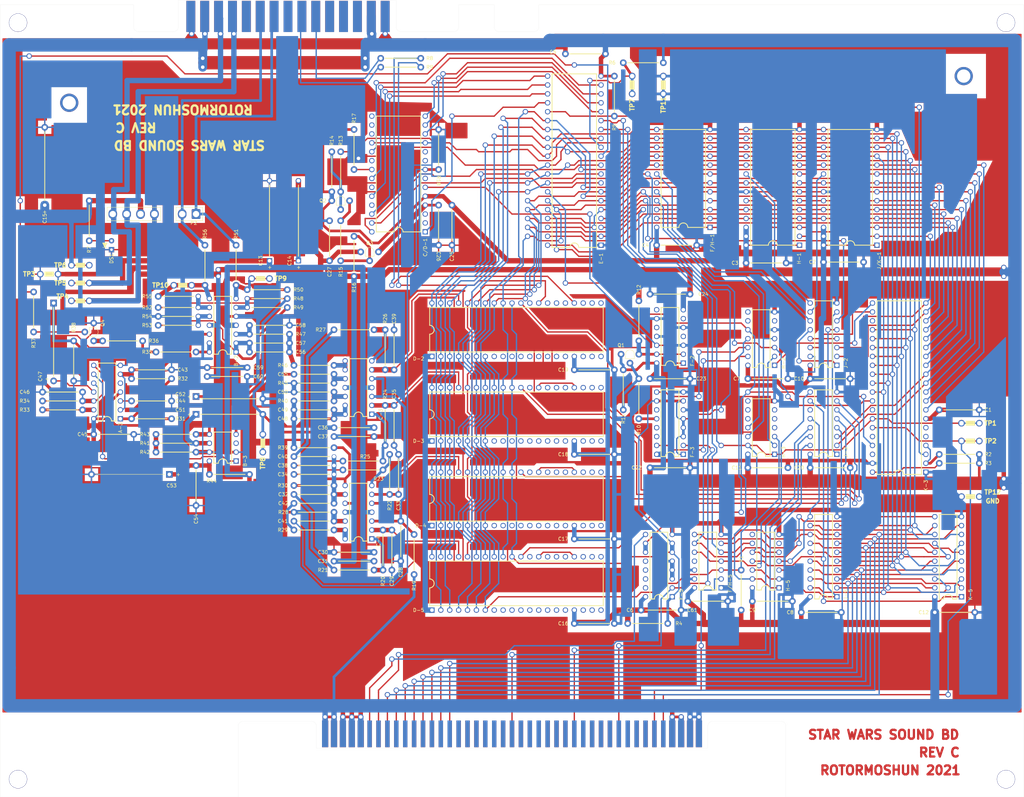
<source format=kicad_pcb>
(kicad_pcb (version 20171130) (host pcbnew "(5.1.5)-3")
  (layers (0 F.Cu signal) (31 B.Cu signal) (34 B.Paste user) (35 F.Paste user) (36 B.SilkS user) (37 F.SilkS user) (38 B.Mask user) (39 F.Mask user) (44 Edge.Cuts user))
  (net 0 "")
  (net 1 "Net-(A-3-Pad13)")
  (net 2 "Net-(A-3-Pad12)")
  (net 3 "Net-(A-3-Pad11)")
  (net 4 +12V)
  (net 5 RCK)
  (net 6 GND)
  (net 7 "Net-(A-3-Pad2)")
  (net 8 "Net-(A-3-Pad5)")
  (net 9 "Net-(A-3-Pad1)")
  (net 10 "Net-(A-3-Pad3)")
  (net 11 "Net-(B-2-Pad13)")
  (net 12 -5V)
  (net 13 "Net-(B-2-Pad10)")
  (net 14 "Net-(B-2-Pad9)")
  (net 15 "Net-(B-2-Pad8)")
  (net 16 "Net-(B-2-Pad7)")
  (net 17 "Net-(B-2-Pad6)")
  (net 18 "Net-(B-2-Pad1)")
  (net 19 "Net-(B-2-Pad3)")
  (net 20 "Net-(B-3-Pad8)")
  (net 21 "Net-(B-3-Pad6)")
  (net 22 "Net-(B-3-Pad5)")
  (net 23 "Net-(B-3-Pad4)")
  (net 24 "Net-(B-3-Pad3)")
  (net 25 +5V)
  (net 26 "Net-(C/D-1-Pad4)")
  (net 27 +5A)
  (net 28 CO0)
  (net 29 "Net-(C-4-Pad9)")
  (net 30 "Net-(C32-Pad1)")
  (net 31 CO1)
  (net 32 "Net-(C34-Pad1)")
  (net 33 CO2)
  (net 34 "Net-(C38-Pad1)")
  (net 35 CO3)
  (net 36 "Net-(C40-Pad1)")
  (net 37 SPEECH)
  (net 38 "Net-(C-4-Pad12)")
  (net 39 "Net-(C42-Pad1)")
  (net 40 "Net-(C47-Pad1)")
  (net 41 AUD)
  (net 42 "Net-(C48-Pad1)")
  (net 43 "Net-(C-3-Pad12)")
  (net 44 "Net-(C-3-Pad10)")
  (net 45 "Net-(C56-Pad1)")
  (net 46 "Net-(C-3-Pad8)")
  (net 47 "Net-(C-3-Pad7)")
  (net 48 "Net-(C-3-Pad1)")
  (net 49 "Net-(C-4-Pad13)")
  (net 50 SUM)
  (net 51 "Net-(C-4-Pad7)")
  (net 52 "Net-(C-4-Pad1)")
  (net 53 PA1)
  (net 54 PA0)
  (net 55 PB1)
  (net 56 PB6)
  (net 57 PA2)
  (net 58 PB5)
  (net 59 PB7)
  (net 60 PB4)
  (net 61 "Net-(C/D-1-Pad21)")
  (net 62 PB0)
  (net 63 "Net-(C/D-1-Pad6)")
  (net 64 PB2)
  (net 65 PB3)
  (net 66 SD2)
  (net 67 SD1)
  (net 68 SD0)
  (net 69 SA0)
  (net 70 SA1)
  (net 71 "Net-(D-2-Pad15)")
  (net 72 SA2)
  (net 73 "Net-(D-2-Pad14)")
  (net 74 SA5)
  (net 75 "Net-(D-2-Pad13)")
  (net 76 SR\~W)
  (net 77 "Net-(D-2-Pad12)")
  (net 78 P)
  (net 79 "Net-(D-2-Pad11)")
  (net 80 ~CI\O3)
  (net 81 "Net-(D-2-Pad10)")
  (net 82 "Net-(D-2-Pad9)")
  (net 83 "Net-(D-2-Pad28)")
  (net 84 "Net-(D-2-Pad8)")
  (net 85 ɸE)
  (net 86 SD7)
  (net 87 SD6)
  (net 88 "Net-(D-2-Pad24)")
  (net 89 SD5)
  (net 90 SD4)
  (net 91 SD3)
  (net 92 "Net-(D-3-Pad15)")
  (net 93 "Net-(D-3-Pad14)")
  (net 94 "Net-(D-3-Pad13)")
  (net 95 "Net-(D-3-Pad12)")
  (net 96 "Net-(D-3-Pad11)")
  (net 97 ~CI\O2)
  (net 98 "Net-(D-3-Pad10)")
  (net 99 "Net-(D-3-Pad9)")
  (net 100 "Net-(D-3-Pad24)")
  (net 101 "Net-(D-3-Pad8)")
  (net 102 "Net-(D-4-Pad15)")
  (net 103 "Net-(D-4-Pad14)")
  (net 104 "Net-(D-4-Pad13)")
  (net 105 "Net-(D-4-Pad12)")
  (net 106 "Net-(D-4-Pad11)")
  (net 107 ~CI\O1)
  (net 108 "Net-(D-4-Pad10)")
  (net 109 "Net-(D-4-Pad9)")
  (net 110 "Net-(D-4-Pad24)")
  (net 111 "Net-(D-4-Pad8)")
  (net 112 "Net-(D-5-Pad15)")
  (net 113 "Net-(D-5-Pad14)")
  (net 114 "Net-(D-5-Pad13)")
  (net 115 "Net-(D-5-Pad12)")
  (net 116 "Net-(D-5-Pad11)")
  (net 117 ~CI\O0)
  (net 118 "Net-(D-5-Pad10)")
  (net 119 "Net-(D-5-Pad9)")
  (net 120 "Net-(D-5-Pad24)")
  (net 121 "Net-(D-5-Pad8)")
  (net 122 SA6)
  (net 123 ~PIA)
  (net 124 SA7)
  (net 125 MAINFLAG)
  (net 126 ~SRES)
  (net 127 SOUNDFLAG)
  (net 128 PA5)
  (net 129 "Net-(E-1-Pad12)")
  (net 130 PA3)
  (net 131 S~IRQ)
  (net 132 SA3)
  (net 133 SA4)
  (net 134 "Net-(F-2-Pad1)")
  (net 135 "Net-(F-3-Pad15)")
  (net 136 "Net-(F-3-Pad14)")
  (net 137 "Net-(F-3-Pad13)")
  (net 138 "Net-(F-3-Pad12)")
  (net 139 "Net-(F-3-Pad11)")
  (net 140 "Net-(F-3-Pad9)")
  (net 141 6MHZ)
  (net 142 "Net-(F-5-Pad15)")
  (net 143 "Net-(F-5-Pad14)")
  (net 144 "Net-(F-5-Pad13)")
  (net 145 "Net-(F-5-Pad12)")
  (net 146 "Net-(F-5-Pad10)")
  (net 147 ~SOUNDRST)
  (net 148 SA8)
  (net 149 SA9)
  (net 150 "Net-(F/H-1-Pad21)")
  (net 151 "Net-(F/H-1-Pad20)")
  (net 152 SA10)
  (net 153 ~SRAM)
  (net 154 ~FLAGREAD)
  (net 155 PD7)
  (net 156 PD6)
  (net 157 1.5MHZ)
  (net 158 ~SROM1)
  (net 159 SA12)
  (net 160 SA11)
  (net 161 "Net-(H-2-Pad2)")
  (net 162 "Net-(H-2-Pad1)")
  (net 163 ~SOUNDWR)
  (net 164 ~MAINREAD)
  (net 165 "Net-(H-5-Pad8)")
  (net 166 "Net-(H-5-Pad6)")
  (net 167 ~SOUNDREAD)
  (net 168 ~MAINWR)
  (net 169 SA13)
  (net 170 SA14)
  (net 171 "Net-(J-2-Pad1)")
  (net 172 ~SROM0)
  (net 173 ~CI\O)
  (net 174 ~SOUND)
  (net 175 AB0)
  (net 176 R/~WB)
  (net 177 "Net-(J-3-Pad11)")
  (net 178 PD0)
  (net 179 PD2)
  (net 180 PD4)
  (net 181 PD5)
  (net 182 PD3)
  (net 183 PD1)
  (net 184 "Net-(K-3-Pad40)")
  (net 185 "Net-(K-3-Pad38)")
  (net 186 "Net-(K-3-Pad36)")
  (net 187 CLKQ)
  (net 188 "Net-(K-3-Pad33)")
  (net 189 "Net-(K-3-Pad6)")
  (net 190 "Net-(K-3-Pad5)")
  (net 191 "Net-(K-3-Pad2)")
  (net 192 "Net-(K-3-Pad23)")
  (net 193 "Net-(P1-Pad49)")
  (net 194 "Net-(P1-Pad47)")
  (net 195 "Net-(P1-Pad45)")
  (net 196 "Net-(P1-Pad41)")
  (net 197 "Net-(P1-Pad39)")
  (net 198 "Net-(P1-Pad37)")
  (net 199 "Net-(P1-Pad35)")
  (net 200 "Net-(P1-Pad33)")
  (net 201 "Net-(P1-Pad31)")
  (net 202 "Net-(P1-Pad32)")
  (net 203 "Net-(P1-Pad34)")
  (net 204 "Net-(P1-Pad36)")
  (net 205 "Net-(P1-Pad38)")
  (net 206 "Net-(P1-Pad40)")
  (net 207 "Net-(P1-Pad42)")
  (net 208 "Net-(P1-Pad46)")
  (net 209 "Net-(P1-Pad48)")
  (net 210 "Net-(P1-Pad50)")
  (net 211 "Net-(P1-Pad72)")
  (net 212 "Net-(P1-Pad70)")
  (net 213 "Net-(P1-Pad66)")
  (net 214 "Net-(P1-Pad64)")
  (net 215 "Net-(P1-Pad62)")
  (net 216 "Net-(P1-Pad60)")
  (net 217 "Net-(P1-Pad56)")
  (net 218 "Net-(P1-Pad54)")
  (net 219 "Net-(P1-Pad52)")
  (net 220 "Net-(P1-Pad51)")
  (net 221 "Net-(P1-Pad53)")
  (net 222 "Net-(P1-Pad55)")
  (net 223 "Net-(P1-Pad59)")
  (net 224 "Net-(P1-Pad61)")
  (net 225 "Net-(P1-Pad63)")
  (net 226 "Net-(P1-Pad65)")
  (net 227 "Net-(P1-Pad69)")
  (net 228 "Net-(P1-Pad71)")
  (net 229 "Net-(P1-Pad73)")
  (net 230 "Net-(P1-Pad74)")
  (net 231 LT_AUD)
  (net 232 RT_AUD)
  (net 233 "Net-(P3-PadP)")
  (net 234 "Net-(P3-PadN)")
  (net 235 "Net-(P3-PadM)")
  (net 236 DRCV)
  (net 237 DXMT)
  (net 238 "Net-(P3-PadJ)")
  (net 239 "Net-(P3-PadE)")
  (net 240 "Net-(P3-Pad5)")
  (net 241 "Net-(P3-Pad6)")
  (net 242 "Net-(P3-Pad7)")
  (net 243 "Net-(P3-Pad8)")
  (net 244 "Net-(P3-Pad9)")
  (net 245 "Net-(P3-Pad10)")
  (net 246 "Net-(P3-Pad11)")
  (net 247 "Net-(P3-Pad12)")
  (net 248 "Net-(P3-Pad13)")
  (net 249 "Net-(Q1-Pad2)")
  (net 250 "Net-(Q2-Pad3)")
  (net 251 "Net-(Q2-Pad2)")
  (net 252 "Net-(Q3-Pad2)")
  (net 253 "Net-(Q4-Pad3)")
  (net 254 "Net-(Q4-Pad2)")
  (net 255 "Net-(R41-Pad1)")
  (net 256 "Net-(DS1-Pad2)")
  (net 257 "Net-(H-2-Pad6)")
  (net 258 "Net-(F-2-Pad10)")
  (net 259 "Net-(F-2-Pad8)")
  (net 260 "Net-(F-2-Pad4)")
  (net 261 "Net-(F/H-5-Pad11)")
  (net 262 "Net-(F-2-Pad6)")
  (net 263 "Net-(P1-Pad67)")
  (net 264 "Net-(P1-Pad17)")
  (net 265 "Net-(P1-Pad15)")
  (net 266 "Net-(P1-Pad13)")
  (net 267 "Net-(P1-Pad11)")
  (net 268 "Net-(P1-Pad43)")
  (net 269 "Net-(P1-Pad29)")
  (net 270 "Net-(P1-Pad27)")
  (net 271 "Net-(P1-Pad25)")
  (net 272 "Net-(P1-Pad23)")
  (net 273 "Net-(P1-Pad21)")
  (net 274 "Net-(P1-Pad19)")
  (net 275 "Net-(P1-Pad57)")
  (net 276 "Net-(P1-Pad77)")
  (net 277 "Net-(P1-Pad75)")
  (module Star_Wars_Vector_PCB:TEST_POINT (layer F.Cu) (at 69.85 99.06 270)
    (fp_text reference TP10 (at 0 6.35) (layer F.SilkS) (effects (font (size 1.27 1.27) (thickness 0.3175))))
    (fp_text value TP hide)
    (pad 2 thru_hole circle (at 0 -2.54 270) (size 1.905 1.905) (drill 1.27) (layers *.Cu *.Mask) (net 15 "Net-(B-2-Pad8)"))
    (pad 1 thru_hole circle (at 0 2.54 270) (size 1.905 1.905) (drill 1.27) (layers *.Cu *.Mask) (net 15 "Net-(B-2-Pad8)"))
  )
  (module Star_Wars_Vector_PCB:TEST_POINT (layer F.Cu) (at 92.075 97.155 270)
    (fp_text reference TP9 (at 0 -5.715) (layer F.SilkS) (effects (font (size 1.27 1.27) (thickness 0.3175))))
    (fp_text value TP hide)
    (pad 2 thru_hole circle (at 0 -2.54 270) (size 1.905 1.905) (drill 1.27) (layers *.Cu *.Mask) (net 16 "Net-(B-2-Pad7)"))
    (pad 1 thru_hole circle (at 0 2.54 270) (size 1.905 1.905) (drill 1.27) (layers *.Cu *.Mask) (net 16 "Net-(B-2-Pad7)"))
  )
  (module Star_Wars_Vector_PCB:TEST_POINT (layer F.Cu) (at 92.71 144.145)
    (fp_text reference TP8 (at 0 5.715 90) (layer F.SilkS) (effects (font (size 1.27 1.27) (thickness 0.3175))))
    (fp_text value TP hide)
    (pad 2 thru_hole circle (at 0 -2.54) (size 1.905 1.905) (drill 1.27) (layers *.Cu *.Mask) (net 41 AUD))
    (pad 1 thru_hole circle (at 0 2.54) (size 1.905 1.905) (drill 1.27) (layers *.Cu *.Mask) (net 41 AUD))
  )
  (module Star_Wars_Vector_PCB:TEST_POINT (layer F.Cu) (at 294.64 159.385 270)
    (fp_text reference TP12 (at -1.27 -6.35) (layer F.SilkS) (effects (font (size 1.27 1.27) (thickness 0.3175))))
    (fp_text value TP hide)
    (pad 2 thru_hole circle (at 0 -2.54 270) (size 1.905 1.905) (drill 1.27) (layers *.Cu *.Mask) (net 6 GND))
    (pad 1 thru_hole circle (at 0 2.54 270) (size 1.905 1.905) (drill 1.27) (layers *.Cu *.Mask) (net 6 GND))
  )
  (module Star_Wars_Vector_PCB:TEST_POINT (layer F.Cu) (at 294.64 143.51 270)
    (fp_text reference TP2 (at 0 -5.715) (layer F.SilkS) (effects (font (size 1.27 1.27) (thickness 0.3175))))
    (fp_text value TP hide)
    (pad 2 thru_hole circle (at 0 -2.54 270) (size 1.905 1.905) (drill 1.27) (layers *.Cu *.Mask) (net 187 CLKQ))
    (pad 1 thru_hole circle (at 0 2.54 270) (size 1.905 1.905) (drill 1.27) (layers *.Cu *.Mask) (net 187 CLKQ))
  )
  (module Star_Wars_Vector_PCB:TEST_POINT (layer F.Cu) (at 294.64 138.43 270)
    (fp_text reference TP1 (at 0 -5.715) (layer F.SilkS) (effects (font (size 1.27 1.27) (thickness 0.3175))))
    (fp_text value TP hide)
    (pad 2 thru_hole circle (at 0 -2.54 270) (size 1.905 1.905) (drill 1.27) (layers *.Cu *.Mask) (net 85 ɸE))
    (pad 1 thru_hole circle (at 0 2.54 270) (size 1.905 1.905) (drill 1.27) (layers *.Cu *.Mask) (net 85 ɸE))
  )
  (module Star_Wars_Vector_PCB:TEST_POINT (layer F.Cu) (at 207.01 41.91)
    (fp_text reference TP11 (at 0 5.715 90) (layer F.SilkS) (effects (font (size 1.27 1.27) (thickness 0.3175))))
    (fp_text value TP hide)
    (pad 2 thru_hole circle (at 0 -2.54) (size 1.905 1.905) (drill 1.27) (layers *.Cu *.Mask) (net 6 GND))
    (pad 1 thru_hole circle (at 0 2.54) (size 1.905 1.905) (drill 1.27) (layers *.Cu *.Mask) (net 6 GND))
  )
  (module Star_Wars_Vector_PCB:TEST_POINT (layer F.Cu) (at 198.12 41.91)
    (fp_text reference TP7 (at 0 5.715 90) (layer F.SilkS) (effects (font (size 1.27 1.27) (thickness 0.3175))))
    (fp_text value TP hide)
    (pad 2 thru_hole circle (at 0 -2.54) (size 1.905 1.905) (drill 1.27) (layers *.Cu *.Mask) (net 129 "Net-(E-1-Pad12)"))
    (pad 1 thru_hole circle (at 0 2.54) (size 1.905 1.905) (drill 1.27) (layers *.Cu *.Mask) (net 129 "Net-(E-1-Pad12)"))
  )
  (module Star_Wars_Vector_PCB:TEST_POINT (layer F.Cu) (at 40.64 103.505 270)
    (fp_text reference TP4 (at -1.27 5.08) (layer F.SilkS) (effects (font (size 1.27 1.27) (thickness 0.3175))))
    (fp_text value TP hide)
    (pad 2 thru_hole circle (at 0 -2.54 270) (size 1.905 1.905) (drill 1.27) (layers *.Cu *.Mask) (net 12 -5V))
    (pad 1 thru_hole circle (at 0 2.54 270) (size 1.905 1.905) (drill 1.27) (layers *.Cu *.Mask) (net 12 -5V))
  )
  (module Star_Wars_Vector_PCB:TEST_POINT (layer F.Cu) (at 40.64 98.425 270)
    (fp_text reference TP5 (at 0 5.715) (layer F.SilkS) (effects (font (size 1.27 1.27) (thickness 0.3175))))
    (fp_text value TP hide)
    (pad 2 thru_hole circle (at 0 -2.54 270) (size 1.905 1.905) (drill 1.27) (layers *.Cu *.Mask) (net 4 +12V))
    (pad 1 thru_hole circle (at 0 2.54 270) (size 1.905 1.905) (drill 1.27) (layers *.Cu *.Mask) (net 4 +12V))
  )
  (module Star_Wars_Vector_PCB:TEST_POINT (layer F.Cu) (at 31.75 95.885 270)
    (fp_text reference TP3 (at 0 5.715) (layer F.SilkS) (effects (font (size 1.27 1.27) (thickness 0.3175))))
    (fp_text value TP hide)
    (pad 2 thru_hole circle (at 0 -2.54 270) (size 1.905 1.905) (drill 1.27) (layers *.Cu *.Mask) (net 6 GND))
    (pad 1 thru_hole circle (at 0 2.54 270) (size 1.905 1.905) (drill 1.27) (layers *.Cu *.Mask) (net 6 GND))
  )
  (module Star_Wars_Vector_PCB:TEST_POINT (layer F.Cu) (at 40.64 93.345 270)
    (fp_text reference TP6 (at 0 5.715) (layer F.SilkS) (effects (font (size 1.27 1.27) (thickness 0.3175))))
    (fp_text value TP hide)
    (pad 2 thru_hole circle (at 0 -2.54 270) (size 1.905 1.905) (drill 1.27) (layers *.Cu *.Mask) (net 25 +5V))
    (pad 1 thru_hole circle (at 0 2.54 270) (size 1.905 1.905) (drill 1.27) (layers *.Cu *.Mask) (net 25 +5V))
  )
  (module Star_Wars_Vector_PCB:DIP14 (layer F.Cu) (at 234.95 114.3 180)
    (fp_text reference H-2 (at -6.35 -6.985 90) (layer F.SilkS))
    (fp_text value LS04 hide)
    (pad 14 thru_hole circle (at 3.81 -7.62 180) (size 1.524 1.524) (drill 1.016) (layers *.Cu *.Mask) (net 25 +5V))
    (pad 13 thru_hole circle (at 3.81 -5.08 180) (size 1.524 1.524) (drill 1.016) (layers *.Cu *.Mask) (net 135 "Net-(F-3-Pad15)"))
    (pad 12 thru_hole circle (at 3.81 -2.54 180) (size 1.524 1.524) (drill 1.016) (layers *.Cu *.Mask) (net 140 "Net-(F-3-Pad9)"))
    (pad 11 thru_hole circle (at 3.81 0 180) (size 1.524 1.524) (drill 1.016) (layers *.Cu *.Mask) (net 146 "Net-(F-5-Pad10)"))
    (pad 10 thru_hole circle (at 3.81 2.54 180) (size 1.524 1.524) (drill 1.016) (layers *.Cu *.Mask) (net 126 ~SRES))
    (pad 9 thru_hole circle (at 3.81 5.08 180) (size 1.524 1.524) (drill 1.016) (layers *.Cu *.Mask))
    (pad 8 thru_hole circle (at 3.81 7.62 180) (size 1.524 1.524) (drill 1.016) (layers *.Cu *.Mask))
    (pad 7 thru_hole circle (at -3.81 7.62 180) (size 1.524 1.524) (drill 1.016) (layers *.Cu *.Mask) (net 6 GND))
    (pad 6 thru_hole circle (at -3.81 5.08 180) (size 1.524 1.524) (drill 1.016) (layers *.Cu *.Mask) (net 257 "Net-(H-2-Pad6)"))
    (pad 5 thru_hole circle (at -3.81 2.54 180) (size 1.524 1.524) (drill 1.016) (layers *.Cu *.Mask) (net 6 GND))
    (pad 2 thru_hole circle (at -3.81 -5.08 180) (size 1.524 1.524) (drill 1.016) (layers *.Cu *.Mask) (net 161 "Net-(H-2-Pad2)"))
    (pad 1 thru_hole rect (at -3.81 -7.62 180) (size 1.524 1.524) (drill 1.016) (layers *.Cu *.Mask) (net 162 "Net-(H-2-Pad1)"))
    (pad 3 thru_hole circle (at -3.81 -2.54 180) (size 1.524 1.524) (drill 1.016) (layers *.Cu *.Mask) (net 76 SR\~W))
    (pad 4 thru_hole circle (at -3.81 0 180) (size 1.524 1.524) (drill 1.016) (layers *.Cu *.Mask) (net 151 "Net-(F/H-1-Pad20)"))
  )
  (module Star_Wars_Main_PCB:DIP28 (layer F.Cu) (at 130.81 67.31 180)
    (fp_text reference C/D-1 (at -8.255 -20.955 90 unlocked) (layer F.SilkS))
    (fp_text value TMS-5220)
    (pad 28 thru_hole circle (at 6.985 -16.51 180) (size 1.524 1.524) (drill 1.016) (layers *.Cu *.Mask) (net 53 PA1))
    (pad 27 thru_hole circle (at 6.985 -13.97 180) (size 1.524 1.524) (drill 1.016) (layers *.Cu *.Mask) (net 54 PA0))
    (pad 26 thru_hole circle (at 6.985 -11.43 180) (size 1.524 1.524) (drill 1.016) (layers *.Cu *.Mask) (net 55 PB1))
    (pad 25 thru_hole circle (at 6.985 -8.89 180) (size 1.524 1.524) (drill 1.016) (layers *.Cu *.Mask))
    (pad 13 thru_hole circle (at -8.255 13.97 180) (size 1.524 1.524) (drill 1.016) (layers *.Cu *.Mask) (net 56 PB6))
    (pad 16 thru_hole circle (at 6.985 13.97 180) (size 1.524 1.524) (drill 1.016) (layers *.Cu *.Mask))
    (pad 17 thru_hole circle (at 6.985 11.43 180) (size 1.524 1.524) (drill 1.016) (layers *.Cu *.Mask))
    (pad 18 thru_hole circle (at 6.985 8.89 180) (size 1.524 1.524) (drill 1.016) (layers *.Cu *.Mask) (net 57 PA2))
    (pad 10 thru_hole circle (at -8.255 6.35 180) (size 1.524 1.524) (drill 1.016) (layers *.Cu *.Mask))
    (pad 4 thru_hole circle (at -8.255 -8.89 180) (size 1.524 1.524) (drill 1.016) (layers *.Cu *.Mask) (net 26 "Net-(C/D-1-Pad4)"))
    (pad 11 thru_hole circle (at -8.255 8.89 180) (size 1.524 1.524) (drill 1.016) (layers *.Cu *.Mask) (net 6 GND))
    (pad 12 thru_hole circle (at -8.255 11.43 180) (size 1.524 1.524) (drill 1.016) (layers *.Cu *.Mask) (net 58 PB5))
    (pad 14 thru_hole circle (at -8.255 16.51 180) (size 1.524 1.524) (drill 1.016) (layers *.Cu *.Mask) (net 59 PB7))
    (pad 19 thru_hole circle (at 6.985 6.35 180) (size 1.524 1.524) (drill 1.016) (layers *.Cu *.Mask) (net 60 PB4))
    (pad 20 thru_hole circle (at 6.985 3.81 180) (size 1.524 1.524) (drill 1.016) (layers *.Cu *.Mask))
    (pad 21 thru_hole circle (at 6.985 1.27 180) (size 1.524 1.524) (drill 1.016) (layers *.Cu *.Mask) (net 61 "Net-(C/D-1-Pad21)"))
    (pad 5 thru_hole circle (at -8.255 -6.35 180) (size 1.524 1.524) (drill 1.016) (layers *.Cu *.Mask) (net 25 +5V))
    (pad 9 thru_hole circle (at -8.255 3.81 180) (size 1.524 1.524) (drill 1.016) (layers *.Cu *.Mask))
    (pad 1 thru_hole rect (at -8.255 -16.51 180) (size 1.524 1.524) (drill 1.016) (layers *.Cu *.Mask) (net 62 PB0))
    (pad 8 thru_hole circle (at -8.255 1.27 180) (size 1.524 1.524) (drill 1.016) (layers *.Cu *.Mask) (net 37 SPEECH))
    (pad 3 thru_hole circle (at -8.255 -11.43 180) (size 1.524 1.524) (drill 1.016) (layers *.Cu *.Mask))
    (pad 6 thru_hole circle (at -8.255 -3.81 180) (size 1.524 1.524) (drill 1.016) (layers *.Cu *.Mask) (net 63 "Net-(C/D-1-Pad6)"))
    (pad 15 thru_hole circle (at 6.985 16.51 180) (size 1.524 1.524) (drill 1.016) (layers *.Cu *.Mask))
    (pad 2 thru_hole circle (at -8.255 -13.97 180) (size 1.524 1.524) (drill 1.016) (layers *.Cu *.Mask))
    (pad 7 thru_hole circle (at -8.255 -1.27 180) (size 1.524 1.524) (drill 1.016) (layers *.Cu *.Mask))
    (pad 24 thru_hole circle (at 6.985 -6.35 180) (size 1.524 1.524) (drill 1.016) (layers *.Cu *.Mask) (net 64 PB2))
    (pad 22 thru_hole circle (at 6.985 -1.27 180) (size 1.524 1.524) (drill 1.016) (layers *.Cu *.Mask) (net 65 PB3))
    (pad 23 thru_hole circle (at 6.985 -3.81 180) (size 1.524 1.524) (drill 1.016) (layers *.Cu *.Mask))
  )
  (module Star_Wars_Vector_PCB:GenericTrans (layer F.Cu) (at 123.19 89.535)
    (fp_text reference Q3 (at 0 -2.54) (layer F.SilkS))
    (fp_text value 2N3904)
    (pad 1 thru_hole circle (at -2.54 0) (size 1.905 1.905) (drill 1.016) (layers *.Cu *.Mask) (net 12 -5V))
    (pad 2 thru_hole circle (at 0 2.54) (size 1.905 1.905) (drill 1.016) (layers *.Cu *.Mask) (net 252 "Net-(Q3-Pad2)"))
    (pad 3 thru_hole circle (at 2.54 0) (size 1.905 1.905) (drill 1.016) (layers *.Cu *.Mask) (net 26 "Net-(C/D-1-Pad4)"))
  )
  (module Star_Wars_Vector_PCB:DIP14 (layer F.Cu) (at 219.71 177.8 180)
    (fp_text reference F/H-5 (at -6.35 -6.35 90) (layer F.SilkS))
    (fp_text value 74LS125 hide)
    (pad 14 thru_hole circle (at 3.81 -7.62 180) (size 1.524 1.524) (drill 1.016) (layers *.Cu *.Mask) (net 25 +5V))
    (pad 13 thru_hole circle (at 3.81 -5.08 180) (size 1.524 1.524) (drill 1.016) (layers *.Cu *.Mask) (net 6 GND))
    (pad 12 thru_hole circle (at 3.81 -2.54 180) (size 1.524 1.524) (drill 1.016) (layers *.Cu *.Mask) (net 6 GND))
    (pad 11 thru_hole circle (at 3.81 0 180) (size 1.524 1.524) (drill 1.016) (layers *.Cu *.Mask) (net 261 "Net-(F/H-5-Pad11)"))
    (pad 10 thru_hole circle (at 3.81 2.54 180) (size 1.524 1.524) (drill 1.016) (layers *.Cu *.Mask) (net 154 ~FLAGREAD))
    (pad 9 thru_hole circle (at 3.81 5.08 180) (size 1.524 1.524) (drill 1.016) (layers *.Cu *.Mask) (net 125 MAINFLAG))
    (pad 8 thru_hole circle (at 3.81 7.62 180) (size 1.524 1.524) (drill 1.016) (layers *.Cu *.Mask) (net 155 PD7))
    (pad 7 thru_hole circle (at -3.81 7.62 180) (size 1.524 1.524) (drill 1.016) (layers *.Cu *.Mask) (net 6 GND))
    (pad 6 thru_hole circle (at -3.81 5.08 180) (size 1.524 1.524) (drill 1.016) (layers *.Cu *.Mask) (net 156 PD6))
    (pad 5 thru_hole circle (at -3.81 2.54 180) (size 1.524 1.524) (drill 1.016) (layers *.Cu *.Mask) (net 127 SOUNDFLAG))
    (pad 2 thru_hole circle (at -3.81 -5.08 180) (size 1.524 1.524) (drill 1.016) (layers *.Cu *.Mask) (net 157 1.5MHZ))
    (pad 1 thru_hole rect (at -3.81 -7.62 180) (size 1.524 1.524) (drill 1.016) (layers *.Cu *.Mask) (net 6 GND))
    (pad 3 thru_hole circle (at -3.81 -2.54 180) (size 1.524 1.524) (drill 1.016) (layers *.Cu *.Mask) (net 85 ɸE))
    (pad 4 thru_hole circle (at -3.81 0 180) (size 1.524 1.524) (drill 1.016) (layers *.Cu *.Mask) (net 154 ~FLAGREAD))
  )
  (module Star_Wars_Vector_PCB:DIP16 (layer F.Cu) (at 252.73 138.43 180)
    (fp_text reference J-3 (at -6.35 -8.255 90) (layer F.SilkS))
    (fp_text value LS139 hide)
    (pad 16 thru_hole circle (at 3.81 -8.89 180) (size 1.524 1.524) (drill 1.016) (layers *.Cu *.Mask) (net 25 +5V))
    (pad 15 thru_hole circle (at 3.81 -6.35 180) (size 1.524 1.524) (drill 1.016) (layers *.Cu *.Mask) (net 174 ~SOUND))
    (pad 14 thru_hole circle (at 3.81 -3.81 180) (size 1.524 1.524) (drill 1.016) (layers *.Cu *.Mask) (net 175 AB0))
    (pad 13 thru_hole circle (at 3.81 -1.27 180) (size 1.524 1.524) (drill 1.016) (layers *.Cu *.Mask) (net 176 R/~WB))
    (pad 12 thru_hole circle (at 3.81 1.27 180) (size 1.524 1.524) (drill 1.016) (layers *.Cu *.Mask) (net 168 ~MAINWR))
    (pad 11 thru_hole circle (at 3.81 3.81 180) (size 1.524 1.524) (drill 1.016) (layers *.Cu *.Mask) (net 177 "Net-(J-3-Pad11)"))
    (pad 10 thru_hole circle (at 3.81 6.35 180) (size 1.524 1.524) (drill 1.016) (layers *.Cu *.Mask) (net 164 ~MAINREAD))
    (pad 9 thru_hole circle (at 3.81 8.89 180) (size 1.524 1.524) (drill 1.016) (layers *.Cu *.Mask) (net 154 ~FLAGREAD))
    (pad 8 thru_hole circle (at -3.81 8.89 180) (size 1.524 1.524) (drill 1.016) (layers *.Cu *.Mask) (net 6 GND))
    (pad 7 thru_hole circle (at -3.81 6.35 180) (size 1.524 1.524) (drill 1.016) (layers *.Cu *.Mask) (net 80 ~CI\O3))
    (pad 6 thru_hole circle (at -3.81 3.81 180) (size 1.524 1.524) (drill 1.016) (layers *.Cu *.Mask) (net 97 ~CI\O2))
    (pad 5 thru_hole circle (at -3.81 1.27 180) (size 1.524 1.524) (drill 1.016) (layers *.Cu *.Mask) (net 107 ~CI\O1))
    (pad 1 thru_hole rect (at -3.81 -8.89 180) (size 1.524 1.524) (drill 1.016) (layers *.Cu *.Mask) (net 173 ~CI\O))
    (pad 2 thru_hole circle (at -3.81 -6.35 180) (size 1.524 1.524) (drill 1.016) (layers *.Cu *.Mask) (net 132 SA3))
    (pad 3 thru_hole circle (at -3.81 -3.81 180) (size 1.524 1.524) (drill 1.016) (layers *.Cu *.Mask) (net 133 SA4))
    (pad 4 thru_hole circle (at -3.81 -1.27 180) (size 1.524 1.524) (drill 1.016) (layers *.Cu *.Mask) (net 117 ~CI\O0))
  )
  (module Star_Wars_Vector_PCB:DIP20 (layer F.Cu) (at 252.73 176.53 180)
    (fp_text reference J-5 (at -6.35 -10.795 90) (layer F.SilkS))
    (fp_text value LS374A hide)
    (pad 20 thru_hole circle (at 3.81 -11.43 180) (size 1.524 1.524) (drill 1.016) (layers *.Cu *.Mask) (net 25 +5V))
    (pad 19 thru_hole circle (at 3.81 -8.89 180) (size 1.524 1.524) (drill 1.016) (layers *.Cu *.Mask) (net 68 SD0))
    (pad 18 thru_hole circle (at 3.81 -6.35 180) (size 1.524 1.524) (drill 1.016) (layers *.Cu *.Mask) (net 178 PD0))
    (pad 17 thru_hole circle (at 3.81 -3.81 180) (size 1.524 1.524) (drill 1.016) (layers *.Cu *.Mask) (net 179 PD2))
    (pad 16 thru_hole circle (at 3.81 -1.27 180) (size 1.524 1.524) (drill 1.016) (layers *.Cu *.Mask) (net 66 SD2))
    (pad 15 thru_hole circle (at 3.81 1.27 180) (size 1.524 1.524) (drill 1.016) (layers *.Cu *.Mask) (net 90 SD4))
    (pad 14 thru_hole circle (at 3.81 3.81 180) (size 1.524 1.524) (drill 1.016) (layers *.Cu *.Mask) (net 180 PD4))
    (pad 13 thru_hole circle (at 3.81 6.35 180) (size 1.524 1.524) (drill 1.016) (layers *.Cu *.Mask) (net 156 PD6))
    (pad 12 thru_hole circle (at 3.81 8.89 180) (size 1.524 1.524) (drill 1.016) (layers *.Cu *.Mask) (net 87 SD6))
    (pad 11 thru_hole circle (at 3.81 11.43 180) (size 1.524 1.524) (drill 1.016) (layers *.Cu *.Mask) (net 168 ~MAINWR))
    (pad 10 thru_hole circle (at -3.81 11.43 180) (size 1.524 1.524) (drill 1.016) (layers *.Cu *.Mask) (net 6 GND))
    (pad 9 thru_hole circle (at -3.81 8.89 180) (size 1.524 1.524) (drill 1.016) (layers *.Cu *.Mask) (net 86 SD7))
    (pad 8 thru_hole circle (at -3.81 6.35 180) (size 1.524 1.524) (drill 1.016) (layers *.Cu *.Mask) (net 155 PD7))
    (pad 7 thru_hole circle (at -3.81 3.81 180) (size 1.524 1.524) (drill 1.016) (layers *.Cu *.Mask) (net 181 PD5))
    (pad 6 thru_hole circle (at -3.81 1.27 180) (size 1.524 1.524) (drill 1.016) (layers *.Cu *.Mask) (net 89 SD5))
    (pad 5 thru_hole circle (at -3.81 -1.27 180) (size 1.524 1.524) (drill 1.016) (layers *.Cu *.Mask) (net 91 SD3))
    (pad 4 thru_hole circle (at -3.81 -3.81 180) (size 1.524 1.524) (drill 1.016) (layers *.Cu *.Mask) (net 182 PD3))
    (pad 3 thru_hole circle (at -3.81 -6.35 180) (size 1.524 1.524) (drill 1.016) (layers *.Cu *.Mask) (net 183 PD1))
    (pad 2 thru_hole circle (at -3.81 -8.89 180) (size 1.524 1.524) (drill 1.016) (layers *.Cu *.Mask) (net 67 SD1))
    (pad 1 thru_hole rect (at -3.81 -11.43 180) (size 1.524 1.524) (drill 1.016) (layers *.Cu *.Mask) (net 167 ~SOUNDREAD))
  )
  (module Star_Wars_Vector_PCB:GenericComp (layer F.Cu) (at 61.595 123.19 90)
    (fp_text reference C43 (at 0 8.255 unlocked) (layer F.SilkS))
    (fp_text value 0.1 hide)
    (pad 1 thru_hole circle (at 0 5.08 90) (size 1.905 1.905) (drill 1.016) (layers *.Cu *.Mask) (net 6 GND))
    (pad 2 thru_hole circle (at 0 -6.35 90) (size 1.905 1.905) (drill 1.016) (layers *.Cu *.Mask) (net 7 "Net-(A-3-Pad2)"))
  )
  (module Star_Wars_Vector_PCB:CapElec3 (layer F.Cu) (at 94.615 80.645 270)
    (fp_text reference C13 (at 11.43 2.54 270) (layer F.SilkS))
    (fp_text value 100)
    (fp_text user + (at 13.335 0 270) (layer F.SilkS))
    (pad 2 thru_hole rect (at 11.43 0 270) (size 1.524 1.524) (drill 1.016) (layers *.Cu *.Mask) (net 4 +12V))
    (pad 1 thru_hole circle (at -11.43 0 270) (size 1.524 1.524) (drill 1.016) (layers *.Cu *.Mask) (net 6 GND))
  )
  (module Star_Wars_Vector_PCB:CapElec2 (layer F.Cu) (at 83.185 135.89 180)
    (fp_text reference C51 (at 13.97 1.27 180) (layer F.SilkS))
    (fp_text value 0.47)
    (fp_text user + (at 11.43 0 180) (layer F.SilkS))
    (pad 2 thru_hole rect (at 9.525 0 180) (size 1.905 1.905) (drill 1.016) (layers *.Cu *.Mask) (net 21 "Net-(B-3-Pad6)"))
    (pad 1 thru_hole circle (at -9.525 0 180) (size 1.905 1.905) (drill 1.016) (layers *.Cu *.Mask) (net 41 AUD))
  )
  (module Star_Wars_Vector_PCB:CapElec2 (layer F.Cu) (at 83.185 131.445 180)
    (fp_text reference C52 (at 13.97 1.27 180) (layer F.SilkS))
    (fp_text value 10)
    (fp_text user + (at 11.43 0.635 180) (layer F.SilkS))
    (pad 1 thru_hole circle (at -9.525 0 180) (size 1.905 1.905) (drill 1.016) (layers *.Cu *.Mask) (net 6 GND))
    (pad 2 thru_hole rect (at 9.525 0.635 180) (size 1.905 1.905) (drill 1.016) (layers *.Cu *.Mask) (net 22 "Net-(B-3-Pad5)"))
  )
  (module Star_Wars_Vector_PCB:LED (layer F.Cu) (at 49.53 87.63 90)
    (fp_text reference DS1 (at -3.81 0 90 unlocked) (layer F.SilkS))
    (fp_text value LED hide)
    (pad 2 thru_hole circle (at 1.27 0 270) (size 1.524 1.524) (drill 0.762) (layers *.Cu *.Mask) (net 256 "Net-(DS1-Pad2)"))
    (pad 1 thru_hole rect (at -1.27 0 270) (size 1.524 1.524) (drill 0.762) (layers *.Cu *.Mask) (net 6 GND))
  )
  (module Star_Wars_Vector_PCB:GenericComp (layer F.Cu) (at 43.18 80.01 180)
    (fp_text reference R7 (at 0 -8.89 90 unlocked) (layer F.SilkS))
    (fp_text value 150 hide)
    (pad 2 thru_hole circle (at 0 -6.35 180) (size 1.905 1.905) (drill 1.016) (layers *.Cu *.Mask) (net 256 "Net-(DS1-Pad2)"))
    (pad 1 thru_hole circle (at 0 5.08 180) (size 1.905 1.905) (drill 1.016) (layers *.Cu *.Mask) (net 25 +5V))
  )
  (module Star_Wars_Vector_PCB:MountingHole2 (layer F.Cu) (at 292.735 39.37)
    (fp_text reference REF** hide)
    (fp_text value MountingHole2)
    (pad "" np_thru_hole circle (at 0 0) (size 5.207 5.207) (drill 3.81) (layers *.Cu))
  )
  (module Star_Wars_Vector_PCB:MountingHole2 (layer F.Cu) (at 37.465 46.99)
    (fp_text reference REF** hide)
    (fp_text value MountingHole2)
    (pad "" np_thru_hole circle (at 0 0) (size 5.207 5.207) (drill 3.81) (layers *.Cu))
  )
  (module Star_Wars_Vector_PCB:MountingHole (layer F.Cu) (at 304.8 24.13)
    (fp_text reference REF** hide)
    (fp_text value MountingHole)
    (pad 1 thru_hole circle (at 0 0) (size 5.207 5.207) (drill 5.08) (layers *.Cu *.Mask))
  )
  (module Star_Wars_Vector_PCB:MountingHole (layer F.Cu) (at 22.86 24.13)
    (fp_text reference REF** hide)
    (fp_text value MountingHole)
    (pad 1 thru_hole circle (at 0 0) (size 5.207 5.207) (drill 5.08) (layers *.Cu *.Mask))
  )
  (module Star_Wars_Vector_PCB:MountingHole (layer F.Cu) (at 304.8 240.03)
    (fp_text reference REF** hide)
    (fp_text value MountingHole)
    (pad 1 thru_hole circle (at 0 0) (size 5.207 5.207) (drill 5.08) (layers *.Cu *.Mask))
  )
  (module Star_Wars_Vector_PCB:MountingHole (layer F.Cu) (at 22.86 240.03)
    (fp_text reference REF** hide)
    (fp_text value MountingHole)
    (pad 1 thru_hole circle (at 0 0) (size 5.207 5.207) (drill 5.08) (layers *.Cu *.Mask))
  )
  (module Star_Wars_Vector_PCB:J20 (layer B.Cu) (at 72.1614 17.907)
    (fp_text reference P3 hide)
    (fp_text value edge_con hide)
    (pad S smd rect (at 55.4736 4.445) (size 2.54 8.89) (layers B.Cu B.Paste B.Mask) (net 6 GND))
    (pad R smd rect (at 51.5112 4.445) (size 2.54 8.89) (layers B.Cu B.Paste B.Mask) (net 25 +5V))
    (pad P smd rect (at 47.5488 4.445) (size 2.54 8.89) (layers B.Cu B.Paste B.Mask) (net 233 "Net-(P3-PadP)"))
    (pad N smd rect (at 43.5864 4.445) (size 2.54 8.89) (layers B.Cu B.Paste B.Mask) (net 234 "Net-(P3-PadN)"))
    (pad M smd rect (at 39.624 4.445) (size 2.54 8.89) (layers B.Cu B.Paste B.Mask) (net 235 "Net-(P3-PadM)"))
    (pad L smd rect (at 35.6616 4.445) (size 2.54 8.89) (layers B.Cu B.Paste B.Mask) (net 236 DRCV))
    (pad K smd rect (at 31.6992 4.445) (size 2.54 8.89) (layers B.Cu B.Paste B.Mask) (net 237 DXMT))
    (pad J smd rect (at 27.7368 4.445) (size 2.54 8.89) (layers B.Cu B.Paste B.Mask) (net 238 "Net-(P3-PadJ)"))
    (pad H smd rect (at 23.7744 4.445) (size 2.54 8.89) (layers B.Cu B.Paste B.Mask) (net 232 RT_AUD))
    (pad F smd rect (at 19.812 4.445) (size 2.54 8.89) (layers B.Cu B.Paste B.Mask) (net 231 LT_AUD))
    (pad E smd rect (at 15.8496 4.445) (size 2.54 8.89) (layers B.Cu B.Paste B.Mask) (net 239 "Net-(P3-PadE)"))
    (pad D smd rect (at 11.8872 4.445) (size 2.54 8.89) (layers B.Cu B.Paste B.Mask) (net 12 -5V))
    (pad C smd rect (at 7.9248 4.445) (size 2.54 8.89) (layers B.Cu B.Paste B.Mask) (net 4 +12V))
    (pad B smd rect (at 3.9624 4.445) (size 2.54 8.89) (layers B.Cu B.Paste B.Mask) (net 25 +5V))
    (pad A smd rect (at 0 4.445) (size 2.54 8.89) (layers B.Cu B.Paste B.Mask) (net 6 GND))
    (pad 1 smd rect (at 0 4.445) (size 2.54 8.89) (layers F.Cu B.Paste B.Mask) (net 6 GND))
    (pad 2 smd rect (at 3.9624 4.445) (size 2.54 8.89) (layers F.Cu B.Paste B.Mask) (net 25 +5V))
    (pad 3 smd rect (at 7.9248 4.445) (size 2.54 8.89) (layers F.Cu B.Paste B.Mask) (net 4 +12V))
    (pad 4 smd rect (at 11.8872 4.445) (size 2.54 8.89) (layers F.Cu B.Paste B.Mask) (net 12 -5V))
    (pad 5 smd rect (at 15.8496 4.445) (size 2.54 8.89) (layers F.Cu B.Paste B.Mask) (net 240 "Net-(P3-Pad5)"))
    (pad 6 smd rect (at 19.812 4.445) (size 2.54 8.89) (layers F.Cu B.Paste B.Mask) (net 241 "Net-(P3-Pad6)"))
    (pad 7 smd rect (at 23.7744 4.445) (size 2.54 8.89) (layers F.Cu B.Paste B.Mask) (net 242 "Net-(P3-Pad7)"))
    (pad 8 smd rect (at 27.7368 4.445) (size 2.54 8.89) (layers F.Cu B.Paste B.Mask) (net 243 "Net-(P3-Pad8)"))
    (pad 9 smd rect (at 31.6992 4.445) (size 2.54 8.89) (layers F.Cu B.Paste B.Mask) (net 244 "Net-(P3-Pad9)"))
    (pad 10 smd rect (at 35.6616 4.445) (size 2.54 8.89) (layers F.Cu B.Paste B.Mask) (net 245 "Net-(P3-Pad10)"))
    (pad 11 smd rect (at 39.624 4.445) (size 2.54 8.89) (layers F.Cu B.Paste B.Mask) (net 246 "Net-(P3-Pad11)"))
    (pad 12 smd rect (at 43.5864 4.445) (size 2.54 8.89) (layers F.Cu B.Paste B.Mask) (net 247 "Net-(P3-Pad12)"))
    (pad 13 smd rect (at 47.5488 4.445) (size 2.54 8.89) (layers F.Cu B.Paste B.Mask) (net 248 "Net-(P3-Pad13)"))
    (pad 14 smd rect (at 51.5112 4.445) (size 2.54 8.89) (layers F.Cu B.Paste B.Mask) (net 25 +5V))
    (pad 15 smd rect (at 55.4736 4.445) (size 2.54 8.89) (layers F.Cu B.Paste B.Mask) (net 6 GND))
  )
  (module Star_Wars_Vector_PCB:GenericComp (layer F.Cu) (at 76.2 92.71 180)
    (fp_text reference R56 (at 0 8.255 90 unlocked) (layer F.SilkS))
    (fp_text value 2.2K hide)
    (pad 2 thru_hole circle (at 0 -6.35 180) (size 1.905 1.905) (drill 1.016) (layers *.Cu *.Mask) (net 15 "Net-(B-2-Pad8)"))
    (pad 1 thru_hole circle (at 0 5.08 180) (size 1.905 1.905) (drill 1.016) (layers *.Cu *.Mask) (net 231 LT_AUD))
  )
  (module Star_Wars_Vector_PCB:GenericComp (layer F.Cu) (at 67.945 102.235 270)
    (fp_text reference R55 (at 0 8.255 unlocked) (layer F.SilkS))
    (fp_text value 47K hide)
    (pad 2 thru_hole circle (at 0 -6.35 270) (size 1.524 1.524) (drill 1.016) (layers *.Cu *.Mask) (net 14 "Net-(B-2-Pad9)"))
    (pad 1 thru_hole circle (at 0 5.08 270) (size 1.905 1.905) (drill 1.016) (layers *.Cu *.Mask) (net 15 "Net-(B-2-Pad8)"))
  )
  (module Star_Wars_Vector_PCB:GenericComp (layer F.Cu) (at 67.945 107.95 270)
    (fp_text reference R54 (at 0 8.255 unlocked) (layer F.SilkS))
    (fp_text value 47K hide)
    (pad 2 thru_hole circle (at 0 -6.35 270) (size 1.524 1.524) (drill 1.016) (layers *.Cu *.Mask) (net 13 "Net-(B-2-Pad10)"))
    (pad 1 thru_hole circle (at 0 5.08 270) (size 1.905 1.905) (drill 1.016) (layers *.Cu *.Mask) (net 6 GND))
  )
  (module Star_Wars_Vector_PCB:GenericComp (layer F.Cu) (at 69.215 110.49 90)
    (fp_text reference R53 (at 0 -9.525 unlocked) (layer F.SilkS))
    (fp_text value 22K hide)
    (pad 2 thru_hole circle (at 0 -6.35 90) (size 1.905 1.905) (drill 1.016) (layers *.Cu *.Mask) (net 18 "Net-(B-2-Pad1)"))
    (pad 1 thru_hole circle (at 0 5.08 90) (size 1.524 1.524) (drill 1.016) (layers *.Cu *.Mask) (net 13 "Net-(B-2-Pad10)"))
  )
  (module Star_Wars_Vector_PCB:GenericComp (layer F.Cu) (at 69.215 105.41 90)
    (fp_text reference R52 (at 0 -9.525 unlocked) (layer F.SilkS))
    (fp_text value 22K hide)
    (pad 2 thru_hole circle (at 0 -6.35 90) (size 1.905 1.905) (drill 1.016) (layers *.Cu *.Mask) (net 41 AUD))
    (pad 1 thru_hole circle (at 0 5.08 90) (size 1.524 1.524) (drill 1.016) (layers *.Cu *.Mask) (net 14 "Net-(B-2-Pad9)"))
  )
  (module Star_Wars_Vector_PCB:GenericComp (layer F.Cu) (at 85.09 92.71 180)
    (fp_text reference R51 (at 0 8.255 90 unlocked) (layer F.SilkS))
    (fp_text value 2.2K hide)
    (pad 2 thru_hole circle (at 0 -6.35 180) (size 1.905 1.905) (drill 1.016) (layers *.Cu *.Mask) (net 16 "Net-(B-2-Pad7)"))
    (pad 1 thru_hole circle (at 0 5.08 180) (size 1.905 1.905) (drill 1.016) (layers *.Cu *.Mask) (net 232 RT_AUD))
  )
  (module Star_Wars_Vector_PCB:GenericComp (layer F.Cu) (at 93.345 100.33 270)
    (fp_text reference R50 (at 0 -9.525 unlocked) (layer F.SilkS))
    (fp_text value 47K hide)
    (pad 2 thru_hole circle (at 0 -6.35 270) (size 1.905 1.905) (drill 1.016) (layers *.Cu *.Mask) (net 17 "Net-(B-2-Pad6)"))
    (pad 1 thru_hole circle (at 0 5.08 270) (size 1.905 1.905) (drill 1.016) (layers *.Cu *.Mask) (net 16 "Net-(B-2-Pad7)"))
  )
  (module Star_Wars_Vector_PCB:GenericComp (layer F.Cu) (at 93.345 102.87 270)
    (fp_text reference R48 (at 0 -9.525 unlocked) (layer F.SilkS))
    (fp_text value 22K hide)
    (pad 2 thru_hole circle (at 0 -6.35 270) (size 1.905 1.905) (drill 1.016) (layers *.Cu *.Mask) (net 41 AUD))
    (pad 1 thru_hole circle (at 0 5.08 270) (size 1.524 1.524) (drill 1.016) (layers *.Cu *.Mask) (net 17 "Net-(B-2-Pad6)"))
  )
  (module Star_Wars_Vector_PCB:GenericComp (layer F.Cu) (at 93.345 105.41 270)
    (fp_text reference R49 (at 0 -9.525 unlocked) (layer F.SilkS))
    (fp_text value 22K hide)
    (pad 2 thru_hole circle (at 0 -6.35 270) (size 1.905 1.905) (drill 1.016) (layers *.Cu *.Mask) (net 18 "Net-(B-2-Pad1)"))
    (pad 1 thru_hole circle (at 0 5.08 270) (size 1.524 1.524) (drill 1.016) (layers *.Cu *.Mask) (net 17 "Net-(B-2-Pad6)"))
  )
  (module Star_Wars_Vector_PCB:GenericComp (layer F.Cu) (at 93.98 113.03 270)
    (fp_text reference R47 (at 0 -9.525 unlocked) (layer F.SilkS))
    (fp_text value 12K hide)
    (pad 2 thru_hole circle (at 0 -6.35 270) (size 1.905 1.905) (drill 1.016) (layers *.Cu *.Mask) (net 45 "Net-(C56-Pad1)"))
    (pad 1 thru_hole circle (at 0 5.08 270) (size 1.905 1.905) (drill 1.016) (layers *.Cu *.Mask) (net 19 "Net-(B-2-Pad3)"))
  )
  (module Star_Wars_Vector_PCB:GenericComp (layer F.Cu) (at 106.68 121.92 270)
    (fp_text reference R46 (at 0 8.255 unlocked) (layer F.SilkS))
    (fp_text value 12K hide)
    (pad 2 thru_hole circle (at 0 -6.35 270) (size 1.905 1.905) (drill 1.016) (layers *.Cu *.Mask) (net 46 "Net-(C-3-Pad8)"))
    (pad 1 thru_hole circle (at 0 5.08 270) (size 1.905 1.905) (drill 1.016) (layers *.Cu *.Mask) (net 45 "Net-(C56-Pad1)"))
  )
  (module Star_Wars_Vector_PCB:GenericComp (layer F.Cu) (at 106.68 127 270)
    (fp_text reference R45 (at 0 8.255 unlocked) (layer F.SilkS))
    (fp_text value 470K hide)
    (pad 2 thru_hole circle (at 0 -6.35 270) (size 1.905 1.905) (drill 1.016) (layers *.Cu *.Mask) (net 44 "Net-(C-3-Pad10)"))
    (pad 1 thru_hole circle (at 0 5.08 270) (size 1.905 1.905) (drill 1.016) (layers *.Cu *.Mask) (net 6 GND))
  )
  (module Star_Wars_Vector_PCB:GenericComp (layer F.Cu) (at 83.82 153.035 90)
    (fp_text reference R44 (at -1.905 -5.715 unlocked) (layer F.SilkS))
    (fp_text value 100 hide)
    (pad 2 thru_hole circle (at 0 -6.35 90) (size 1.905 1.905) (drill 1.016) (layers *.Cu *.Mask) (net 20 "Net-(B-3-Pad8)"))
    (pad 1 thru_hole circle (at 0 5.08 90) (size 1.905 1.905) (drill 1.016) (layers *.Cu *.Mask) (net 4 +12V))
  )
  (module Star_Wars_Vector_PCB:GenericComp (layer F.Cu) (at 68.58 141.605 90)
    (fp_text reference R43 (at 0 -9.525 unlocked) (layer F.SilkS))
    (fp_text value 1500 hide)
    (pad 2 thru_hole circle (at 0 -6.35 90) (size 1.905 1.905) (drill 1.016) (layers *.Cu *.Mask) (net 255 "Net-(R41-Pad1)"))
    (pad 1 thru_hole circle (at 0 5.08 90) (size 1.905 1.905) (drill 1.016) (layers *.Cu *.Mask) (net 22 "Net-(B-3-Pad5)"))
  )
  (module Star_Wars_Vector_PCB:GenericComp (layer F.Cu) (at 68.58 146.685 90)
    (fp_text reference R42 (at 0 -9.525 unlocked) (layer F.SilkS))
    (fp_text value 12K hide)
    (pad 2 thru_hole circle (at 0 -6.35 90) (size 1.905 1.905) (drill 1.016) (layers *.Cu *.Mask) (net 255 "Net-(R41-Pad1)"))
    (pad 1 thru_hole circle (at 0 5.08 90) (size 1.905 1.905) (drill 1.016) (layers *.Cu *.Mask) (net 6 GND))
  )
  (module Star_Wars_Vector_PCB:GenericComp (layer F.Cu) (at 67.31 144.145 270)
    (fp_text reference R41 (at 0 8.255 unlocked) (layer F.SilkS))
    (fp_text value 68K hide)
    (pad 2 thru_hole circle (at 0 -6.35 270) (size 1.905 1.905) (drill 1.016) (layers *.Cu *.Mask) (net 21 "Net-(B-3-Pad6)"))
    (pad 1 thru_hole circle (at 0 5.08 270) (size 1.905 1.905) (drill 1.016) (layers *.Cu *.Mask) (net 255 "Net-(R41-Pad1)"))
  )
  (module Star_Wars_Vector_PCB:GenericComp (layer F.Cu) (at 107.95 132.08 90)
    (fp_text reference R40 (at 0 -9.525 unlocked) (layer F.SilkS))
    (fp_text value 12K hide)
    (pad 2 thru_hole circle (at 0 -6.35 90) (size 1.905 1.905) (drill 1.016) (layers *.Cu *.Mask) (net 42 "Net-(C48-Pad1)"))
    (pad 1 thru_hole circle (at 0 5.08 90) (size 1.905 1.905) (drill 1.016) (layers *.Cu *.Mask) (net 43 "Net-(C-3-Pad12)"))
  )
  (module Star_Wars_Vector_PCB:GenericComp (layer F.Cu) (at 106.68 145.415 270)
    (fp_text reference R39 (at 0 8.255 unlocked) (layer F.SilkS))
    (fp_text value 12K hide)
    (pad 2 thru_hole circle (at 0 -6.35 270) (size 1.905 1.905) (drill 1.016) (layers *.Cu *.Mask) (net 50 SUM))
    (pad 1 thru_hole circle (at 0 5.08 270) (size 1.905 1.905) (drill 1.016) (layers *.Cu *.Mask) (net 42 "Net-(C48-Pad1)"))
  )
  (module Star_Wars_Vector_PCB:GenericComp (layer F.Cu) (at 38.735 121.285)
    (fp_text reference R38 (at 0 -10.16 90 unlocked) (layer F.SilkS))
    (fp_text value 470 hide)
    (pad 2 thru_hole circle (at 0 -6.35) (size 1.905 1.905) (drill 1.016) (layers *.Cu *.Mask) (net 40 "Net-(C47-Pad1)"))
    (pad 1 thru_hole circle (at 0 5.08) (size 1.905 1.905) (drill 1.016) (layers *.Cu *.Mask) (net 6 GND))
  )
  (module Star_Wars_Vector_PCB:GenericComp (layer F.Cu) (at 27.305 107.315)
    (fp_text reference R37 (at 0 8.255 90 unlocked) (layer F.SilkS))
    (fp_text value 10K hide)
    (pad 2 thru_hole circle (at 0 -6.35) (size 1.905 1.905) (drill 1.016) (layers *.Cu *.Mask) (net 130 PA3))
    (pad 1 thru_hole circle (at 0 5.08) (size 1.905 1.905) (drill 1.016) (layers *.Cu *.Mask) (net 254 "Net-(Q4-Pad2)"))
  )
  (module Star_Wars_Vector_PCB:GenericComp (layer F.Cu) (at 52.07 114.935 270)
    (fp_text reference R36 (at 0 -9.525 unlocked) (layer F.SilkS))
    (fp_text value 15 hide)
    (pad 2 thru_hole circle (at 0 -6.35 270) (size 1.905 1.905) (drill 1.016) (layers *.Cu *.Mask) (net 40 "Net-(C47-Pad1)"))
    (pad 1 thru_hole circle (at 0 5.08 270) (size 1.905 1.905) (drill 1.016) (layers *.Cu *.Mask) (net 253 "Net-(Q4-Pad3)"))
  )
  (module Star_Wars_Vector_PCB:GenericComp (layer F.Cu) (at 67.31 118.11 270)
    (fp_text reference R35 (at 0 7.62 unlocked) (layer F.SilkS))
    (fp_text value 2.2K hide)
    (pad 2 thru_hole circle (at 0 -6.35 270) (size 1.905 1.905) (drill 1.016) (layers *.Cu *.Mask) (net 11 "Net-(B-2-Pad13)"))
    (pad 1 thru_hole circle (at 0 5.08 270) (size 1.905 1.905) (drill 1.016) (layers *.Cu *.Mask) (net 40 "Net-(C47-Pad1)"))
  )
  (module Star_Wars_Vector_PCB:GenericComp (layer F.Cu) (at 36.195 132.08 90)
    (fp_text reference R34 (at 0 -11.43 unlocked) (layer F.SilkS))
    (fp_text value 4700 hide)
    (pad 2 thru_hole circle (at 0 -6.35 90) (size 1.905 1.905) (drill 1.016) (layers *.Cu *.Mask) (net 1 "Net-(A-3-Pad13)"))
    (pad 1 thru_hole circle (at 0 5.08 90) (size 1.905 1.905) (drill 1.016) (layers *.Cu *.Mask) (net 2 "Net-(A-3-Pad12)"))
  )
  (module Star_Wars_Vector_PCB:GenericComp (layer F.Cu) (at 36.195 134.62 90)
    (fp_text reference R33 (at 0 -11.43 unlocked) (layer F.SilkS))
    (fp_text value 4700 hide)
    (pad 2 thru_hole circle (at 0 -6.35 90) (size 1.905 1.905) (drill 1.016) (layers *.Cu *.Mask) (net 4 +12V))
    (pad 1 thru_hole circle (at 0 5.08 90) (size 1.905 1.905) (drill 1.016) (layers *.Cu *.Mask) (net 1 "Net-(A-3-Pad13)"))
  )
  (module Star_Wars_Vector_PCB:GenericComp (layer F.Cu) (at 60.325 125.73 270)
    (fp_text reference R32 (at 0 -9.525 unlocked) (layer F.SilkS))
    (fp_text value 560K hide)
    (pad 2 thru_hole circle (at 0 -6.35 270) (size 1.905 1.905) (drill 1.016) (layers *.Cu *.Mask) (net 9 "Net-(A-3-Pad1)"))
    (pad 1 thru_hole circle (at 0 5.08 270) (size 1.905 1.905) (drill 1.016) (layers *.Cu *.Mask) (net 7 "Net-(A-3-Pad2)"))
  )
  (module Star_Wars_Vector_PCB:GenericComp (layer F.Cu) (at 60.325 137.16 270)
    (fp_text reference R31 (at 0 -8.89 unlocked) (layer F.SilkS))
    (fp_text value 560K hide)
    (pad 2 thru_hole circle (at 0 -6.35 270) (size 1.905 1.905) (drill 1.016) (layers *.Cu *.Mask) (net 4 +12V))
    (pad 1 thru_hole circle (at 0 5.08 270) (size 1.905 1.905) (drill 1.016) (layers *.Cu *.Mask) (net 9 "Net-(A-3-Pad1)"))
  )
  (module Star_Wars_Vector_PCB:GenericComp (layer F.Cu) (at 106.68 156.21 270)
    (fp_text reference R30 (at 0 8.255 unlocked) (layer F.SilkS))
    (fp_text value 12K hide)
    (pad 2 thru_hole circle (at 0 -6.35 270) (size 1.905 1.905) (drill 1.016) (layers *.Cu *.Mask) (net 29 "Net-(C-4-Pad9)"))
    (pad 1 thru_hole circle (at 0 5.08 270) (size 1.905 1.905) (drill 1.016) (layers *.Cu *.Mask) (net 50 SUM))
  )
  (module Star_Wars_Vector_PCB:GenericComp (layer F.Cu) (at 106.68 168.91 270)
    (fp_text reference R29 (at 0 8.255 unlocked) (layer F.SilkS))
    (fp_text value 15K hide)
    (pad 2 thru_hole circle (at 0 -6.35 270) (size 1.905 1.905) (drill 1.016) (layers *.Cu *.Mask) (net 49 "Net-(C-4-Pad13)"))
    (pad 1 thru_hole circle (at 0 5.08 270) (size 1.905 1.905) (drill 1.016) (layers *.Cu *.Mask) (net 39 "Net-(C42-Pad1)"))
  )
  (module Star_Wars_Vector_PCB:GenericComp (layer F.Cu) (at 106.68 163.83 270)
    (fp_text reference R28 (at 0 8.128 unlocked) (layer F.SilkS))
    (fp_text value 100k hide)
    (pad 2 thru_hole circle (at 0 -6.35 270) (size 1.905 1.905) (drill 1.016) (layers *.Cu *.Mask) (net 38 "Net-(C-4-Pad12)"))
    (pad 1 thru_hole circle (at 0 5.08 270) (size 1.905 1.905) (drill 1.016) (layers *.Cu *.Mask) (net 6 GND))
  )
  (module Star_Wars_Vector_PCB:GenericComp (layer F.Cu) (at 118.11 111.76 270)
    (fp_text reference R27 (at 0 8.89 unlocked) (layer F.SilkS))
    (fp_text value 82K hide)
    (pad 2 thru_hole circle (at 0 -6.35 270) (size 1.905 1.905) (drill 1.016) (layers *.Cu *.Mask) (net 47 "Net-(C-3-Pad7)"))
    (pad 1 thru_hole circle (at 0 5.08 270) (size 1.905 1.905) (drill 1.016) (layers *.Cu *.Mask) (net 36 "Net-(C40-Pad1)"))
  )
  (module Star_Wars_Vector_PCB:GenericComp (layer F.Cu) (at 127.635 116.84 180)
    (fp_text reference R26 (at 0 8.255 90 unlocked) (layer F.SilkS))
    (fp_text value 1000 hide)
    (pad 2 thru_hole circle (at 0 -6.35 180) (size 1.905 1.905) (drill 1.016) (layers *.Cu *.Mask) (net 35 CO3))
    (pad 1 thru_hole circle (at 0 5.08 180) (size 1.905 1.905) (drill 1.016) (layers *.Cu *.Mask) (net 47 "Net-(C-3-Pad7)"))
  )
  (module Star_Wars_Vector_PCB:GenericComp (layer F.Cu) (at 120.65 149.225 270)
    (fp_text reference R25 (at -1.27 -1.27 unlocked) (layer F.SilkS))
    (fp_text value 82K hide)
    (pad 2 thru_hole circle (at 0 -6.35 270) (size 1.905 1.905) (drill 1.016) (layers *.Cu *.Mask) (net 48 "Net-(C-3-Pad1)"))
    (pad 1 thru_hole circle (at 0 5.08 270) (size 1.905 1.905) (drill 1.016) (layers *.Cu *.Mask) (net 34 "Net-(C38-Pad1)"))
  )
  (module Star_Wars_Vector_PCB:GenericComp (layer F.Cu) (at 127.635 139.7)
    (fp_text reference R24 (at 0 -9.525 90 unlocked) (layer F.SilkS))
    (fp_text value 1000 hide)
    (pad 2 thru_hole circle (at 0 -6.35) (size 1.905 1.905) (drill 1.016) (layers *.Cu *.Mask) (net 33 CO2))
    (pad 1 thru_hole circle (at 0 5.08) (size 1.905 1.905) (drill 1.016) (layers *.Cu *.Mask) (net 48 "Net-(C-3-Pad1)"))
  )
  (module Star_Wars_Vector_PCB:GenericComp (layer F.Cu) (at 120.65 151.765 270)
    (fp_text reference R23 (at 2.54 -5.08 unlocked) (layer F.SilkS))
    (fp_text value 47K hide)
    (pad 2 thru_hole circle (at 0 -6.35 270) (size 1.905 1.905) (drill 1.016) (layers *.Cu *.Mask) (net 51 "Net-(C-4-Pad7)"))
    (pad 1 thru_hole circle (at 0 5.08 270) (size 1.905 1.905) (drill 1.016) (layers *.Cu *.Mask) (net 32 "Net-(C34-Pad1)"))
  )
  (module Star_Wars_Vector_PCB:GenericComp (layer F.Cu) (at 128.905 152.4 180)
    (fp_text reference R22 (at 0 -9.525 90 unlocked) (layer F.SilkS))
    (fp_text value 1000 hide)
    (pad 2 thru_hole circle (at 0 -6.35 180) (size 1.905 1.905) (drill 1.016) (layers *.Cu *.Mask) (net 31 CO1))
    (pad 1 thru_hole circle (at 0 5.08 180) (size 1.905 1.905) (drill 1.016) (layers *.Cu *.Mask) (net 51 "Net-(C-4-Pad7)"))
  )
  (module Star_Wars_Vector_PCB:GenericComp (layer F.Cu) (at 118.11 180.34 270)
    (fp_text reference R21 (at 0 8.255 unlocked) (layer F.SilkS))
    (fp_text value 47K hide)
    (pad 2 thru_hole circle (at 0 -6.35 270) (size 1.905 1.905) (drill 1.016) (layers *.Cu *.Mask) (net 52 "Net-(C-4-Pad1)"))
    (pad 1 thru_hole circle (at 0 5.08 270) (size 1.905 1.905) (drill 1.016) (layers *.Cu *.Mask) (net 30 "Net-(C32-Pad1)"))
  )
  (module Star_Wars_Vector_PCB:GenericComp (layer F.Cu) (at 127 175.26)
    (fp_text reference R20 (at 0 8.255 90 unlocked) (layer F.SilkS))
    (fp_text value 1000 hide)
    (pad 2 thru_hole circle (at 0 -6.35) (size 1.905 1.905) (drill 1.016) (layers *.Cu *.Mask) (net 28 CO0))
    (pad 1 thru_hole circle (at 0 5.08) (size 1.905 1.905) (drill 1.016) (layers *.Cu *.Mask) (net 52 "Net-(C-4-Pad1)"))
  )
  (module Star_Wars_Vector_PCB:GenericComp (layer F.Cu) (at 135.89 176.53)
    (fp_text reference R19 (at 0 8.255 90 unlocked) (layer F.SilkS))
    (fp_text value 100K hide)
    (pad 2 thru_hole circle (at 0 -6.35) (size 1.905 1.905) (drill 1.016) (layers *.Cu *.Mask) (net 27 +5A))
    (pad 1 thru_hole circle (at 0 5.08) (size 1.905 1.905) (drill 1.016) (layers *.Cu *.Mask) (net 25 +5V))
  )
  (module Star_Wars_Vector_PCB:GenericComp (layer F.Cu) (at 142.875 59.69 180)
    (fp_text reference R18 (at 0 -9.525 270 unlocked) (layer F.SilkS))
    (fp_text value 1800 hide)
    (pad 2 thru_hole circle (at 0 -6.35 180) (size 1.905 1.905) (drill 1.016) (layers *.Cu *.Mask) (net 37 SPEECH))
    (pad 1 thru_hole circle (at 0 5.08 180) (size 1.905 1.905) (drill 1.016) (layers *.Cu *.Mask) (net 6 GND))
  )
  (module Star_Wars_Vector_PCB:GenericComp (layer F.Cu) (at 118.745 60.96)
    (fp_text reference R17 (at 0 -9.525 90 unlocked) (layer F.SilkS))
    (fp_text value 10K hide)
    (pad 2 thru_hole circle (at 0 -6.35) (size 1.905 1.905) (drill 1.016) (layers *.Cu *.Mask) (net 25 +5V))
    (pad 1 thru_hole circle (at 0 5.08) (size 1.905 1.905) (drill 1.016) (layers *.Cu *.Mask) (net 61 "Net-(C/D-1-Pad21)"))
  )
  (module Star_Wars_Vector_PCB:GenericComp (layer F.Cu) (at 118.745 90.17 180)
    (fp_text reference R16 (at 0 -9.525 90 unlocked) (layer F.SilkS))
    (fp_text value 3300 hide)
    (pad 2 thru_hole circle (at 0 -6.35 180) (size 1.905 1.905) (drill 1.016) (layers *.Cu *.Mask) (net 12 -5V))
    (pad 1 thru_hole circle (at 0 5.08 180) (size 1.905 1.905) (drill 1.016) (layers *.Cu *.Mask) (net 252 "Net-(Q3-Pad2)"))
  )
  (module Star_Wars_Vector_PCB:GenericComp (layer F.Cu) (at 114.935 85.725 180)
    (fp_text reference R15 (at 0 -9.525 90 unlocked) (layer F.SilkS))
    (fp_text value 1000 hide)
    (pad 2 thru_hole circle (at 0 -6.35 180) (size 1.905 1.905) (drill 1.016) (layers *.Cu *.Mask) (net 252 "Net-(Q3-Pad2)"))
    (pad 1 thru_hole circle (at 0 5.08 180) (size 1.905 1.905) (drill 1.016) (layers *.Cu *.Mask) (net 250 "Net-(Q2-Pad3)"))
  )
  (module Star_Wars_Vector_PCB:GenericComp (layer F.Cu) (at 112.395 66.04 180)
    (fp_text reference R14 (at 0 8.255 90 unlocked) (layer F.SilkS))
    (fp_text value 3300 hide)
    (pad 2 thru_hole circle (at 0 -6.35 180) (size 1.905 1.905) (drill 1.016) (layers *.Cu *.Mask) (net 25 +5V))
    (pad 1 thru_hole circle (at 0 5.08 180) (size 1.905 1.905) (drill 1.016) (layers *.Cu *.Mask) (net 251 "Net-(Q2-Pad2)"))
  )
  (module Star_Wars_Vector_PCB:GenericComp (layer F.Cu) (at 114.935 66.04 180)
    (fp_text reference R13 (at 0 8.255 90 unlocked) (layer F.SilkS))
    (fp_text value 10K hide)
    (pad 2 thru_hole circle (at 0 -6.35 180) (size 1.905 1.905) (drill 1.016) (layers *.Cu *.Mask) (net 251 "Net-(Q2-Pad2)"))
    (pad 1 thru_hole circle (at 0 5.08 180) (size 1.905 1.905) (drill 1.016) (layers *.Cu *.Mask) (net 128 PA5))
  )
  (module Star_Wars_Vector_PCB:GenericComp (layer F.Cu) (at 200.025 109.855)
    (fp_text reference R12 (at 0 -9.525 90 unlocked) (layer F.SilkS))
    (fp_text value 1000 hide)
    (pad 2 thru_hole circle (at 0 -6.35) (size 1.905 1.905) (drill 1.016) (layers *.Cu *.Mask) (net 12 -5V))
    (pad 1 thru_hole circle (at 0 5.08) (size 1.905 1.905) (drill 1.016) (layers *.Cu *.Mask) (net 134 "Net-(F-2-Pad1)"))
  )
  (module Star_Wars_Vector_PCB:GenericComp (layer F.Cu) (at 195.58 128.27 180)
    (fp_text reference R11 (at 0 -8.89 90 unlocked) (layer F.SilkS))
    (fp_text value 3300 hide)
    (pad 2 thru_hole circle (at 0 -6.35 180) (size 1.905 1.905) (drill 1.016) (layers *.Cu *.Mask) (net 249 "Net-(Q1-Pad2)"))
    (pad 1 thru_hole circle (at 0 5.08 180) (size 1.905 1.905) (drill 1.016) (layers *.Cu *.Mask) (net 25 +5V))
  )
  (module Star_Wars_Vector_PCB:GenericComp (layer F.Cu) (at 200.025 132.08)
    (fp_text reference R10 (at 0 8.255 90 unlocked) (layer F.SilkS))
    (fp_text value 10K hide)
    (pad 2 thru_hole circle (at 0 -6.35) (size 1.905 1.905) (drill 1.016) (layers *.Cu *.Mask) (net 249 "Net-(Q1-Pad2)"))
    (pad 1 thru_hole circle (at 0 5.08) (size 1.905 1.905) (drill 1.016) (layers *.Cu *.Mask) (net 138 "Net-(F-3-Pad12)"))
  )
  (module Star_Wars_Vector_PCB:GenericComp (layer F.Cu) (at 132.715 36.83 90)
    (fp_text reference R9 (at 0 7.62 unlocked) (layer F.SilkS))
    (fp_text value 100 hide)
    (pad 2 thru_hole circle (at 0 -6.35 90) (size 1.905 1.905) (drill 1.016) (layers *.Cu *.Mask) (net 237 DXMT))
    (pad 1 thru_hole circle (at 0 5.08 90) (size 1.905 1.905) (drill 1.016) (layers *.Cu *.Mask) (net 83 "Net-(D-2-Pad28)"))
  )
  (module Star_Wars_Vector_PCB:GenericComp (layer F.Cu) (at 132.715 34.29 90)
    (fp_text reference R8 (at 0 7.62 unlocked) (layer F.SilkS))
    (fp_text value 100 hide)
    (pad 2 thru_hole circle (at 0 -6.35 90) (size 1.905 1.905) (drill 1.016) (layers *.Cu *.Mask) (net 236 DRCV))
    (pad 1 thru_hole circle (at 0 5.08 90) (size 1.905 1.905) (drill 1.016) (layers *.Cu *.Mask) (net 88 "Net-(D-2-Pad24)"))
  )
  (module Star_Wars_Vector_PCB:GenericComp (layer F.Cu) (at 201.93 35.56 90)
    (fp_text reference R6 (at 0 -9.525 unlocked) (layer F.SilkS))
    (fp_text value 10K hide)
    (pad 2 thru_hole circle (at 0 -6.35 90) (size 1.905 1.905) (drill 1.016) (layers *.Cu *.Mask) (net 129 "Net-(E-1-Pad12)"))
    (pad 1 thru_hole circle (at 0 5.08 90) (size 1.905 1.905) (drill 1.016) (layers *.Cu *.Mask) (net 25 +5V))
  )
  (module Star_Wars_Vector_PCB:GenericComp (layer F.Cu) (at 193.04 44.45 180)
    (fp_text reference R5 (at 0 -9.525 90 unlocked) (layer F.SilkS))
    (fp_text value 10K hide)
    (pad 2 thru_hole circle (at 0 -6.35 180) (size 1.905 1.905) (drill 1.016) (layers *.Cu *.Mask) (net 131 S~IRQ))
    (pad 1 thru_hole circle (at 0 5.08 180) (size 1.905 1.905) (drill 1.016) (layers *.Cu *.Mask) (net 25 +5V))
  )
  (module Star_Wars_Vector_PCB:GenericComp (layer F.Cu) (at 201.93 195.58 270)
    (fp_text reference R4 (at 0 -9.525 unlocked) (layer F.SilkS))
    (fp_text value 1000 hide)
    (pad 2 thru_hole circle (at 0 -6.35 270) (size 1.905 1.905) (drill 1.016) (layers *.Cu *.Mask) (net 78 P))
    (pad 1 thru_hole circle (at 0 5.08 270) (size 1.905 1.905) (drill 1.016) (layers *.Cu *.Mask) (net 25 +5V))
  )
  (module Star_Wars_Vector_PCB:GenericComp (layer F.Cu) (at 292.1 149.86 90)
    (fp_text reference R3 (at 0 7.62 unlocked) (layer F.SilkS))
    (fp_text value 10K hide)
    (pad 2 thru_hole circle (at 0 -6.35 90) (size 1.905 1.905) (drill 1.016) (layers *.Cu *.Mask) (net 184 "Net-(K-3-Pad40)"))
    (pad 1 thru_hole circle (at 0 5.08 90) (size 1.905 1.905) (drill 1.016) (layers *.Cu *.Mask) (net 25 +5V))
  )
  (module Star_Wars_Vector_PCB:GenericComp (layer F.Cu) (at 292.1 147.32 90)
    (fp_text reference R2 (at 0 7.62 unlocked) (layer F.SilkS))
    (fp_text value 10K hide)
    (pad 2 thru_hole circle (at 0 -6.35 90) (size 1.905 1.905) (drill 1.016) (layers *.Cu *.Mask) (net 191 "Net-(K-3-Pad2)"))
    (pad 1 thru_hole circle (at 0 5.08 90) (size 1.905 1.905) (drill 1.016) (layers *.Cu *.Mask) (net 25 +5V))
  )
  (module Star_Wars_Vector_PCB:GenericComp (layer F.Cu) (at 229.235 186.69)
    (fp_text reference R1 (at 0 -9.525 90 unlocked) (layer F.SilkS))
    (fp_text value 1000 hide)
    (pad 2 thru_hole circle (at 0 -6.35) (size 1.905 1.905) (drill 1.016) (layers *.Cu *.Mask) (net 85 ɸE))
    (pad 1 thru_hole circle (at 0 5.08) (size 1.905 1.905) (drill 1.016) (layers *.Cu *.Mask) (net 25 +5V))
  )
  (module Star_Wars_Vector_PCB:GenericTrans (layer F.Cu) (at 114.935 74.93)
    (fp_text reference Q2 (at -5.08 0) (layer F.SilkS))
    (fp_text value 2N3906f)
    (pad 3 thru_hole circle (at 2.54 0) (size 1.905 1.905) (drill 1.016) (layers *.Cu *.Mask) (net 250 "Net-(Q2-Pad3)"))
    (pad 2 thru_hole circle (at 0 2.54) (size 1.905 1.905) (drill 1.016) (layers *.Cu *.Mask) (net 251 "Net-(Q2-Pad2)"))
    (pad 1 thru_hole circle (at -2.54 0) (size 1.905 1.905) (drill 1.016) (layers *.Cu *.Mask) (net 25 +5V))
  )
  (module Star_Wars_Vector_PCB:GenericTrans (layer F.Cu) (at 197.485 118.745)
    (fp_text reference Q1 (at -2.54 -2.54) (layer F.SilkS))
    (fp_text value 2N3906f)
    (pad 3 thru_hole circle (at 2.54 0) (size 1.905 1.905) (drill 1.016) (layers *.Cu *.Mask) (net 134 "Net-(F-2-Pad1)"))
    (pad 2 thru_hole circle (at 0 2.54) (size 1.905 1.905) (drill 1.016) (layers *.Cu *.Mask) (net 249 "Net-(Q1-Pad2)"))
    (pad 1 thru_hole circle (at -2.54 0) (size 1.905 1.905) (drill 1.016) (layers *.Cu *.Mask) (net 25 +5V))
  )
  (module Star_Wars_Vector_PCB:Aud_Con_7 (layer F.Cu) (at 57.785 78.105 180)
    (fp_text reference P2 (at -15.24 -3.175) (layer F.SilkS))
    (fp_text value aud_con)
    (pad 2 thru_hole oval (at -11.915 -0.635 180) (size 2.46 2.8) (drill 1.8) (layers *.Cu *.Mask) (net 231 LT_AUD))
    (pad 7 thru_hole oval (at 7.88924 -0.635 180) (size 2.46 2.799999) (drill 1.8) (layers *.Cu *.Mask) (net 4 +12V))
    (pad 6 thru_hole oval (at 3.92684 -0.635 180) (size 2.46 2.799999) (drill 1.8) (layers *.Cu *.Mask) (net 12 -5V))
    (pad 5 thru_hole oval (at -0.035 -0.635 180) (size 2.46 2.8) (drill 1.8) (layers *.Cu *.Mask) (net 25 +5V))
    (pad 1 thru_hole roundrect (at -15.875 -0.635 180) (size 2.46 2.8) (drill 1.8) (layers *.Cu *.Mask) (roundrect_rratio 0.101626) (net 232 RT_AUD))
    (pad 4 thru_hole oval (at -3.995 -0.635 180) (size 2.46 2.8) (drill 1.8) (layers *.Cu *.Mask) (net 6 GND))
  )
  (module Star_Wars_Vector_PCB:J17 (layer F.Cu) (at 160.02 225.806 180)
    (fp_text reference P1 hide)
    (fp_text value Main_Connector hide)
    (pad 49 connect trapezoid (at -11.43 -1.27 180) (size 1.27 7.62) (layers B.Cu B.Mask) (net 193 "Net-(P1-Pad49)"))
    (pad 47 connect trapezoid (at -8.89 -1.27 180) (size 1.27 7.62) (layers B.Cu B.Mask) (net 194 "Net-(P1-Pad47)"))
    (pad 45 connect trapezoid (at -6.35 -1.27 180) (size 1.27 7.62) (layers B.Cu B.Mask) (net 195 "Net-(P1-Pad45)"))
    (pad 43 connect trapezoid (at -3.81 -1.27 180) (size 1.27 7.62) (layers B.Cu B.Mask) (net 268 "Net-(P1-Pad43)"))
    (pad 41 connect trapezoid (at -1.27 -1.27 180) (size 1.27 7.62) (layers B.Cu B.Mask) (net 196 "Net-(P1-Pad41)"))
    (pad 39 connect trapezoid (at 1.27 -1.27 180) (size 1.27 7.62) (layers B.Cu B.Mask) (net 197 "Net-(P1-Pad39)"))
    (pad 37 connect trapezoid (at 3.81 -1.27 180) (size 1.27 7.62) (layers B.Cu B.Mask) (net 198 "Net-(P1-Pad37)"))
    (pad 35 connect trapezoid (at 6.35 -1.27 180) (size 1.27 7.62) (layers B.Cu B.Mask) (net 199 "Net-(P1-Pad35)"))
    (pad 33 connect trapezoid (at 8.89 -1.27 180) (size 1.27 7.62) (layers B.Cu B.Mask) (net 200 "Net-(P1-Pad33)"))
    (pad 31 connect trapezoid (at 11.43 -1.27 180) (size 1.27 7.62) (layers B.Cu B.Mask) (net 201 "Net-(P1-Pad31)"))
    (pad 29 connect trapezoid (at 13.97 -1.27 180) (size 1.27 7.62) (layers B.Cu B.Mask) (net 269 "Net-(P1-Pad29)"))
    (pad 27 connect trapezoid (at 16.51 -1.27 180) (size 1.27 7.62) (layers B.Cu B.Mask) (net 270 "Net-(P1-Pad27)"))
    (pad 25 connect trapezoid (at 19.05 -1.27 180) (size 1.27 7.62) (layers B.Cu B.Mask) (net 271 "Net-(P1-Pad25)"))
    (pad 23 connect trapezoid (at 21.59 -1.27 180) (size 1.27 7.62) (layers B.Cu B.Mask) (net 272 "Net-(P1-Pad23)"))
    (pad 21 connect trapezoid (at 24.13 -1.27 180) (size 1.27 7.62) (layers B.Cu B.Mask) (net 273 "Net-(P1-Pad21)"))
    (pad 19 connect trapezoid (at 26.67 -1.27 180) (size 1.27 7.62) (layers B.Cu B.Mask) (net 274 "Net-(P1-Pad19)"))
    (pad 17 connect trapezoid (at 29.21 -1.27 180) (size 1.27 7.62) (layers B.Cu B.Mask) (net 264 "Net-(P1-Pad17)"))
    (pad 15 connect trapezoid (at 31.75 -1.27 180) (size 1.27 7.62) (layers B.Cu B.Mask) (net 265 "Net-(P1-Pad15)"))
    (pad 13 connect trapezoid (at 34.29 -1.27 180) (size 1.27 7.62) (layers B.Cu B.Mask) (net 266 "Net-(P1-Pad13)"))
    (pad 11 connect trapezoid (at 36.83 -1.27 180) (size 1.27 7.62) (layers B.Cu B.Mask) (net 267 "Net-(P1-Pad11)"))
    (pad 9 connect trapezoid (at 39.37 -1.27 180) (size 1.778 7.62) (layers B.Cu B.Mask) (net 6 GND))
    (pad 7 connect trapezoid (at 41.91 -1.27 180) (size 1.778 7.62) (layers B.Cu B.Mask) (net 6 GND))
    (pad 5 connect trapezoid (at 44.45 -1.27 180) (size 1.778 7.62) (layers B.Cu B.Mask) (net 6 GND))
    (pad 3 connect trapezoid (at 46.99 -1.27 180) (size 1.778 7.62) (layers B.Cu B.Mask) (net 25 +5V))
    (pad 1 connect trapezoid (at 49.53 -1.27 180) (size 1.778 7.62) (layers B.Cu B.Mask) (net 25 +5V))
    (pad 2 connect trapezoid (at 49.53 -1.27 180) (size 1.778 7.62) (layers F.Cu F.Mask) (net 25 +5V))
    (pad 4 connect trapezoid (at 46.99 -1.27 180) (size 1.778 7.62) (layers F.Cu F.Mask) (net 25 +5V))
    (pad 6 connect trapezoid (at 44.45 -1.27 180) (size 1.778 7.62) (layers F.Cu F.Mask) (net 6 GND))
    (pad 8 connect trapezoid (at 41.91 -1.27 180) (size 1.778 7.62) (layers F.Cu F.Mask) (net 6 GND))
    (pad 10 connect trapezoid (at 39.37 -1.27 180) (size 1.778 7.62) (layers F.Cu F.Mask) (net 6 GND))
    (pad 12 connect trapezoid (at 36.83 -1.27 180) (size 1.27 7.62) (layers F.Cu F.Mask) (net 174 ~SOUND))
    (pad 14 connect trapezoid (at 34.29 -1.27 180) (size 1.27 7.62) (layers F.Cu F.Mask) (net 147 ~SOUNDRST))
    (pad 16 connect trapezoid (at 31.75 -1.27 180) (size 1.27 7.62) (layers F.Cu F.Mask) (net 155 PD7))
    (pad 18 connect trapezoid (at 29.21 -1.27 180) (size 1.27 7.62) (layers F.Cu F.Mask) (net 156 PD6))
    (pad 20 connect trapezoid (at 26.67 -1.27 180) (size 1.27 7.62) (layers F.Cu F.Mask) (net 181 PD5))
    (pad 22 connect trapezoid (at 24.13 -1.27 180) (size 1.27 7.62) (layers F.Cu F.Mask) (net 180 PD4))
    (pad 24 connect trapezoid (at 21.59 -1.27 180) (size 1.27 7.62) (layers F.Cu F.Mask) (net 182 PD3))
    (pad 26 connect trapezoid (at 19.05 -1.27 180) (size 1.27 7.62) (layers F.Cu F.Mask) (net 179 PD2))
    (pad 28 connect trapezoid (at 16.51 -1.27 180) (size 1.27 7.62) (layers F.Cu F.Mask) (net 183 PD1))
    (pad 30 connect trapezoid (at 13.97 -1.27 180) (size 1.27 7.62) (layers F.Cu F.Mask) (net 178 PD0))
    (pad 32 connect trapezoid (at 11.43 -1.27 180) (size 1.27 7.62) (layers F.Cu F.Mask) (net 202 "Net-(P1-Pad32)"))
    (pad 34 connect trapezoid (at 8.89 -1.27 180) (size 1.27 7.62) (layers F.Cu F.Mask) (net 203 "Net-(P1-Pad34)"))
    (pad 36 connect trapezoid (at 6.35 -1.27 180) (size 1.27 7.62) (layers F.Cu F.Mask) (net 204 "Net-(P1-Pad36)"))
    (pad 38 connect trapezoid (at 3.81 -1.27 180) (size 1.27 7.62) (layers F.Cu F.Mask) (net 205 "Net-(P1-Pad38)"))
    (pad 40 connect trapezoid (at 1.27 -1.27 180) (size 1.27 7.62) (layers F.Cu F.Mask) (net 206 "Net-(P1-Pad40)"))
    (pad 42 connect trapezoid (at -1.27 -1.27 180) (size 1.27 7.62) (layers F.Cu F.Mask) (net 207 "Net-(P1-Pad42)"))
    (pad 44 connect trapezoid (at -3.81 -1.27 180) (size 1.27 7.62) (layers F.Cu F.Mask) (net 175 AB0))
    (pad 46 connect trapezoid (at -6.35 -1.27 180) (size 1.27 7.62) (layers F.Cu F.Mask) (net 208 "Net-(P1-Pad46)"))
    (pad 48 connect trapezoid (at -8.89 -1.27 180) (size 1.27 7.62) (layers F.Cu F.Mask) (net 209 "Net-(P1-Pad48)"))
    (pad 50 connect trapezoid (at -11.43 -1.27 180) (size 1.27 7.62) (layers F.Cu F.Mask) (net 210 "Net-(P1-Pad50)"))
    (pad 72 connect trapezoid (at -39.37 -1.27 180) (size 1.27 7.62) (layers F.Cu F.Mask) (net 211 "Net-(P1-Pad72)"))
    (pad 70 connect trapezoid (at -36.83 -1.27 180) (size 1.27 7.62) (layers F.Cu F.Mask) (net 212 "Net-(P1-Pad70)"))
    (pad 68 connect trapezoid (at -34.29 -1.27 180) (size 1.27 7.62) (layers F.Cu F.Mask) (net 141 6MHZ))
    (pad 66 connect trapezoid (at -31.75 -1.27 180) (size 1.27 7.62) (layers F.Cu F.Mask) (net 213 "Net-(P1-Pad66)"))
    (pad 64 connect trapezoid (at -29.21 -1.27 180) (size 1.27 7.62) (layers F.Cu F.Mask) (net 214 "Net-(P1-Pad64)"))
    (pad 62 connect trapezoid (at -26.67 -1.27 180) (size 1.27 7.62) (layers F.Cu F.Mask) (net 215 "Net-(P1-Pad62)"))
    (pad 60 connect trapezoid (at -24.13 -1.27 180) (size 1.27 7.62) (layers F.Cu F.Mask) (net 216 "Net-(P1-Pad60)"))
    (pad 58 connect trapezoid (at -21.59 -1.27 180) (size 1.27 7.62) (layers F.Cu F.Mask) (net 176 R/~WB))
    (pad 56 connect trapezoid (at -19.05 -1.27 180) (size 1.27 7.62) (layers F.Cu F.Mask) (net 217 "Net-(P1-Pad56)"))
    (pad 54 connect trapezoid (at -16.51 -1.27 180) (size 1.27 7.62) (layers F.Cu F.Mask) (net 218 "Net-(P1-Pad54)"))
    (pad 52 connect trapezoid (at -13.97 -1.27 180) (size 1.27 7.62) (layers F.Cu F.Mask) (net 219 "Net-(P1-Pad52)"))
    (pad 51 connect trapezoid (at -13.97 -1.27 180) (size 1.27 7.62) (layers B.Cu B.Mask) (net 220 "Net-(P1-Pad51)"))
    (pad 53 connect trapezoid (at -16.51 -1.27 180) (size 1.27 7.62) (layers B.Cu B.Mask) (net 221 "Net-(P1-Pad53)"))
    (pad 55 connect trapezoid (at -19.05 -1.27 180) (size 1.27 7.62) (layers B.Cu B.Mask) (net 222 "Net-(P1-Pad55)"))
    (pad 57 connect trapezoid (at -21.59 -1.27 180) (size 1.27 7.62) (layers B.Cu B.Mask) (net 275 "Net-(P1-Pad57)"))
    (pad 59 connect trapezoid (at -24.13 -1.27 180) (size 1.27 7.62) (layers B.Cu B.Mask) (net 223 "Net-(P1-Pad59)"))
    (pad 61 connect trapezoid (at -26.67 -1.27 180) (size 1.27 7.62) (layers B.Cu B.Mask) (net 224 "Net-(P1-Pad61)"))
    (pad 63 connect trapezoid (at -29.21 -1.27 180) (size 1.27 7.62) (layers B.Cu B.Mask) (net 225 "Net-(P1-Pad63)"))
    (pad 65 connect trapezoid (at -31.75 -1.27 180) (size 1.27 7.62) (layers B.Cu B.Mask) (net 226 "Net-(P1-Pad65)"))
    (pad 67 connect trapezoid (at -34.29 -1.27 180) (size 1.27 7.62) (layers B.Cu B.Mask) (net 263 "Net-(P1-Pad67)"))
    (pad 69 connect trapezoid (at -36.83 -1.27 180) (size 1.27 7.62) (layers B.Cu B.Mask) (net 227 "Net-(P1-Pad69)"))
    (pad 71 connect trapezoid (at -39.37 -1.27 180) (size 1.27 7.62) (layers B.Cu B.Mask) (net 228 "Net-(P1-Pad71)"))
    (pad 85 connect trapezoid (at -57.15 -1.27 180) (size 1.778 7.62) (layers B.Cu B.Mask) (net 25 +5V))
    (pad 83 connect trapezoid (at -54.61 -1.27 180) (size 1.778 7.62) (layers B.Cu B.Mask) (net 25 +5V))
    (pad 81 connect trapezoid (at -52.07 -1.27 180) (size 1.778 7.62) (layers B.Cu B.Mask) (net 6 GND))
    (pad 79 connect trapezoid (at -49.53 -1.27 180) (size 1.778 7.62) (layers B.Cu B.Mask) (net 6 GND))
    (pad 77 connect trapezoid (at -46.99 -1.27 180) (size 1.27 7.62) (layers B.Cu B.Mask) (net 276 "Net-(P1-Pad77)"))
    (pad 75 connect trapezoid (at -44.45 -1.27 180) (size 1.27 7.62) (layers B.Cu B.Mask) (net 277 "Net-(P1-Pad75)"))
    (pad 73 connect trapezoid (at -41.91 -1.27 180) (size 1.27 7.62) (layers B.Cu B.Mask) (net 229 "Net-(P1-Pad73)"))
    (pad 74 connect trapezoid (at -41.91 -1.27 180) (size 1.27 7.62) (layers F.Cu F.Mask) (net 230 "Net-(P1-Pad74)"))
    (pad 76 connect trapezoid (at -44.45 -1.27 180) (size 1.27 7.62) (layers F.Cu F.Mask) (net 157 1.5MHZ))
    (pad 78 connect trapezoid (at -46.99 -1.27 180) (size 1.27 7.62) (layers F.Cu F.Mask) (net 187 CLKQ))
    (pad 80 connect trapezoid (at -49.53 -1.27 180) (size 1.778 7.62) (layers F.Cu F.Mask) (net 6 GND))
    (pad 82 connect trapezoid (at -52.07 -1.27 180) (size 1.778 7.62) (layers F.Cu F.Mask) (net 6 GND))
    (pad 84 connect trapezoid (at -54.61 -1.27 180) (size 1.778 7.62) (layers F.Cu F.Mask) (net 25 +5V))
    (pad 86 connect trapezoid (at -57.15 -1.27 180) (size 1.778 7.62) (layers F.Cu F.Mask) (net 25 +5V))
  )
  (module Star_Wars_Vector_PCB:DIP20 (layer F.Cu) (at 288.29 176.53 180)
    (fp_text reference K-5 (at -6.35 -10.795 90) (layer F.SilkS))
    (fp_text value LS374B hide)
    (pad 20 thru_hole circle (at 3.81 -11.43 180) (size 1.524 1.524) (drill 1.016) (layers *.Cu *.Mask) (net 25 +5V))
    (pad 19 thru_hole circle (at 3.81 -8.89 180) (size 1.524 1.524) (drill 1.016) (layers *.Cu *.Mask) (net 178 PD0))
    (pad 18 thru_hole circle (at 3.81 -6.35 180) (size 1.524 1.524) (drill 1.016) (layers *.Cu *.Mask) (net 68 SD0))
    (pad 17 thru_hole circle (at 3.81 -3.81 180) (size 1.524 1.524) (drill 1.016) (layers *.Cu *.Mask) (net 91 SD3))
    (pad 16 thru_hole circle (at 3.81 -1.27 180) (size 1.524 1.524) (drill 1.016) (layers *.Cu *.Mask) (net 182 PD3))
    (pad 15 thru_hole circle (at 3.81 1.27 180) (size 1.524 1.524) (drill 1.016) (layers *.Cu *.Mask) (net 180 PD4))
    (pad 14 thru_hole circle (at 3.81 3.81 180) (size 1.524 1.524) (drill 1.016) (layers *.Cu *.Mask) (net 90 SD4))
    (pad 13 thru_hole circle (at 3.81 6.35 180) (size 1.524 1.524) (drill 1.016) (layers *.Cu *.Mask) (net 86 SD7))
    (pad 12 thru_hole circle (at 3.81 8.89 180) (size 1.524 1.524) (drill 1.016) (layers *.Cu *.Mask) (net 155 PD7))
    (pad 11 thru_hole circle (at 3.81 11.43 180) (size 1.524 1.524) (drill 1.016) (layers *.Cu *.Mask) (net 163 ~SOUNDWR))
    (pad 10 thru_hole circle (at -3.81 11.43 180) (size 1.524 1.524) (drill 1.016) (layers *.Cu *.Mask) (net 6 GND))
    (pad 9 thru_hole circle (at -3.81 8.89 180) (size 1.524 1.524) (drill 1.016) (layers *.Cu *.Mask) (net 156 PD6))
    (pad 8 thru_hole circle (at -3.81 6.35 180) (size 1.524 1.524) (drill 1.016) (layers *.Cu *.Mask) (net 87 SD6))
    (pad 7 thru_hole circle (at -3.81 3.81 180) (size 1.524 1.524) (drill 1.016) (layers *.Cu *.Mask) (net 89 SD5))
    (pad 6 thru_hole circle (at -3.81 1.27 180) (size 1.524 1.524) (drill 1.016) (layers *.Cu *.Mask) (net 181 PD5))
    (pad 5 thru_hole circle (at -3.81 -1.27 180) (size 1.524 1.524) (drill 1.016) (layers *.Cu *.Mask) (net 179 PD2))
    (pad 4 thru_hole circle (at -3.81 -3.81 180) (size 1.524 1.524) (drill 1.016) (layers *.Cu *.Mask) (net 66 SD2))
    (pad 3 thru_hole circle (at -3.81 -6.35 180) (size 1.524 1.524) (drill 1.016) (layers *.Cu *.Mask) (net 67 SD1))
    (pad 2 thru_hole circle (at -3.81 -8.89 180) (size 1.524 1.524) (drill 1.016) (layers *.Cu *.Mask) (net 183 PD1))
    (pad 1 thru_hole rect (at -3.81 -11.43 180) (size 1.524 1.524) (drill 1.016) (layers *.Cu *.Mask) (net 164 ~MAINREAD))
  )
  (module Star_Wars_Vector_PCB:DDIP40 (layer F.Cu) (at 274.32 128.27 180)
    (fp_text reference K-3 (at -7.62 -27.94 90) (layer F.SilkS))
    (fp_text value 6809E hide)
    (pad 40 thru_hole circle (at 7.62 -24.13 180) (size 1.524 1.524) (drill 1.016) (layers *.Cu *.Mask) (net 184 "Net-(K-3-Pad40)"))
    (pad 39 thru_hole circle (at 7.62 -21.59 180) (size 1.524 1.524) (drill 1.016) (layers *.Cu *.Mask) (net 6 GND))
    (pad 38 thru_hole circle (at 7.62 -19.05 180) (size 1.524 1.524) (drill 1.016) (layers *.Cu *.Mask) (net 185 "Net-(K-3-Pad38)"))
    (pad 37 thru_hole circle (at 7.62 -16.51 180) (size 1.524 1.524) (drill 1.016) (layers *.Cu *.Mask) (net 126 ~SRES))
    (pad 36 thru_hole circle (at 7.62 -13.97 180) (size 1.524 1.524) (drill 1.016) (layers *.Cu *.Mask) (net 186 "Net-(K-3-Pad36)"))
    (pad 35 thru_hole circle (at 7.62 -11.43 180) (size 1.524 1.524) (drill 1.016) (layers *.Cu *.Mask) (net 187 CLKQ))
    (pad 34 thru_hole circle (at 7.62 -8.89 180) (size 1.524 1.524) (drill 1.016) (layers *.Cu *.Mask) (net 85 ɸE))
    (pad 33 thru_hole circle (at 7.62 -6.35 180) (size 1.524 1.524) (drill 1.016) (layers *.Cu *.Mask) (net 188 "Net-(K-3-Pad33)"))
    (pad 32 thru_hole circle (at 7.62 -3.81 180) (size 1.524 1.524) (drill 1.016) (layers *.Cu *.Mask) (net 76 SR\~W))
    (pad 31 thru_hole circle (at 7.62 -1.27 180) (size 1.524 1.524) (drill 1.016) (layers *.Cu *.Mask) (net 68 SD0))
    (pad 30 thru_hole circle (at 7.62 1.27 180) (size 1.524 1.524) (drill 1.016) (layers *.Cu *.Mask) (net 67 SD1))
    (pad 29 thru_hole circle (at 7.62 3.81 180) (size 1.524 1.524) (drill 1.016) (layers *.Cu *.Mask) (net 66 SD2))
    (pad 12 thru_hole circle (at -7.62 3.81 180) (size 1.524 1.524) (drill 1.016) (layers *.Cu *.Mask) (net 133 SA4))
    (pad 11 thru_hole circle (at -7.62 1.27 180) (size 1.524 1.524) (drill 1.016) (layers *.Cu *.Mask) (net 132 SA3))
    (pad 10 thru_hole circle (at -7.62 -1.27 180) (size 1.524 1.524) (drill 1.016) (layers *.Cu *.Mask) (net 72 SA2))
    (pad 9 thru_hole circle (at -7.62 -3.81 180) (size 1.524 1.524) (drill 1.016) (layers *.Cu *.Mask) (net 70 SA1))
    (pad 8 thru_hole circle (at -7.62 -6.35 180) (size 1.524 1.524) (drill 1.016) (layers *.Cu *.Mask) (net 69 SA0))
    (pad 7 thru_hole circle (at -7.62 -8.89 180) (size 1.524 1.524) (drill 1.016) (layers *.Cu *.Mask) (net 25 +5V))
    (pad 6 thru_hole circle (at -7.62 -11.43 180) (size 1.524 1.524) (drill 1.016) (layers *.Cu *.Mask) (net 189 "Net-(K-3-Pad6)"))
    (pad 5 thru_hole circle (at -7.62 -13.97 180) (size 1.524 1.524) (drill 1.016) (layers *.Cu *.Mask) (net 190 "Net-(K-3-Pad5)"))
    (pad 4 thru_hole circle (at -7.62 -16.51 180) (size 1.524 1.524) (drill 1.016) (layers *.Cu *.Mask) (net 191 "Net-(K-3-Pad2)"))
    (pad 3 thru_hole circle (at -7.62 -19.05 180) (size 1.524 1.524) (drill 1.016) (layers *.Cu *.Mask) (net 131 S~IRQ))
    (pad 2 thru_hole circle (at -7.62 -21.59 180) (size 1.524 1.524) (drill 1.016) (layers *.Cu *.Mask) (net 191 "Net-(K-3-Pad2)"))
    (pad 1 thru_hole rect (at -7.62 -24.13 180) (size 1.524 1.524) (drill 1.016) (layers *.Cu *.Mask) (net 6 GND))
    (pad 13 thru_hole circle (at -7.62 6.35 180) (size 1.524 1.524) (drill 1.016) (layers *.Cu *.Mask) (net 74 SA5))
    (pad 14 thru_hole circle (at -7.62 8.89 180) (size 1.524 1.524) (drill 1.016) (layers *.Cu *.Mask) (net 122 SA6))
    (pad 15 thru_hole circle (at -7.62 11.43 180) (size 1.524 1.524) (drill 1.016) (layers *.Cu *.Mask) (net 124 SA7))
    (pad 16 thru_hole circle (at -7.62 13.97 180) (size 1.524 1.524) (drill 1.016) (layers *.Cu *.Mask) (net 148 SA8))
    (pad 17 thru_hole circle (at -7.62 16.51 180) (size 1.524 1.524) (drill 1.016) (layers *.Cu *.Mask) (net 149 SA9))
    (pad 18 thru_hole circle (at -7.62 19.05 180) (size 1.524 1.524) (drill 1.016) (layers *.Cu *.Mask) (net 152 SA10))
    (pad 19 thru_hole circle (at -7.62 21.59 180) (size 1.524 1.524) (drill 1.016) (layers *.Cu *.Mask) (net 160 SA11))
    (pad 20 thru_hole circle (at -7.62 24.13 180) (size 1.524 1.524) (drill 1.016) (layers *.Cu *.Mask) (net 159 SA12))
    (pad 21 thru_hole circle (at 7.62 24.13 180) (size 1.524 1.524) (drill 1.016) (layers *.Cu *.Mask) (net 169 SA13))
    (pad 22 thru_hole circle (at 7.62 21.59 180) (size 1.524 1.524) (drill 1.016) (layers *.Cu *.Mask) (net 170 SA14))
    (pad 23 thru_hole circle (at 7.62 19.05 180) (size 1.524 1.524) (drill 1.016) (layers *.Cu *.Mask) (net 192 "Net-(K-3-Pad23)"))
    (pad 24 thru_hole circle (at 7.62 16.51 180) (size 1.524 1.524) (drill 1.016) (layers *.Cu *.Mask) (net 86 SD7))
    (pad 25 thru_hole circle (at 7.62 13.97 180) (size 1.524 1.524) (drill 1.016) (layers *.Cu *.Mask) (net 87 SD6))
    (pad 26 thru_hole circle (at 7.62 11.43 180) (size 1.524 1.524) (drill 1.016) (layers *.Cu *.Mask) (net 89 SD5))
    (pad 27 thru_hole circle (at 7.62 8.89 180) (size 1.524 1.524) (drill 1.016) (layers *.Cu *.Mask) (net 90 SD4))
    (pad 28 thru_hole circle (at 7.62 6.35 180) (size 1.524 1.524) (drill 1.016) (layers *.Cu *.Mask) (net 91 SD3))
  )
  (module Star_Wars_Main_PCB:DIP28 (layer F.Cu) (at 259.715 71.12 180)
    (fp_text reference J/K-1 (at -8.89 -20.955 90 unlocked) (layer F.SilkS))
    (fp_text value 2764)
    (pad 28 thru_hole circle (at 6.985 -16.51 180) (size 1.524 1.524) (drill 1.016) (layers *.Cu *.Mask) (net 25 +5V))
    (pad 27 thru_hole circle (at 6.985 -13.97 180) (size 1.524 1.524) (drill 1.016) (layers *.Cu *.Mask) (net 25 +5V))
    (pad 26 thru_hole circle (at 6.985 -11.43 180) (size 1.524 1.524) (drill 1.016) (layers *.Cu *.Mask) (net 25 +5V))
    (pad 25 thru_hole circle (at 6.985 -8.89 180) (size 1.524 1.524) (drill 1.016) (layers *.Cu *.Mask) (net 148 SA8))
    (pad 13 thru_hole circle (at -8.255 13.97 180) (size 1.524 1.524) (drill 1.016) (layers *.Cu *.Mask) (net 66 SD2))
    (pad 16 thru_hole circle (at 6.985 13.97 180) (size 1.524 1.524) (drill 1.016) (layers *.Cu *.Mask) (net 90 SD4))
    (pad 17 thru_hole circle (at 6.985 11.43 180) (size 1.524 1.524) (drill 1.016) (layers *.Cu *.Mask) (net 89 SD5))
    (pad 18 thru_hole circle (at 6.985 8.89 180) (size 1.524 1.524) (drill 1.016) (layers *.Cu *.Mask) (net 87 SD6))
    (pad 10 thru_hole circle (at -8.255 6.35 180) (size 1.524 1.524) (drill 1.016) (layers *.Cu *.Mask) (net 69 SA0))
    (pad 4 thru_hole circle (at -8.255 -8.89 180) (size 1.524 1.524) (drill 1.016) (layers *.Cu *.Mask) (net 122 SA6))
    (pad 11 thru_hole circle (at -8.255 8.89 180) (size 1.524 1.524) (drill 1.016) (layers *.Cu *.Mask) (net 68 SD0))
    (pad 12 thru_hole circle (at -8.255 11.43 180) (size 1.524 1.524) (drill 1.016) (layers *.Cu *.Mask) (net 67 SD1))
    (pad 14 thru_hole circle (at -8.255 16.51 180) (size 1.524 1.524) (drill 1.016) (layers *.Cu *.Mask) (net 6 GND))
    (pad 19 thru_hole circle (at 6.985 6.35 180) (size 1.524 1.524) (drill 1.016) (layers *.Cu *.Mask) (net 86 SD7))
    (pad 20 thru_hole circle (at 6.985 3.81 180) (size 1.524 1.524) (drill 1.016) (layers *.Cu *.Mask) (net 172 ~SROM0))
    (pad 21 thru_hole circle (at 6.985 1.27 180) (size 1.524 1.524) (drill 1.016) (layers *.Cu *.Mask) (net 152 SA10))
    (pad 5 thru_hole circle (at -8.255 -6.35 180) (size 1.524 1.524) (drill 1.016) (layers *.Cu *.Mask) (net 74 SA5))
    (pad 9 thru_hole circle (at -8.255 3.81 180) (size 1.524 1.524) (drill 1.016) (layers *.Cu *.Mask) (net 70 SA1))
    (pad 1 thru_hole rect (at -8.255 -16.51 180) (size 1.524 1.524) (drill 1.016) (layers *.Cu *.Mask) (net 25 +5V))
    (pad 8 thru_hole circle (at -8.255 1.27 180) (size 1.524 1.524) (drill 1.016) (layers *.Cu *.Mask) (net 72 SA2))
    (pad 3 thru_hole circle (at -8.255 -11.43 180) (size 1.524 1.524) (drill 1.016) (layers *.Cu *.Mask) (net 124 SA7))
    (pad 6 thru_hole circle (at -8.255 -3.81 180) (size 1.524 1.524) (drill 1.016) (layers *.Cu *.Mask) (net 133 SA4))
    (pad 15 thru_hole circle (at 6.985 16.51 180) (size 1.524 1.524) (drill 1.016) (layers *.Cu *.Mask) (net 91 SD3))
    (pad 2 thru_hole circle (at -8.255 -13.97 180) (size 1.524 1.524) (drill 1.016) (layers *.Cu *.Mask) (net 159 SA12))
    (pad 7 thru_hole circle (at -8.255 -1.27 180) (size 1.524 1.524) (drill 1.016) (layers *.Cu *.Mask) (net 132 SA3))
    (pad 24 thru_hole circle (at 6.985 -6.35 180) (size 1.524 1.524) (drill 1.016) (layers *.Cu *.Mask) (net 149 SA9))
    (pad 22 thru_hole circle (at 6.985 -1.27 180) (size 1.524 1.524) (drill 1.016) (layers *.Cu *.Mask) (net 6 GND))
    (pad 23 thru_hole circle (at 6.985 -3.81 180) (size 1.524 1.524) (drill 1.016) (layers *.Cu *.Mask) (net 160 SA11))
  )
  (module Star_Wars_Vector_PCB:DIP16 (layer F.Cu) (at 252.73 113.03 180)
    (fp_text reference J-2 (at -6.35 -8.255 90) (layer F.SilkS))
    (fp_text value LS139 hide)
    (pad 16 thru_hole circle (at 3.81 -8.89 180) (size 1.524 1.524) (drill 1.016) (layers *.Cu *.Mask) (net 25 +5V))
    (pad 15 thru_hole circle (at 3.81 -6.35 180) (size 1.524 1.524) (drill 1.016) (layers *.Cu *.Mask) (net 6 GND))
    (pad 14 thru_hole circle (at 3.81 -3.81 180) (size 1.524 1.524) (drill 1.016) (layers *.Cu *.Mask) (net 169 SA13))
    (pad 13 thru_hole circle (at 3.81 -1.27 180) (size 1.524 1.524) (drill 1.016) (layers *.Cu *.Mask) (net 170 SA14))
    (pad 12 thru_hole circle (at 3.81 1.27 180) (size 1.524 1.524) (drill 1.016) (layers *.Cu *.Mask) (net 171 "Net-(J-2-Pad1)"))
    (pad 11 thru_hole circle (at 3.81 3.81 180) (size 1.524 1.524) (drill 1.016) (layers *.Cu *.Mask) (net 153 ~SRAM))
    (pad 10 thru_hole circle (at 3.81 6.35 180) (size 1.524 1.524) (drill 1.016) (layers *.Cu *.Mask) (net 172 ~SROM0))
    (pad 9 thru_hole circle (at 3.81 8.89 180) (size 1.524 1.524) (drill 1.016) (layers *.Cu *.Mask) (net 158 ~SROM1))
    (pad 8 thru_hole circle (at -3.81 8.89 180) (size 1.524 1.524) (drill 1.016) (layers *.Cu *.Mask) (net 6 GND))
    (pad 7 thru_hole circle (at -3.81 6.35 180) (size 1.524 1.524) (drill 1.016) (layers *.Cu *.Mask) (net 173 ~CI\O))
    (pad 6 thru_hole circle (at -3.81 3.81 180) (size 1.524 1.524) (drill 1.016) (layers *.Cu *.Mask) (net 123 ~PIA))
    (pad 5 thru_hole circle (at -3.81 1.27 180) (size 1.524 1.524) (drill 1.016) (layers *.Cu *.Mask) (net 167 ~SOUNDREAD))
    (pad 1 thru_hole rect (at -3.81 -8.89 180) (size 1.524 1.524) (drill 1.016) (layers *.Cu *.Mask) (net 171 "Net-(J-2-Pad1)"))
    (pad 2 thru_hole circle (at -3.81 -6.35 180) (size 1.524 1.524) (drill 1.016) (layers *.Cu *.Mask) (net 160 SA11))
    (pad 3 thru_hole circle (at -3.81 -3.81 180) (size 1.524 1.524) (drill 1.016) (layers *.Cu *.Mask) (net 159 SA12))
    (pad 4 thru_hole circle (at -3.81 -1.27 180) (size 1.524 1.524) (drill 1.016) (layers *.Cu *.Mask) (net 162 "Net-(H-2-Pad1)"))
  )
  (module Star_Wars_Vector_PCB:DIP14 (layer F.Cu) (at 236.22 177.8 180)
    (fp_text reference H-5 (at -6.35 -6.985 90) (layer F.SilkS))
    (fp_text value LS74 hide)
    (pad 14 thru_hole circle (at 3.81 -7.62 180) (size 1.524 1.524) (drill 1.016) (layers *.Cu *.Mask) (net 25 +5V))
    (pad 13 thru_hole circle (at 3.81 -5.08 180) (size 1.524 1.524) (drill 1.016) (layers *.Cu *.Mask) (net 126 ~SRES))
    (pad 12 thru_hole circle (at 3.81 -2.54 180) (size 1.524 1.524) (drill 1.016) (layers *.Cu *.Mask) (net 6 GND))
    (pad 11 thru_hole circle (at 3.81 0 180) (size 1.524 1.524) (drill 1.016) (layers *.Cu *.Mask) (net 164 ~MAINREAD))
    (pad 10 thru_hole circle (at 3.81 2.54 180) (size 1.524 1.524) (drill 1.016) (layers *.Cu *.Mask) (net 163 ~SOUNDWR))
    (pad 9 thru_hole circle (at 3.81 5.08 180) (size 1.524 1.524) (drill 1.016) (layers *.Cu *.Mask) (net 127 SOUNDFLAG))
    (pad 8 thru_hole circle (at 3.81 7.62 180) (size 1.524 1.524) (drill 1.016) (layers *.Cu *.Mask) (net 165 "Net-(H-5-Pad8)"))
    (pad 7 thru_hole circle (at -3.81 7.62 180) (size 1.524 1.524) (drill 1.016) (layers *.Cu *.Mask) (net 6 GND))
    (pad 6 thru_hole circle (at -3.81 5.08 180) (size 1.524 1.524) (drill 1.016) (layers *.Cu *.Mask) (net 166 "Net-(H-5-Pad6)"))
    (pad 5 thru_hole circle (at -3.81 2.54 180) (size 1.524 1.524) (drill 1.016) (layers *.Cu *.Mask) (net 125 MAINFLAG))
    (pad 2 thru_hole circle (at -3.81 -5.08 180) (size 1.524 1.524) (drill 1.016) (layers *.Cu *.Mask) (net 6 GND))
    (pad 1 thru_hole rect (at -3.81 -7.62 180) (size 1.524 1.524) (drill 1.016) (layers *.Cu *.Mask) (net 126 ~SRES))
    (pad 3 thru_hole circle (at -3.81 -2.54 180) (size 1.524 1.524) (drill 1.016) (layers *.Cu *.Mask) (net 167 ~SOUNDREAD))
    (pad 4 thru_hole circle (at -3.81 0 180) (size 1.524 1.524) (drill 1.016) (layers *.Cu *.Mask) (net 168 ~MAINWR))
  )
  (module Star_Wars_Vector_PCB:DIP14 (layer F.Cu) (at 234.95 139.7 180)
    (fp_text reference H-3 (at -6.35 -6.985 90) (layer F.SilkS))
    (fp_text value LS00 hide)
    (pad 14 thru_hole circle (at 3.81 -7.62 180) (size 1.524 1.524) (drill 1.016) (layers *.Cu *.Mask) (net 25 +5V))
    (pad 13 thru_hole circle (at 3.81 -5.08 180) (size 1.524 1.524) (drill 1.016) (layers *.Cu *.Mask) (net 85 ɸE))
    (pad 12 thru_hole circle (at 3.81 -2.54 180) (size 1.524 1.524) (drill 1.016) (layers *.Cu *.Mask) (net 151 "Net-(F/H-1-Pad20)"))
    (pad 11 thru_hole circle (at 3.81 0 180) (size 1.524 1.524) (drill 1.016) (layers *.Cu *.Mask) (net 150 "Net-(F/H-1-Pad21)"))
    (pad 10 thru_hole circle (at 3.81 2.54 180) (size 1.524 1.524) (drill 1.016) (layers *.Cu *.Mask))
    (pad 9 thru_hole circle (at 3.81 5.08 180) (size 1.524 1.524) (drill 1.016) (layers *.Cu *.Mask))
    (pad 8 thru_hole circle (at 3.81 7.62 180) (size 1.524 1.524) (drill 1.016) (layers *.Cu *.Mask))
    (pad 7 thru_hole circle (at -3.81 7.62 180) (size 1.524 1.524) (drill 1.016) (layers *.Cu *.Mask) (net 6 GND))
    (pad 6 thru_hole circle (at -3.81 5.08 180) (size 1.524 1.524) (drill 1.016) (layers *.Cu *.Mask))
    (pad 5 thru_hole circle (at -3.81 2.54 180) (size 1.524 1.524) (drill 1.016) (layers *.Cu *.Mask))
    (pad 2 thru_hole circle (at -3.81 -5.08 180) (size 1.524 1.524) (drill 1.016) (layers *.Cu *.Mask) (net 161 "Net-(H-2-Pad2)"))
    (pad 1 thru_hole rect (at -3.81 -7.62 180) (size 1.524 1.524) (drill 1.016) (layers *.Cu *.Mask) (net 85 ɸE))
    (pad 3 thru_hole circle (at -3.81 -2.54 180) (size 1.524 1.524) (drill 1.016) (layers *.Cu *.Mask) (net 163 ~SOUNDWR))
    (pad 4 thru_hole circle (at -3.81 0 180) (size 1.524 1.524) (drill 1.016) (layers *.Cu *.Mask))
  )
  (module Star_Wars_Main_PCB:DIP28 (layer F.Cu) (at 237.617 71.12 180)
    (fp_text reference H-1 (at -8.128 -20.32 90 unlocked) (layer F.SilkS))
    (fp_text value 2764)
    (pad 28 thru_hole circle (at 6.985 -16.51 180) (size 1.524 1.524) (drill 1.016) (layers *.Cu *.Mask) (net 25 +5V))
    (pad 27 thru_hole circle (at 6.985 -13.97 180) (size 1.524 1.524) (drill 1.016) (layers *.Cu *.Mask) (net 25 +5V))
    (pad 26 thru_hole circle (at 6.985 -11.43 180) (size 1.524 1.524) (drill 1.016) (layers *.Cu *.Mask) (net 25 +5V))
    (pad 25 thru_hole circle (at 6.985 -8.89 180) (size 1.524 1.524) (drill 1.016) (layers *.Cu *.Mask) (net 148 SA8))
    (pad 13 thru_hole circle (at -8.255 13.97 180) (size 1.524 1.524) (drill 1.016) (layers *.Cu *.Mask) (net 66 SD2))
    (pad 16 thru_hole circle (at 6.985 13.97 180) (size 1.524 1.524) (drill 1.016) (layers *.Cu *.Mask) (net 90 SD4))
    (pad 17 thru_hole circle (at 6.985 11.43 180) (size 1.524 1.524) (drill 1.016) (layers *.Cu *.Mask) (net 89 SD5))
    (pad 18 thru_hole circle (at 6.985 8.89 180) (size 1.524 1.524) (drill 1.016) (layers *.Cu *.Mask) (net 87 SD6))
    (pad 10 thru_hole circle (at -8.255 6.35 180) (size 1.524 1.524) (drill 1.016) (layers *.Cu *.Mask) (net 69 SA0))
    (pad 4 thru_hole circle (at -8.255 -8.89 180) (size 1.524 1.524) (drill 1.016) (layers *.Cu *.Mask) (net 122 SA6))
    (pad 11 thru_hole circle (at -8.255 8.89 180) (size 1.524 1.524) (drill 1.016) (layers *.Cu *.Mask) (net 68 SD0))
    (pad 12 thru_hole circle (at -8.255 11.43 180) (size 1.524 1.524) (drill 1.016) (layers *.Cu *.Mask) (net 67 SD1))
    (pad 14 thru_hole circle (at -8.255 16.51 180) (size 1.524 1.524) (drill 1.016) (layers *.Cu *.Mask) (net 6 GND))
    (pad 19 thru_hole circle (at 6.985 6.35 180) (size 1.524 1.524) (drill 1.016) (layers *.Cu *.Mask) (net 86 SD7))
    (pad 20 thru_hole circle (at 6.985 3.81 180) (size 1.524 1.524) (drill 1.016) (layers *.Cu *.Mask) (net 158 ~SROM1))
    (pad 21 thru_hole circle (at 6.985 1.27 180) (size 1.524 1.524) (drill 1.016) (layers *.Cu *.Mask) (net 152 SA10))
    (pad 5 thru_hole circle (at -8.255 -6.35 180) (size 1.524 1.524) (drill 1.016) (layers *.Cu *.Mask) (net 74 SA5))
    (pad 9 thru_hole circle (at -8.255 3.81 180) (size 1.524 1.524) (drill 1.016) (layers *.Cu *.Mask) (net 70 SA1))
    (pad 1 thru_hole rect (at -8.255 -16.51 180) (size 1.524 1.524) (drill 1.016) (layers *.Cu *.Mask) (net 25 +5V))
    (pad 8 thru_hole circle (at -8.255 1.27 180) (size 1.524 1.524) (drill 1.016) (layers *.Cu *.Mask) (net 72 SA2))
    (pad 3 thru_hole circle (at -8.255 -11.43 180) (size 1.524 1.524) (drill 1.016) (layers *.Cu *.Mask) (net 124 SA7))
    (pad 6 thru_hole circle (at -8.255 -3.81 180) (size 1.524 1.524) (drill 1.016) (layers *.Cu *.Mask) (net 133 SA4))
    (pad 15 thru_hole circle (at 6.985 16.51 180) (size 1.524 1.524) (drill 1.016) (layers *.Cu *.Mask) (net 91 SD3))
    (pad 2 thru_hole circle (at -8.255 -13.97 180) (size 1.524 1.524) (drill 1.016) (layers *.Cu *.Mask) (net 159 SA12))
    (pad 7 thru_hole circle (at -8.255 -1.27 180) (size 1.524 1.524) (drill 1.016) (layers *.Cu *.Mask) (net 132 SA3))
    (pad 24 thru_hole circle (at 6.985 -6.35 180) (size 1.524 1.524) (drill 1.016) (layers *.Cu *.Mask) (net 149 SA9))
    (pad 22 thru_hole circle (at 6.985 -1.27 180) (size 1.524 1.524) (drill 1.016) (layers *.Cu *.Mask) (net 6 GND))
    (pad 23 thru_hole circle (at 6.985 -3.81 180) (size 1.524 1.524) (drill 1.016) (layers *.Cu *.Mask) (net 160 SA11))
  )
  (module Star_Wars_Vector_PCB:DDIP24 (layer F.Cu) (at 212.725 68.58 180)
    (fp_text reference F/H-1 (at -8.255 -18.415 90) (layer F.SilkS))
    (fp_text value 6116-2K-RAM hide)
    (pad 24 thru_hole circle (at 7.62 -13.97 180) (size 1.524 1.524) (drill 1.016) (layers *.Cu *.Mask) (net 25 +5V))
    (pad 23 thru_hole circle (at 7.62 -11.43 180) (size 1.524 1.524) (drill 1.016) (layers *.Cu *.Mask) (net 148 SA8))
    (pad 22 thru_hole circle (at 7.62 -8.89 180) (size 1.524 1.524) (drill 1.016) (layers *.Cu *.Mask) (net 149 SA9))
    (pad 21 thru_hole circle (at 7.62 -6.35 180) (size 1.524 1.524) (drill 1.016) (layers *.Cu *.Mask) (net 150 "Net-(F/H-1-Pad21)"))
    (pad 20 thru_hole circle (at 7.62 -3.81 180) (size 1.524 1.524) (drill 1.016) (layers *.Cu *.Mask) (net 151 "Net-(F/H-1-Pad20)"))
    (pad 19 thru_hole circle (at 7.62 -1.27 180) (size 1.524 1.524) (drill 1.016) (layers *.Cu *.Mask) (net 152 SA10))
    (pad 18 thru_hole circle (at 7.62 1.27 180) (size 1.524 1.524) (drill 1.016) (layers *.Cu *.Mask) (net 153 ~SRAM))
    (pad 17 thru_hole circle (at 7.62 3.81 180) (size 1.524 1.524) (drill 1.016) (layers *.Cu *.Mask) (net 86 SD7))
    (pad 16 thru_hole circle (at 7.62 6.35 180) (size 1.524 1.524) (drill 1.016) (layers *.Cu *.Mask) (net 87 SD6))
    (pad 15 thru_hole circle (at 7.62 8.89 180) (size 1.524 1.524) (drill 1.016) (layers *.Cu *.Mask) (net 89 SD5))
    (pad 14 thru_hole circle (at 7.62 11.43 180) (size 1.524 1.524) (drill 1.016) (layers *.Cu *.Mask) (net 90 SD4))
    (pad 13 thru_hole circle (at 7.62 13.97 180) (size 1.524 1.524) (drill 1.016) (layers *.Cu *.Mask) (net 91 SD3))
    (pad 12 thru_hole circle (at -7.62 13.97 180) (size 1.524 1.524) (drill 1.016) (layers *.Cu *.Mask) (net 6 GND))
    (pad 11 thru_hole circle (at -7.62 11.43 180) (size 1.524 1.524) (drill 1.016) (layers *.Cu *.Mask) (net 66 SD2))
    (pad 10 thru_hole circle (at -7.62 8.89 180) (size 1.524 1.524) (drill 1.016) (layers *.Cu *.Mask) (net 67 SD1))
    (pad 9 thru_hole circle (at -7.62 6.35 180) (size 1.524 1.524) (drill 1.016) (layers *.Cu *.Mask) (net 68 SD0))
    (pad 8 thru_hole circle (at -7.62 3.81 180) (size 1.524 1.524) (drill 1.016) (layers *.Cu *.Mask) (net 69 SA0))
    (pad 7 thru_hole circle (at -7.62 1.27 180) (size 1.524 1.524) (drill 1.016) (layers *.Cu *.Mask) (net 70 SA1))
    (pad 6 thru_hole circle (at -7.62 -1.27 180) (size 1.524 1.524) (drill 1.016) (layers *.Cu *.Mask) (net 72 SA2))
    (pad 5 thru_hole circle (at -7.62 -3.81 180) (size 1.524 1.524) (drill 1.016) (layers *.Cu *.Mask) (net 132 SA3))
    (pad 4 thru_hole circle (at -7.62 -6.35 180) (size 1.524 1.524) (drill 1.016) (layers *.Cu *.Mask) (net 133 SA4))
    (pad 3 thru_hole circle (at -7.62 -8.89 180) (size 1.524 1.524) (drill 1.016) (layers *.Cu *.Mask) (net 74 SA5))
    (pad 2 thru_hole circle (at -7.62 -11.43 180) (size 1.524 1.524) (drill 1.016) (layers *.Cu *.Mask) (net 122 SA6))
    (pad 1 thru_hole rect (at -7.62 -13.97 180) (size 1.524 1.524) (drill 1.016) (layers *.Cu *.Mask) (net 124 SA7))
  )
  (module Star_Wars_Vector_PCB:DIP16 (layer F.Cu) (at 205.74 179.07 180)
    (fp_text reference F-5 (at -6.35 -8.255 90) (layer F.SilkS))
    (fp_text value LS161A hide)
    (pad 16 thru_hole circle (at 3.81 -8.89 180) (size 1.524 1.524) (drill 1.016) (layers *.Cu *.Mask) (net 25 +5V))
    (pad 15 thru_hole circle (at 3.81 -6.35 180) (size 1.524 1.524) (drill 1.016) (layers *.Cu *.Mask) (net 142 "Net-(F-5-Pad15)"))
    (pad 14 thru_hole circle (at 3.81 -3.81 180) (size 1.524 1.524) (drill 1.016) (layers *.Cu *.Mask) (net 143 "Net-(F-5-Pad14)"))
    (pad 13 thru_hole circle (at 3.81 -1.27 180) (size 1.524 1.524) (drill 1.016) (layers *.Cu *.Mask) (net 144 "Net-(F-5-Pad13)"))
    (pad 12 thru_hole circle (at 3.81 1.27 180) (size 1.524 1.524) (drill 1.016) (layers *.Cu *.Mask) (net 145 "Net-(F-5-Pad12)"))
    (pad 11 thru_hole circle (at 3.81 3.81 180) (size 1.524 1.524) (drill 1.016) (layers *.Cu *.Mask) (net 146 "Net-(F-5-Pad10)"))
    (pad 10 thru_hole circle (at 3.81 6.35 180) (size 1.524 1.524) (drill 1.016) (layers *.Cu *.Mask) (net 146 "Net-(F-5-Pad10)"))
    (pad 9 thru_hole circle (at 3.81 8.89 180) (size 1.524 1.524) (drill 1.016) (layers *.Cu *.Mask) (net 147 ~SOUNDRST))
    (pad 8 thru_hole circle (at -3.81 8.89 180) (size 1.524 1.524) (drill 1.016) (layers *.Cu *.Mask) (net 6 GND))
    (pad 7 thru_hole circle (at -3.81 6.35 180) (size 1.524 1.524) (drill 1.016) (layers *.Cu *.Mask) (net 78 P))
    (pad 6 thru_hole circle (at -3.81 3.81 180) (size 1.524 1.524) (drill 1.016) (layers *.Cu *.Mask) (net 78 P))
    (pad 5 thru_hole circle (at -3.81 1.27 180) (size 1.524 1.524) (drill 1.016) (layers *.Cu *.Mask) (net 6 GND))
    (pad 1 thru_hole rect (at -3.81 -8.89 180) (size 1.524 1.524) (drill 1.016) (layers *.Cu *.Mask) (net 78 P))
    (pad 2 thru_hole circle (at -3.81 -6.35 180) (size 1.524 1.524) (drill 1.016) (layers *.Cu *.Mask) (net 141 6MHZ))
    (pad 3 thru_hole circle (at -3.81 -3.81 180) (size 1.524 1.524) (drill 1.016) (layers *.Cu *.Mask) (net 6 GND))
    (pad 4 thru_hole circle (at -3.81 -1.27 180) (size 1.524 1.524) (drill 1.016) (layers *.Cu *.Mask) (net 6 GND))
  )
  (module Star_Wars_Vector_PCB:DIP16 (layer F.Cu) (at 208.915 138.43 180)
    (fp_text reference F-3 (at -6.35 -8.255 90) (layer F.SilkS))
    (fp_text value LS161A hide)
    (pad 16 thru_hole circle (at 3.81 -8.89 180) (size 1.524 1.524) (drill 1.016) (layers *.Cu *.Mask) (net 25 +5V))
    (pad 15 thru_hole circle (at 3.81 -6.35 180) (size 1.524 1.524) (drill 1.016) (layers *.Cu *.Mask) (net 135 "Net-(F-3-Pad15)"))
    (pad 14 thru_hole circle (at 3.81 -3.81 180) (size 1.524 1.524) (drill 1.016) (layers *.Cu *.Mask) (net 136 "Net-(F-3-Pad14)"))
    (pad 13 thru_hole circle (at 3.81 -1.27 180) (size 1.524 1.524) (drill 1.016) (layers *.Cu *.Mask) (net 137 "Net-(F-3-Pad13)"))
    (pad 12 thru_hole circle (at 3.81 1.27 180) (size 1.524 1.524) (drill 1.016) (layers *.Cu *.Mask) (net 138 "Net-(F-3-Pad12)"))
    (pad 11 thru_hole circle (at 3.81 3.81 180) (size 1.524 1.524) (drill 1.016) (layers *.Cu *.Mask) (net 139 "Net-(F-3-Pad11)"))
    (pad 10 thru_hole circle (at 3.81 6.35 180) (size 1.524 1.524) (drill 1.016) (layers *.Cu *.Mask) (net 78 P))
    (pad 9 thru_hole circle (at 3.81 8.89 180) (size 1.524 1.524) (drill 1.016) (layers *.Cu *.Mask) (net 140 "Net-(F-3-Pad9)"))
    (pad 8 thru_hole circle (at -3.81 8.89 180) (size 1.524 1.524) (drill 1.016) (layers *.Cu *.Mask) (net 6 GND))
    (pad 7 thru_hole circle (at -3.81 6.35 180) (size 1.524 1.524) (drill 1.016) (layers *.Cu *.Mask) (net 78 P))
    (pad 6 thru_hole circle (at -3.81 3.81 180) (size 1.524 1.524) (drill 1.016) (layers *.Cu *.Mask) (net 6 GND))
    (pad 5 thru_hole circle (at -3.81 1.27 180) (size 1.524 1.524) (drill 1.016) (layers *.Cu *.Mask) (net 78 P))
    (pad 1 thru_hole rect (at -3.81 -8.89 180) (size 1.524 1.524) (drill 1.016) (layers *.Cu *.Mask) (net 78 P))
    (pad 2 thru_hole circle (at -3.81 -6.35 180) (size 1.524 1.524) (drill 1.016) (layers *.Cu *.Mask) (net 141 6MHZ))
    (pad 3 thru_hole circle (at -3.81 -3.81 180) (size 1.524 1.524) (drill 1.016) (layers *.Cu *.Mask) (net 78 P))
    (pad 4 thru_hole circle (at -3.81 -1.27 180) (size 1.524 1.524) (drill 1.016) (layers *.Cu *.Mask) (net 78 P))
  )
  (module Star_Wars_Vector_PCB:DIP14 (layer F.Cu) (at 208.915 113.665 180)
    (fp_text reference F-2 (at -6.35 -6.985 90) (layer F.SilkS))
    (fp_text value CD4069/74C04 hide)
    (pad 14 thru_hole circle (at 3.81 -7.62 180) (size 1.524 1.524) (drill 1.016) (layers *.Cu *.Mask) (net 25 +5V))
    (pad 13 thru_hole circle (at 3.81 -5.08 180) (size 1.524 1.524) (drill 1.016) (layers *.Cu *.Mask) (net 134 "Net-(F-2-Pad1)"))
    (pad 12 thru_hole circle (at 3.81 -2.54 180) (size 1.524 1.524) (drill 1.016) (layers *.Cu *.Mask) (net 63 "Net-(C/D-1-Pad6)"))
    (pad 11 thru_hole circle (at 3.81 0 180) (size 1.524 1.524) (drill 1.016) (layers *.Cu *.Mask) (net 6 GND))
    (pad 10 thru_hole circle (at 3.81 2.54 180) (size 1.524 1.524) (drill 1.016) (layers *.Cu *.Mask) (net 258 "Net-(F-2-Pad10)"))
    (pad 9 thru_hole circle (at 3.81 5.08 180) (size 1.524 1.524) (drill 1.016) (layers *.Cu *.Mask) (net 6 GND))
    (pad 8 thru_hole circle (at 3.81 7.62 180) (size 1.524 1.524) (drill 1.016) (layers *.Cu *.Mask) (net 259 "Net-(F-2-Pad8)"))
    (pad 7 thru_hole circle (at -3.81 7.62 180) (size 1.524 1.524) (drill 1.016) (layers *.Cu *.Mask) (net 12 -5V))
    (pad 6 thru_hole circle (at -3.81 5.08 180) (size 1.524 1.524) (drill 1.016) (layers *.Cu *.Mask) (net 262 "Net-(F-2-Pad6)"))
    (pad 5 thru_hole circle (at -3.81 2.54 180) (size 1.524 1.524) (drill 1.016) (layers *.Cu *.Mask) (net 6 GND))
    (pad 2 thru_hole circle (at -3.81 -5.08 180) (size 1.524 1.524) (drill 1.016) (layers *.Cu *.Mask) (net 63 "Net-(C/D-1-Pad6)"))
    (pad 1 thru_hole rect (at -3.81 -7.62 180) (size 1.524 1.524) (drill 1.016) (layers *.Cu *.Mask) (net 134 "Net-(F-2-Pad1)"))
    (pad 3 thru_hole circle (at -3.81 -2.54 180) (size 1.524 1.524) (drill 1.016) (layers *.Cu *.Mask) (net 6 GND))
    (pad 4 thru_hole circle (at -3.81 0 180) (size 1.524 1.524) (drill 1.016) (layers *.Cu *.Mask) (net 260 "Net-(F-2-Pad4)"))
  )
  (module Star_Wars_Vector_PCB:DIP14 (layer F.Cu) (at 120.015 163.83 180)
    (fp_text reference C-4 (at -5.715 -8.255 90) (layer F.SilkS))
    (fp_text value TL084 hide)
    (pad 14 thru_hole circle (at 3.81 -7.62 180) (size 1.524 1.524) (drill 1.016) (layers *.Cu *.Mask) (net 49 "Net-(C-4-Pad13)"))
    (pad 13 thru_hole circle (at 3.81 -5.08 180) (size 1.524 1.524) (drill 1.016) (layers *.Cu *.Mask) (net 49 "Net-(C-4-Pad13)"))
    (pad 12 thru_hole circle (at 3.81 -2.54 180) (size 1.524 1.524) (drill 1.016) (layers *.Cu *.Mask) (net 38 "Net-(C-4-Pad12)"))
    (pad 11 thru_hole circle (at 3.81 0 180) (size 1.524 1.524) (drill 1.016) (layers *.Cu *.Mask) (net 12 -5V))
    (pad 10 thru_hole circle (at 3.81 2.54 180) (size 1.524 1.524) (drill 1.016) (layers *.Cu *.Mask) (net 6 GND))
    (pad 9 thru_hole circle (at 3.81 5.08 180) (size 1.524 1.524) (drill 1.016) (layers *.Cu *.Mask) (net 29 "Net-(C-4-Pad9)"))
    (pad 8 thru_hole circle (at 3.81 7.62 180) (size 1.524 1.524) (drill 1.016) (layers *.Cu *.Mask) (net 50 SUM))
    (pad 7 thru_hole circle (at -3.81 7.62 180) (size 1.524 1.524) (drill 1.016) (layers *.Cu *.Mask) (net 51 "Net-(C-4-Pad7)"))
    (pad 6 thru_hole circle (at -3.81 5.08 180) (size 1.524 1.524) (drill 1.016) (layers *.Cu *.Mask) (net 31 CO1))
    (pad 5 thru_hole circle (at -3.81 2.54 180) (size 1.524 1.524) (drill 1.016) (layers *.Cu *.Mask) (net 27 +5A))
    (pad 2 thru_hole circle (at -3.81 -5.08 180) (size 1.524 1.524) (drill 1.016) (layers *.Cu *.Mask) (net 28 CO0))
    (pad 1 thru_hole rect (at -3.81 -7.62 180) (size 1.524 1.524) (drill 1.016) (layers *.Cu *.Mask) (net 52 "Net-(C-4-Pad1)"))
    (pad 3 thru_hole circle (at -3.81 -2.54 180) (size 1.524 1.524) (drill 1.016) (layers *.Cu *.Mask) (net 27 +5A))
    (pad 4 thru_hole circle (at -3.81 0 180) (size 1.524 1.524) (drill 1.016) (layers *.Cu *.Mask) (net 4 +12V))
  )
  (module Star_Wars_Vector_PCB:DIP14 (layer F.Cu) (at 120.015 128.27 180)
    (fp_text reference C-3 (at -6.35 -7.62 90) (layer F.SilkS))
    (fp_text value TL084 hide)
    (pad 14 thru_hole circle (at 3.81 -7.62 180) (size 1.524 1.524) (drill 1.016) (layers *.Cu *.Mask) (net 41 AUD))
    (pad 13 thru_hole circle (at 3.81 -5.08 180) (size 1.524 1.524) (drill 1.016) (layers *.Cu *.Mask) (net 41 AUD))
    (pad 12 thru_hole circle (at 3.81 -2.54 180) (size 1.524 1.524) (drill 1.016) (layers *.Cu *.Mask) (net 43 "Net-(C-3-Pad12)"))
    (pad 11 thru_hole circle (at 3.81 0 180) (size 1.524 1.524) (drill 1.016) (layers *.Cu *.Mask) (net 12 -5V))
    (pad 10 thru_hole circle (at 3.81 2.54 180) (size 1.524 1.524) (drill 1.016) (layers *.Cu *.Mask) (net 44 "Net-(C-3-Pad10)"))
    (pad 9 thru_hole circle (at 3.81 5.08 180) (size 1.524 1.524) (drill 1.016) (layers *.Cu *.Mask) (net 46 "Net-(C-3-Pad8)"))
    (pad 8 thru_hole circle (at 3.81 7.62 180) (size 1.524 1.524) (drill 1.016) (layers *.Cu *.Mask) (net 46 "Net-(C-3-Pad8)"))
    (pad 7 thru_hole circle (at -3.81 7.62 180) (size 1.524 1.524) (drill 1.016) (layers *.Cu *.Mask) (net 47 "Net-(C-3-Pad7)"))
    (pad 6 thru_hole circle (at -3.81 5.08 180) (size 1.524 1.524) (drill 1.016) (layers *.Cu *.Mask) (net 35 CO3))
    (pad 5 thru_hole circle (at -3.81 2.54 180) (size 1.524 1.524) (drill 1.016) (layers *.Cu *.Mask) (net 27 +5A))
    (pad 2 thru_hole circle (at -3.81 -5.08 180) (size 1.524 1.524) (drill 1.016) (layers *.Cu *.Mask) (net 33 CO2))
    (pad 1 thru_hole rect (at -3.81 -7.62 180) (size 1.524 1.524) (drill 1.016) (layers *.Cu *.Mask) (net 48 "Net-(C-3-Pad1)"))
    (pad 3 thru_hole circle (at -3.81 -2.54 180) (size 1.524 1.524) (drill 1.016) (layers *.Cu *.Mask) (net 27 +5A))
    (pad 4 thru_hole circle (at -3.81 0 180) (size 1.524 1.524) (drill 1.016) (layers *.Cu *.Mask) (net 4 +12V))
  )
  (module Star_Wars_Vector_PCB:GenericComp (layer F.Cu) (at 219.075 189.23 270)
    (fp_text reference C61 (at 2.54 3.81 unlocked) (layer F.SilkS))
    (fp_text value 0.1uf hide)
    (pad 2 thru_hole circle (at 0 -6.35 270) (size 1.905 1.905) (drill 1.016) (layers *.Cu *.Mask) (net 6 GND))
    (pad 1 thru_hole circle (at 0 5.08 270) (size 1.905 1.905) (drill 1.016) (layers *.Cu *.Mask) (net 25 +5V))
  )
  (module Star_Wars_Vector_PCB:GenericComp (layer F.Cu) (at 81.915 125.095 270)
    (fp_text reference C60 (at 0 -9.525 unlocked) (layer F.SilkS))
    (fp_text value 0.1 hide)
    (pad 2 thru_hole circle (at 0 -6.35 270) (size 1.905 1.905) (drill 1.016) (layers *.Cu *.Mask) (net 6 GND))
    (pad 1 thru_hole circle (at 0 5.08 270) (size 1.905 1.905) (drill 1.016) (layers *.Cu *.Mask) (net 12 -5V))
  )
  (module Star_Wars_Vector_PCB:GenericComp (layer F.Cu) (at 83.185 122.555 90)
    (fp_text reference C59 (at 0 8.255 unlocked) (layer F.SilkS))
    (fp_text value 0.1 hide)
    (pad 2 thru_hole circle (at 0 -6.35 90) (size 1.905 1.905) (drill 1.016) (layers *.Cu *.Mask) (net 6 GND))
    (pad 1 thru_hole circle (at 0 5.08 90) (size 1.905 1.905) (drill 1.016) (layers *.Cu *.Mask) (net 4 +12V))
  )
  (module Star_Wars_Vector_PCB:GenericComp (layer F.Cu) (at 95.25 110.49 90)
    (fp_text reference C58 (at 0 8.255 unlocked) (layer F.SilkS))
    (fp_text value .0027 hide)
    (pad 2 thru_hole circle (at 0 -6.35 90) (size 1.905 1.905) (drill 1.016) (layers *.Cu *.Mask) (net 19 "Net-(B-2-Pad3)"))
    (pad 1 thru_hole circle (at 0 5.08 90) (size 1.905 1.905) (drill 1.016) (layers *.Cu *.Mask) (net 6 GND))
  )
  (module Star_Wars_Vector_PCB:GenericComp (layer F.Cu) (at 95.25 115.57 90)
    (fp_text reference C57 (at 0 8.255 unlocked) (layer F.SilkS))
    (fp_text value .0027 hide)
    (pad 2 thru_hole circle (at 0 -6.35 90) (size 1.905 1.905) (drill 1.016) (layers *.Cu *.Mask) (net 18 "Net-(B-2-Pad1)"))
    (pad 1 thru_hole circle (at 0 5.08 90) (size 1.905 1.905) (drill 1.016) (layers *.Cu *.Mask) (net 45 "Net-(C56-Pad1)"))
  )
  (module Star_Wars_Vector_PCB:GenericComp (layer F.Cu) (at 95.25 118.11 90)
    (fp_text reference C56 (at 0 8.255 unlocked) (layer F.SilkS))
    (fp_text value .0027 hide)
    (pad 2 thru_hole circle (at 0 -6.35 90) (size 1.905 1.905) (drill 1.016) (layers *.Cu *.Mask) (net 18 "Net-(B-2-Pad1)"))
    (pad 1 thru_hole circle (at 0 5.08 90) (size 1.905 1.905) (drill 1.016) (layers *.Cu *.Mask) (net 45 "Net-(C56-Pad1)"))
  )
  (module Star_Wars_Vector_PCB:GenericComp (layer F.Cu) (at 106.68 124.46 270)
    (fp_text reference C55 (at 0 8.255 unlocked) (layer F.SilkS))
    (fp_text value 0.1 hide)
    (pad 2 thru_hole circle (at 0 -6.35 270) (size 1.905 1.905) (drill 1.016) (layers *.Cu *.Mask) (net 44 "Net-(C-3-Pad10)"))
    (pad 1 thru_hole circle (at 0 5.08 270) (size 1.905 1.905) (drill 1.016) (layers *.Cu *.Mask) (net 23 "Net-(B-3-Pad4)"))
  )
  (module Star_Wars_Vector_PCB:GenericComp (layer F.Cu) (at 73.66 155.575 180)
    (fp_text reference C54 (at 0 -10.16 90 unlocked) (layer F.SilkS))
    (fp_text value 0.1 hide)
    (pad 2 thru_hole circle (at 0 -6.35 180) (size 1.905 1.905) (drill 1.016) (layers *.Cu *.Mask) (net 6 GND))
    (pad 1 thru_hole circle (at 0 5.08 180) (size 1.905 1.905) (drill 1.016) (layers *.Cu *.Mask) (net 20 "Net-(B-3-Pad8)"))
  )
  (module Star_Wars_Vector_PCB:GenericComp (layer F.Cu) (at 106.68 129.54 270)
    (fp_text reference C50 (at 0 8.255 unlocked) (layer F.SilkS))
    (fp_text value .0027 hide)
    (pad 2 thru_hole circle (at 0 -6.35 270) (size 1.905 1.905) (drill 1.016) (layers *.Cu *.Mask) (net 43 "Net-(C-3-Pad12)"))
    (pad 1 thru_hole circle (at 0 5.08 270) (size 1.905 1.905) (drill 1.016) (layers *.Cu *.Mask) (net 6 GND))
  )
  (module Star_Wars_Vector_PCB:GenericComp (layer F.Cu) (at 106.68 134.62 270)
    (fp_text reference C49 (at 0 8.255 unlocked) (layer F.SilkS))
    (fp_text value .0027 hide)
    (pad 2 thru_hole circle (at 0 -6.35 270) (size 1.905 1.905) (drill 1.016) (layers *.Cu *.Mask) (net 41 AUD))
    (pad 1 thru_hole circle (at 0 5.08 270) (size 1.905 1.905) (drill 1.016) (layers *.Cu *.Mask) (net 42 "Net-(C48-Pad1)"))
  )
  (module Star_Wars_Vector_PCB:GenericComp (layer F.Cu) (at 106.68 137.16 270)
    (fp_text reference C48 (at 0 8.255 unlocked) (layer F.SilkS))
    (fp_text value .0027 hide)
    (pad 2 thru_hole circle (at 0 -6.35 270) (size 1.905 1.905) (drill 1.016) (layers *.Cu *.Mask) (net 41 AUD))
    (pad 1 thru_hole circle (at 0 5.08 270) (size 1.905 1.905) (drill 1.016) (layers *.Cu *.Mask) (net 42 "Net-(C48-Pad1)"))
  )
  (module Star_Wars_Vector_PCB:GenericComp (layer F.Cu) (at 34.925 129.54 270)
    (fp_text reference C46 (at 0 10.16 unlocked) (layer F.SilkS))
    (fp_text value .0027 hide)
    (pad 2 thru_hole circle (at 0 -6.35 270) (size 1.905 1.905) (drill 1.016) (layers *.Cu *.Mask) (net 2 "Net-(A-3-Pad12)"))
    (pad 1 thru_hole circle (at 0 5.08 270) (size 1.905 1.905) (drill 1.016) (layers *.Cu *.Mask) (net 6 GND))
  )
  (module Star_Wars_Vector_PCB:GenericComp (layer F.Cu) (at 49.53 141.605 270)
    (fp_text reference C45 (at 0 8.255 unlocked) (layer F.SilkS))
    (fp_text value 0.1 hide)
    (pad 2 thru_hole circle (at 0 -6.35 270) (size 1.905 1.905) (drill 1.016) (layers *.Cu *.Mask) (net 6 GND))
    (pad 1 thru_hole circle (at 0 5.08 270) (size 1.905 1.905) (drill 1.016) (layers *.Cu *.Mask) (net 4 +12V))
  )
  (module Star_Wars_Vector_PCB:GenericComp (layer F.Cu) (at 61.595 132.08 90)
    (fp_text reference C44 (at 0 7.62 unlocked) (layer F.SilkS))
    (fp_text value 0.01 hide)
    (pad 2 thru_hole circle (at 0 -6.35 90) (size 1.905 1.905) (drill 1.016) (layers *.Cu *.Mask) (net 10 "Net-(A-3-Pad3)"))
    (pad 1 thru_hole circle (at 0 5.08 90) (size 1.905 1.905) (drill 1.016) (layers *.Cu *.Mask) (net 6 GND))
  )
  (module Star_Wars_Vector_PCB:GenericComp (layer F.Cu) (at 106.68 161.29 270)
    (fp_text reference C42 (at 0 8.128 unlocked) (layer F.SilkS))
    (fp_text value 0.1 hide)
    (pad 2 thru_hole circle (at 0 -6.35 270) (size 1.905 1.905) (drill 1.016) (layers *.Cu *.Mask) (net 29 "Net-(C-4-Pad9)"))
    (pad 1 thru_hole circle (at 0 5.08 270) (size 1.905 1.905) (drill 1.016) (layers *.Cu *.Mask) (net 39 "Net-(C42-Pad1)"))
  )
  (module Star_Wars_Vector_PCB:GenericComp (layer F.Cu) (at 107.95 166.37 90)
    (fp_text reference C41 (at 0 -9.525 unlocked) (layer F.SilkS))
    (fp_text value 0.1 hide)
    (pad 2 thru_hole circle (at 0 -6.35 90) (size 1.905 1.905) (drill 1.016) (layers *.Cu *.Mask) (net 37 SPEECH))
    (pad 1 thru_hole circle (at 0 5.08 90) (size 1.905 1.905) (drill 1.016) (layers *.Cu *.Mask) (net 38 "Net-(C-4-Pad12)"))
  )
  (module Star_Wars_Vector_PCB:GenericComp (layer F.Cu) (at 106.68 147.955 270)
    (fp_text reference C40 (at 0 8.255 unlocked) (layer F.SilkS))
    (fp_text value 0.1 hide)
    (pad 2 thru_hole circle (at 0 -6.35 270) (size 1.27 1.27) (drill 1.016) (layers *.Cu *.Mask) (net 29 "Net-(C-4-Pad9)"))
    (pad 1 thru_hole circle (at 0 5.08 270) (size 1.905 1.905) (drill 1.016) (layers *.Cu *.Mask) (net 36 "Net-(C40-Pad1)"))
  )
  (module Star_Wars_Vector_PCB:GenericComp (layer F.Cu) (at 130.175 118.11)
    (fp_text reference C39 (at 0 -9.525 90 unlocked) (layer F.SilkS))
    (fp_text value 1000pf hide)
    (pad 2 thru_hole circle (at 0 -6.35) (size 1.905 1.905) (drill 1.016) (layers *.Cu *.Mask) (net 6 GND))
    (pad 1 thru_hole circle (at 0 5.08) (size 1.905 1.905) (drill 1.016) (layers *.Cu *.Mask) (net 35 CO3))
  )
  (module Star_Wars_Vector_PCB:GenericComp (layer F.Cu) (at 106.68 150.495 270)
    (fp_text reference C38 (at 0 8.255 unlocked) (layer F.SilkS))
    (fp_text value 0.1 hide)
    (pad 2 thru_hole circle (at 0 -6.35 270) (size 1.27 1.27) (drill 1.016) (layers *.Cu *.Mask) (net 29 "Net-(C-4-Pad9)"))
    (pad 1 thru_hole circle (at 0 5.08 270) (size 1.905 1.905) (drill 1.016) (layers *.Cu *.Mask) (net 34 "Net-(C38-Pad1)"))
  )
  (module Star_Wars_Vector_PCB:GenericComp (layer F.Cu) (at 118.11 142.24 270)
    (fp_text reference C37 (at 0 8.255 unlocked) (layer F.SilkS))
    (fp_text value 0.1 hide)
    (pad 2 thru_hole circle (at 0 -6.35 270) (size 1.905 1.905) (drill 1.016) (layers *.Cu *.Mask) (net 6 GND))
    (pad 1 thru_hole circle (at 0 5.08 270) (size 1.905 1.905) (drill 1.016) (layers *.Cu *.Mask) (net 12 -5V))
  )
  (module Star_Wars_Vector_PCB:GenericComp (layer F.Cu) (at 119.38 139.7 90)
    (fp_text reference C36 (at 0 -9.525 unlocked) (layer F.SilkS))
    (fp_text value 0.1 hide)
    (pad 2 thru_hole circle (at 0 -6.35 90) (size 1.905 1.905) (drill 1.016) (layers *.Cu *.Mask) (net 6 GND))
    (pad 1 thru_hole circle (at 0 5.08 90) (size 1.905 1.905) (drill 1.016) (layers *.Cu *.Mask) (net 4 +12V))
  )
  (module Star_Wars_Vector_PCB:GenericComp (layer F.Cu) (at 130.175 138.43 180)
    (fp_text reference C35 (at 0 8.255 90 unlocked) (layer F.SilkS))
    (fp_text value 1000pf hide)
    (pad 2 thru_hole circle (at 0 -6.35 180) (size 1.905 1.905) (drill 1.016) (layers *.Cu *.Mask) (net 6 GND))
    (pad 1 thru_hole circle (at 0 5.08 180) (size 1.905 1.905) (drill 1.016) (layers *.Cu *.Mask) (net 33 CO2))
  )
  (module Star_Wars_Vector_PCB:GenericComp (layer F.Cu) (at 106.68 153.035 270)
    (fp_text reference C34 (at 0 8.255 unlocked) (layer F.SilkS))
    (fp_text value 0.1 hide)
    (pad 2 thru_hole circle (at 0 -6.35 270) (size 1.27 1.27) (drill 1.016) (layers *.Cu *.Mask) (net 29 "Net-(C-4-Pad9)"))
    (pad 1 thru_hole circle (at 0 5.08 270) (size 1.905 1.905) (drill 1.016) (layers *.Cu *.Mask) (net 32 "Net-(C34-Pad1)"))
  )
  (module Star_Wars_Vector_PCB:GenericComp (layer F.Cu) (at 131.445 153.67)
    (fp_text reference C33 (at 0 8.255 90 unlocked) (layer F.SilkS))
    (fp_text value 1000pf hide)
    (pad 2 thru_hole circle (at 0 -6.35) (size 1.905 1.905) (drill 1.016) (layers *.Cu *.Mask) (net 6 GND))
    (pad 1 thru_hole circle (at 0 5.08) (size 1.905 1.905) (drill 1.016) (layers *.Cu *.Mask) (net 31 CO1))
  )
  (module Star_Wars_Vector_PCB:GenericComp (layer F.Cu) (at 106.68 158.75 270)
    (fp_text reference C32 (at 0 8.128 unlocked) (layer F.SilkS))
    (fp_text value 0.1 hide)
    (pad 2 thru_hole circle (at 0 -6.35 270) (size 1.905 1.905) (drill 1.016) (layers *.Cu *.Mask) (net 29 "Net-(C-4-Pad9)"))
    (pad 1 thru_hole circle (at 0 5.08 270) (size 1.905 1.905) (drill 1.016) (layers *.Cu *.Mask) (net 30 "Net-(C32-Pad1)"))
  )
  (module Star_Wars_Vector_PCB:GenericComp (layer F.Cu) (at 118.11 177.8 270)
    (fp_text reference C31 (at 0 8.255 unlocked) (layer F.SilkS))
    (fp_text value 0.1 hide)
    (pad 2 thru_hole circle (at 0 -6.35 270) (size 1.905 1.905) (drill 1.016) (layers *.Cu *.Mask) (net 6 GND))
    (pad 1 thru_hole circle (at 0 5.08 270) (size 1.905 1.905) (drill 1.016) (layers *.Cu *.Mask) (net 12 -5V))
  )
  (module Star_Wars_Vector_PCB:GenericComp (layer F.Cu) (at 119.38 175.26 90)
    (fp_text reference C30 (at 0 -9.525 unlocked) (layer F.SilkS))
    (fp_text value 0.1 hide)
    (pad 2 thru_hole circle (at 0 -6.35 90) (size 1.905 1.905) (drill 1.016) (layers *.Cu *.Mask) (net 6 GND))
    (pad 1 thru_hole circle (at 0 5.08 90) (size 1.905 1.905) (drill 1.016) (layers *.Cu *.Mask) (net 4 +12V))
  )
  (module Star_Wars_Vector_PCB:GenericComp (layer F.Cu) (at 129.54 173.99 180)
    (fp_text reference C29 (at 0 -9.525 90 unlocked) (layer F.SilkS))
    (fp_text value 1000pf hide)
    (pad 2 thru_hole circle (at 0 -6.35 180) (size 1.905 1.905) (drill 1.016) (layers *.Cu *.Mask) (net 6 GND))
    (pad 1 thru_hole circle (at 0 5.08 180) (size 1.905 1.905) (drill 1.016) (layers *.Cu *.Mask) (net 28 CO0))
  )
  (module Star_Wars_Vector_PCB:GenericComp (layer F.Cu) (at 132.08 172.72)
    (fp_text reference C28 (at 0 8.255 90 unlocked) (layer F.SilkS))
    (fp_text value 0.1uf hide)
    (pad 2 thru_hole circle (at 0 -6.35) (size 1.905 1.905) (drill 1.016) (layers *.Cu *.Mask) (net 27 +5A))
    (pad 1 thru_hole circle (at 0 5.08) (size 1.905 1.905) (drill 1.016) (layers *.Cu *.Mask) (net 6 GND))
  )
  (module Star_Wars_Vector_PCB:GenericComp (layer F.Cu) (at 111.76 86.995)
    (fp_text reference C27 (at 0 8.255 90 unlocked) (layer F.SilkS))
    (fp_text value 0.1 hide)
    (pad 2 thru_hole circle (at 0 -6.35) (size 1.905 1.905) (drill 1.016) (layers *.Cu *.Mask) (net 6 GND))
    (pad 1 thru_hole circle (at 0 5.08) (size 1.905 1.905) (drill 1.016) (layers *.Cu *.Mask) (net 12 -5V))
  )
  (module Star_Wars_Vector_PCB:GenericComp (layer F.Cu) (at 142.875 81.28 180)
    (fp_text reference C26 (at 0 -9.525 270 unlocked) (layer F.SilkS))
    (fp_text value 0.1 hide)
    (pad 2 thru_hole circle (at 0 -6.35 180) (size 1.905 1.905) (drill 1.016) (layers *.Cu *.Mask) (net 6 GND))
    (pad 1 thru_hole circle (at 0 5.08 180) (size 1.905 1.905) (drill 1.016) (layers *.Cu *.Mask) (net 26 "Net-(C/D-1-Pad4)"))
  )
  (module Star_Wars_Vector_PCB:GenericComp (layer F.Cu) (at 146.685 81.28 180)
    (fp_text reference C25 (at 0 -9.525 90 unlocked) (layer F.SilkS))
    (fp_text value 0.1 hide)
    (pad 2 thru_hole circle (at 0 -6.35 180) (size 1.905 1.905) (drill 1.016) (layers *.Cu *.Mask) (net 6 GND))
    (pad 1 thru_hole circle (at 0 5.08 180) (size 1.905 1.905) (drill 1.016) (layers *.Cu *.Mask) (net 25 +5V))
  )
  (module Star_Wars_Vector_PCB:GenericComp (layer F.Cu) (at 209.55 101.6 90)
    (fp_text reference C24 (at 0 8.89 unlocked) (layer F.SilkS))
    (fp_text value 0.1 hide)
    (pad 2 thru_hole circle (at 0 -6.35 90) (size 1.905 1.905) (drill 1.016) (layers *.Cu *.Mask) (net 6 GND))
    (pad 1 thru_hole circle (at 0 5.08 90) (size 1.905 1.905) (drill 1.016) (layers *.Cu *.Mask) (net 12 -5V))
  )
  (module Star_Wars_Vector_PCB:GenericComp (layer F.Cu) (at 208.28 125.73 270)
    (fp_text reference C23 (at 0 -9.525 unlocked) (layer F.SilkS))
    (fp_text value 0.1 hide)
    (pad 2 thru_hole circle (at 0 -6.35 270) (size 1.905 1.905) (drill 1.016) (layers *.Cu *.Mask) (net 6 GND))
    (pad 1 thru_hole circle (at 0 5.08 270) (size 1.905 1.905) (drill 1.016) (layers *.Cu *.Mask) (net 25 +5V))
  )
  (module Star_Wars_Vector_PCB:GenericComp (layer F.Cu) (at 208.28 151.13 270)
    (fp_text reference C22 (at 0 8.89 unlocked) (layer F.SilkS))
    (fp_text value 0.1 hide)
    (pad 2 thru_hole circle (at 0 -6.35 270) (size 1.905 1.905) (drill 1.016) (layers *.Cu *.Mask) (net 6 GND))
    (pad 1 thru_hole circle (at 0 5.08 270) (size 1.905 1.905) (drill 1.016) (layers *.Cu *.Mask) (net 25 +5V))
  )
  (module Star_Wars_Vector_PCB:GenericComp (layer F.Cu) (at 255.27 151.13 90)
    (fp_text reference C20 (at 0 -9.525 unlocked) (layer F.SilkS))
    (fp_text value 0.1uf hide)
    (pad 2 thru_hole circle (at 0 -6.35 90) (size 1.905 1.905) (drill 1.016) (layers *.Cu *.Mask) (net 25 +5V))
    (pad 1 thru_hole circle (at 0 5.08 90) (size 1.905 1.905) (drill 1.016) (layers *.Cu *.Mask) (net 6 GND))
  )
  (module Star_Wars_Vector_PCB:GenericComp (layer F.Cu) (at 187.96 123.19 90)
    (fp_text reference C19 (at 0 -9.525 unlocked) (layer F.SilkS))
    (fp_text value 0.1uf hide)
    (pad 2 thru_hole circle (at 0 -6.35 90) (size 1.905 1.905) (drill 1.016) (layers *.Cu *.Mask) (net 25 +5V))
    (pad 1 thru_hole circle (at 0 5.08 90) (size 1.905 1.905) (drill 1.016) (layers *.Cu *.Mask) (net 6 GND))
  )
  (module Star_Wars_Vector_PCB:GenericComp (layer F.Cu) (at 187.96 147.32 90)
    (fp_text reference C18 (at 0 -9.525 unlocked) (layer F.SilkS))
    (fp_text value 0.1uf hide)
    (pad 2 thru_hole circle (at 0 -6.35 90) (size 1.905 1.905) (drill 1.016) (layers *.Cu *.Mask) (net 25 +5V))
    (pad 1 thru_hole circle (at 0 5.08 90) (size 1.905 1.905) (drill 1.016) (layers *.Cu *.Mask) (net 6 GND))
  )
  (module Star_Wars_Vector_PCB:GenericComp (layer F.Cu) (at 187.96 171.45 90)
    (fp_text reference C17 (at 0 -9.525 unlocked) (layer F.SilkS))
    (fp_text value 0.1uf hide)
    (pad 2 thru_hole circle (at 0 -6.35 90) (size 1.905 1.905) (drill 1.016) (layers *.Cu *.Mask) (net 25 +5V))
    (pad 1 thru_hole circle (at 0 5.08 90) (size 1.905 1.905) (drill 1.016) (layers *.Cu *.Mask) (net 6 GND))
  )
  (module Star_Wars_Vector_PCB:GenericComp (layer F.Cu) (at 187.96 195.58 90)
    (fp_text reference C16 (at 0 -9.525 unlocked) (layer F.SilkS))
    (fp_text value 0.1uf hide)
    (pad 2 thru_hole circle (at 0 -6.35 90) (size 1.905 1.905) (drill 1.016) (layers *.Cu *.Mask) (net 25 +5V))
    (pad 1 thru_hole circle (at 0 5.08 90) (size 1.905 1.905) (drill 1.016) (layers *.Cu *.Mask) (net 6 GND))
  )
  (module Star_Wars_Vector_PCB:GenericComp (layer F.Cu) (at 290.83 192.405 90)
    (fp_text reference C12 (at 0 -9.525 unlocked) (layer F.SilkS))
    (fp_text value 0.1uf hide)
    (pad 2 thru_hole circle (at 0 -6.35 90) (size 1.905 1.905) (drill 1.016) (layers *.Cu *.Mask) (net 25 +5V))
    (pad 1 thru_hole circle (at 0 5.08 90) (size 1.905 1.905) (drill 1.016) (layers *.Cu *.Mask) (net 6 GND))
  )
  (module Star_Wars_Vector_PCB:GenericComp (layer F.Cu) (at 237.49 151.13 90)
    (fp_text reference C11 (at 0 -9.525 unlocked) (layer F.SilkS))
    (fp_text value 0.1uf hide)
    (pad 2 thru_hole circle (at 0 -6.35 90) (size 1.905 1.905) (drill 1.016) (layers *.Cu *.Mask) (net 25 +5V))
    (pad 1 thru_hole circle (at 0 5.08 90) (size 1.905 1.905) (drill 1.016) (layers *.Cu *.Mask) (net 6 GND))
  )
  (module Star_Wars_Vector_PCB:GenericComp (layer F.Cu) (at 236.22 125.73 270)
    (fp_text reference C10 (at 0 -9.525 unlocked) (layer F.SilkS))
    (fp_text value 0.1uf hide)
    (pad 2 thru_hole circle (at 0 -6.35 270) (size 1.905 1.905) (drill 1.016) (layers *.Cu *.Mask) (net 6 GND))
    (pad 1 thru_hole circle (at 0 5.08 270) (size 1.905 1.905) (drill 1.016) (layers *.Cu *.Mask) (net 25 +5V))
  )
  (module Star_Wars_Vector_PCB:GenericComp (layer F.Cu) (at 238.76 189.23 90)
    (fp_text reference C9 (at -2.54 -6.35 unlocked) (layer F.SilkS))
    (fp_text value 0.1uf hide)
    (pad 2 thru_hole circle (at 0 -6.35 90) (size 1.905 1.905) (drill 1.016) (layers *.Cu *.Mask) (net 25 +5V))
    (pad 1 thru_hole circle (at 0 5.08 90) (size 1.905 1.905) (drill 1.016) (layers *.Cu *.Mask) (net 6 GND))
  )
  (module Star_Wars_Vector_PCB:GenericComp (layer F.Cu) (at 252.73 192.405 90)
    (fp_text reference C8 (at 0 -9.525 unlocked) (layer F.SilkS))
    (fp_text value 0.1uf hide)
    (pad 2 thru_hole circle (at 0 -6.35 90) (size 1.905 1.905) (drill 1.016) (layers *.Cu *.Mask) (net 25 +5V))
    (pad 1 thru_hole circle (at 0 5.08 90) (size 1.905 1.905) (drill 1.016) (layers *.Cu *.Mask) (net 6 GND))
  )
  (module Star_Wars_Vector_PCB:GenericComp (layer F.Cu) (at 255.27 125.73 90)
    (fp_text reference C7 (at 0 -27.305 unlocked) (layer F.SilkS))
    (fp_text value 0.1uf hide)
    (pad 2 thru_hole circle (at 0 -6.35 90) (size 1.905 1.905) (drill 1.016) (layers *.Cu *.Mask) (net 25 +5V))
    (pad 1 thru_hole circle (at 0 5.08 90) (size 1.905 1.905) (drill 1.016) (layers *.Cu *.Mask) (net 6 GND))
  )
  (module Star_Wars_Vector_PCB:GenericComp (layer F.Cu) (at 207.01 191.77 90)
    (fp_text reference C6 (at 0 -9.525 unlocked) (layer F.SilkS))
    (fp_text value 0.1uf hide)
    (pad 2 thru_hole circle (at 0 -6.35 90) (size 1.905 1.905) (drill 1.016) (layers *.Cu *.Mask) (net 25 +5V))
    (pad 1 thru_hole circle (at 0 5.08 90) (size 1.905 1.905) (drill 1.016) (layers *.Cu *.Mask) (net 6 GND))
  )
  (module Star_Wars_Vector_PCB:GenericComp (layer F.Cu) (at 184.15 33.02 270)
    (fp_text reference C5 (at -0.508 8.636 unlocked) (layer F.SilkS))
    (fp_text value 0.1uf hide)
    (pad 2 thru_hole circle (at 0 -6.35 270) (size 1.905 1.905) (drill 1.016) (layers *.Cu *.Mask) (net 25 +5V))
    (pad 1 thru_hole circle (at 0 5.08 270) (size 1.905 1.905) (drill 1.016) (layers *.Cu *.Mask) (net 6 GND))
  )
  (module Star_Wars_Vector_PCB:GenericComp (layer F.Cu) (at 211.455 87.63 90)
    (fp_text reference C4 (at 0 -9.525 unlocked) (layer F.SilkS))
    (fp_text value 0.1uf hide)
    (pad 2 thru_hole circle (at 0 -6.35 90) (size 1.905 1.905) (drill 1.016) (layers *.Cu *.Mask) (net 25 +5V))
    (pad 1 thru_hole circle (at 0 5.08 90) (size 1.905 1.905) (drill 1.016) (layers *.Cu *.Mask) (net 6 GND))
  )
  (module Star_Wars_Vector_PCB:GenericComp (layer F.Cu) (at 236.982 92.71 90)
    (fp_text reference C3 (at 0 -9.525 unlocked) (layer F.SilkS))
    (fp_text value 0.1uf hide)
    (pad 2 thru_hole circle (at 0 -6.35 90) (size 1.905 1.905) (drill 1.016) (layers *.Cu *.Mask) (net 25 +5V))
    (pad 1 thru_hole circle (at 0 5.08 90) (size 1.905 1.905) (drill 1.016) (layers *.Cu *.Mask) (net 6 GND))
  )
  (module Star_Wars_Vector_PCB:GenericComp (layer F.Cu) (at 259.08 92.456 90)
    (fp_text reference C2 (at 0 -9.525 unlocked) (layer F.SilkS))
    (fp_text value 0.1uf hide)
    (pad 2 thru_hole circle (at 0 -6.35 90) (size 1.905 1.905) (drill 1.016) (layers *.Cu *.Mask) (net 25 +5V))
    (pad 1 thru_hole circle (at 0 5.08 90) (size 1.905 1.905) (drill 1.016) (layers *.Cu *.Mask) (net 6 GND))
  )
  (module Star_Wars_Vector_PCB:GenericComp (layer F.Cu) (at 292.1 134.62 90)
    (fp_text reference C1 (at 0 7.62 unlocked) (layer F.SilkS))
    (fp_text value 0.1uf hide)
    (pad 2 thru_hole circle (at 0 -6.35 90) (size 1.905 1.905) (drill 1.016) (layers *.Cu *.Mask) (net 25 +5V))
    (pad 1 thru_hole circle (at 0 5.08 90) (size 1.905 1.905) (drill 1.016) (layers *.Cu *.Mask) (net 6 GND))
  )
  (module Star_Wars_Vector_PCB:DIP8 (layer F.Cu) (at 81.28 145.415 180)
    (fp_text reference B-3 (at -6.35 -3.81 90) (layer F.SilkS))
    (fp_text value RD5106A hide)
    (pad 8 thru_hole circle (at 3.81 -3.81 180) (size 1.524 1.524) (drill 1.016) (layers *.Cu *.Mask) (net 20 "Net-(B-3-Pad8)"))
    (pad 7 thru_hole circle (at 3.81 -1.27 180) (size 1.524 1.524) (drill 1.016) (layers *.Cu *.Mask) (net 6 GND))
    (pad 6 thru_hole circle (at 3.81 1.27 180) (size 1.524 1.524) (drill 1.016) (layers *.Cu *.Mask) (net 21 "Net-(B-3-Pad6)"))
    (pad 5 thru_hole circle (at 3.81 3.81 180) (size 1.524 1.524) (drill 1.016) (layers *.Cu *.Mask) (net 22 "Net-(B-3-Pad5)"))
    (pad 4 thru_hole circle (at -3.81 3.81 180) (size 1.524 1.524) (drill 1.016) (layers *.Cu *.Mask) (net 23 "Net-(B-3-Pad4)"))
    (pad 3 thru_hole circle (at -3.81 1.27 180) (size 1.524 1.524) (drill 1.016) (layers *.Cu *.Mask) (net 24 "Net-(B-3-Pad3)"))
    (pad 1 thru_hole rect (at -3.81 -3.81 180) (size 1.524 1.524) (drill 1.016) (layers *.Cu *.Mask) (net 5 RCK))
    (pad 2 thru_hole circle (at -3.81 -1.27 180) (size 1.524 1.524) (drill 1.016) (layers *.Cu *.Mask) (net 6 GND))
  )
  (module Star_Wars_Vector_PCB:DIP14 (layer F.Cu) (at 81.28 110.49 180)
    (fp_text reference B-2 (at -3.81 -10.16 90) (layer F.SilkS))
    (fp_text value TL084 hide)
    (pad 14 thru_hole circle (at 3.81 -7.62 180) (size 1.524 1.524) (drill 1.016) (layers *.Cu *.Mask) (net 11 "Net-(B-2-Pad13)"))
    (pad 13 thru_hole circle (at 3.81 -5.08 180) (size 1.524 1.524) (drill 1.016) (layers *.Cu *.Mask) (net 11 "Net-(B-2-Pad13)"))
    (pad 12 thru_hole circle (at 3.81 -2.54 180) (size 1.524 1.524) (drill 1.016) (layers *.Cu *.Mask) (net 7 "Net-(A-3-Pad2)"))
    (pad 11 thru_hole circle (at 3.81 0 180) (size 1.524 1.524) (drill 1.016) (layers *.Cu *.Mask) (net 12 -5V))
    (pad 10 thru_hole circle (at 3.81 2.54 180) (size 1.524 1.524) (drill 1.016) (layers *.Cu *.Mask) (net 13 "Net-(B-2-Pad10)"))
    (pad 9 thru_hole circle (at 3.81 5.08 180) (size 1.524 1.524) (drill 1.016) (layers *.Cu *.Mask) (net 14 "Net-(B-2-Pad9)"))
    (pad 8 thru_hole circle (at 3.81 7.62 180) (size 1.524 1.524) (drill 1.016) (layers *.Cu *.Mask) (net 15 "Net-(B-2-Pad8)"))
    (pad 7 thru_hole circle (at -3.81 7.62 180) (size 1.524 1.524) (drill 1.016) (layers *.Cu *.Mask) (net 16 "Net-(B-2-Pad7)"))
    (pad 6 thru_hole circle (at -3.81 5.08 180) (size 1.524 1.524) (drill 1.016) (layers *.Cu *.Mask) (net 17 "Net-(B-2-Pad6)"))
    (pad 5 thru_hole circle (at -3.81 2.54 180) (size 1.524 1.524) (drill 1.016) (layers *.Cu *.Mask) (net 6 GND))
    (pad 2 thru_hole circle (at -3.81 -5.08 180) (size 1.524 1.524) (drill 1.016) (layers *.Cu *.Mask) (net 18 "Net-(B-2-Pad1)"))
    (pad 1 thru_hole rect (at -3.81 -7.62 180) (size 1.524 1.524) (drill 1.016) (layers *.Cu *.Mask) (net 18 "Net-(B-2-Pad1)"))
    (pad 3 thru_hole circle (at -3.81 -2.54 180) (size 1.524 1.524) (drill 1.016) (layers *.Cu *.Mask) (net 19 "Net-(B-2-Pad3)"))
    (pad 4 thru_hole circle (at -3.81 0 180) (size 1.524 1.524) (drill 1.016) (layers *.Cu *.Mask) (net 4 +12V))
  )
  (module Star_Wars_Vector_PCB:DIP14 (layer F.Cu) (at 48.26 129.54 180)
    (fp_text reference A-3 (at -3.81 -10.16 270) (layer F.SilkS))
    (fp_text value NE556 hide)
    (pad 4 thru_hole circle (at -3.81 0 180) (size 1.524 1.524) (drill 1.016) (layers *.Cu *.Mask) (net 4 +12V))
    (pad 3 thru_hole circle (at -3.81 -2.54 180) (size 1.524 1.524) (drill 1.016) (layers *.Cu *.Mask) (net 10 "Net-(A-3-Pad3)"))
    (pad 1 thru_hole rect (at -3.81 -7.62 180) (size 1.524 1.524) (drill 1.016) (layers *.Cu *.Mask) (net 9 "Net-(A-3-Pad1)"))
    (pad 2 thru_hole circle (at -3.81 -5.08 180) (size 1.524 1.524) (drill 1.016) (layers *.Cu *.Mask) (net 7 "Net-(A-3-Pad2)"))
    (pad 5 thru_hole circle (at -3.81 2.54 180) (size 1.524 1.524) (drill 1.016) (layers *.Cu *.Mask) (net 8 "Net-(A-3-Pad5)"))
    (pad 6 thru_hole circle (at -3.81 5.08 180) (size 1.524 1.524) (drill 1.016) (layers *.Cu *.Mask) (net 7 "Net-(A-3-Pad2)"))
    (pad 7 thru_hole circle (at -3.81 7.62 180) (size 1.524 1.524) (drill 1.016) (layers *.Cu *.Mask) (net 6 GND))
    (pad 8 thru_hole circle (at 3.81 7.62 180) (size 1.524 1.524) (drill 1.016) (layers *.Cu *.Mask) (net 2 "Net-(A-3-Pad12)"))
    (pad 9 thru_hole circle (at 3.81 5.08 180) (size 1.524 1.524) (drill 1.016) (layers *.Cu *.Mask) (net 5 RCK))
    (pad 10 thru_hole circle (at 3.81 2.54 180) (size 1.524 1.524) (drill 1.016) (layers *.Cu *.Mask) (net 4 +12V))
    (pad 11 thru_hole circle (at 3.81 0 180) (size 1.524 1.524) (drill 1.016) (layers *.Cu *.Mask) (net 3 "Net-(A-3-Pad11)"))
    (pad 12 thru_hole circle (at 3.81 -2.54 180) (size 1.524 1.524) (drill 1.016) (layers *.Cu *.Mask) (net 2 "Net-(A-3-Pad12)"))
    (pad 13 thru_hole circle (at 3.81 -5.08 180) (size 1.524 1.524) (drill 1.016) (layers *.Cu *.Mask) (net 1 "Net-(A-3-Pad13)"))
    (pad 14 thru_hole circle (at 3.81 -7.62 180) (size 1.524 1.524) (drill 1.016) (layers *.Cu *.Mask) (net 4 +12V))
  )
  (module Star_Wars_Vector_PCB:GenericTrans (layer F.Cu) (at 44.45 112.395 270)
    (fp_text reference Q4 (at -2.54 -2.54 90) (layer F.SilkS))
    (fp_text value 2N3904)
    (pad 3 thru_hole circle (at 2.54 0 270) (size 1.905 1.905) (drill 1.016) (layers *.Cu *.Mask) (net 253 "Net-(Q4-Pad3)"))
    (pad 2 thru_hole circle (at 0 2.54 270) (size 1.905 1.905) (drill 1.016) (layers *.Cu *.Mask) (net 254 "Net-(Q4-Pad2)"))
    (pad 1 thru_hole circle (at -2.54 0 270) (size 1.905 1.905) (drill 1.016) (layers *.Cu *.Mask) (net 6 GND))
  )
  (module Star_Wars_Vector_PCB:CapElec2 (layer F.Cu) (at 30.48 64.135 270)
    (fp_text reference C15 (at 15.875 0 90) (layer F.SilkS))
    (fp_text value 100)
    (pad 1 thru_hole circle (at -10.16 0 270) (size 1.905 1.905) (drill 1.016) (layers *.Cu *.Mask) (net 6 GND))
    (pad 2 thru_hole rect (at 12.065 0 270) (size 1.905 1.905) (drill 1.016) (layers *.Cu *.Mask) (net 25 +5V))
  )
  (module Star_Wars_Vector_PCB:CapElec2 (layer F.Cu) (at 33.02 114.3 270)
    (fp_text reference C47 (at 10.795 3.81 90) (layer F.SilkS))
    (fp_text value 100)
    (pad 2 thru_hole circle (at 12.065 0 270) (size 1.905 1.905) (drill 1.016) (layers *.Cu *.Mask) (net 3 "Net-(A-3-Pad11)"))
    (pad 1 thru_hole rect (at -10.16 0 270) (size 1.905 1.905) (drill 1.016) (layers *.Cu *.Mask) (net 40 "Net-(C47-Pad1)"))
  )
  (module Star_Wars_Vector_PCB:CapElec2 (layer F.Cu) (at 55.88 153.035 180)
    (fp_text reference C53 (at -10.795 -3.175) (layer F.SilkS))
    (fp_text value 100)
    (pad 1 thru_hole rect (at -10.16 0 180) (size 1.905 1.905) (drill 1.016) (layers *.Cu *.Mask) (net 20 "Net-(B-3-Pad8)"))
    (pad 2 thru_hole circle (at 12.065 0 180) (size 1.905 1.905) (drill 1.016) (layers *.Cu *.Mask) (net 6 GND))
  )
  (module Star_Wars_Vector_PCB:CapElec3 (layer F.Cu) (at 102.87 80.645 90)
    (fp_text reference C14 (at -11.43 -2.54 90) (layer F.SilkS))
    (fp_text value 100)
    (fp_text user + (at -13.335 0 90) (layer F.SilkS))
    (pad 1 thru_hole rect (at -11.43 0 90) (size 1.524 1.524) (drill 1.016) (layers *.Cu *.Mask) (net 6 GND))
    (pad 2 thru_hole circle (at 11.43 0 90) (size 1.524 1.524) (drill 1.016) (layers *.Cu *.Mask) (net 12 -5V))
  )
  (module Star_Wars_Vector_PCB:DDIP40 (layer F.Cu) (at 165.1 111.76 90)
    (fp_text reference D-2 (at -8.255 -27.94) (layer F.SilkS))
    (fp_text value "CI/O 3" hide)
    (pad 28 thru_hole circle (at 7.62 6.35 90) (size 1.524 1.524) (drill 1.016) (layers *.Cu *.Mask) (net 83 "Net-(D-2-Pad28)"))
    (pad 27 thru_hole circle (at 7.62 8.89 90) (size 1.524 1.524) (drill 1.016) (layers *.Cu *.Mask))
    (pad 26 thru_hole circle (at 7.62 11.43 90) (size 1.524 1.524) (drill 1.016) (layers *.Cu *.Mask))
    (pad 25 thru_hole circle (at 7.62 13.97 90) (size 1.524 1.524) (drill 1.016) (layers *.Cu *.Mask))
    (pad 24 thru_hole circle (at 7.62 16.51 90) (size 1.524 1.524) (drill 1.016) (layers *.Cu *.Mask) (net 88 "Net-(D-2-Pad24)"))
    (pad 23 thru_hole circle (at 7.62 19.05 90) (size 1.524 1.524) (drill 1.016) (layers *.Cu *.Mask))
    (pad 22 thru_hole circle (at 7.62 21.59 90) (size 1.524 1.524) (drill 1.016) (layers *.Cu *.Mask))
    (pad 21 thru_hole circle (at 7.62 24.13 90) (size 1.524 1.524) (drill 1.016) (layers *.Cu *.Mask))
    (pad 20 thru_hole circle (at -7.62 24.13 90) (size 1.524 1.524) (drill 1.016) (layers *.Cu *.Mask))
    (pad 19 thru_hole circle (at -7.62 21.59 90) (size 1.524 1.524) (drill 1.016) (layers *.Cu *.Mask))
    (pad 18 thru_hole circle (at -7.62 19.05 90) (size 1.524 1.524) (drill 1.016) (layers *.Cu *.Mask))
    (pad 17 thru_hole circle (at -7.62 16.51 90) (size 1.524 1.524) (drill 1.016) (layers *.Cu *.Mask) (net 25 +5V))
    (pad 16 thru_hole circle (at -7.62 13.97 90) (size 1.524 1.524) (drill 1.016) (layers *.Cu *.Mask))
    (pad 15 thru_hole circle (at -7.62 11.43 90) (size 1.524 1.524) (drill 1.016) (layers *.Cu *.Mask) (net 71 "Net-(D-2-Pad15)"))
    (pad 14 thru_hole circle (at -7.62 8.89 90) (size 1.524 1.524) (drill 1.016) (layers *.Cu *.Mask) (net 73 "Net-(D-2-Pad14)"))
    (pad 13 thru_hole circle (at -7.62 6.35 90) (size 1.524 1.524) (drill 1.016) (layers *.Cu *.Mask) (net 75 "Net-(D-2-Pad13)"))
    (pad 1 thru_hole rect (at -7.62 -24.13 90) (size 1.524 1.524) (drill 1.016) (layers *.Cu *.Mask) (net 6 GND))
    (pad 2 thru_hole circle (at -7.62 -21.59 90) (size 1.524 1.524) (drill 1.016) (layers *.Cu *.Mask) (net 91 SD3))
    (pad 3 thru_hole circle (at -7.62 -19.05 90) (size 1.524 1.524) (drill 1.016) (layers *.Cu *.Mask) (net 90 SD4))
    (pad 4 thru_hole circle (at -7.62 -16.51 90) (size 1.524 1.524) (drill 1.016) (layers *.Cu *.Mask) (net 89 SD5))
    (pad 5 thru_hole circle (at -7.62 -13.97 90) (size 1.524 1.524) (drill 1.016) (layers *.Cu *.Mask) (net 87 SD6))
    (pad 6 thru_hole circle (at -7.62 -11.43 90) (size 1.524 1.524) (drill 1.016) (layers *.Cu *.Mask) (net 86 SD7))
    (pad 7 thru_hole circle (at -7.62 -8.89 90) (size 1.524 1.524) (drill 1.016) (layers *.Cu *.Mask) (net 85 ɸE))
    (pad 8 thru_hole circle (at -7.62 -6.35 90) (size 1.524 1.524) (drill 1.016) (layers *.Cu *.Mask) (net 84 "Net-(D-2-Pad8)"))
    (pad 9 thru_hole circle (at -7.62 -3.81 90) (size 1.524 1.524) (drill 1.016) (layers *.Cu *.Mask) (net 82 "Net-(D-2-Pad9)"))
    (pad 10 thru_hole circle (at -7.62 -1.27 90) (size 1.524 1.524) (drill 1.016) (layers *.Cu *.Mask) (net 81 "Net-(D-2-Pad10)"))
    (pad 11 thru_hole circle (at -7.62 1.27 90) (size 1.524 1.524) (drill 1.016) (layers *.Cu *.Mask) (net 79 "Net-(D-2-Pad11)"))
    (pad 12 thru_hole circle (at -7.62 3.81 90) (size 1.524 1.524) (drill 1.016) (layers *.Cu *.Mask) (net 77 "Net-(D-2-Pad12)"))
    (pad 29 thru_hole circle (at 7.62 3.81 90) (size 1.524 1.524) (drill 1.016) (layers *.Cu *.Mask))
    (pad 30 thru_hole circle (at 7.62 1.27 90) (size 1.524 1.524) (drill 1.016) (layers *.Cu *.Mask) (net 80 ~CI\O3))
    (pad 31 thru_hole circle (at 7.62 -1.27 90) (size 1.524 1.524) (drill 1.016) (layers *.Cu *.Mask) (net 78 P))
    (pad 32 thru_hole circle (at 7.62 -3.81 90) (size 1.524 1.524) (drill 1.016) (layers *.Cu *.Mask) (net 76 SR\~W))
    (pad 33 thru_hole circle (at 7.62 -6.35 90) (size 1.524 1.524) (drill 1.016) (layers *.Cu *.Mask) (net 74 SA5))
    (pad 34 thru_hole circle (at 7.62 -8.89 90) (size 1.524 1.524) (drill 1.016) (layers *.Cu *.Mask) (net 72 SA2))
    (pad 35 thru_hole circle (at 7.62 -11.43 90) (size 1.524 1.524) (drill 1.016) (layers *.Cu *.Mask) (net 70 SA1))
    (pad 36 thru_hole circle (at 7.62 -13.97 90) (size 1.524 1.524) (drill 1.016) (layers *.Cu *.Mask) (net 69 SA0))
    (pad 37 thru_hole circle (at 7.62 -16.51 90) (size 1.524 1.524) (drill 1.016) (layers *.Cu *.Mask) (net 35 CO3))
    (pad 38 thru_hole circle (at 7.62 -19.05 90) (size 1.524 1.524) (drill 1.016) (layers *.Cu *.Mask) (net 68 SD0))
    (pad 39 thru_hole circle (at 7.62 -21.59 90) (size 1.524 1.524) (drill 1.016) (layers *.Cu *.Mask) (net 67 SD1))
    (pad 40 thru_hole circle (at 7.62 -24.13 90) (size 1.524 1.524) (drill 1.016) (layers *.Cu *.Mask) (net 66 SD2))
  )
  (module Star_Wars_Vector_PCB:DDIP40 (layer F.Cu) (at 165.1 135.89 90)
    (fp_text reference D-3 (at -7.62 -27.94) (layer F.SilkS))
    (fp_text value "CI/O 2" hide)
    (pad 28 thru_hole circle (at 7.62 6.35 90) (size 1.524 1.524) (drill 1.016) (layers *.Cu *.Mask) (net 100 "Net-(D-3-Pad24)"))
    (pad 27 thru_hole circle (at 7.62 8.89 90) (size 1.524 1.524) (drill 1.016) (layers *.Cu *.Mask))
    (pad 26 thru_hole circle (at 7.62 11.43 90) (size 1.524 1.524) (drill 1.016) (layers *.Cu *.Mask))
    (pad 25 thru_hole circle (at 7.62 13.97 90) (size 1.524 1.524) (drill 1.016) (layers *.Cu *.Mask))
    (pad 24 thru_hole circle (at 7.62 16.51 90) (size 1.524 1.524) (drill 1.016) (layers *.Cu *.Mask) (net 100 "Net-(D-3-Pad24)"))
    (pad 23 thru_hole circle (at 7.62 19.05 90) (size 1.524 1.524) (drill 1.016) (layers *.Cu *.Mask))
    (pad 22 thru_hole circle (at 7.62 21.59 90) (size 1.524 1.524) (drill 1.016) (layers *.Cu *.Mask))
    (pad 21 thru_hole circle (at 7.62 24.13 90) (size 1.524 1.524) (drill 1.016) (layers *.Cu *.Mask))
    (pad 20 thru_hole circle (at -7.62 24.13 90) (size 1.524 1.524) (drill 1.016) (layers *.Cu *.Mask))
    (pad 19 thru_hole circle (at -7.62 21.59 90) (size 1.524 1.524) (drill 1.016) (layers *.Cu *.Mask))
    (pad 18 thru_hole circle (at -7.62 19.05 90) (size 1.524 1.524) (drill 1.016) (layers *.Cu *.Mask))
    (pad 17 thru_hole circle (at -7.62 16.51 90) (size 1.524 1.524) (drill 1.016) (layers *.Cu *.Mask) (net 25 +5V))
    (pad 16 thru_hole circle (at -7.62 13.97 90) (size 1.524 1.524) (drill 1.016) (layers *.Cu *.Mask))
    (pad 15 thru_hole circle (at -7.62 11.43 90) (size 1.524 1.524) (drill 1.016) (layers *.Cu *.Mask) (net 92 "Net-(D-3-Pad15)"))
    (pad 14 thru_hole circle (at -7.62 8.89 90) (size 1.524 1.524) (drill 1.016) (layers *.Cu *.Mask) (net 93 "Net-(D-3-Pad14)"))
    (pad 13 thru_hole circle (at -7.62 6.35 90) (size 1.524 1.524) (drill 1.016) (layers *.Cu *.Mask) (net 94 "Net-(D-3-Pad13)"))
    (pad 1 thru_hole rect (at -7.62 -24.13 90) (size 1.524 1.524) (drill 1.016) (layers *.Cu *.Mask) (net 6 GND))
    (pad 2 thru_hole circle (at -7.62 -21.59 90) (size 1.524 1.524) (drill 1.016) (layers *.Cu *.Mask) (net 91 SD3))
    (pad 3 thru_hole circle (at -7.62 -19.05 90) (size 1.524 1.524) (drill 1.016) (layers *.Cu *.Mask) (net 90 SD4))
    (pad 4 thru_hole circle (at -7.62 -16.51 90) (size 1.524 1.524) (drill 1.016) (layers *.Cu *.Mask) (net 89 SD5))
    (pad 5 thru_hole circle (at -7.62 -13.97 90) (size 1.524 1.524) (drill 1.016) (layers *.Cu *.Mask) (net 87 SD6))
    (pad 6 thru_hole circle (at -7.62 -11.43 90) (size 1.524 1.524) (drill 1.016) (layers *.Cu *.Mask) (net 86 SD7))
    (pad 7 thru_hole circle (at -7.62 -8.89 90) (size 1.524 1.524) (drill 1.016) (layers *.Cu *.Mask) (net 85 ɸE))
    (pad 8 thru_hole circle (at -7.62 -6.35 90) (size 1.524 1.524) (drill 1.016) (layers *.Cu *.Mask) (net 101 "Net-(D-3-Pad8)"))
    (pad 9 thru_hole circle (at -7.62 -3.81 90) (size 1.524 1.524) (drill 1.016) (layers *.Cu *.Mask) (net 99 "Net-(D-3-Pad9)"))
    (pad 10 thru_hole circle (at -7.62 -1.27 90) (size 1.524 1.524) (drill 1.016) (layers *.Cu *.Mask) (net 98 "Net-(D-3-Pad10)"))
    (pad 11 thru_hole circle (at -7.62 1.27 90) (size 1.524 1.524) (drill 1.016) (layers *.Cu *.Mask) (net 96 "Net-(D-3-Pad11)"))
    (pad 12 thru_hole circle (at -7.62 3.81 90) (size 1.524 1.524) (drill 1.016) (layers *.Cu *.Mask) (net 95 "Net-(D-3-Pad12)"))
    (pad 29 thru_hole circle (at 7.62 3.81 90) (size 1.524 1.524) (drill 1.016) (layers *.Cu *.Mask))
    (pad 30 thru_hole circle (at 7.62 1.27 90) (size 1.524 1.524) (drill 1.016) (layers *.Cu *.Mask) (net 97 ~CI\O2))
    (pad 31 thru_hole circle (at 7.62 -1.27 90) (size 1.524 1.524) (drill 1.016) (layers *.Cu *.Mask) (net 78 P))
    (pad 32 thru_hole circle (at 7.62 -3.81 90) (size 1.524 1.524) (drill 1.016) (layers *.Cu *.Mask) (net 76 SR\~W))
    (pad 33 thru_hole circle (at 7.62 -6.35 90) (size 1.524 1.524) (drill 1.016) (layers *.Cu *.Mask) (net 74 SA5))
    (pad 34 thru_hole circle (at 7.62 -8.89 90) (size 1.524 1.524) (drill 1.016) (layers *.Cu *.Mask) (net 72 SA2))
    (pad 35 thru_hole circle (at 7.62 -11.43 90) (size 1.524 1.524) (drill 1.016) (layers *.Cu *.Mask) (net 70 SA1))
    (pad 36 thru_hole circle (at 7.62 -13.97 90) (size 1.524 1.524) (drill 1.016) (layers *.Cu *.Mask) (net 69 SA0))
    (pad 37 thru_hole circle (at 7.62 -16.51 90) (size 1.524 1.524) (drill 1.016) (layers *.Cu *.Mask) (net 33 CO2))
    (pad 38 thru_hole circle (at 7.62 -19.05 90) (size 1.524 1.524) (drill 1.016) (layers *.Cu *.Mask) (net 68 SD0))
    (pad 39 thru_hole circle (at 7.62 -21.59 90) (size 1.524 1.524) (drill 1.016) (layers *.Cu *.Mask) (net 67 SD1))
    (pad 40 thru_hole circle (at 7.62 -24.13 90) (size 1.524 1.524) (drill 1.016) (layers *.Cu *.Mask) (net 66 SD2))
  )
  (module Star_Wars_Vector_PCB:DDIP40 (layer F.Cu) (at 165.1 160.02 90)
    (fp_text reference D-4 (at -7.62 -27.305) (layer F.SilkS))
    (fp_text value "CI/O 1" hide)
    (pad 40 thru_hole circle (at 7.62 -24.13 90) (size 1.524 1.524) (drill 1.016) (layers *.Cu *.Mask) (net 66 SD2))
    (pad 39 thru_hole circle (at 7.62 -21.59 90) (size 1.524 1.524) (drill 1.016) (layers *.Cu *.Mask) (net 67 SD1))
    (pad 38 thru_hole circle (at 7.62 -19.05 90) (size 1.524 1.524) (drill 1.016) (layers *.Cu *.Mask) (net 68 SD0))
    (pad 37 thru_hole circle (at 7.62 -16.51 90) (size 1.524 1.524) (drill 1.016) (layers *.Cu *.Mask) (net 31 CO1))
    (pad 36 thru_hole circle (at 7.62 -13.97 90) (size 1.524 1.524) (drill 1.016) (layers *.Cu *.Mask) (net 69 SA0))
    (pad 35 thru_hole circle (at 7.62 -11.43 90) (size 1.524 1.524) (drill 1.016) (layers *.Cu *.Mask) (net 70 SA1))
    (pad 34 thru_hole circle (at 7.62 -8.89 90) (size 1.524 1.524) (drill 1.016) (layers *.Cu *.Mask) (net 72 SA2))
    (pad 33 thru_hole circle (at 7.62 -6.35 90) (size 1.524 1.524) (drill 1.016) (layers *.Cu *.Mask) (net 74 SA5))
    (pad 32 thru_hole circle (at 7.62 -3.81 90) (size 1.524 1.524) (drill 1.016) (layers *.Cu *.Mask) (net 76 SR\~W))
    (pad 31 thru_hole circle (at 7.62 -1.27 90) (size 1.524 1.524) (drill 1.016) (layers *.Cu *.Mask) (net 78 P))
    (pad 30 thru_hole circle (at 7.62 1.27 90) (size 1.524 1.524) (drill 1.016) (layers *.Cu *.Mask) (net 107 ~CI\O1))
    (pad 29 thru_hole circle (at 7.62 3.81 90) (size 1.524 1.524) (drill 1.016) (layers *.Cu *.Mask))
    (pad 12 thru_hole circle (at -7.62 3.81 90) (size 1.524 1.524) (drill 1.016) (layers *.Cu *.Mask) (net 105 "Net-(D-4-Pad12)"))
    (pad 11 thru_hole circle (at -7.62 1.27 90) (size 1.524 1.524) (drill 1.016) (layers *.Cu *.Mask) (net 106 "Net-(D-4-Pad11)"))
    (pad 10 thru_hole circle (at -7.62 -1.27 90) (size 1.524 1.524) (drill 1.016) (layers *.Cu *.Mask) (net 108 "Net-(D-4-Pad10)"))
    (pad 9 thru_hole circle (at -7.62 -3.81 90) (size 1.524 1.524) (drill 1.016) (layers *.Cu *.Mask) (net 109 "Net-(D-4-Pad9)"))
    (pad 8 thru_hole circle (at -7.62 -6.35 90) (size 1.524 1.524) (drill 1.016) (layers *.Cu *.Mask) (net 111 "Net-(D-4-Pad8)"))
    (pad 7 thru_hole circle (at -7.62 -8.89 90) (size 1.524 1.524) (drill 1.016) (layers *.Cu *.Mask) (net 85 ɸE))
    (pad 6 thru_hole circle (at -7.62 -11.43 90) (size 1.524 1.524) (drill 1.016) (layers *.Cu *.Mask) (net 86 SD7))
    (pad 5 thru_hole circle (at -7.62 -13.97 90) (size 1.524 1.524) (drill 1.016) (layers *.Cu *.Mask) (net 87 SD6))
    (pad 4 thru_hole circle (at -7.62 -16.51 90) (size 1.524 1.524) (drill 1.016) (layers *.Cu *.Mask) (net 89 SD5))
    (pad 3 thru_hole circle (at -7.62 -19.05 90) (size 1.524 1.524) (drill 1.016) (layers *.Cu *.Mask) (net 90 SD4))
    (pad 2 thru_hole circle (at -7.62 -21.59 90) (size 1.524 1.524) (drill 1.016) (layers *.Cu *.Mask) (net 91 SD3))
    (pad 1 thru_hole rect (at -7.62 -24.13 90) (size 1.524 1.524) (drill 1.016) (layers *.Cu *.Mask) (net 6 GND))
    (pad 13 thru_hole circle (at -7.62 6.35 90) (size 1.524 1.524) (drill 1.016) (layers *.Cu *.Mask) (net 104 "Net-(D-4-Pad13)"))
    (pad 14 thru_hole circle (at -7.62 8.89 90) (size 1.524 1.524) (drill 1.016) (layers *.Cu *.Mask) (net 103 "Net-(D-4-Pad14)"))
    (pad 15 thru_hole circle (at -7.62 11.43 90) (size 1.524 1.524) (drill 1.016) (layers *.Cu *.Mask) (net 102 "Net-(D-4-Pad15)"))
    (pad 16 thru_hole circle (at -7.62 13.97 90) (size 1.524 1.524) (drill 1.016) (layers *.Cu *.Mask))
    (pad 17 thru_hole circle (at -7.62 16.51 90) (size 1.524 1.524) (drill 1.016) (layers *.Cu *.Mask) (net 25 +5V))
    (pad 18 thru_hole circle (at -7.62 19.05 90) (size 1.524 1.524) (drill 1.016) (layers *.Cu *.Mask))
    (pad 19 thru_hole circle (at -7.62 21.59 90) (size 1.524 1.524) (drill 1.016) (layers *.Cu *.Mask))
    (pad 20 thru_hole circle (at -7.62 24.13 90) (size 1.524 1.524) (drill 1.016) (layers *.Cu *.Mask))
    (pad 21 thru_hole circle (at 7.62 24.13 90) (size 1.524 1.524) (drill 1.016) (layers *.Cu *.Mask))
    (pad 22 thru_hole circle (at 7.62 21.59 90) (size 1.524 1.524) (drill 1.016) (layers *.Cu *.Mask))
    (pad 23 thru_hole circle (at 7.62 19.05 90) (size 1.524 1.524) (drill 1.016) (layers *.Cu *.Mask))
    (pad 24 thru_hole circle (at 7.62 16.51 90) (size 1.524 1.524) (drill 1.016) (layers *.Cu *.Mask) (net 110 "Net-(D-4-Pad24)"))
    (pad 25 thru_hole circle (at 7.62 13.97 90) (size 1.524 1.524) (drill 1.016) (layers *.Cu *.Mask))
    (pad 26 thru_hole circle (at 7.62 11.43 90) (size 1.524 1.524) (drill 1.016) (layers *.Cu *.Mask))
    (pad 27 thru_hole circle (at 7.62 8.89 90) (size 1.524 1.524) (drill 1.016) (layers *.Cu *.Mask))
    (pad 28 thru_hole circle (at 7.62 6.35 90) (size 1.524 1.524) (drill 1.016) (layers *.Cu *.Mask) (net 110 "Net-(D-4-Pad24)"))
  )
  (module Star_Wars_Vector_PCB:DDIP40 (layer F.Cu) (at 165.1 184.15 90)
    (fp_text reference D-5 (at -7.62 -27.94) (layer F.SilkS))
    (fp_text value "CI/O 0" hide)
    (pad 40 thru_hole circle (at 7.62 -24.13 90) (size 1.524 1.524) (drill 1.016) (layers *.Cu *.Mask) (net 66 SD2))
    (pad 39 thru_hole circle (at 7.62 -21.59 90) (size 1.524 1.524) (drill 1.016) (layers *.Cu *.Mask) (net 67 SD1))
    (pad 38 thru_hole circle (at 7.62 -19.05 90) (size 1.524 1.524) (drill 1.016) (layers *.Cu *.Mask) (net 68 SD0))
    (pad 37 thru_hole circle (at 7.62 -16.51 90) (size 1.524 1.524) (drill 1.016) (layers *.Cu *.Mask) (net 28 CO0))
    (pad 36 thru_hole circle (at 7.62 -13.97 90) (size 1.524 1.524) (drill 1.016) (layers *.Cu *.Mask) (net 69 SA0))
    (pad 35 thru_hole circle (at 7.62 -11.43 90) (size 1.524 1.524) (drill 1.016) (layers *.Cu *.Mask) (net 70 SA1))
    (pad 34 thru_hole circle (at 7.62 -8.89 90) (size 1.524 1.524) (drill 1.016) (layers *.Cu *.Mask) (net 72 SA2))
    (pad 33 thru_hole circle (at 7.62 -6.35 90) (size 1.524 1.524) (drill 1.016) (layers *.Cu *.Mask) (net 74 SA5))
    (pad 32 thru_hole circle (at 7.62 -3.81 90) (size 1.524 1.524) (drill 1.016) (layers *.Cu *.Mask) (net 76 SR\~W))
    (pad 31 thru_hole circle (at 7.62 -1.27 90) (size 1.524 1.524) (drill 1.016) (layers *.Cu *.Mask) (net 78 P))
    (pad 30 thru_hole circle (at 7.62 1.27 90) (size 1.524 1.524) (drill 1.016) (layers *.Cu *.Mask) (net 117 ~CI\O0))
    (pad 29 thru_hole circle (at 7.62 3.81 90) (size 1.524 1.524) (drill 1.016) (layers *.Cu *.Mask))
    (pad 12 thru_hole circle (at -7.62 3.81 90) (size 1.524 1.524) (drill 1.016) (layers *.Cu *.Mask) (net 115 "Net-(D-5-Pad12)"))
    (pad 11 thru_hole circle (at -7.62 1.27 90) (size 1.524 1.524) (drill 1.016) (layers *.Cu *.Mask) (net 116 "Net-(D-5-Pad11)"))
    (pad 10 thru_hole circle (at -7.62 -1.27 90) (size 1.524 1.524) (drill 1.016) (layers *.Cu *.Mask) (net 118 "Net-(D-5-Pad10)"))
    (pad 9 thru_hole circle (at -7.62 -3.81 90) (size 1.524 1.524) (drill 1.016) (layers *.Cu *.Mask) (net 119 "Net-(D-5-Pad9)"))
    (pad 8 thru_hole circle (at -7.62 -6.35 90) (size 1.524 1.524) (drill 1.016) (layers *.Cu *.Mask) (net 121 "Net-(D-5-Pad8)"))
    (pad 7 thru_hole circle (at -7.62 -8.89 90) (size 1.524 1.524) (drill 1.016) (layers *.Cu *.Mask) (net 85 ɸE))
    (pad 6 thru_hole circle (at -7.62 -11.43 90) (size 1.524 1.524) (drill 1.016) (layers *.Cu *.Mask) (net 86 SD7))
    (pad 5 thru_hole circle (at -7.62 -13.97 90) (size 1.524 1.524) (drill 1.016) (layers *.Cu *.Mask) (net 87 SD6))
    (pad 4 thru_hole circle (at -7.62 -16.51 90) (size 1.524 1.524) (drill 1.016) (layers *.Cu *.Mask) (net 89 SD5))
    (pad 3 thru_hole circle (at -7.62 -19.05 90) (size 1.524 1.524) (drill 1.016) (layers *.Cu *.Mask) (net 90 SD4))
    (pad 2 thru_hole circle (at -7.62 -21.59 90) (size 1.524 1.524) (drill 1.016) (layers *.Cu *.Mask) (net 91 SD3))
    (pad 1 thru_hole rect (at -7.62 -24.13 90) (size 1.524 1.524) (drill 1.016) (layers *.Cu *.Mask) (net 6 GND))
    (pad 13 thru_hole circle (at -7.62 6.35 90) (size 1.524 1.524) (drill 1.016) (layers *.Cu *.Mask) (net 114 "Net-(D-5-Pad13)"))
    (pad 14 thru_hole circle (at -7.62 8.89 90) (size 1.524 1.524) (drill 1.016) (layers *.Cu *.Mask) (net 113 "Net-(D-5-Pad14)"))
    (pad 15 thru_hole circle (at -7.62 11.43 90) (size 1.524 1.524) (drill 1.016) (layers *.Cu *.Mask) (net 112 "Net-(D-5-Pad15)"))
    (pad 16 thru_hole circle (at -7.62 13.97 90) (size 1.524 1.524) (drill 1.016) (layers *.Cu *.Mask))
    (pad 17 thru_hole circle (at -7.62 16.51 90) (size 1.524 1.524) (drill 1.016) (layers *.Cu *.Mask) (net 25 +5V))
    (pad 18 thru_hole circle (at -7.62 19.05 90) (size 1.524 1.524) (drill 1.016) (layers *.Cu *.Mask))
    (pad 19 thru_hole circle (at -7.62 21.59 90) (size 1.524 1.524) (drill 1.016) (layers *.Cu *.Mask))
    (pad 20 thru_hole circle (at -7.62 24.13 90) (size 1.524 1.524) (drill 1.016) (layers *.Cu *.Mask))
    (pad 21 thru_hole circle (at 7.62 24.13 90) (size 1.524 1.524) (drill 1.016) (layers *.Cu *.Mask))
    (pad 22 thru_hole circle (at 7.62 21.59 90) (size 1.524 1.524) (drill 1.016) (layers *.Cu *.Mask))
    (pad 23 thru_hole circle (at 7.62 19.05 90) (size 1.524 1.524) (drill 1.016) (layers *.Cu *.Mask))
    (pad 24 thru_hole circle (at 7.62 16.51 90) (size 1.524 1.524) (drill 1.016) (layers *.Cu *.Mask) (net 120 "Net-(D-5-Pad24)"))
    (pad 25 thru_hole circle (at 7.62 13.97 90) (size 1.524 1.524) (drill 1.016) (layers *.Cu *.Mask))
    (pad 26 thru_hole circle (at 7.62 11.43 90) (size 1.524 1.524) (drill 1.016) (layers *.Cu *.Mask))
    (pad 27 thru_hole circle (at 7.62 8.89 90) (size 1.524 1.524) (drill 1.016) (layers *.Cu *.Mask))
    (pad 28 thru_hole circle (at 7.62 6.35 90) (size 1.524 1.524) (drill 1.016) (layers *.Cu *.Mask) (net 120 "Net-(D-5-Pad24)"))
  )
  (module Star_Wars_Vector_PCB:DDIP40 (layer F.Cu) (at 181.61 63.5 180)
    (fp_text reference E-1 (at -7.62 -27.94 90) (layer F.SilkS))
    (fp_text value "6532A PIA" hide)
    (pad 28 thru_hole circle (at 7.62 6.35 180) (size 1.524 1.524) (drill 1.016) (layers *.Cu *.Mask) (net 89 SD5))
    (pad 27 thru_hole circle (at 7.62 8.89 180) (size 1.524 1.524) (drill 1.016) (layers *.Cu *.Mask) (net 87 SD6))
    (pad 26 thru_hole circle (at 7.62 11.43 180) (size 1.524 1.524) (drill 1.016) (layers *.Cu *.Mask) (net 86 SD7))
    (pad 25 thru_hole circle (at 7.62 13.97 180) (size 1.524 1.524) (drill 1.016) (layers *.Cu *.Mask) (net 131 S~IRQ))
    (pad 24 thru_hole circle (at 7.62 16.51 180) (size 1.524 1.524) (drill 1.016) (layers *.Cu *.Mask) (net 62 PB0))
    (pad 23 thru_hole circle (at 7.62 19.05 180) (size 1.524 1.524) (drill 1.016) (layers *.Cu *.Mask) (net 55 PB1))
    (pad 22 thru_hole circle (at 7.62 21.59 180) (size 1.524 1.524) (drill 1.016) (layers *.Cu *.Mask) (net 64 PB2))
    (pad 21 thru_hole circle (at 7.62 24.13 180) (size 1.524 1.524) (drill 1.016) (layers *.Cu *.Mask) (net 65 PB3))
    (pad 20 thru_hole circle (at -7.62 24.13 180) (size 1.524 1.524) (drill 1.016) (layers *.Cu *.Mask) (net 25 +5V))
    (pad 19 thru_hole circle (at -7.62 21.59 180) (size 1.524 1.524) (drill 1.016) (layers *.Cu *.Mask) (net 60 PB4))
    (pad 18 thru_hole circle (at -7.62 19.05 180) (size 1.524 1.524) (drill 1.016) (layers *.Cu *.Mask) (net 58 PB5))
    (pad 17 thru_hole circle (at -7.62 16.51 180) (size 1.524 1.524) (drill 1.016) (layers *.Cu *.Mask) (net 56 PB6))
    (pad 16 thru_hole circle (at -7.62 13.97 180) (size 1.524 1.524) (drill 1.016) (layers *.Cu *.Mask) (net 59 PB7))
    (pad 15 thru_hole circle (at -7.62 11.43 180) (size 1.524 1.524) (drill 1.016) (layers *.Cu *.Mask) (net 125 MAINFLAG))
    (pad 14 thru_hole circle (at -7.62 8.89 180) (size 1.524 1.524) (drill 1.016) (layers *.Cu *.Mask) (net 127 SOUNDFLAG))
    (pad 13 thru_hole circle (at -7.62 6.35 180) (size 1.524 1.524) (drill 1.016) (layers *.Cu *.Mask) (net 128 PA5))
    (pad 1 thru_hole rect (at -7.62 -24.13 180) (size 1.524 1.524) (drill 1.016) (layers *.Cu *.Mask) (net 6 GND))
    (pad 2 thru_hole circle (at -7.62 -21.59 180) (size 1.524 1.524) (drill 1.016) (layers *.Cu *.Mask) (net 74 SA5))
    (pad 3 thru_hole circle (at -7.62 -19.05 180) (size 1.524 1.524) (drill 1.016) (layers *.Cu *.Mask) (net 133 SA4))
    (pad 4 thru_hole circle (at -7.62 -16.51 180) (size 1.524 1.524) (drill 1.016) (layers *.Cu *.Mask) (net 132 SA3))
    (pad 5 thru_hole circle (at -7.62 -13.97 180) (size 1.524 1.524) (drill 1.016) (layers *.Cu *.Mask) (net 72 SA2))
    (pad 6 thru_hole circle (at -7.62 -11.43 180) (size 1.524 1.524) (drill 1.016) (layers *.Cu *.Mask) (net 70 SA1))
    (pad 7 thru_hole circle (at -7.62 -8.89 180) (size 1.524 1.524) (drill 1.016) (layers *.Cu *.Mask) (net 69 SA0))
    (pad 8 thru_hole circle (at -7.62 -6.35 180) (size 1.524 1.524) (drill 1.016) (layers *.Cu *.Mask) (net 54 PA0))
    (pad 9 thru_hole circle (at -7.62 -3.81 180) (size 1.524 1.524) (drill 1.016) (layers *.Cu *.Mask) (net 53 PA1))
    (pad 10 thru_hole circle (at -7.62 -1.27 180) (size 1.524 1.524) (drill 1.016) (layers *.Cu *.Mask) (net 57 PA2))
    (pad 11 thru_hole circle (at -7.62 1.27 180) (size 1.524 1.524) (drill 1.016) (layers *.Cu *.Mask) (net 130 PA3))
    (pad 12 thru_hole circle (at -7.62 3.81 180) (size 1.524 1.524) (drill 1.016) (layers *.Cu *.Mask) (net 129 "Net-(E-1-Pad12)"))
    (pad 29 thru_hole circle (at 7.62 3.81 180) (size 1.524 1.524) (drill 1.016) (layers *.Cu *.Mask) (net 90 SD4))
    (pad 30 thru_hole circle (at 7.62 1.27 180) (size 1.524 1.524) (drill 1.016) (layers *.Cu *.Mask) (net 91 SD3))
    (pad 31 thru_hole circle (at 7.62 -1.27 180) (size 1.524 1.524) (drill 1.016) (layers *.Cu *.Mask) (net 66 SD2))
    (pad 32 thru_hole circle (at 7.62 -3.81 180) (size 1.524 1.524) (drill 1.016) (layers *.Cu *.Mask) (net 67 SD1))
    (pad 33 thru_hole circle (at 7.62 -6.35 180) (size 1.524 1.524) (drill 1.016) (layers *.Cu *.Mask) (net 68 SD0))
    (pad 34 thru_hole circle (at 7.62 -8.89 180) (size 1.524 1.524) (drill 1.016) (layers *.Cu *.Mask) (net 126 ~SRES))
    (pad 35 thru_hole circle (at 7.62 -11.43 180) (size 1.524 1.524) (drill 1.016) (layers *.Cu *.Mask) (net 76 SR\~W))
    (pad 36 thru_hole circle (at 7.62 -13.97 180) (size 1.524 1.524) (drill 1.016) (layers *.Cu *.Mask) (net 124 SA7))
    (pad 37 thru_hole circle (at 7.62 -16.51 180) (size 1.524 1.524) (drill 1.016) (layers *.Cu *.Mask) (net 123 ~PIA))
    (pad 38 thru_hole circle (at 7.62 -19.05 180) (size 1.524 1.524) (drill 1.016) (layers *.Cu *.Mask) (net 78 P))
    (pad 39 thru_hole circle (at 7.62 -21.59 180) (size 1.524 1.524) (drill 1.016) (layers *.Cu *.Mask) (net 85 ɸE))
    (pad 40 thru_hole circle (at 7.62 -24.13 180) (size 1.524 1.524) (drill 1.016) (layers *.Cu *.Mask) (net 122 SA6))
  )
  (gr_text + (at 68.58 153.035) (layer F.SilkS) (effects (font (size 1 1))))
  (gr_text "ROTORMOSHUN 2021" (at 271.78 237.49) (layer F.Cu) (effects (font (size 2.54 2.54) (thickness 0.635))))
  (gr_text "REV C" (at 285.75 232.41) (layer F.Cu) (effects (font (size 2.54 2.54) (thickness 0.635))))
  (gr_text "STAR WARS SOUND BD" (at 269.875 227.33) (layer F.Cu) (effects (font (size 2.54 2.54) (thickness 0.635))))
  (gr_text "ROTORMOSHUN 2021" (at 69.85 48.895 180) (layer F.SilkS) (effects (font (size 2.54 2.54) (thickness 0.635))))
  (gr_text "REV C" (at 56.515 53.975 180) (layer F.SilkS) (effects (font (size 2.54 2.54) (thickness 0.635))))
  (gr_text "STAR WARS SOUND BD" (at 71.755 59.055 180) (layer F.SilkS) (effects (font (size 2.54 2.54) (thickness 0.635))))
  (gr_text + (at 30.48 78.105) (layer F.SilkS) (effects (font (size 1 1))))
  (gr_line (start 295.91 143.51) (end 293.37 143.51) (layer F.SilkS) (width 0.254))
  (gr_text GND (at 300.99 160.655) (layer F.SilkS) (effects (font (size 1.27 1.27) (thickness 0.3175))))
  (gr_line (start 93.345 97.155) (end 90.805 97.155) (layer F.SilkS) (width 0.254))
  (gr_line (start 33.02 105.41) (end 33.02 125.095) (layer F.SilkS) (width 0.254))
  (gr_line (start 30.48 55.245) (end 30.48 74.93) (layer F.SilkS) (width 0.254))
  (gr_line (start 41.91 103.505) (end 39.37 103.505) (layer F.SilkS) (width 0.254))
  (gr_line (start 41.91 98.425) (end 39.37 98.425) (layer F.SilkS) (width 0.254))
  (gr_line (start 41.91 93.345) (end 39.37 93.345) (layer F.SilkS) (width 0.254))
  (gr_text + (at 31.115 125.73) (layer F.SilkS) (effects (font (size 1 1))))
  (gr_line (start 90.424 17.78) (end 130.81 17.78) (layer Edge.Cuts) (width 0.0254))
  (gr_line (start 90.424 26.67) (end 90.424 17.78) (layer Edge.Cuts) (width 0.0254))
  (gr_line (start 90.17 26.67) (end 90.424 26.67) (layer Edge.Cuts) (width 0.0254))
  (gr_line (start 89.535 26.67) (end 90.17 26.67) (layer Edge.Cuts) (width 0.0254))
  (gr_line (start 89.535 17.78) (end 89.535 26.67) (layer Edge.Cuts) (width 0.0254))
  (gr_line (start 82.55 17.78) (end 89.535 17.78) (layer Edge.Cuts) (width 0.0254))
  (gr_line (start 82.55 17.78) (end 81.28 17.78) (layer Edge.Cuts) (width 0.0254))
  (gr_line (start 148.59 19.05) (end 148.59 25.4) (layer Edge.Cuts) (width 0.0254))
  (gr_line (start 158.75 19.05) (end 158.75 25.4) (layer Edge.Cuts) (width 0.0254))
  (gr_line (start 148.59 19.05) (end 158.75 19.05) (angle 90) (layer Edge.Cuts) (width 0.0254))
  (gr_line (start 309.88 245.11) (end 309.88 19.05) (layer Edge.Cuts) (width 0.0254))
  (gr_line (start 17.78 19.05) (end 17.78 245.11) (layer Edge.Cuts) (width 0.0254))
  (gr_line (start 68.58 17.78) (end 81.28 17.78) (angle 90) (layer Edge.Cuts) (width 0.0254))
  (gr_line (start 17.78 19.05) (end 55.88 19.05) (angle 90) (layer Edge.Cuts) (width 0.0254))
  (gr_line (start 55.88 25.4) (end 55.88 19.05) (layer Edge.Cuts) (width 0.0254))
  (gr_line (start 130.81 17.78) (end 130.81 25.4) (layer Edge.Cuts) (width 0.0254))
  (gr_line (start 68.58 25.4) (end 68.58 17.78) (layer Edge.Cuts) (width 0.0254))
  (gr_line (start 147.32 26.67) (end 132.08 26.67) (angle 90) (layer Edge.Cuts) (width 0.0254))
  (gr_arc (start 160.02 25.4) (end 160.02 26.67) (angle 90) (layer Edge.Cuts) (width 0.0254))
  (gr_arc (start 170.18 25.4) (end 171.45 25.4) (angle 90) (layer Edge.Cuts) (width 0.0254))
  (gr_line (start 170.18 26.67) (end 160.02 26.67) (angle 90) (layer Edge.Cuts) (width 0.0254))
  (gr_arc (start 86.995 224.79) (end 85.725 224.79) (angle 90) (layer Edge.Cuts) (width 0.0254))
  (gr_line (start 17.78 245.11) (end 85.725 245.11) (angle 90) (layer Edge.Cuts) (width 0.0254))
  (gr_line (start 85.725 245.11) (end 85.725 224.79) (angle 90) (layer Edge.Cuts) (width 0.0254))
  (gr_line (start 241.935 245.11) (end 241.935 224.79) (angle 90) (layer Edge.Cuts) (width 0.0254))
  (gr_arc (start 240.665 224.79) (end 240.665 223.52) (angle 90) (layer Edge.Cuts) (width 0.0254))
  (gr_line (start 309.88 245.11) (end 241.935 245.11) (angle 90) (layer Edge.Cuts) (width 0.0254))
  (gr_line (start 240.665 223.52) (end 220.98 223.52) (angle 90) (layer Edge.Cuts) (width 0.0254))
  (gr_line (start 171.45 25.4) (end 171.45 19.05) (layer Edge.Cuts) (width 0.0254))
  (gr_line (start 67.31 26.67) (end 57.15 26.67) (angle 90) (layer Edge.Cuts) (width 0.0254))
  (gr_arc (start 147.32 25.4) (end 148.59 25.4) (angle 90) (layer Edge.Cuts) (width 0.0254))
  (gr_arc (start 132.08 25.4) (end 132.08 26.67) (angle 90) (layer Edge.Cuts) (width 0.0254))
  (gr_arc (start 67.31 25.4) (end 68.58 25.4) (angle 90) (layer Edge.Cuts) (width 0.0254))
  (gr_line (start 171.45 19.05) (end 309.88 19.05) (angle 90) (layer Edge.Cuts) (width 0.0254))
  (gr_arc (start 57.15 25.4) (end 57.15 26.67) (angle 90) (layer Edge.Cuts) (width 0.0254))
  (gr_line (start 219.71 231.14) (end 107.95 231.14) (angle 90) (layer Edge.Cuts) (width 0.0254))
  (gr_arc (start 220.98 224.79) (end 219.71 224.79) (angle 90) (layer Edge.Cuts) (width 0.0254))
  (gr_arc (start 106.68 224.79) (end 106.68 223.52) (angle 90) (layer Edge.Cuts) (width 0.0254))
  (gr_line (start 86.995 223.52) (end 106.68 223.52) (angle 90) (layer Edge.Cuts) (width 0.0254))
  (gr_line (start 107.95 231.14) (end 107.95 224.79) (angle 90) (layer Edge.Cuts) (width 0.0254))
  (gr_line (start 219.71 224.79) (end 219.71 231.14) (angle 90) (layer Edge.Cuts) (width 0.0254))
  (segment (start 44.45 134.62) (end 41.275 134.62) (width 1.27) (layer F.Cu) (net 1))
  (segment (start 29.845 132.08) (end 36.195 132.08) (width 0.381) (layer F.Cu) (net 1))
  (segment (start 38.735 134.62) (end 41.275 134.62) (width 0.381) (layer F.Cu) (net 1))
  (segment (start 36.195 132.08) (end 38.735 134.62) (width 0.381) (layer F.Cu) (net 1))
  (segment (start 44.45 132.08) (end 41.275 132.08) (width 1.27) (layer F.Cu) (net 2))
  (segment (start 46.99 124.46) (end 46.99 130.175) (width 0.381) (layer F.Cu) (net 2))
  (segment (start 44.45 121.92) (end 46.99 124.46) (width 0.381) (layer F.Cu) (net 2))
  (segment (start 46.99 130.175) (end 45.085 132.08) (width 0.381) (layer F.Cu) (net 2))
  (segment (start 45.085 132.08) (end 44.45 132.08) (width 0.381) (layer F.Cu) (net 2))
  (segment (start 41.275 129.54) (end 41.275 132.08) (width 0.381) (layer B.Cu) (net 2))
  (segment (start 33.02 126.365) (end 36.195 126.365) (width 0.381) (layer F.Cu) (net 3))
  (segment (start 36.195 126.365) (end 37.538001 127.708001) (width 0.381) (layer F.Cu) (net 3))
  (segment (start 37.538001 127.708001) (end 42.618001 127.708001) (width 0.381) (layer F.Cu) (net 3))
  (segment (start 42.618001 127.708001) (end 44.45 129.54) (width 0.381) (layer F.Cu) (net 3))
  (segment (start 80.645 27.305) (end 80.645 27.305) (width 1.524) (layer B.Cu) (net 4))
  (via (at 80.645 27.305) (size 1.524) (drill 1.016) (layers F.Cu B.Cu) (net 4))
  (segment (start 80.645 22.9108) (end 80.0862 22.352) (width 1.524) (layer B.Cu) (net 4))
  (segment (start 80.645 27.305) (end 80.645 22.9108) (width 1.524) (layer B.Cu) (net 4))
  (segment (start 54.61 98.425) (end 43.18 98.425) (width 1.524) (layer B.Cu) (net 4))
  (segment (start 50.165 83.82) (end 54.61 83.82) (width 1.524) (layer B.Cu) (net 4))
  (segment (start 80.645 40.64) (end 53.975 40.64) (width 1.524) (layer B.Cu) (net 4))
  (segment (start 80.645 27.305) (end 80.645 40.64) (width 1.524) (layer B.Cu) (net 4))
  (segment (start 53.975 40.64) (end 53.975 71.755) (width 1.524) (layer B.Cu) (net 4))
  (segment (start 53.975 71.755) (end 50.165 71.755) (width 1.524) (layer B.Cu) (net 4))
  (segment (start 50.165 71.755) (end 50.165 83.82) (width 1.524) (layer B.Cu) (net 4))
  (segment (start 44.45 137.16) (end 44.45 141.605) (width 1.27) (layer B.Cu) (net 4))
  (segment (start 45.72 135.89) (end 45.72 128.27) (width 0.381) (layer B.Cu) (net 4))
  (segment (start 44.45 137.16) (end 45.72 135.89) (width 0.381) (layer B.Cu) (net 4))
  (segment (start 45.72 128.27) (end 44.45 127) (width 0.381) (layer B.Cu) (net 4))
  (segment (start 88.9 153.035) (end 88.9 155.575) (width 1.27) (layer F.Cu) (net 4))
  (segment (start 88.9 155.575) (end 62.23 155.575) (width 1.27) (layer F.Cu) (net 4))
  (segment (start 44.45 141.605) (end 44.45 149.86) (width 1.27) (layer F.Cu) (net 4))
  (segment (start 44.45 149.86) (end 62.23 149.86) (width 1.27) (layer F.Cu) (net 4))
  (segment (start 62.23 149.86) (end 62.23 155.575) (width 1.27) (layer F.Cu) (net 4))
  (segment (start 54.61 83.82) (end 54.61 94.615) (width 1.524) (layer B.Cu) (net 4))
  (segment (start 54.61 94.615) (end 54.61 98.425) (width 1.524) (layer B.Cu) (net 4))
  (segment (start 34.29 134.62) (end 29.845 134.62) (width 0.762) (layer F.Cu) (net 4))
  (segment (start 44.45 141.605) (end 41.275 141.605) (width 0.762) (layer F.Cu) (net 4))
  (segment (start 41.275 141.605) (end 34.29 134.62) (width 0.762) (layer F.Cu) (net 4))
  (segment (start 38.1 98.425) (end 43.18 98.425) (width 0.381) (layer F.Cu) (net 4))
  (segment (start 82.55 122.555) (end 88.265 122.555) (width 1.524) (layer B.Cu) (net 4))
  (segment (start 88.9 153.035) (end 82.55 153.035) (width 1.524) (layer B.Cu) (net 4))
  (segment (start 82.55 153.035) (end 82.55 122.555) (width 1.524) (layer B.Cu) (net 4))
  (segment (start 82.55 113.03) (end 82.55 122.555) (width 1.524) (layer B.Cu) (net 4))
  (segment (start 85.09 110.49) (end 82.55 110.49) (width 1.524) (layer B.Cu) (net 4))
  (segment (start 82.55 110.49) (end 82.55 113.03) (width 1.524) (layer B.Cu) (net 4))
  (segment (start 123.825 128.27) (end 121.285 128.27) (width 1.27) (layer B.Cu) (net 4))
  (segment (start 82.55 110.49) (end 82.55 93.98) (width 1.524) (layer B.Cu) (net 4))
  (segment (start 121.275499 93.989501) (end 121.285 93.999002) (width 1.524) (layer B.Cu) (net 4))
  (segment (start 110.831538 93.98) (end 110.841039 93.989501) (width 1.524) (layer B.Cu) (net 4))
  (segment (start 110.841039 93.989501) (end 121.275499 93.989501) (width 1.524) (layer B.Cu) (net 4))
  (segment (start 123.825 163.83) (end 121.285 163.83) (width 1.27) (layer B.Cu) (net 4))
  (segment (start 121.285 175.26) (end 124.46 175.26) (width 1.524) (layer B.Cu) (net 4))
  (segment (start 94.615 92.075) (end 94.615 93.98) (width 1.524) (layer B.Cu) (net 4))
  (segment (start 82.55 93.98) (end 94.615 93.98) (width 1.524) (layer B.Cu) (net 4))
  (segment (start 94.615 93.98) (end 110.831538 93.98) (width 1.524) (layer B.Cu) (net 4))
  (segment (start 124.46 139.7) (end 121.285 139.7) (width 1.524) (layer B.Cu) (net 4))
  (segment (start 121.285 93.999002) (end 121.285 139.7) (width 1.524) (layer B.Cu) (net 4))
  (segment (start 121.285 139.7) (end 121.285 175.26) (width 1.524) (layer B.Cu) (net 4))
  (segment (start 52.705 98.425) (end 52.705 92.075) (width 1.524) (layer F.Cu) (net 4))
  (segment (start 43.18 98.425) (end 52.705 98.425) (width 1.524) (layer F.Cu) (net 4))
  (segment (start 78.74 92.075) (end 94.615 92.075) (width 1.524) (layer F.Cu) (net 4))
  (segment (start 52.705 92.075) (end 78.74 92.075) (width 1.524) (layer F.Cu) (net 4))
  (segment (start 44.45 137.16) (end 48.895 137.16) (width 0.762) (layer F.Cu) (net 4))
  (segment (start 60.325 137.16) (end 66.675 137.16) (width 0.762) (layer F.Cu) (net 4))
  (segment (start 58.42 139.065) (end 60.325 137.16) (width 0.762) (layer F.Cu) (net 4))
  (segment (start 48.895 137.16) (end 50.8 139.065) (width 0.762) (layer F.Cu) (net 4))
  (segment (start 50.8 139.065) (end 58.42 139.065) (width 0.762) (layer F.Cu) (net 4))
  (segment (start 48.895 132.715) (end 52.07 129.54) (width 0.762) (layer F.Cu) (net 4))
  (segment (start 48.895 137.16) (end 48.895 132.715) (width 0.762) (layer F.Cu) (net 4))
  (segment (start 80.645 22.9108) (end 80.0862 22.352) (width 1.27) (layer F.Cu) (net 4))
  (segment (start 80.645 27.305) (end 80.645 22.9108) (width 1.27) (layer F.Cu) (net 4))
  (segment (start 46.99 127) (end 46.355 126.365) (width 0.381) (layer B.Cu) (net 5))
  (segment (start 46.355 126.365) (end 44.45 124.46) (width 0.381) (layer B.Cu) (net 5))
  (via (at 46.99 147.955) (size 1.524) (drill 1.016) (layers F.Cu B.Cu) (net 5))
  (segment (start 46.99 147.955) (end 46.99 127) (width 0.381) (layer B.Cu) (net 5))
  (segment (start 74.93 148.59) (end 75.565 147.955) (width 0.381) (layer F.Cu) (net 5))
  (segment (start 75.565 147.955) (end 81.28 147.955) (width 0.381) (layer F.Cu) (net 5))
  (segment (start 46.99 147.955) (end 47.625 148.59) (width 0.381) (layer F.Cu) (net 5))
  (segment (start 47.625 148.59) (end 74.93 148.59) (width 0.381) (layer F.Cu) (net 5))
  (segment (start 82.55 149.225) (end 81.28 147.955) (width 0.381) (layer F.Cu) (net 5))
  (segment (start 85.09 149.225) (end 82.55 149.225) (width 0.381) (layer F.Cu) (net 5))
  (segment (start 149.86 146.685) (end 149.86 154.94) (width 0.381) (layer F.Cu) (net 6))
  (segment (start 196.215 137.16) (end 195.58 136.525) (width 0.381) (layer F.Cu) (net 6))
  (segment (start 195.58 136.525) (end 193.04 133.985) (width 0.381) (layer F.Cu) (net 6))
  (segment (start 233.045 140.97) (end 229.235 140.97) (width 0.381) (layer F.Cu) (net 6))
  (segment (start 121.92 69.85) (end 126.365 69.85) (width 0.381) (layer F.Cu) (net 6))
  (segment (start 121.92 72.39) (end 125.73 72.39) (width 0.381) (layer F.Cu) (net 6))
  (segment (start 121.92 62.23) (end 125.73 62.23) (width 0.381) (layer F.Cu) (net 6))
  (segment (start 147.32 106.045) (end 147.32 102.87) (width 0.381) (layer F.Cu) (net 6))
  (segment (start 175.26 121.285) (end 175.26 117.475) (width 0.381) (layer F.Cu) (net 6))
  (segment (start 172.72 121.285) (end 172.72 117.475) (width 0.381) (layer F.Cu) (net 6))
  (segment (start 170.18 121.285) (end 170.18 117.475) (width 0.381) (layer F.Cu) (net 6))
  (segment (start 147.32 130.81) (end 147.32 126.365) (width 0.381) (layer F.Cu) (net 6))
  (segment (start 170.18 125.476) (end 170.18 130.048) (width 0.381) (layer F.Cu) (net 6))
  (segment (start 147.32 149.86) (end 147.32 154.94) (width 0.381) (layer F.Cu) (net 6))
  (segment (start 152.4 154.94) (end 152.4 149.86) (width 0.381) (layer F.Cu) (net 6))
  (segment (start 147.32 177.8) (end 147.32 173.99) (width 0.381) (layer F.Cu) (net 6))
  (segment (start 152.4 177.8) (end 152.4 173.99) (width 0.381) (layer F.Cu) (net 6))
  (segment (start 149.86 178.435) (end 149.86 171.45) (width 0.381) (layer F.Cu) (net 6))
  (segment (start 149.86 171.45) (end 149.225 170.815) (width 0.381) (layer F.Cu) (net 6))
  (segment (start 162.56 173.99) (end 162.56 178.435) (width 0.381) (layer F.Cu) (net 6))
  (segment (start 165.1 149.86) (end 165.1 154.94) (width 0.381) (layer F.Cu) (net 6))
  (segment (start 136.525 177.165) (end 133.35 180.34) (width 0.381) (layer F.Cu) (net 6))
  (segment (start 225.425 189.23) (end 227.33 189.23) (width 0.762) (layer B.Cu) (net 6))
  (segment (start 299.72 136.525) (end 297.815 136.525) (width 0.381) (layer B.Cu) (net 6))
  (segment (start 297.815 136.525) (end 288.925 136.525) (width 0.381) (layer B.Cu) (net 6))
  (segment (start 60.325 112.395) (end 60.325 120.65) (width 0.381) (layer B.Cu) (net 6))
  (segment (start 75.565 117.475) (end 75.565 120.015) (width 0.762) (layer B.Cu) (net 6))
  (segment (start 75.565 115.57) (end 75.565 117.475) (width 0.762) (layer B.Cu) (net 6))
  (segment (start 74.295 120.015) (end 75.565 120.015) (width 0.762) (layer B.Cu) (net 6))
  (segment (start 75.565 120.015) (end 78.105 120.015) (width 0.762) (layer B.Cu) (net 6))
  (segment (start 74.295 120.015) (end 71.12 120.015) (width 0.762) (layer B.Cu) (net 6))
  (segment (start 75.565 115.57) (end 75.565 112.395) (width 0.762) (layer B.Cu) (net 6))
  (segment (start 75.565 112.395) (end 71.755 112.395) (width 0.762) (layer B.Cu) (net 6))
  (segment (start 36.195 102.235) (end 36.195 106.045) (width 0.381) (layer B.Cu) (net 6))
  (segment (start 36.195 97.79) (end 36.195 102.235) (width 0.381) (layer B.Cu) (net 6))
  (via (at 72.39 27.305) (size 1.524) (drill 1.016) (layers F.Cu B.Cu) (net 6))
  (via (at 212.09 222.25) (size 1.524) (drill 1.016) (layers F.Cu B.Cu) (net 6))
  (via (at 209.55 222.25) (size 1.524) (drill 1.016) (layers F.Cu B.Cu) (net 6))
  (via (at 127.635 27.305) (size 1.524) (drill 1.016) (layers F.Cu B.Cu) (net 6))
  (segment (start 139.065 191.77) (end 140.97 191.77) (width 1.524) (layer B.Cu) (net 6))
  (segment (start 139.065 191.77) (end 139.065 167.64) (width 1.524) (layer B.Cu) (net 6))
  (segment (start 139.065 167.64) (end 140.97 167.64) (width 1.524) (layer B.Cu) (net 6))
  (segment (start 139.065 167.64) (end 139.065 143.51) (width 1.524) (layer B.Cu) (net 6))
  (segment (start 139.065 143.51) (end 140.97 143.51) (width 1.524) (layer B.Cu) (net 6))
  (segment (start 139.065 143.51) (end 139.065 119.38) (width 1.524) (layer B.Cu) (net 6))
  (segment (start 139.065 119.38) (end 140.97 119.38) (width 1.524) (layer B.Cu) (net 6))
  (segment (start 252.73 72.39) (end 249.555 72.39) (width 0.381) (layer F.Cu) (net 6))
  (segment (start 249.555 72.39) (end 248.285 73.66) (width 0.381) (layer F.Cu) (net 6))
  (segment (start 248.285 73.66) (end 238.125 73.66) (width 0.381) (layer F.Cu) (net 6))
  (segment (start 238.125 73.66) (end 236.855 72.39) (width 0.381) (layer F.Cu) (net 6))
  (segment (start 236.855 72.39) (end 230.632 72.39) (width 0.381) (layer F.Cu) (net 6))
  (segment (start 212.09 227.076) (end 212.09 222.25) (width 1.524) (layer B.Cu) (net 6))
  (segment (start 209.55 227.076) (end 209.55 222.25) (width 1.524) (layer B.Cu) (net 6))
  (segment (start 212.09 227.076) (end 212.09 222.25) (width 1.524) (layer F.Cu) (net 6))
  (segment (start 209.55 227.076) (end 209.55 222.25) (width 1.524) (layer F.Cu) (net 6))
  (segment (start 212.09 222.25) (end 209.55 222.25) (width 0.762) (layer F.Cu) (net 6))
  (segment (start 115.57 227.076) (end 115.57 222.25) (width 1.524) (layer B.Cu) (net 6))
  (segment (start 118.11 227.076) (end 118.11 222.25) (width 1.524) (layer B.Cu) (net 6))
  (segment (start 120.65 227.076) (end 120.65 222.25) (width 1.524) (layer B.Cu) (net 6))
  (segment (start 115.57 222.25) (end 115.57 222.25) (width 1.524) (layer B.Cu) (net 6))
  (via (at 115.57 222.25) (size 1.524) (drill 1.016) (layers F.Cu B.Cu) (net 6))
  (segment (start 118.11 222.25) (end 118.11 222.25) (width 1.524) (layer B.Cu) (net 6))
  (via (at 118.11 222.25) (size 1.524) (drill 1.016) (layers F.Cu B.Cu) (net 6))
  (segment (start 120.65 222.25) (end 120.65 222.25) (width 1.524) (layer B.Cu) (net 6))
  (via (at 120.65 222.25) (size 1.524) (drill 1.016) (layers F.Cu B.Cu) (net 6))
  (segment (start 115.57 227.076) (end 115.57 222.25) (width 1.524) (layer F.Cu) (net 6))
  (segment (start 118.11 227.076) (end 118.11 222.25) (width 1.524) (layer F.Cu) (net 6))
  (segment (start 120.65 227.076) (end 120.65 222.25) (width 1.524) (layer F.Cu) (net 6))
  (segment (start 120.65 222.25) (end 118.11 222.25) (width 0.762) (layer F.Cu) (net 6))
  (segment (start 118.11 222.25) (end 115.57 222.25) (width 0.762) (layer F.Cu) (net 6))
  (segment (start 72.39 22.5806) (end 72.1614 22.352) (width 1.524) (layer B.Cu) (net 6))
  (segment (start 72.39 27.305) (end 72.39 22.5806) (width 1.524) (layer B.Cu) (net 6))
  (segment (start 72.39 22.5806) (end 72.1614 22.352) (width 1.524) (layer F.Cu) (net 6))
  (segment (start 72.39 27.305) (end 72.39 22.5806) (width 1.524) (layer F.Cu) (net 6))
  (segment (start 73.66 146.685) (end 77.47 146.685) (width 1.27) (layer F.Cu) (net 6))
  (segment (start 101.6 129.54) (end 101.6 127) (width 1.27) (layer B.Cu) (net 6))
  (segment (start 34.29 95.885) (end 34.29 93.345) (width 0.381) (layer B.Cu) (net 6))
  (segment (start 29.21 95.885) (end 29.21 93.345) (width 0.381) (layer B.Cu) (net 6))
  (segment (start 29.21 95.885) (end 29.21 97.79) (width 0.381) (layer B.Cu) (net 6))
  (segment (start 29.21 97.79) (end 27.305 97.79) (width 0.381) (layer B.Cu) (net 6))
  (segment (start 34.29 95.885) (end 34.29 97.79) (width 0.381) (layer B.Cu) (net 6))
  (segment (start 36.195 97.79) (end 34.29 97.79) (width 0.381) (layer B.Cu) (net 6))
  (segment (start 34.29 97.79) (end 29.21 97.79) (width 0.381) (layer B.Cu) (net 6))
  (segment (start 30.48 53.975) (end 30.48 50.8) (width 0.381) (layer B.Cu) (net 6))
  (segment (start 30.48 53.975) (end 30.48 57.15) (width 0.381) (layer B.Cu) (net 6))
  (segment (start 30.48 53.975) (end 33.655 53.975) (width 0.381) (layer B.Cu) (net 6))
  (segment (start 30.48 53.975) (end 27.305 53.975) (width 0.381) (layer B.Cu) (net 6))
  (segment (start 142.875 87.63) (end 140.335 87.63) (width 1.27) (layer B.Cu) (net 6))
  (segment (start 73.66 161.925) (end 73.66 158.75) (width 0.381) (layer B.Cu) (net 6))
  (segment (start 73.66 161.925) (end 76.835 161.925) (width 0.381) (layer B.Cu) (net 6))
  (segment (start 73.66 161.925) (end 73.66 165.1) (width 0.381) (layer B.Cu) (net 6))
  (segment (start 73.66 161.925) (end 70.485 161.925) (width 0.381) (layer B.Cu) (net 6))
  (segment (start 43.815 153.035) (end 46.99 153.035) (width 0.381) (layer B.Cu) (net 6))
  (segment (start 43.815 153.035) (end 43.815 149.86) (width 0.381) (layer B.Cu) (net 6))
  (segment (start 43.815 153.035) (end 40.64 153.035) (width 0.381) (layer B.Cu) (net 6))
  (segment (start 43.815 153.035) (end 43.815 156.21) (width 0.381) (layer B.Cu) (net 6))
  (segment (start 101.6 129.54) (end 104.14 129.54) (width 0.381) (layer B.Cu) (net 6))
  (segment (start 101.6 129.54) (end 97.79 129.54) (width 0.381) (layer B.Cu) (net 6))
  (segment (start 101.6 127) (end 97.79 127) (width 0.381) (layer B.Cu) (net 6))
  (segment (start 101.6 127) (end 104.14 127) (width 0.381) (layer B.Cu) (net 6))
  (segment (start 100.33 110.49) (end 100.33 107.95) (width 0.381) (layer B.Cu) (net 6))
  (segment (start 100.33 110.49) (end 97.79 110.49) (width 0.381) (layer B.Cu) (net 6))
  (segment (start 100.33 110.49) (end 104.14 110.49) (width 0.381) (layer B.Cu) (net 6))
  (segment (start 49.53 88.9) (end 46.99 88.9) (width 0.381) (layer B.Cu) (net 6))
  (segment (start 49.53 88.9) (end 49.53 91.44) (width 0.381) (layer B.Cu) (net 6))
  (segment (start 61.78 78.74) (end 61.78 75.38) (width 1.27) (layer B.Cu) (net 6))
  (segment (start 61.78 78.74) (end 61.78 82.1) (width 1.27) (layer B.Cu) (net 6))
  (segment (start 142.875 54.61) (end 144.78 54.61) (width 0.381) (layer B.Cu) (net 6))
  (segment (start 144.78 60.325) (end 143.51 60.325) (width 0.381) (layer B.Cu) (net 6))
  (segment (start 144.78 60.325) (end 144.78 64.135) (width 0.381) (layer B.Cu) (net 6))
  (segment (start 144.78 54.61) (end 144.78 60.325) (width 0.381) (layer B.Cu) (net 6))
  (segment (start 144.78 64.135) (end 144.78 67.945) (width 0.381) (layer B.Cu) (net 6))
  (segment (start 144.78 67.945) (end 140.97 67.945) (width 0.381) (layer B.Cu) (net 6))
  (segment (start 142.875 54.61) (end 142.875 57.15) (width 0.381) (layer B.Cu) (net 6))
  (segment (start 140.97 56.515) (end 142.875 56.515) (width 0.381) (layer B.Cu) (net 6))
  (segment (start 142.875 56.515) (end 144.78 56.515) (width 0.381) (layer B.Cu) (net 6))
  (segment (start 139.065 58.42) (end 140.97 58.42) (width 0.381) (layer B.Cu) (net 6))
  (segment (start 140.97 58.42) (end 140.97 56.515) (width 0.381) (layer B.Cu) (net 6))
  (segment (start 139.065 58.42) (end 132.334 58.42) (width 0.381) (layer B.Cu) (net 6))
  (segment (start 146.685 87.63) (end 147.32 88.265) (width 0.381) (layer B.Cu) (net 6))
  (segment (start 147.32 89.535) (end 134.874 101.981) (width 0.381) (layer B.Cu) (net 6))
  (segment (start 147.32 88.265) (end 147.32 89.535) (width 0.381) (layer B.Cu) (net 6))
  (segment (start 140.97 64.77) (end 135.255 64.77) (width 0.381) (layer B.Cu) (net 6))
  (segment (start 140.97 64.77) (end 140.97 58.42) (width 0.381) (layer B.Cu) (net 6))
  (segment (start 140.97 67.31) (end 140.97 64.77) (width 0.381) (layer B.Cu) (net 6))
  (segment (start 140.97 67.945) (end 140.97 67.31) (width 0.381) (layer B.Cu) (net 6))
  (segment (start 147.32 86.995) (end 147.32 78.359) (width 0.381) (layer B.Cu) (net 6))
  (segment (start 146.685 87.63) (end 147.32 86.995) (width 0.381) (layer B.Cu) (net 6))
  (segment (start 137.541 67.31) (end 137.541 85.09) (width 0.762) (layer B.Cu) (net 6))
  (segment (start 140.97 67.31) (end 137.541 67.31) (width 0.381) (layer B.Cu) (net 6))
  (segment (start 137.541 85.09) (end 137.541 85.471) (width 0.381) (layer B.Cu) (net 6))
  (segment (start 29.845 129.54) (end 29.845 127) (width 0.381) (layer B.Cu) (net 6))
  (segment (start 29.845 129.54) (end 27.305 129.54) (width 0.381) (layer B.Cu) (net 6))
  (segment (start 29.845 129.54) (end 32.385 129.54) (width 0.381) (layer B.Cu) (net 6))
  (segment (start 94.615 69.215) (end 94.615 66.675) (width 0.381) (layer B.Cu) (net 6))
  (segment (start 94.615 69.215) (end 94.615 70.29263) (width 0.381) (layer B.Cu) (net 6))
  (segment (start 94.615 70.29263) (end 94.615 71.755) (width 0.381) (layer B.Cu) (net 6))
  (segment (start 94.615 69.215) (end 97.155 69.215) (width 0.381) (layer B.Cu) (net 6))
  (segment (start 94.615 69.215) (end 92.075 69.215) (width 0.381) (layer B.Cu) (net 6))
  (segment (start 102.87 92.075) (end 102.87 90.043) (width 1.27) (layer B.Cu) (net 6))
  (segment (start 102.87 90.043) (end 102.87 88.9) (width 1.27) (layer B.Cu) (net 6))
  (segment (start 111.76 80.645) (end 108.585 80.645) (width 0.762) (layer B.Cu) (net 6))
  (segment (start 76.835 122.555) (end 73.66 122.555) (width 0.762) (layer B.Cu) (net 6))
  (segment (start 62.865 107.95) (end 59.69 107.95) (width 0.762) (layer B.Cu) (net 6))
  (segment (start 62.865 107.95) (end 66.04 107.95) (width 0.762) (layer B.Cu) (net 6))
  (segment (start 88.265 125.095) (end 90.805 125.095) (width 0.762) (layer B.Cu) (net 6))
  (segment (start 88.265 125.095) (end 88.265 127.635) (width 0.762) (layer B.Cu) (net 6))
  (segment (start 85.09 107.95) (end 90.805 107.95) (width 1.27) (layer B.Cu) (net 6))
  (segment (start 130.175 111.76) (end 130.175 108.585) (width 0.381) (layer B.Cu) (net 6))
  (segment (start 130.175 111.76) (end 130.175 114.3) (width 0.381) (layer B.Cu) (net 6))
  (segment (start 130.175 144.78) (end 130.175 141.605) (width 0.381) (layer B.Cu) (net 6))
  (segment (start 130.175 144.78) (end 131.445 147.32) (width 0.381) (layer B.Cu) (net 6))
  (segment (start 132.08 177.8) (end 132.08 174.625) (width 1.27) (layer B.Cu) (net 6))
  (segment (start 129.54 180.34) (end 129.54 182.88) (width 0.381) (layer B.Cu) (net 6))
  (segment (start 101.6 163.83) (end 104.14 163.83) (width 1.27) (layer B.Cu) (net 6))
  (segment (start 132.08 177.8) (end 132.08 180.975) (width 1.27) (layer B.Cu) (net 6))
  (segment (start 132.08 180.975) (end 129.54 183.515) (width 1.27) (layer B.Cu) (net 6))
  (segment (start 129.54 180.34) (end 129.54 175.895) (width 0.381) (layer B.Cu) (net 6))
  (segment (start 132.08 177.8) (end 129.54 177.8) (width 0.381) (layer B.Cu) (net 6))
  (segment (start 124.46 177.8) (end 121.92 177.8) (width 0.762) (layer B.Cu) (net 6))
  (segment (start 131.445 147.32) (end 131.445 151.13) (width 0.381) (layer B.Cu) (net 6))
  (segment (start 92.71 131.445) (end 96.901 131.445) (width 0.762) (layer B.Cu) (net 6))
  (segment (start 92.71 131.445) (end 92.71 129.54) (width 0.762) (layer B.Cu) (net 6))
  (segment (start 92.71 129.54) (end 96.52 129.54) (width 0.762) (layer B.Cu) (net 6))
  (segment (start 92.71 131.445) (end 92.71 133.35) (width 0.762) (layer B.Cu) (net 6))
  (segment (start 92.71 133.35) (end 96.52 133.35) (width 0.762) (layer B.Cu) (net 6))
  (segment (start 113.03 139.7) (end 110.49 139.7) (width 1.27) (layer B.Cu) (net 6))
  (segment (start 113.03 175.26) (end 110.49 175.26) (width 1.27) (layer B.Cu) (net 6))
  (segment (start 66.675 123.19) (end 66.675 120.65) (width 0.381) (layer B.Cu) (net 6))
  (segment (start 66.675 123.19) (end 64.135 123.19) (width 0.381) (layer B.Cu) (net 6))
  (segment (start 66.675 123.19) (end 69.215 123.19) (width 0.381) (layer B.Cu) (net 6))
  (segment (start 66.675 132.08) (end 66.675 129.54) (width 0.381) (layer B.Cu) (net 6))
  (segment (start 66.675 132.08) (end 66.675 134.62) (width 0.381) (layer B.Cu) (net 6))
  (segment (start 44.45 109.855) (end 41.275 109.855) (width 0.381) (layer B.Cu) (net 6))
  (segment (start 44.45 109.855) (end 44.45 107.315) (width 0.381) (layer B.Cu) (net 6))
  (segment (start 44.45 109.855) (end 47.625 109.855) (width 0.381) (layer B.Cu) (net 6))
  (segment (start 77.47 146.685) (end 75.565 146.685) (width 0.381) (layer B.Cu) (net 6))
  (segment (start 75.565 156.21) (end 75.565 146.685) (width 0.381) (layer B.Cu) (net 6))
  (segment (start 75.565 146.685) (end 75.565 133.35) (width 0.381) (layer B.Cu) (net 6))
  (segment (start 77.47 146.685) (end 78.54763 146.685) (width 0.381) (layer B.Cu) (net 6))
  (segment (start 78.54763 146.685) (end 80.01 146.685) (width 0.381) (layer B.Cu) (net 6))
  (segment (start 85.09 146.685) (end 87.63 146.685) (width 0.381) (layer B.Cu) (net 6))
  (segment (start 73.66 146.685) (end 75.565 146.685) (width 0.381) (layer B.Cu) (net 6))
  (segment (start 73.66 146.685) (end 71.12 146.685) (width 0.381) (layer B.Cu) (net 6))
  (segment (start 52.07 121.92) (end 49.53 121.92) (width 0.381) (layer B.Cu) (net 6))
  (segment (start 52.07 121.92) (end 53.975 121.92) (width 0.381) (layer B.Cu) (net 6))
  (segment (start 53.975 121.92) (end 53.975 119.38) (width 0.381) (layer B.Cu) (net 6))
  (segment (start 55.88 141.605) (end 53.34 141.605) (width 0.381) (layer B.Cu) (net 6))
  (segment (start 55.88 141.605) (end 59.055 141.605) (width 0.381) (layer B.Cu) (net 6))
  (segment (start 55.88 141.605) (end 55.88 144.145) (width 0.381) (layer B.Cu) (net 6))
  (segment (start 38.735 126.365) (end 41.275 126.365) (width 0.381) (layer B.Cu) (net 6))
  (segment (start 38.735 126.365) (end 38.735 123.825) (width 0.381) (layer B.Cu) (net 6))
  (segment (start 38.735 126.365) (end 38.735 128.905) (width 0.381) (layer B.Cu) (net 6))
  (segment (start 193.04 195.58) (end 193.04 193.04) (width 1.27) (layer B.Cu) (net 6))
  (segment (start 207.01 39.37) (end 207.01 44.45) (width 0.762) (layer B.Cu) (net 6))
  (segment (start 209.55 177.8) (end 209.55 180.34) (width 1.27) (layer B.Cu) (net 6))
  (segment (start 209.55 180.34) (end 209.55 182.88) (width 1.27) (layer B.Cu) (net 6))
  (segment (start 292.1 159.385) (end 290.195 159.385) (width 0.762) (layer B.Cu) (net 6))
  (segment (start 297.18 159.385) (end 299.085 159.385) (width 0.762) (layer B.Cu) (net 6))
  (segment (start 281.94 152.4) (end 284.48 152.4) (width 0.762) (layer B.Cu) (net 6))
  (segment (start 281.94 152.4) (end 281.94 154.305) (width 0.762) (layer B.Cu) (net 6))
  (segment (start 281.94 154.305) (end 284.48 154.305) (width 0.762) (layer B.Cu) (net 6))
  (segment (start 292.1 165.1) (end 289.56 165.1) (width 0.762) (layer B.Cu) (net 6))
  (segment (start 292.1 165.1) (end 292.1 162.56) (width 0.762) (layer B.Cu) (net 6))
  (segment (start 297.18 134.62) (end 294.005 134.62) (width 0.381) (layer B.Cu) (net 6))
  (segment (start 297.18 134.62) (end 300.355 134.62) (width 0.381) (layer B.Cu) (net 6))
  (segment (start 297.18 134.62) (end 297.18 132.08) (width 0.381) (layer B.Cu) (net 6))
  (segment (start 297.18 134.62) (end 297.18 136.525) (width 0.381) (layer B.Cu) (net 6))
  (segment (start 295.91 192.405) (end 299.085 192.405) (width 0.762) (layer B.Cu) (net 6))
  (segment (start 295.91 192.405) (end 295.91 195.58) (width 0.762) (layer B.Cu) (net 6))
  (segment (start 257.81 192.405) (end 255.27 192.405) (width 0.762) (layer B.Cu) (net 6))
  (segment (start 257.81 192.405) (end 257.81 194.945) (width 0.762) (layer B.Cu) (net 6))
  (segment (start 243.84 189.23) (end 243.84 191.77) (width 0.762) (layer B.Cu) (net 6))
  (segment (start 243.84 187.325) (end 243.84 186.055) (width 0.762) (layer B.Cu) (net 6))
  (segment (start 243.84 189.23) (end 243.84 187.325) (width 0.762) (layer B.Cu) (net 6))
  (segment (start 243.84 187.325) (end 241.3 187.325) (width 0.762) (layer B.Cu) (net 6))
  (segment (start 243.84 189.23) (end 241.3 189.23) (width 0.762) (layer B.Cu) (net 6))
  (segment (start 241.3 187.325) (end 241.3 189.23) (width 0.762) (layer B.Cu) (net 6))
  (segment (start 241.3 189.23) (end 241.3 191.135) (width 0.762) (layer B.Cu) (net 6))
  (segment (start 240.03 187.325) (end 240.03 205.359) (width 0.762) (layer B.Cu) (net 6))
  (segment (start 241.3 187.325) (end 240.03 187.325) (width 0.762) (layer B.Cu) (net 6))
  (segment (start 240.03 170.18) (end 241.10763 170.18) (width 0.762) (layer B.Cu) (net 6))
  (segment (start 241.10763 170.18) (end 242.57 170.18) (width 0.762) (layer B.Cu) (net 6))
  (segment (start 240.03 182.88) (end 242.57 182.88) (width 0.762) (layer B.Cu) (net 6))
  (segment (start 225.425 189.23) (end 222.885 189.23) (width 0.762) (layer B.Cu) (net 6))
  (segment (start 225.425 189.23) (end 225.425 187.325) (width 0.762) (layer B.Cu) (net 6))
  (segment (start 225.425 187.325) (end 222.885 187.325) (width 0.762) (layer B.Cu) (net 6))
  (segment (start 222.885 187.325) (end 222.885 189.23) (width 0.762) (layer B.Cu) (net 6))
  (segment (start 225.425 189.23) (end 225.425 191.77) (width 0.762) (layer B.Cu) (net 6))
  (segment (start 227.33 187.325) (end 227.33 189.23) (width 0.762) (layer B.Cu) (net 6))
  (segment (start 223.52 170.18) (end 223.52 166.37) (width 0.762) (layer B.Cu) (net 6))
  (segment (start 223.52 170.18) (end 226.06 170.18) (width 0.762) (layer B.Cu) (net 6))
  (segment (start 223.52 185.42) (end 225.425 185.42) (width 1.524) (layer B.Cu) (net 6))
  (segment (start 225.425 185.42) (end 226.06 184.785) (width 0.381) (layer B.Cu) (net 6))
  (segment (start 226.06 187.325) (end 226.06 186.055) (width 0.381) (layer B.Cu) (net 6))
  (segment (start 226.06 187.325) (end 227.33 187.325) (width 0.762) (layer B.Cu) (net 6))
  (segment (start 225.425 187.325) (end 226.06 187.325) (width 0.762) (layer B.Cu) (net 6))
  (segment (start 212.09 191.77) (end 214.63 191.77) (width 0.762) (layer B.Cu) (net 6))
  (segment (start 212.09 191.77) (end 212.09 193.675) (width 0.762) (layer B.Cu) (net 6))
  (segment (start 212.09 193.675) (end 212.09 194.31) (width 0.762) (layer B.Cu) (net 6))
  (segment (start 193.04 127.635) (end 194.945 127.635) (width 0.762) (layer B.Cu) (net 6))
  (segment (start 193.04 127.635) (end 193.04 123.19) (width 1.27) (layer B.Cu) (net 6))
  (segment (start 193.04 195.58) (end 194.945 195.58) (width 0.762) (layer B.Cu) (net 6))
  (segment (start 194.945 195.58) (end 194.945 193.04) (width 0.762) (layer B.Cu) (net 6))
  (segment (start 193.04 193.04) (end 194.945 193.04) (width 0.762) (layer B.Cu) (net 6))
  (segment (start 194.945 193.04) (end 195.58 193.04) (width 0.762) (layer B.Cu) (net 6))
  (segment (start 193.04 181.61) (end 195.58 181.61) (width 0.762) (layer B.Cu) (net 6))
  (segment (start 193.04 181.61) (end 193.04 171.45) (width 1.27) (layer B.Cu) (net 6))
  (segment (start 193.04 193.04) (end 193.04 181.61) (width 1.27) (layer B.Cu) (net 6))
  (segment (start 193.04 171.45) (end 195.58 171.45) (width 0.762) (layer B.Cu) (net 6))
  (segment (start 193.04 158.75) (end 195.58 158.75) (width 0.762) (layer B.Cu) (net 6))
  (segment (start 193.04 158.75) (end 193.04 147.32) (width 1.27) (layer B.Cu) (net 6))
  (segment (start 193.04 171.45) (end 193.04 158.75) (width 1.27) (layer B.Cu) (net 6))
  (segment (start 193.04 147.32) (end 195.58 147.32) (width 0.762) (layer B.Cu) (net 6))
  (segment (start 193.04 137.16) (end 195.58 137.16) (width 1.27) (layer B.Cu) (net 6))
  (segment (start 193.04 137.16) (end 193.04 127.635) (width 1.27) (layer B.Cu) (net 6))
  (segment (start 193.04 147.32) (end 193.04 137.16) (width 1.27) (layer B.Cu) (net 6))
  (segment (start 209.55 177.8) (end 207.01 177.8) (width 0.762) (layer B.Cu) (net 6))
  (segment (start 191.135 120.65) (end 191.135 115.57) (width 0.762) (layer B.Cu) (net 6))
  (segment (start 193.04 123.19) (end 191.135 120.65) (width 0.762) (layer B.Cu) (net 6))
  (segment (start 260.35 125.73) (end 260.35 123.19) (width 0.381) (layer B.Cu) (net 6))
  (segment (start 260.35 125.73) (end 262.255 125.73) (width 0.381) (layer B.Cu) (net 6))
  (segment (start 260.35 125.73) (end 260.35 128.27) (width 0.381) (layer B.Cu) (net 6))
  (segment (start 260.35 125.73) (end 258.445 125.73) (width 0.381) (layer B.Cu) (net 6))
  (segment (start 256.54 129.54) (end 256.54 127) (width 0.762) (layer B.Cu) (net 6))
  (segment (start 256.54 129.54) (end 259.08 129.54) (width 0.762) (layer B.Cu) (net 6))
  (segment (start 267.97 54.61) (end 270.51 54.61) (width 0.762) (layer B.Cu) (net 6))
  (segment (start 267.97 54.61) (end 264.795 54.61) (width 0.762) (layer B.Cu) (net 6))
  (segment (start 252.73 72.39) (end 255.27 72.39) (width 0.762) (layer B.Cu) (net 6))
  (segment (start 245.872 54.61) (end 248.285 54.61) (width 0.762) (layer B.Cu) (net 6))
  (segment (start 245.872 54.61) (end 244.79437 54.61) (width 0.762) (layer B.Cu) (net 6))
  (segment (start 244.79437 54.61) (end 243.205 54.61) (width 0.762) (layer B.Cu) (net 6))
  (segment (start 220.345 54.61) (end 222.885 54.61) (width 0.762) (layer B.Cu) (net 6))
  (segment (start 220.345 54.61) (end 217.805 54.61) (width 0.762) (layer B.Cu) (net 6))
  (segment (start 207.01 39.37) (end 204.47 39.37) (width 0.762) (layer B.Cu) (net 6))
  (segment (start 207.01 39.37) (end 209.55 39.37) (width 0.762) (layer B.Cu) (net 6))
  (segment (start 207.01 44.45) (end 209.55 44.45) (width 0.762) (layer B.Cu) (net 6))
  (segment (start 207.01 44.45) (end 204.47 44.45) (width 0.762) (layer B.Cu) (net 6))
  (segment (start 207.01 44.45) (end 207.01 46.99) (width 0.762) (layer B.Cu) (net 6))
  (segment (start 216.535 87.63) (end 216.535 85.09) (width 0.762) (layer B.Cu) (net 6))
  (segment (start 216.535 87.63) (end 219.075 87.63) (width 0.762) (layer B.Cu) (net 6))
  (segment (start 242.062 92.71) (end 242.062 90.297) (width 0.762) (layer B.Cu) (net 6))
  (segment (start 242.062 92.71) (end 244.475 92.71) (width 0.762) (layer B.Cu) (net 6))
  (segment (start 264.16 92.456) (end 264.16 90.17) (width 0.762) (layer B.Cu) (net 6))
  (segment (start 264.16 92.456) (end 264.16 94.615) (width 0.762) (layer B.Cu) (net 6))
  (segment (start 266.7 149.86) (end 268.605 149.86) (width 0.762) (layer B.Cu) (net 6))
  (segment (start 266.7 149.86) (end 264.16 149.86) (width 0.762) (layer B.Cu) (net 6))
  (segment (start 260.35 151.13) (end 260.35 163.195) (width 0.381) (layer B.Cu) (net 6))
  (segment (start 256.54 165.1) (end 256.54 164.02237) (width 0.762) (layer B.Cu) (net 6))
  (segment (start 256.54 164.02237) (end 256.54 163.195) (width 0.762) (layer B.Cu) (net 6))
  (segment (start 256.54 165.1) (end 257.61763 165.1) (width 0.762) (layer B.Cu) (net 6))
  (segment (start 257.61763 165.1) (end 258.445 165.1) (width 0.762) (layer B.Cu) (net 6))
  (segment (start 256.54 104.14) (end 255.27 104.14) (width 0.762) (layer B.Cu) (net 6))
  (segment (start 256.54 104.14) (end 256.54 101.6) (width 0.762) (layer B.Cu) (net 6))
  (segment (start 230.632 72.39) (end 227.965 72.39) (width 0.762) (layer B.Cu) (net 6))
  (segment (start 258.064 191.77) (end 258.064 182.245) (width 0.381) (layer B.Cu) (net 6))
  (segment (start 230.632 72.39) (end 233.045 72.39) (width 0.762) (layer B.Cu) (net 6))
  (segment (start 238.76 106.68) (end 236.855 106.68) (width 0.762) (layer B.Cu) (net 6))
  (segment (start 238.76 106.68) (end 240.665 106.68) (width 0.762) (layer B.Cu) (net 6))
  (segment (start 238.76 111.76) (end 236.855 111.76) (width 0.762) (layer B.Cu) (net 6))
  (segment (start 238.76 111.76) (end 240.665 111.76) (width 0.762) (layer B.Cu) (net 6))
  (segment (start 242.57 125.73) (end 242.57 123.19) (width 0.762) (layer B.Cu) (net 6))
  (segment (start 242.57 125.73) (end 245.11 125.73) (width 0.762) (layer B.Cu) (net 6))
  (segment (start 248.92 119.38) (end 250.19 119.38) (width 0.381) (layer B.Cu) (net 6))
  (segment (start 250.19 119.38) (end 250.19 123.825) (width 0.381) (layer B.Cu) (net 6))
  (segment (start 250.19 123.825) (end 246.38 123.825) (width 0.381) (layer B.Cu) (net 6))
  (segment (start 238.76 132.08) (end 238.76 128.905) (width 0.762) (layer B.Cu) (net 6))
  (segment (start 238.76 132.08) (end 239.83763 132.08) (width 0.762) (layer B.Cu) (net 6))
  (segment (start 239.83763 132.08) (end 240.665 132.08) (width 0.762) (layer B.Cu) (net 6))
  (segment (start 214.63 151.13) (end 212.09 151.13) (width 0.762) (layer B.Cu) (net 6))
  (segment (start 214.376 184.404) (end 213.995 184.15) (width 0.762) (layer B.Cu) (net 6))
  (segment (start 212.09 191.77) (end 212.09 186.69) (width 0.762) (layer B.Cu) (net 6))
  (segment (start 212.09 186.69) (end 214.376 184.404) (width 0.762) (layer B.Cu) (net 6))
  (segment (start 209.55 170.18) (end 209.55 167.64) (width 0.762) (layer B.Cu) (net 6))
  (segment (start 209.55 170.18) (end 212.725 170.18) (width 0.762) (layer B.Cu) (net 6))
  (segment (start 214.63 151.13) (end 216.535 151.13) (width 0.762) (layer B.Cu) (net 6))
  (segment (start 214.63 151.13) (end 214.63 149.225) (width 0.762) (layer B.Cu) (net 6))
  (segment (start 208.915 149.225) (end 214.63 149.225) (width 0.762) (layer B.Cu) (net 6))
  (segment (start 214.63 149.225) (end 216.535 149.225) (width 0.762) (layer B.Cu) (net 6))
  (segment (start 214.63 151.13) (end 214.63 153.67) (width 0.762) (layer B.Cu) (net 6))
  (segment (start 212.725 129.54) (end 214.63 129.54) (width 0.762) (layer B.Cu) (net 6))
  (segment (start 189.23 87.63) (end 191.135 87.63) (width 0.762) (layer B.Cu) (net 6))
  (segment (start 189.23 87.63) (end 187.325 87.63) (width 0.762) (layer B.Cu) (net 6))
  (segment (start 203.2 101.6) (end 203.2 98.425) (width 0.762) (layer B.Cu) (net 6))
  (segment (start 203.2 101.6) (end 206.375 101.6) (width 0.762) (layer B.Cu) (net 6))
  (segment (start 205.105 108.585) (end 207.645 108.585) (width 0.762) (layer B.Cu) (net 6))
  (segment (start 205.105 108.585) (end 202.565 108.585) (width 0.762) (layer B.Cu) (net 6))
  (segment (start 205.105 113.665) (end 207.645 113.665) (width 0.762) (layer B.Cu) (net 6))
  (segment (start 212.725 116.205) (end 210.185 116.205) (width 0.762) (layer B.Cu) (net 6))
  (segment (start 214.63 125.73) (end 212.09 125.73) (width 0.762) (layer B.Cu) (net 6))
  (segment (start 212.725 129.54) (end 209.55 129.54) (width 0.762) (layer B.Cu) (net 6))
  (segment (start 212.725 134.62) (end 214.63 134.62) (width 0.762) (layer B.Cu) (net 6))
  (segment (start 215.9 182.88) (end 213.995 182.88) (width 0.762) (layer B.Cu) (net 6))
  (segment (start 215.9 180.34) (end 213.36 180.34) (width 0.762) (layer B.Cu) (net 6))
  (segment (start 212.725 111.125) (end 209.55 111.125) (width 0.762) (layer B.Cu) (net 6))
  (segment (start 212.725 111.125) (end 215.265 111.125) (width 0.762) (layer B.Cu) (net 6))
  (segment (start 212.725 116.205) (end 214.63 116.205) (width 0.762) (layer B.Cu) (net 6))
  (segment (start 216.535 125.73) (end 216.535 123.19) (width 0.381) (layer B.Cu) (net 6))
  (segment (start 216.535 123.19) (end 214.63 123.19) (width 0.381) (layer B.Cu) (net 6))
  (segment (start 214.63 125.73) (end 214.63 123.19) (width 0.762) (layer B.Cu) (net 6))
  (segment (start 214.63 123.19) (end 214.63 122.555) (width 0.762) (layer B.Cu) (net 6))
  (segment (start 216.535 125.73) (end 216.535 127.635) (width 0.381) (layer B.Cu) (net 6))
  (segment (start 216.535 127.635) (end 214.63 127.635) (width 0.381) (layer B.Cu) (net 6))
  (segment (start 214.63 125.73) (end 214.63 127.635) (width 0.762) (layer B.Cu) (net 6))
  (segment (start 214.63 127.635) (end 214.63 128.27) (width 0.762) (layer B.Cu) (net 6))
  (segment (start 214.63 127.635) (end 209.55 127.635) (width 0.381) (layer B.Cu) (net 6))
  (segment (start 214.63 123.19) (end 210.185 123.19) (width 0.381) (layer B.Cu) (net 6))
  (segment (start 214.63 125.73) (end 216.535 125.73) (width 0.381) (layer B.Cu) (net 6))
  (segment (start 240.03 182.88) (end 237.49 182.88) (width 0.381) (layer F.Cu) (net 6))
  (segment (start 237.49 182.88) (end 234.95 180.34) (width 0.381) (layer F.Cu) (net 6))
  (segment (start 234.95 180.34) (end 232.41 180.34) (width 0.381) (layer F.Cu) (net 6))
  (segment (start 127.635 27.305) (end 127.635 22.352) (width 1.27) (layer F.Cu) (net 6))
  (segment (start 127.635 27.305) (end 127.635 22.352) (width 1.27) (layer B.Cu) (net 6))
  (segment (start 115.57 222.25) (end 115.57 219.71) (width 1.27) (layer F.Cu) (net 6))
  (segment (start 118.11 222.25) (end 118.11 219.71) (width 1.27) (layer F.Cu) (net 6))
  (segment (start 120.65 222.25) (end 120.65 219.71) (width 1.27) (layer F.Cu) (net 6))
  (segment (start 209.55 222.25) (end 209.55 219.71) (width 1.27) (layer F.Cu) (net 6))
  (segment (start 30.48 53.975) (end 30.48 51.435) (width 0.381) (layer F.Cu) (net 6))
  (segment (start 30.48 53.975) (end 27.94 53.975) (width 0.381) (layer F.Cu) (net 6))
  (segment (start 30.48 53.975) (end 30.48 56.515) (width 0.381) (layer F.Cu) (net 6))
  (segment (start 30.48 53.975) (end 33.02 53.975) (width 0.381) (layer F.Cu) (net 6))
  (segment (start 61.78 78.74) (end 61.78 74.48) (width 1.27) (layer F.Cu) (net 6))
  (segment (start 61.78 78.74) (end 61.78 82.365) (width 1.27) (layer F.Cu) (net 6))
  (segment (start 49.53 88.9) (end 52.07 88.9) (width 0.381) (layer F.Cu) (net 6))
  (segment (start 49.53 88.9) (end 46.99 88.9) (width 0.381) (layer F.Cu) (net 6))
  (segment (start 49.53 88.9) (end 49.53 91.44) (width 0.381) (layer F.Cu) (net 6))
  (segment (start 113.03 175.26) (end 115.57 175.26) (width 0.381) (layer F.Cu) (net 6))
  (segment (start 113.03 175.26) (end 113.03 172.72) (width 0.381) (layer F.Cu) (net 6))
  (segment (start 113.03 175.26) (end 110.49 175.26) (width 0.381) (layer F.Cu) (net 6))
  (segment (start 132.08 177.8) (end 132.08 180.34) (width 0.381) (layer F.Cu) (net 6))
  (segment (start 132.08 177.8) (end 132.08 175.26) (width 0.381) (layer F.Cu) (net 6))
  (segment (start 132.08 177.8) (end 129.54 177.8) (width 0.381) (layer F.Cu) (net 6))
  (segment (start 295.91 192.405) (end 295.91 189.865) (width 0.381) (layer F.Cu) (net 6))
  (segment (start 295.91 192.405) (end 298.45 192.405) (width 0.381) (layer F.Cu) (net 6))
  (segment (start 295.91 192.405) (end 295.91 194.945) (width 0.381) (layer F.Cu) (net 6))
  (segment (start 295.91 192.405) (end 293.37 192.405) (width 0.381) (layer F.Cu) (net 6))
  (segment (start 240.03 170.18) (end 240.03 163.195) (width 1.27) (layer F.Cu) (net 6))
  (segment (start 140.97 167.64) (end 139.065 167.64) (width 1.27) (layer F.Cu) (net 6))
  (segment (start 209.55 170.18) (end 209.55 167.005) (width 1.27) (layer F.Cu) (net 6))
  (segment (start 223.52 170.18) (end 223.52 167.005) (width 1.27) (layer F.Cu) (net 6))
  (segment (start 94.615 69.215) (end 94.615 66.675) (width 0.381) (layer F.Cu) (net 6))
  (segment (start 94.615 69.215) (end 94.615 71.755) (width 0.381) (layer F.Cu) (net 6))
  (segment (start 94.615 69.215) (end 92.075 69.215) (width 0.381) (layer F.Cu) (net 6))
  (segment (start 94.615 69.215) (end 97.155 69.215) (width 0.381) (layer F.Cu) (net 6))
  (segment (start 142.875 87.63) (end 142.875 85.09) (width 0.381) (layer F.Cu) (net 6))
  (segment (start 142.875 87.63) (end 142.875 90.17) (width 0.381) (layer F.Cu) (net 6))
  (segment (start 142.875 87.63) (end 140.335 87.63) (width 0.381) (layer F.Cu) (net 6))
  (segment (start 146.685 87.63) (end 146.685 85.09) (width 0.381) (layer F.Cu) (net 6))
  (segment (start 146.685 87.63) (end 149.225 87.63) (width 0.381) (layer F.Cu) (net 6))
  (segment (start 146.685 87.63) (end 146.685 90.17) (width 0.381) (layer F.Cu) (net 6))
  (segment (start 146.685 87.63) (end 142.875 87.63) (width 0.381) (layer F.Cu) (net 6))
  (segment (start 142.875 54.61) (end 142.875 52.07) (width 0.381) (layer F.Cu) (net 6))
  (segment (start 142.875 54.61) (end 145.415 54.61) (width 0.381) (layer F.Cu) (net 6))
  (segment (start 142.875 53.975) (end 142.875 56.515) (width 0.381) (layer F.Cu) (net 6))
  (segment (start 142.875 54.61) (end 140.97 54.61) (width 0.381) (layer F.Cu) (net 6))
  (segment (start 152.4 130.81) (end 152.4 124.46) (width 0.381) (layer F.Cu) (net 6))
  (segment (start 140.97 119.38) (end 139.192 119.38) (width 0.381) (layer F.Cu) (net 6))
  (segment (start 149.86 130.556) (end 149.86 121.031) (width 0.381) (layer F.Cu) (net 6))
  (segment (start 149.86 106.045) (end 149.86 100.965) (width 0.381) (layer F.Cu) (net 6))
  (segment (start 102.87 92.075) (end 102.87 90.17) (width 0.381) (layer F.Cu) (net 6))
  (segment (start 102.87 92.075) (end 100.965 92.075) (width 0.381) (layer F.Cu) (net 6))
  (via (at 120.015 62.865) (size 1.524) (drill 1.016) (layers F.Cu B.Cu) (net 6))
  (segment (start 179.07 33.02) (end 179.07 28.575) (width 1.27) (layer F.Cu) (net 6))
  (segment (start 220.345 54.61) (end 220.345 52.07) (width 1.27) (layer F.Cu) (net 6))
  (segment (start 245.872 54.61) (end 245.872 51.562) (width 1.27) (layer F.Cu) (net 6))
  (segment (start 267.97 54.61) (end 267.97 52.07) (width 1.27) (layer F.Cu) (net 6))
  (segment (start 228.6 130.81) (end 237.49 130.81) (width 0.381) (layer F.Cu) (net 6))
  (segment (start 238.76 132.08) (end 237.49 132.08) (width 1.27) (layer F.Cu) (net 6))
  (segment (start 237.49 130.81) (end 237.49 132.08) (width 0.381) (layer F.Cu) (net 6))
  (segment (start 237.49 132.08) (end 236.22 132.08) (width 0.381) (layer F.Cu) (net 6))
  (segment (start 260.35 151.13) (end 260.35 149.225) (width 1.27) (layer F.Cu) (net 6))
  (segment (start 256.54 165.1) (end 256.54 163.195) (width 0.762) (layer F.Cu) (net 6))
  (segment (start 242.57 151.13) (end 242.57 149.225) (width 1.27) (layer F.Cu) (net 6))
  (segment (start 242.57 149.225) (end 260.35 149.225) (width 0.762) (layer F.Cu) (net 6))
  (segment (start 260.35 149.225) (end 264.795 149.225) (width 0.762) (layer F.Cu) (net 6))
  (segment (start 264.795 149.225) (end 265.43 149.86) (width 0.762) (layer F.Cu) (net 6))
  (segment (start 266.7 149.86) (end 265.43 149.86) (width 0.762) (layer F.Cu) (net 6))
  (segment (start 256.54 104.14) (end 256.54 102.235) (width 1.27) (layer F.Cu) (net 6))
  (segment (start 238.76 106.68) (end 238.76 104.14) (width 1.27) (layer F.Cu) (net 6))
  (segment (start 201.93 149.225) (end 214.63 149.225) (width 0.762) (layer F.Cu) (net 6))
  (segment (start 242.57 149.225) (end 201.93 149.225) (width 0.762) (layer F.Cu) (net 6))
  (segment (start 214.63 151.13) (end 214.63 149.225) (width 1.27) (layer F.Cu) (net 6))
  (segment (start 214.63 125.73) (end 214.63 123.19) (width 0.381) (layer F.Cu) (net 6))
  (segment (start 214.63 125.73) (end 217.17 125.73) (width 0.381) (layer F.Cu) (net 6))
  (segment (start 214.63 125.73) (end 214.63 128.27) (width 0.381) (layer F.Cu) (net 6))
  (segment (start 214.63 125.73) (end 212.09 125.73) (width 0.381) (layer F.Cu) (net 6))
  (segment (start 193.04 123.19) (end 193.04 125.73) (width 0.762) (layer F.Cu) (net 6))
  (segment (start 193.04 123.19) (end 192.405 121.92) (width 0.762) (layer F.Cu) (net 6))
  (segment (start 192.405 116.84) (end 192.405 115.887501) (width 0.762) (layer F.Cu) (net 6))
  (segment (start 192.405 117.475) (end 191.77 117.475) (width 0.381) (layer F.Cu) (net 6))
  (segment (start 192.405 117.475) (end 192.405 116.84) (width 0.762) (layer F.Cu) (net 6))
  (segment (start 192.405 121.92) (end 192.405 117.475) (width 0.762) (layer F.Cu) (net 6))
  (segment (start 191.77 117.475) (end 186.69 112.395) (width 0.381) (layer F.Cu) (net 6))
  (segment (start 193.04 116.84) (end 192.405 116.84) (width 0.381) (layer F.Cu) (net 6))
  (segment (start 203.2 116.205) (end 203.581 116.84) (width 0.381) (layer F.Cu) (net 6))
  (segment (start 203.581 116.84) (end 193.04 116.84) (width 0.381) (layer F.Cu) (net 6))
  (segment (start 193.04 147.32) (end 190.5 147.32) (width 0.381) (layer F.Cu) (net 6))
  (segment (start 193.04 147.32) (end 195.58 147.32) (width 0.381) (layer F.Cu) (net 6))
  (segment (start 193.04 147.32) (end 193.04 149.86) (width 0.381) (layer F.Cu) (net 6))
  (segment (start 193.04 147.32) (end 193.04 144.78) (width 0.381) (layer F.Cu) (net 6))
  (segment (start 34.29 95.885) (end 45.72 95.885) (width 1.27) (layer F.Cu) (net 6))
  (segment (start 29.21 95.885) (end 29.21 93.345) (width 0.381) (layer F.Cu) (net 6))
  (segment (start 34.29 95.885) (end 34.29 93.345) (width 0.381) (layer F.Cu) (net 6))
  (segment (start 29.21 95.885) (end 26.67 95.885) (width 0.381) (layer F.Cu) (net 6))
  (segment (start 29.21 95.885) (end 29.21 98.425) (width 0.381) (layer F.Cu) (net 6))
  (segment (start 62.865 107.95) (end 66.04 107.95) (width 0.381) (layer F.Cu) (net 6))
  (segment (start 62.865 107.95) (end 60.325 107.95) (width 0.381) (layer F.Cu) (net 6))
  (segment (start 85.09 107.95) (end 82.55 107.95) (width 0.762) (layer F.Cu) (net 6))
  (segment (start 85.09 107.95) (end 92.075 107.95) (width 1.27) (layer F.Cu) (net 6))
  (segment (start 92.075 107.95) (end 92.71 107.315) (width 1.27) (layer F.Cu) (net 6))
  (segment (start 76.835 122.555) (end 74.295 122.555) (width 0.762) (layer F.Cu) (net 6))
  (segment (start 76.835 122.555) (end 79.375 122.555) (width 0.762) (layer F.Cu) (net 6))
  (segment (start 44.45 109.855) (end 41.91 109.855) (width 0.381) (layer F.Cu) (net 6))
  (segment (start 44.45 109.855) (end 46.99 109.855) (width 0.381) (layer F.Cu) (net 6))
  (segment (start 44.45 109.855) (end 44.45 107.315) (width 0.381) (layer F.Cu) (net 6))
  (segment (start 29.337 113.411) (end 29.337 114.427) (width 0.381) (layer F.Cu) (net 6))
  (segment (start 56.388 116.84) (end 43.18 116.84) (width 0.381) (layer F.Cu) (net 6))
  (segment (start 39.751 113.411) (end 29.337 113.411) (width 0.381) (layer F.Cu) (net 6))
  (segment (start 44.323 112.395) (end 44.45 112.395) (width 0.381) (layer F.Cu) (net 6))
  (segment (start 44.45 109.855) (end 44.323 112.395) (width 0.381) (layer F.Cu) (net 6))
  (segment (start 41.529 115.189) (end 39.751 113.411) (width 0.381) (layer F.Cu) (net 6))
  (segment (start 41.529 115.189) (end 44.323 112.395) (width 0.381) (layer F.Cu) (net 6))
  (segment (start 43.18 116.84) (end 41.529 115.189) (width 0.381) (layer F.Cu) (net 6))
  (segment (start 130.175 111.76) (end 130.175 109.22) (width 0.381) (layer F.Cu) (net 6))
  (segment (start 130.175 111.76) (end 130.175 114.3) (width 0.381) (layer F.Cu) (net 6))
  (segment (start 124.46 142.24) (end 128.905 142.24) (width 1.27) (layer F.Cu) (net 6))
  (segment (start 124.46 142.24) (end 121.285 142.24) (width 1.27) (layer F.Cu) (net 6))
  (segment (start 128.905 142.24) (end 129.54 142.24) (width 1.27) (layer F.Cu) (net 6))
  (segment (start 129.54 142.24) (end 130.175 141.605) (width 1.27) (layer F.Cu) (net 6))
  (segment (start 130.175 144.78) (end 130.175 141.605) (width 0.381) (layer F.Cu) (net 6))
  (segment (start 131.445 147.32) (end 131.445 149.86) (width 0.381) (layer F.Cu) (net 6))
  (segment (start 116.205 161.29) (end 119.38 161.29) (width 0.762) (layer F.Cu) (net 6))
  (segment (start 101.6 163.83) (end 104.14 163.83) (width 0.762) (layer F.Cu) (net 6))
  (segment (start 101.6 163.83) (end 99.06 163.83) (width 0.762) (layer F.Cu) (net 6))
  (segment (start 85.09 146.685) (end 83.185 146.685) (width 0.762) (layer F.Cu) (net 6))
  (segment (start 77.47 146.685) (end 79.375 146.685) (width 0.762) (layer F.Cu) (net 6))
  (segment (start 43.815 153.035) (end 41.275 153.035) (width 0.381) (layer F.Cu) (net 6))
  (segment (start 43.815 153.035) (end 43.815 155.575) (width 0.381) (layer F.Cu) (net 6))
  (segment (start 43.815 153.035) (end 46.355 153.035) (width 0.381) (layer F.Cu) (net 6))
  (segment (start 43.815 153.035) (end 43.815 151.13) (width 0.381) (layer F.Cu) (net 6))
  (segment (start 43.815 151.13) (end 41.275 151.13) (width 0.381) (layer F.Cu) (net 6))
  (segment (start 43.815 151.13) (end 46.355 151.13) (width 0.381) (layer F.Cu) (net 6))
  (segment (start 66.675 123.19) (end 69.215 123.19) (width 0.381) (layer F.Cu) (net 6))
  (segment (start 66.675 123.19) (end 64.516 123.571) (width 0.381) (layer F.Cu) (net 6))
  (segment (start 55.245 123.19) (end 55.245 124.46) (width 1.27) (layer F.Cu) (net 7))
  (segment (start 52.07 124.46) (end 55.245 124.46) (width 1.27) (layer F.Cu) (net 7))
  (segment (start 55.245 124.46) (end 55.245 125.73) (width 1.27) (layer F.Cu) (net 7))
  (segment (start 77.47 113.03) (end 76.835 113.03) (width 0.381) (layer F.Cu) (net 7))
  (segment (start 55.245 123.19) (end 63.5 123.19) (width 0.762) (layer F.Cu) (net 7))
  (segment (start 63.5 123.19) (end 73.66 113.03) (width 0.762) (layer F.Cu) (net 7))
  (segment (start 73.66 113.03) (end 77.47 113.03) (width 0.762) (layer F.Cu) (net 7))
  (segment (start 53.34 125.73) (end 52.07 124.46) (width 0.381) (layer B.Cu) (net 7))
  (segment (start 53.34 133.985) (end 53.34 125.73) (width 0.381) (layer B.Cu) (net 7))
  (segment (start 52.07 134.62) (end 52.705 134.62) (width 0.381) (layer B.Cu) (net 7))
  (segment (start 52.705 134.62) (end 53.34 133.985) (width 0.381) (layer B.Cu) (net 7))
  (segment (start 52.07 137.16) (end 55.245 137.16) (width 0.762) (layer F.Cu) (net 9))
  (segment (start 55.245 137.16) (end 66.675 125.73) (width 0.762) (layer F.Cu) (net 9))
  (segment (start 52.07 132.08) (end 55.245 132.08) (width 0.381) (layer F.Cu) (net 10))
  (segment (start 77.47 118.11) (end 73.66 118.11) (width 0.762) (layer F.Cu) (net 11))
  (segment (start 77.47 115.57) (end 77.47 118.11) (width 1.27) (layer B.Cu) (net 11))
  (via (at 84.455 27.305) (size 1.524) (drill 1.016) (layers F.Cu B.Cu) (net 12))
  (segment (start 84.455 22.7584) (end 84.0486 22.352) (width 1.524) (layer B.Cu) (net 12))
  (segment (start 84.455 27.305) (end 84.455 22.7584) (width 1.524) (layer B.Cu) (net 12))
  (segment (start 77.47 110.49) (end 80.01 110.49) (width 1.27) (layer B.Cu) (net 12))
  (segment (start 80.01 125.095) (end 76.835 125.095) (width 1.27) (layer B.Cu) (net 12))
  (segment (start 80.01 110.49) (end 80.01 97.155) (width 1.27) (layer B.Cu) (net 12))
  (segment (start 84.455 43.815) (end 84.455 27.305) (width 1.524) (layer B.Cu) (net 12))
  (segment (start 57.15 43.815) (end 84.455 43.815) (width 1.524) (layer B.Cu) (net 12))
  (segment (start 57.15 74.93) (end 57.15 43.815) (width 1.524) (layer B.Cu) (net 12))
  (segment (start 53.975 74.93) (end 57.15 74.93) (width 1.524) (layer B.Cu) (net 12))
  (segment (start 53.975 81.915) (end 53.975 74.93) (width 1.524) (layer B.Cu) (net 12))
  (segment (start 57.15 81.915) (end 53.975 81.915) (width 1.524) (layer B.Cu) (net 12))
  (segment (start 57.15 103.505) (end 57.15 81.915) (width 1.524) (layer B.Cu) (net 12))
  (segment (start 43.18 103.505) (end 57.15 103.505) (width 1.524) (layer B.Cu) (net 12))
  (segment (start 80.01 96.52) (end 80.01 96.52) (width 1.524) (layer F.Cu) (net 12))
  (segment (start 109.22 94.615) (end 109.22 96.52) (width 1.524) (layer F.Cu) (net 12))
  (segment (start 89.251039 94.605499) (end 109.210499 94.605499) (width 1.524) (layer F.Cu) (net 12))
  (segment (start 109.210499 94.605499) (end 109.22 94.615) (width 1.524) (layer F.Cu) (net 12))
  (segment (start 89.241538 94.615) (end 89.251039 94.605499) (width 1.524) (layer F.Cu) (net 12))
  (segment (start 80.01 94.615) (end 80.01 94.615) (width 1.524) (layer F.Cu) (net 12))
  (segment (start 80.01 94.615) (end 89.241538 94.615) (width 1.524) (layer F.Cu) (net 12))
  (via (at 80.01 94.615) (size 1.524) (drill 1.016) (layers F.Cu B.Cu) (net 12))
  (segment (start 109.210499 90.795499) (end 102.87 84.455) (width 1.524) (layer F.Cu) (net 12))
  (segment (start 109.210499 94.605499) (end 109.210499 92.700499) (width 1.524) (layer F.Cu) (net 12))
  (segment (start 212.725 101.6) (end 212.725 106.045) (width 1.524) (layer B.Cu) (net 12))
  (segment (start 214.63 101.6) (end 212.725 101.6) (width 1.524) (layer B.Cu) (net 12))
  (segment (start 102.87 84.455) (end 102.87 69.215) (width 1.524) (layer F.Cu) (net 12))
  (segment (start 38.1 103.505) (end 43.18 103.505) (width 0.381) (layer F.Cu) (net 12))
  (segment (start 80.01 110.49) (end 80.01 125.095) (width 1.27) (layer B.Cu) (net 12))
  (segment (start 113.03 177.8) (end 118.745 177.8) (width 1.524) (layer B.Cu) (net 12))
  (segment (start 118.745 131.445) (end 118.745 128.27) (width 1.524) (layer B.Cu) (net 12))
  (segment (start 116.205 128.27) (end 118.745 128.27) (width 1.27) (layer B.Cu) (net 12))
  (segment (start 118.745 128.27) (end 118.745 96.52) (width 1.524) (layer B.Cu) (net 12))
  (segment (start 113.03 142.24) (end 118.745 142.24) (width 1.27) (layer B.Cu) (net 12))
  (segment (start 118.745 142.24) (end 118.745 131.445) (width 1.524) (layer B.Cu) (net 12))
  (segment (start 116.205 163.83) (end 118.745 163.83) (width 1.27) (layer B.Cu) (net 12))
  (segment (start 118.745 177.8) (end 118.745 163.83) (width 1.524) (layer B.Cu) (net 12))
  (segment (start 118.745 163.83) (end 118.745 142.24) (width 1.524) (layer B.Cu) (net 12))
  (via (at 80.01 96.52) (size 1.524) (drill 1.016) (layers F.Cu B.Cu) (net 12))
  (segment (start 80.01 96.52) (end 80.01 97.155) (width 0.762) (layer B.Cu) (net 12))
  (segment (start 109.22 96.52) (end 118.745 96.52) (width 1.524) (layer F.Cu) (net 12))
  (segment (start 118.745 96.52) (end 127 96.52) (width 1.524) (layer F.Cu) (net 12))
  (segment (start 127 96.52) (end 128.27 95.25) (width 1.524) (layer F.Cu) (net 12))
  (segment (start 128.27 95.25) (end 128.905 94.615) (width 1.524) (layer F.Cu) (net 12))
  (segment (start 128.905 94.615) (end 152.4 94.615) (width 1.524) (layer F.Cu) (net 12))
  (segment (start 152.4 94.615) (end 214.63 94.615) (width 1.524) (layer F.Cu) (net 12))
  (segment (start 200.025 94.615) (end 200.025 103.505) (width 1.524) (layer F.Cu) (net 12))
  (segment (start 214.63 94.615) (end 214.63 101.6) (width 1.524) (layer F.Cu) (net 12))
  (segment (start 111.76 92.075) (end 109.22 92.075) (width 1.27) (layer F.Cu) (net 12))
  (segment (start 109.210499 92.700499) (end 109.22 92.075) (width 1.524) (layer F.Cu) (net 12))
  (segment (start 109.22 92.075) (end 109.210499 90.795499) (width 1.524) (layer F.Cu) (net 12))
  (segment (start 111.76 92.075) (end 114.3 89.535) (width 1.27) (layer F.Cu) (net 12))
  (segment (start 114.3 89.535) (end 120.65 89.535) (width 1.27) (layer F.Cu) (net 12))
  (segment (start 84.455 22.7584) (end 84.0486 22.352) (width 1.27) (layer F.Cu) (net 12))
  (segment (start 84.455 27.305) (end 84.455 22.7584) (width 1.27) (layer F.Cu) (net 12))
  (segment (start 57.15 103.505) (end 57.15 95.885) (width 1.524) (layer F.Cu) (net 12))
  (segment (start 43.18 103.505) (end 57.15 103.505) (width 1.524) (layer F.Cu) (net 12))
  (segment (start 57.15 95.885) (end 80.01 95.885) (width 1.524) (layer F.Cu) (net 12))
  (segment (start 80.01 94.615) (end 80.01 95.885) (width 1.524) (layer F.Cu) (net 12))
  (segment (start 80.01 95.885) (end 80.01 96.52) (width 1.524) (layer F.Cu) (net 12))
  (segment (start 74.295 110.49) (end 74.295 107.95) (width 1.27) (layer B.Cu) (net 13))
  (segment (start 74.295 107.95) (end 77.47 107.95) (width 1.27) (layer B.Cu) (net 13))
  (segment (start 74.295 105.41) (end 77.47 105.41) (width 1.27) (layer B.Cu) (net 14))
  (segment (start 74.295 102.235) (end 74.295 105.41) (width 1.27) (layer B.Cu) (net 14))
  (segment (start 67.31 99.06) (end 72.39 99.06) (width 1.27) (layer F.Cu) (net 15))
  (segment (start 72.39 99.06) (end 76.2 99.06) (width 1.27) (layer F.Cu) (net 15))
  (segment (start 76.2 99.06) (end 77.47 102.87) (width 1.27) (layer B.Cu) (net 15))
  (segment (start 62.865 102.235) (end 67.31 99.06) (width 1.27) (layer F.Cu) (net 15))
  (segment (start 85.09 99.06) (end 85.09 102.87) (width 1.27) (layer B.Cu) (net 16))
  (segment (start 88.265 100.33) (end 85.09 99.06) (width 1.27) (layer F.Cu) (net 16))
  (segment (start 88.265 100.33) (end 88.9 99.695) (width 0.762) (layer B.Cu) (net 16))
  (segment (start 88.9 99.695) (end 88.9 97.79) (width 0.762) (layer B.Cu) (net 16))
  (segment (start 88.9 97.79) (end 89.535 97.155) (width 0.762) (layer B.Cu) (net 16))
  (segment (start 89.535 97.155) (end 94.615 97.155) (width 0.381) (layer F.Cu) (net 16))
  (segment (start 88.265 102.87) (end 88.265 105.41) (width 1.27) (layer B.Cu) (net 17))
  (segment (start 88.265 105.41) (end 85.09 105.41) (width 1.27) (layer B.Cu) (net 17))
  (segment (start 99.695 100.33) (end 95.25 100.33) (width 0.762) (layer F.Cu) (net 17))
  (segment (start 92.71 102.87) (end 88.265 102.87) (width 0.762) (layer F.Cu) (net 17))
  (segment (start 95.25 100.33) (end 92.71 102.87) (width 0.762) (layer F.Cu) (net 17))
  (segment (start 85.09 115.57) (end 85.09 118.11) (width 1.27) (layer B.Cu) (net 18))
  (segment (start 85.09 115.57) (end 88.9 115.57) (width 1.27) (layer B.Cu) (net 18))
  (segment (start 88.9 115.57) (end 88.9 118.11) (width 1.27) (layer B.Cu) (net 18))
  (segment (start 78.74 109.22) (end 81.28 111.76) (width 0.381) (layer F.Cu) (net 18))
  (segment (start 69.215 109.22) (end 78.74 109.22) (width 0.381) (layer F.Cu) (net 18))
  (segment (start 81.28 111.76) (end 81.28 114.3) (width 0.381) (layer F.Cu) (net 18))
  (segment (start 62.865 110.49) (end 67.945 110.49) (width 0.381) (layer F.Cu) (net 18))
  (segment (start 67.945 110.49) (end 69.215 109.22) (width 0.381) (layer F.Cu) (net 18))
  (segment (start 84.455 117.475) (end 81.28 114.3) (width 0.381) (layer F.Cu) (net 18))
  (segment (start 85.09 118.11) (end 84.455 117.475) (width 0.381) (layer F.Cu) (net 18))
  (segment (start 90.17 119.38) (end 91.44 118.11) (width 0.762) (layer F.Cu) (net 18))
  (segment (start 91.44 113.665) (end 91.44 114.3) (width 0.762) (layer F.Cu) (net 18))
  (segment (start 89.535 120.015) (end 90.17 119.38) (width 0.762) (layer F.Cu) (net 18))
  (segment (start 85.09 118.11) (end 86.995 120.015) (width 0.762) (layer F.Cu) (net 18))
  (segment (start 91.44 118.11) (end 91.44 114.3) (width 0.762) (layer F.Cu) (net 18))
  (segment (start 99.695 105.41) (end 91.44 113.665) (width 0.762) (layer F.Cu) (net 18))
  (segment (start 86.995 120.015) (end 89.535 120.015) (width 0.762) (layer F.Cu) (net 18))
  (segment (start 88.9 113.03) (end 85.09 113.03) (width 1.27) (layer B.Cu) (net 19))
  (segment (start 88.9 110.49) (end 88.9 113.03) (width 1.27) (layer B.Cu) (net 19))
  (segment (start 73.66 150.495) (end 71.755 150.495) (width 1.27) (layer F.Cu) (net 20))
  (segment (start 69.215 153.035) (end 66.04 153.035) (width 1.27) (layer F.Cu) (net 20))
  (segment (start 71.755 150.495) (end 69.215 153.035) (width 1.27) (layer F.Cu) (net 20))
  (segment (start 73.66 150.495) (end 77.47 150.495) (width 1.27) (layer F.Cu) (net 20))
  (segment (start 77.47 149.225) (end 77.47 150.495) (width 1.27) (layer F.Cu) (net 20))
  (segment (start 77.47 150.495) (end 77.47 153.035) (width 1.27) (layer F.Cu) (net 20))
  (segment (start 73.66 144.145) (end 72.39 144.145) (width 1.27) (layer B.Cu) (net 21))
  (segment (start 72.39 144.145) (end 71.12 142.875) (width 1.27) (layer B.Cu) (net 21))
  (segment (start 71.12 142.875) (end 71.12 138.43) (width 1.27) (layer B.Cu) (net 21))
  (segment (start 71.12 138.43) (end 73.66 135.89) (width 1.27) (layer B.Cu) (net 21))
  (segment (start 73.66 144.145) (end 77.47 144.145) (width 1.27) (layer F.Cu) (net 21))
  (segment (start 77.47 141.605) (end 77.47 130.81) (width 0.762) (layer F.Cu) (net 22))
  (segment (start 77.47 130.81) (end 73.66 130.81) (width 0.762) (layer F.Cu) (net 22))
  (segment (start 73.66 141.605) (end 77.47 141.605) (width 1.27) (layer F.Cu) (net 22))
  (segment (start 94.615 124.46) (end 101.6 124.46) (width 0.762) (layer F.Cu) (net 23))
  (segment (start 85.09 141.605) (end 85.09 133.35) (width 0.762) (layer F.Cu) (net 23))
  (segment (start 85.09 133.35) (end 94.615 124.46) (width 0.762) (layer F.Cu) (net 23))
  (via (at 121.92 36.83) (size 1.524) (drill 1.016) (layers F.Cu B.Cu) (net 25))
  (via (at 304.165 93.98) (size 1.524) (drill 1.016) (layers F.Cu B.Cu) (net 25))
  (via (at 304.165 96.52) (size 1.524) (drill 1.016) (layers F.Cu B.Cu) (net 25))
  (via (at 304.165 156.845) (size 1.524) (drill 1.016) (layers F.Cu B.Cu) (net 25))
  (via (at 304.165 154.305) (size 1.524) (drill 1.016) (layers F.Cu B.Cu) (net 25))
  (via (at 76.2 27.305) (size 1.524) (drill 1.016) (layers F.Cu B.Cu) (net 25))
  (via (at 217.17 222.25) (size 1.524) (drill 1.016) (layers F.Cu B.Cu) (net 25))
  (via (at 214.63 222.25) (size 1.524) (drill 1.016) (layers F.Cu B.Cu) (net 25))
  (via (at 123.825 27.305) (size 1.524) (drill 1.016) (layers F.Cu B.Cu) (net 25))
  (segment (start 181.61 167.64) (end 181.61 171.45) (width 1.27) (layer B.Cu) (net 25))
  (segment (start 181.61 143.51) (end 181.61 147.32) (width 1.524) (layer B.Cu) (net 25))
  (segment (start 181.61 119.38) (end 181.61 123.19) (width 1.27) (layer B.Cu) (net 25))
  (segment (start 191.135 123.19) (end 191.135 147.32) (width 1.27) (layer B.Cu) (net 25))
  (segment (start 191.135 147.32) (end 181.61 147.32) (width 1.27) (layer B.Cu) (net 25))
  (segment (start 181.61 123.19) (end 191.135 123.19) (width 1.27) (layer B.Cu) (net 25))
  (segment (start 191.135 147.32) (end 191.135 171.45) (width 1.27) (layer B.Cu) (net 25))
  (segment (start 191.135 171.45) (end 181.61 171.45) (width 1.27) (layer B.Cu) (net 25))
  (segment (start 191.135 171.45) (end 191.135 195.58) (width 1.27) (layer B.Cu) (net 25))
  (segment (start 191.135 195.58) (end 181.61 195.58) (width 1.27) (layer B.Cu) (net 25))
  (segment (start 245.872 87.63) (end 230.632 87.63) (width 0.381) (layer F.Cu) (net 25))
  (segment (start 252.73 87.63) (end 252.73 92.456) (width 1.524) (layer B.Cu) (net 25))
  (segment (start 206.375 147.32) (end 207.01 146.685) (width 1.524) (layer B.Cu) (net 25))
  (segment (start 205.105 147.32) (end 206.375 147.32) (width 1.524) (layer B.Cu) (net 25))
  (segment (start 207.01 146.685) (end 207.01 151.13) (width 1.524) (layer B.Cu) (net 25))
  (segment (start 207.01 125.73) (end 207.01 146.685) (width 1.524) (layer B.Cu) (net 25))
  (segment (start 207.01 151.13) (end 203.2 151.13) (width 1.524) (layer B.Cu) (net 25))
  (segment (start 201.93 187.96) (end 200.66 189.23) (width 1.27) (layer B.Cu) (net 25))
  (segment (start 200.66 189.23) (end 200.66 191.77) (width 1.27) (layer B.Cu) (net 25))
  (segment (start 230.632 87.63) (end 230.632 92.71) (width 1.524) (layer B.Cu) (net 25))
  (segment (start 205.105 121.285) (end 201.295 121.285) (width 0.762) (layer F.Cu) (net 25))
  (segment (start 201.295 121.285) (end 199.39 123.19) (width 0.762) (layer F.Cu) (net 25))
  (segment (start 199.39 123.19) (end 195.58 123.19) (width 0.762) (layer F.Cu) (net 25))
  (segment (start 123.6726 27.1526) (end 123.825 27.305) (width 2.54) (layer B.Cu) (net 25))
  (segment (start 123.6726 22.352) (end 123.6726 27.1526) (width 2.54) (layer B.Cu) (net 25))
  (segment (start 123.825 29.21) (end 122.555 30.48) (width 2.54) (layer B.Cu) (net 25))
  (segment (start 123.825 27.305) (end 123.825 29.21) (width 2.54) (layer B.Cu) (net 25))
  (segment (start 217.17 227.076) (end 217.17 222.25) (width 1.524) (layer B.Cu) (net 25))
  (segment (start 214.63 227.076) (end 214.63 222.25) (width 1.524) (layer B.Cu) (net 25))
  (segment (start 217.17 227.076) (end 217.17 222.25) (width 1.524) (layer F.Cu) (net 25))
  (segment (start 214.63 227.076) (end 214.63 222.25) (width 1.524) (layer F.Cu) (net 25))
  (segment (start 214.63 222.25) (end 217.17 222.25) (width 0.762) (layer B.Cu) (net 25))
  (segment (start 110.49 227.076) (end 110.49 222.25) (width 1.524) (layer B.Cu) (net 25))
  (segment (start 113.03 227.076) (end 113.03 222.25) (width 1.524) (layer B.Cu) (net 25))
  (segment (start 110.49 222.25) (end 110.49 222.25) (width 1.524) (layer B.Cu) (net 25))
  (via (at 110.49 222.25) (size 1.524) (drill 1.016) (layers F.Cu B.Cu) (net 25))
  (segment (start 113.03 222.25) (end 113.03 222.25) (width 1.524) (layer B.Cu) (net 25))
  (via (at 113.03 222.25) (size 1.524) (drill 1.016) (layers F.Cu B.Cu) (net 25))
  (segment (start 110.49 227.076) (end 110.49 222.25) (width 1.524) (layer F.Cu) (net 25))
  (segment (start 113.03 227.076) (end 113.03 222.25) (width 1.524) (layer F.Cu) (net 25))
  (segment (start 113.03 222.25) (end 110.49 222.25) (width 0.762) (layer F.Cu) (net 25))
  (segment (start 20.32 219.075) (end 20.32 208.28) (width 3.81) (layer B.Cu) (net 25))
  (segment (start 76.2 22.4282) (end 76.1238 22.352) (width 1.524) (layer B.Cu) (net 25))
  (segment (start 76.2 27.305) (end 76.2 22.4282) (width 1.524) (layer B.Cu) (net 25))
  (segment (start 76.2 22.4282) (end 76.1238 22.352) (width 1.524) (layer F.Cu) (net 25))
  (segment (start 76.2 27.305) (end 76.2 22.4282) (width 1.524) (layer F.Cu) (net 25))
  (segment (start 113.03 222.25) (end 113.03 219.075) (width 1.524) (layer B.Cu) (net 25))
  (segment (start 214.63 219.075) (end 113.03 219.075) (width 3.81) (layer B.Cu) (net 25))
  (segment (start 110.49 222.25) (end 110.49 219.075) (width 1.524) (layer B.Cu) (net 25))
  (segment (start 113.03 219.075) (end 110.49 219.075) (width 3.81) (layer B.Cu) (net 25))
  (segment (start 110.49 219.075) (end 20.32 219.075) (width 3.81) (layer B.Cu) (net 25))
  (segment (start 214.63 222.25) (end 214.63 219.075) (width 1.524) (layer B.Cu) (net 25))
  (segment (start 217.17 222.25) (end 217.17 219.075) (width 1.524) (layer B.Cu) (net 25))
  (segment (start 214.63 219.075) (end 217.17 219.075) (width 3.81) (layer B.Cu) (net 25))
  (segment (start 20.32 208.28) (end 20.32 79.375) (width 3.81) (layer B.Cu) (net 25))
  (segment (start 30.48 78.6765) (end 30.48 79.375) (width 1.524) (layer B.Cu) (net 25))
  (segment (start 30.48 76.2) (end 30.48 78.6765) (width 2.54) (layer B.Cu) (net 25))
  (segment (start 20.32 79.375) (end 30.48 79.375) (width 3.81) (layer B.Cu) (net 25))
  (segment (start 43.18 78.74) (end 42.545 79.375) (width 1.524) (layer B.Cu) (net 25))
  (segment (start 43.18 74.93) (end 43.18 78.74) (width 1.524) (layer B.Cu) (net 25))
  (segment (start 307.34 155.575) (end 304.8 155.575) (width 3.81) (layer B.Cu) (net 25))
  (segment (start 307.34 219.075) (end 307.34 155.575) (width 3.81) (layer B.Cu) (net 25))
  (segment (start 262.255 154.94) (end 262.255 155.575) (width 3.81) (layer F.Cu) (net 25))
  (segment (start 204.47 154.94) (end 203.2 154.94) (width 1.524) (layer F.Cu) (net 25))
  (segment (start 203.2 154.94) (end 203.2 151.13) (width 1.524) (layer F.Cu) (net 25))
  (segment (start 231.14 151.13) (end 231.14 154.94) (width 1.524) (layer F.Cu) (net 25))
  (segment (start 204.47 154.94) (end 231.14 154.94) (width 3.81) (layer F.Cu) (net 25))
  (segment (start 248.92 151.13) (end 248.92 154.94) (width 1.524) (layer F.Cu) (net 25))
  (segment (start 231.14 154.94) (end 247.65 154.94) (width 3.81) (layer F.Cu) (net 25))
  (segment (start 247.65 154.94) (end 262.255 154.94) (width 3.81) (layer F.Cu) (net 25))
  (segment (start 262.255 155.575) (end 297.18 155.575) (width 3.81) (layer F.Cu) (net 25))
  (segment (start 297.18 149.86) (end 297.18 155.575) (width 0.762) (layer F.Cu) (net 25))
  (segment (start 297.18 155.575) (end 302.895 155.575) (width 3.81) (layer F.Cu) (net 25))
  (segment (start 207.01 35.56) (end 207.01 29.21) (width 0.762) (layer B.Cu) (net 25))
  (segment (start 307.34 29.21) (end 207.01 29.21) (width 3.81) (layer B.Cu) (net 25))
  (segment (start 207.01 29.21) (end 189.865 29.21) (width 3.81) (layer B.Cu) (net 25))
  (segment (start 38.1 81.28) (end 36.195 79.375) (width 1.27) (layer B.Cu) (net 25))
  (segment (start 38.1 93.345) (end 38.1 81.28) (width 1.27) (layer B.Cu) (net 25))
  (segment (start 30.48 79.375) (end 36.195 79.375) (width 3.81) (layer B.Cu) (net 25))
  (segment (start 57.785 78.74) (end 57.82 78.74) (width 1.27) (layer B.Cu) (net 25))
  (segment (start 57.82 78.74) (end 57.82 74.965) (width 1.524) (layer F.Cu) (net 25))
  (segment (start 57.785 74.93) (end 43.18 74.93) (width 1.524) (layer F.Cu) (net 25))
  (segment (start 57.82 74.965) (end 57.785 74.93) (width 1.524) (layer F.Cu) (net 25))
  (segment (start 267.97 87.63) (end 252.73 87.63) (width 0.381) (layer F.Cu) (net 25))
  (segment (start 252.73 82.55) (end 252.73 85.09) (width 1.524) (layer B.Cu) (net 25))
  (segment (start 252.73 85.09) (end 252.73 87.63) (width 1.524) (layer B.Cu) (net 25))
  (segment (start 231.14 82.55) (end 230.632 82.55) (width 0.381) (layer B.Cu) (net 25))
  (segment (start 230.632 82.55) (end 230.632 85.09) (width 1.524) (layer B.Cu) (net 25))
  (segment (start 230.632 85.09) (end 230.632 87.63) (width 1.524) (layer B.Cu) (net 25))
  (segment (start 284.48 191.77) (end 284.48 187.96) (width 1.524) (layer B.Cu) (net 25))
  (segment (start 284.48 217.805) (end 285.75 219.075) (width 2.54) (layer B.Cu) (net 25))
  (segment (start 284.48 192.405) (end 284.48 218.44) (width 2.54) (layer B.Cu) (net 25))
  (segment (start 285.75 219.075) (end 307.34 219.075) (width 3.81) (layer B.Cu) (net 25))
  (segment (start 217.17 219.075) (end 285.75 219.075) (width 3.81) (layer B.Cu) (net 25))
  (segment (start 194.016538 191.77) (end 190.5 195.286538) (width 1.524) (layer F.Cu) (net 25))
  (segment (start 181.903462 195.286538) (end 181.61 195.58) (width 1.524) (layer F.Cu) (net 25))
  (segment (start 190.5 195.286538) (end 181.903462 195.286538) (width 1.524) (layer F.Cu) (net 25))
  (segment (start 284.48 195.58) (end 247.015 195.58) (width 2.032) (layer F.Cu) (net 25))
  (segment (start 284.48 192.405) (end 284.48 195.58) (width 1.27) (layer F.Cu) (net 25))
  (segment (start 246.38 128.27) (end 248.92 125.73) (width 1.27) (layer F.Cu) (net 25))
  (segment (start 248.92 125.73) (end 248.92 121.92) (width 1.27) (layer F.Cu) (net 25))
  (segment (start 225.425 92.075) (end 225.425 95.25) (width 1.524) (layer F.Cu) (net 25))
  (segment (start 230.632 95.123) (end 230.505 95.25) (width 0.762) (layer F.Cu) (net 25))
  (segment (start 230.632 92.71) (end 230.632 95.123) (width 1.524) (layer F.Cu) (net 25))
  (segment (start 252.73 92.456) (end 252.73 95.25) (width 1.524) (layer F.Cu) (net 25))
  (segment (start 230.505 95.25) (end 252.73 95.25) (width 2.54) (layer F.Cu) (net 25))
  (segment (start 205.105 92.075) (end 225.425 92.075) (width 1.524) (layer F.Cu) (net 25))
  (segment (start 283.21 137.16) (end 285.75 134.62) (width 1.27) (layer F.Cu) (net 25))
  (segment (start 281.94 137.16) (end 283.21 137.16) (width 1.27) (layer F.Cu) (net 25))
  (segment (start 297.18 147.32) (end 297.18 149.86) (width 1.27) (layer B.Cu) (net 25))
  (segment (start 302.895 132.08) (end 292.1 132.08) (width 1.27) (layer F.Cu) (net 25))
  (segment (start 289.56 134.62) (end 285.75 134.62) (width 1.27) (layer F.Cu) (net 25))
  (segment (start 292.1 132.08) (end 289.56 134.62) (width 1.27) (layer F.Cu) (net 25))
  (segment (start 252.73 92.456) (end 252.73 108.585) (width 1.524) (layer B.Cu) (net 25))
  (segment (start 252.73 108.585) (end 252.095 108.585) (width 1.524) (layer B.Cu) (net 25))
  (segment (start 252.095 108.585) (end 252.095 125.73) (width 1.524) (layer B.Cu) (net 25))
  (segment (start 252.095 125.73) (end 248.92 125.73) (width 1.524) (layer B.Cu) (net 25))
  (segment (start 307.34 95.25) (end 304.165 95.25) (width 2.54) (layer B.Cu) (net 25))
  (segment (start 307.34 95.25) (end 307.34 29.21) (width 3.81) (layer B.Cu) (net 25))
  (segment (start 307.34 155.575) (end 307.34 95.25) (width 3.81) (layer B.Cu) (net 25))
  (segment (start 252.73 95.25) (end 304.165 95.25) (width 2.54) (layer F.Cu) (net 25))
  (segment (start 218.44 193.04) (end 218.44 195.58) (width 1.524) (layer F.Cu) (net 25))
  (segment (start 213.995 189.23) (end 218.44 193.04) (width 1.524) (layer F.Cu) (net 25))
  (segment (start 213.995 187.325) (end 215.9 185.42) (width 1.27) (layer B.Cu) (net 25))
  (segment (start 213.995 189.23) (end 213.995 187.325) (width 1.27) (layer B.Cu) (net 25))
  (segment (start 75.565 36.83) (end 75.565 34.29) (width 2.54) (layer B.Cu) (net 25))
  (segment (start 75.565 34.29) (end 75.565 31.115) (width 2.54) (layer B.Cu) (net 25))
  (segment (start 55.245 30.48) (end 74.93 30.48) (width 3.81) (layer B.Cu) (net 25))
  (segment (start 20.32 79.375) (end 20.32 30.48) (width 3.81) (layer B.Cu) (net 25))
  (segment (start 20.32 30.48) (end 55.245 30.48) (width 3.81) (layer B.Cu) (net 25))
  (segment (start 76.2 31.75) (end 76.2 27.305) (width 1.524) (layer B.Cu) (net 25))
  (segment (start 75.565 31.115) (end 76.2 31.75) (width 1.524) (layer B.Cu) (net 25))
  (segment (start 174.625 30.48) (end 139.065 30.48) (width 3.81) (layer B.Cu) (net 25))
  (segment (start 189.865 29.21) (end 174.625 29.21) (width 3.81) (layer B.Cu) (net 25))
  (segment (start 139.065 30.48) (end 123.19 30.48) (width 3.81) (layer B.Cu) (net 25))
  (segment (start 174.625 29.21) (end 174.625 30.48) (width 3.81) (layer B.Cu) (net 25))
  (segment (start 121.92 33.655) (end 121.92 33.655) (width 1.524) (layer B.Cu) (net 25))
  (via (at 121.92 34.29) (size 1.524) (drill 1.016) (layers F.Cu B.Cu) (net 25))
  (segment (start 121.92 34.29) (end 121.92 36.83) (width 2.54) (layer B.Cu) (net 25))
  (segment (start 121.92 29.21) (end 123.825 29.21) (width 1.524) (layer B.Cu) (net 25))
  (segment (start 121.92 34.29) (end 121.92 29.845) (width 2.54) (layer B.Cu) (net 25))
  (via (at 75.565 34.29) (size 1.524) (drill 1.016) (layers F.Cu B.Cu) (net 25))
  (via (at 75.565 36.83) (size 1.524) (drill 1.016) (layers F.Cu B.Cu) (net 25))
  (segment (start 76.2 35.56) (end 120.65 35.56) (width 3.81) (layer F.Cu) (net 25))
  (segment (start 38.1 93.345) (end 43.18 93.345) (width 0.381) (layer F.Cu) (net 25))
  (segment (start 135.89 187.96) (end 135.89 181.61) (width 0.762) (layer B.Cu) (net 25))
  (segment (start 113.03 210.82) (end 135.89 187.96) (width 0.762) (layer B.Cu) (net 25))
  (segment (start 113.03 219.075) (end 113.03 210.82) (width 0.762) (layer B.Cu) (net 25))
  (segment (start 112.395 74.93) (end 112.395 72.39) (width 1.27) (layer B.Cu) (net 25))
  (segment (start 226.06 95.25) (end 230.505 95.25) (width 2.54) (layer F.Cu) (net 25))
  (segment (start 205.105 92.075) (end 166.37 92.075) (width 1.524) (layer F.Cu) (net 25))
  (segment (start 109.855 81.915) (end 109.855 77.47) (width 0.762) (layer F.Cu) (net 25))
  (segment (start 125.73 86.995) (end 123.825 86.995) (width 0.762) (layer F.Cu) (net 25))
  (segment (start 109.855 77.47) (end 112.395 74.93) (width 0.762) (layer F.Cu) (net 25))
  (segment (start 139.065 73.66) (end 125.73 86.995) (width 0.762) (layer F.Cu) (net 25))
  (segment (start 111.766917 83.556499) (end 109.855 81.915) (width 0.762) (layer F.Cu) (net 25))
  (segment (start 123.825 86.995) (end 120.386499 83.556499) (width 0.762) (layer F.Cu) (net 25))
  (segment (start 120.386499 83.556499) (end 111.766917 83.556499) (width 0.762) (layer F.Cu) (net 25))
  (segment (start 112.395 72.39) (end 109.855 72.39) (width 0.762) (layer F.Cu) (net 25))
  (segment (start 109.855 72.39) (end 109.855 54.61) (width 0.762) (layer F.Cu) (net 25))
  (segment (start 109.855 54.61) (end 118.745 54.61) (width 0.762) (layer F.Cu) (net 25))
  (segment (start 36.195 79.375) (end 41.91 79.375) (width 3.81) (layer B.Cu) (net 25))
  (segment (start 181.61 195.58) (end 181.61 191.77) (width 1.27) (layer B.Cu) (net 25))
  (segment (start 205.105 82.55) (end 205.105 87.63) (width 1.27) (layer B.Cu) (net 25))
  (segment (start 205.105 87.63) (end 205.105 92.075) (width 1.524) (layer F.Cu) (net 25))
  (segment (start 231.14 151.13) (end 231.14 147.32) (width 1.524) (layer B.Cu) (net 25))
  (segment (start 232.41 189.23) (end 232.41 185.42) (width 1.27) (layer B.Cu) (net 25))
  (segment (start 246.38 192.405) (end 246.38 190.5) (width 1.27) (layer B.Cu) (net 25))
  (segment (start 246.38 190.5) (end 248.92 187.96) (width 1.27) (layer B.Cu) (net 25))
  (segment (start 247.015 195.58) (end 246.38 195.58) (width 2.032) (layer F.Cu) (net 25))
  (segment (start 246.38 192.405) (end 246.38 195.58) (width 1.27) (layer F.Cu) (net 25))
  (segment (start 229.235 191.77) (end 229.235 195.58) (width 1.27) (layer F.Cu) (net 25))
  (segment (start 229.87 195.58) (end 228.6 195.58) (width 2.032) (layer F.Cu) (net 25))
  (segment (start 228.6 195.58) (end 218.44 195.58) (width 2.032) (layer F.Cu) (net 25))
  (segment (start 232.41 194.945) (end 233.045 195.58) (width 1.27) (layer F.Cu) (net 25))
  (segment (start 232.41 189.23) (end 232.41 194.945) (width 1.27) (layer F.Cu) (net 25))
  (segment (start 246.38 195.58) (end 233.045 195.58) (width 2.032) (layer F.Cu) (net 25))
  (segment (start 233.045 195.58) (end 229.87 195.58) (width 2.032) (layer F.Cu) (net 25))
  (segment (start 248.92 151.13) (end 248.92 147.32) (width 1.27) (layer B.Cu) (net 25))
  (segment (start 195.58 121.92) (end 194.945 121.285) (width 0.762) (layer B.Cu) (net 25))
  (segment (start 195.58 123.19) (end 195.58 121.92) (width 0.762) (layer B.Cu) (net 25))
  (segment (start 194.945 118.745) (end 194.945 121.285) (width 0.762) (layer B.Cu) (net 25))
  (segment (start 203.2 125.73) (end 205.105 123.825) (width 1.27) (layer F.Cu) (net 25))
  (segment (start 205.105 123.825) (end 205.105 121.285) (width 1.27) (layer F.Cu) (net 25))
  (segment (start 205.105 121.285) (end 205.105 125.73) (width 1.524) (layer B.Cu) (net 25))
  (segment (start 203.2 125.73) (end 205.105 125.73) (width 1.524) (layer B.Cu) (net 25))
  (segment (start 205.105 125.73) (end 207.01 125.73) (width 1.524) (layer B.Cu) (net 25))
  (segment (start 190.5 29.845) (end 189.865 29.21) (width 1.524) (layer B.Cu) (net 25))
  (segment (start 190.5 33.02) (end 190.5 29.845) (width 1.524) (layer B.Cu) (net 25))
  (segment (start 196.85 195.58) (end 196.85 191.77) (width 1.524) (layer F.Cu) (net 25))
  (segment (start 200.66 191.77) (end 196.85 191.77) (width 1.524) (layer F.Cu) (net 25))
  (segment (start 196.85 191.77) (end 194.016538 191.77) (width 1.524) (layer F.Cu) (net 25))
  (segment (start 146.685 76.2) (end 162.56 92.075) (width 1.524) (layer F.Cu) (net 25))
  (segment (start 162.56 92.075) (end 166.37 92.075) (width 1.524) (layer F.Cu) (net 25))
  (segment (start 144.145 73.66) (end 139.065 73.66) (width 1.27) (layer F.Cu) (net 25))
  (segment (start 146.685 76.2) (end 144.145 73.66) (width 1.27) (layer F.Cu) (net 25))
  (segment (start 193.04 39.37) (end 189.23 39.37) (width 0.762) (layer F.Cu) (net 25))
  (segment (start 190.5 33.02) (end 189.23 34.29) (width 1.27) (layer F.Cu) (net 25))
  (segment (start 189.23 34.29) (end 189.23 39.37) (width 1.27) (layer F.Cu) (net 25))
  (segment (start 304.165 132.08) (end 302.895 132.08) (width 1.27) (layer F.Cu) (net 25))
  (segment (start 304.165 154.305) (end 304.165 132.08) (width 1.27) (layer F.Cu) (net 25))
  (segment (start 246.38 128.27) (end 241.3 128.27) (width 1.27) (layer F.Cu) (net 25))
  (segment (start 241.3 128.27) (end 238.76 125.73) (width 1.27) (layer F.Cu) (net 25))
  (segment (start 238.76 125.73) (end 231.14 125.73) (width 1.27) (layer F.Cu) (net 25))
  (segment (start 231.14 125.73) (end 231.14 121.92) (width 1.27) (layer F.Cu) (net 25))
  (segment (start 218.44 195.58) (end 212.725 195.58) (width 1.524) (layer F.Cu) (net 25))
  (segment (start 208.573462 191.77) (end 200.66 191.77) (width 1.524) (layer F.Cu) (net 25))
  (segment (start 212.725 195.58) (end 208.573462 191.77) (width 1.524) (layer F.Cu) (net 25))
  (segment (start 123.825 22.5044) (end 123.6726 22.352) (width 1.27) (layer F.Cu) (net 25))
  (segment (start 123.825 27.305) (end 123.825 22.5044) (width 1.27) (layer F.Cu) (net 25))
  (segment (start 139.065 76.2) (end 142.875 76.2) (width 0.762) (layer F.Cu) (net 26))
  (segment (start 126.682499 88.582501) (end 139.065 76.2) (width 1.524) (layer F.Cu) (net 26))
  (segment (start 125.73 89.535) (end 126.682499 88.582501) (width 1.524) (layer F.Cu) (net 26))
  (segment (start 123.825 166.37) (end 124.46 166.37) (width 0.381) (layer F.Cu) (net 27))
  (segment (start 135.255 169.545) (end 135.255 170.18) (width 0.381) (layer F.Cu) (net 27))
  (segment (start 132.08 166.37) (end 135.255 169.545) (width 0.762) (layer F.Cu) (net 27))
  (segment (start 123.825 161.29) (end 127 161.29) (width 0.762) (layer F.Cu) (net 27))
  (segment (start 127 161.29) (end 127 166.37) (width 0.762) (layer F.Cu) (net 27))
  (segment (start 127 166.37) (end 132.08 166.37) (width 0.762) (layer F.Cu) (net 27))
  (segment (start 123.825 166.37) (end 127 166.37) (width 0.762) (layer F.Cu) (net 27))
  (segment (start 127 125.73) (end 127 130.81) (width 0.762) (layer B.Cu) (net 27))
  (segment (start 123.825 125.73) (end 127 125.73) (width 0.762) (layer B.Cu) (net 27))
  (segment (start 132.08 160.782) (end 132.08 166.37) (width 0.762) (layer B.Cu) (net 27))
  (segment (start 132.08 160.782) (end 133.096 159.766) (width 0.762) (layer B.Cu) (net 27))
  (segment (start 133.096 159.766) (end 133.21349 159.64851) (width 0.762) (layer B.Cu) (net 27))
  (segment (start 133.21349 159.64851) (end 133.21349 147.828) (width 0.762) (layer B.Cu) (net 27))
  (segment (start 133.21349 147.828) (end 133.21349 133.858) (width 0.762) (layer B.Cu) (net 27))
  (segment (start 130.175 130.81) (end 133.096 133.731) (width 0.762) (layer B.Cu) (net 27))
  (segment (start 123.825 130.81) (end 130.175 130.81) (width 0.762) (layer B.Cu) (net 27))
  (segment (start 148.59 172.085) (end 132.715 172.085) (width 0.381) (layer F.Cu) (net 28))
  (segment (start 132.715 172.085) (end 129.54 168.91) (width 0.381) (layer F.Cu) (net 28))
  (segment (start 148.59 176.53) (end 148.59 172.085) (width 0.381) (layer F.Cu) (net 28))
  (segment (start 123.825 168.91) (end 127 168.91) (width 1.27) (layer F.Cu) (net 28))
  (segment (start 127 168.91) (end 129.54 168.91) (width 1.27) (layer F.Cu) (net 28))
  (segment (start 113.03 156.21) (end 113.03 158.75) (width 1.27) (layer B.Cu) (net 29))
  (segment (start 113.03 158.75) (end 113.03 161.29) (width 1.524) (layer B.Cu) (net 29))
  (segment (start 113.03 156.21) (end 113.03 153.035) (width 1.27) (layer B.Cu) (net 29))
  (segment (start 113.03 153.035) (end 113.03 150.495) (width 1.27) (layer B.Cu) (net 29))
  (segment (start 113.03 150.495) (end 113.03 147.955) (width 1.27) (layer B.Cu) (net 29))
  (segment (start 116.205 158.75) (end 113.03 158.75) (width 1.27) (layer F.Cu) (net 29))
  (segment (start 101.6 159.385) (end 101.6 158.75) (width 0.381) (layer B.Cu) (net 30))
  (segment (start 101.6 158.75) (end 106.68 163.83) (width 0.762) (layer B.Cu) (net 30))
  (segment (start 106.68 163.83) (end 106.68 173.99) (width 0.762) (layer B.Cu) (net 30))
  (segment (start 106.68 173.99) (end 113.03 180.34) (width 0.762) (layer B.Cu) (net 30))
  (segment (start 128.905 158.75) (end 123.825 158.75) (width 0.762) (layer F.Cu) (net 31))
  (segment (start 131.445 158.75) (end 128.905 158.75) (width 0.762) (layer F.Cu) (net 31))
  (segment (start 136.525 147.955) (end 131.445 153.035) (width 0.381) (layer F.Cu) (net 31))
  (segment (start 148.59 152.4) (end 148.59 147.955) (width 0.381) (layer F.Cu) (net 31))
  (segment (start 131.445 153.035) (end 131.445 158.75) (width 0.381) (layer F.Cu) (net 31))
  (segment (start 148.59 147.955) (end 136.525 147.955) (width 0.381) (layer F.Cu) (net 31))
  (segment (start 115.57 151.765) (end 106.68 151.765) (width 0.381) (layer F.Cu) (net 32))
  (segment (start 106.68 151.765) (end 105.41 153.035) (width 0.381) (layer F.Cu) (net 32))
  (segment (start 105.41 153.035) (end 101.6 153.035) (width 0.381) (layer F.Cu) (net 32))
  (segment (start 123.825 133.35) (end 127.635 133.35) (width 1.27) (layer F.Cu) (net 33))
  (segment (start 127.635 133.35) (end 130.175 133.35) (width 1.27) (layer F.Cu) (net 33))
  (segment (start 130.175 133.35) (end 139.7 123.825) (width 0.381) (layer F.Cu) (net 33))
  (segment (start 148.59 123.825) (end 148.59 128.27) (width 0.381) (layer F.Cu) (net 33))
  (segment (start 139.7 123.825) (end 148.59 123.825) (width 0.381) (layer F.Cu) (net 33))
  (segment (start 101.6 150.495) (end 106.045 150.495) (width 0.381) (layer F.Cu) (net 34))
  (segment (start 107.315 149.225) (end 115.57 149.225) (width 0.381) (layer F.Cu) (net 34))
  (segment (start 106.045 150.495) (end 107.315 149.225) (width 0.381) (layer F.Cu) (net 34))
  (segment (start 137.16 101.6) (end 148.59 101.6) (width 0.381) (layer F.Cu) (net 35))
  (segment (start 135.255 103.505) (end 137.16 101.6) (width 0.381) (layer F.Cu) (net 35))
  (segment (start 130.175 123.19) (end 135.255 118.11) (width 0.381) (layer F.Cu) (net 35))
  (segment (start 148.59 101.6) (end 148.59 104.14) (width 0.381) (layer F.Cu) (net 35))
  (segment (start 135.255 118.11) (end 135.255 103.505) (width 0.381) (layer F.Cu) (net 35))
  (segment (start 123.825 123.19) (end 127.635 123.19) (width 1.524) (layer F.Cu) (net 35))
  (segment (start 127.635 123.19) (end 130.175 123.19) (width 1.524) (layer F.Cu) (net 35))
  (segment (start 113.03 111.76) (end 105.41 119.38) (width 0.762) (layer B.Cu) (net 36))
  (segment (start 105.41 144.145) (end 101.6 147.955) (width 0.762) (layer B.Cu) (net 36))
  (segment (start 105.41 119.38) (end 105.41 144.145) (width 0.762) (layer B.Cu) (net 36))
  (segment (start 133.985 95.885) (end 136.525 93.345) (width 0.381) (layer B.Cu) (net 37))
  (segment (start 133.985 180.975) (end 133.985 95.885) (width 0.381) (layer B.Cu) (net 37))
  (segment (start 104.14 168.91) (end 104.14 179.07) (width 0.381) (layer B.Cu) (net 37))
  (segment (start 101.6 166.37) (end 104.14 168.91) (width 0.381) (layer B.Cu) (net 37))
  (segment (start 104.14 179.07) (end 109.855 184.785) (width 0.381) (layer B.Cu) (net 37))
  (segment (start 109.855 184.785) (end 130.175 184.785) (width 0.381) (layer B.Cu) (net 37))
  (segment (start 130.175 184.785) (end 133.985 180.975) (width 0.381) (layer B.Cu) (net 37))
  (segment (start 136.525 66.04) (end 136.525 93.345) (width 0.381) (layer B.Cu) (net 37))
  (segment (start 139.065 66.04) (end 136.525 66.04) (width 0.381) (layer B.Cu) (net 37))
  (segment (start 142.875 66.04) (end 139.065 66.04) (width 0.762) (layer F.Cu) (net 37))
  (segment (start 113.03 163.83) (end 113.03 166.37) (width 1.524) (layer B.Cu) (net 38))
  (segment (start 116.205 166.37) (end 113.03 166.37) (width 1.27) (layer F.Cu) (net 38))
  (segment (start 101.6 168.91) (end 99.695 167.005) (width 0.762) (layer B.Cu) (net 39))
  (segment (start 99.695 167.005) (end 99.695 163.195) (width 0.762) (layer B.Cu) (net 39))
  (segment (start 99.695 163.195) (end 101.6 161.29) (width 0.762) (layer B.Cu) (net 39))
  (segment (start 41.91 118.11) (end 62.23 118.11) (width 0.762) (layer F.Cu) (net 40))
  (segment (start 38.735 114.935) (end 41.91 118.11) (width 0.762) (layer F.Cu) (net 40))
  (segment (start 58.42 114.935) (end 58.42 118.11) (width 0.762) (layer F.Cu) (net 40))
  (segment (start 33.02 104.14) (end 33.02 114.935) (width 0.762) (layer B.Cu) (net 40))
  (segment (start 33.02 114.935) (end 38.735 114.935) (width 0.762) (layer B.Cu) (net 40))
  (segment (start 95.25 102.87) (end 99.695 102.87) (width 0.381) (layer F.Cu) (net 41))
  (segment (start 93.98 104.14) (end 95.25 102.87) (width 0.381) (layer F.Cu) (net 41))
  (segment (start 69.215 104.14) (end 93.98 104.14) (width 0.381) (layer F.Cu) (net 41))
  (segment (start 62.865 105.41) (end 67.945 105.41) (width 0.381) (layer F.Cu) (net 41))
  (segment (start 67.945 105.41) (end 69.215 104.14) (width 0.381) (layer F.Cu) (net 41))
  (segment (start 116.205 135.89) (end 113.03 135.89) (width 1.27) (layer B.Cu) (net 41))
  (segment (start 116.205 135.89) (end 116.205 133.35) (width 1.27) (layer B.Cu) (net 41))
  (segment (start 92.71 146.685) (end 92.71 141.605) (width 0.762) (layer B.Cu) (net 41))
  (segment (start 92.71 141.605) (end 92.71 135.89) (width 0.762) (layer B.Cu) (net 41))
  (segment (start 90.17 129.54) (end 90.17 133.35) (width 0.762) (layer B.Cu) (net 41))
  (segment (start 92.71 127) (end 90.17 129.54) (width 0.762) (layer B.Cu) (net 41))
  (segment (start 90.17 133.35) (end 92.71 135.89) (width 0.762) (layer B.Cu) (net 41))
  (segment (start 99.695 102.87) (end 92.71 109.855) (width 0.762) (layer B.Cu) (net 41))
  (segment (start 92.71 109.855) (end 92.71 127) (width 0.762) (layer B.Cu) (net 41))
  (segment (start 97.79 140.97) (end 107.315 140.97) (width 0.762) (layer F.Cu) (net 41))
  (segment (start 92.71 135.89) (end 97.79 140.97) (width 0.762) (layer F.Cu) (net 41))
  (segment (start 113.03 137.16) (end 111.125 137.16) (width 0.762) (layer F.Cu) (net 41))
  (segment (start 111.125 137.16) (end 107.315 140.97) (width 0.762) (layer F.Cu) (net 41))
  (segment (start 113.03 134.62) (end 113.03 137.16) (width 1.27) (layer F.Cu) (net 41))
  (segment (start 116.205 135.89) (end 113.03 135.89) (width 1.27) (layer F.Cu) (net 41))
  (segment (start 101.6 133.985) (end 101.6 134.62) (width 0.381) (layer B.Cu) (net 42))
  (segment (start 101.6 132.08) (end 101.6 134.62) (width 1.27) (layer B.Cu) (net 42))
  (segment (start 101.6 134.62) (end 101.6 137.16) (width 1.27) (layer B.Cu) (net 42))
  (segment (start 101.6 137.16) (end 101.6 145.415) (width 1.27) (layer B.Cu) (net 42))
  (segment (start 116.205 130.81) (end 113.03 130.81) (width 1.27) (layer B.Cu) (net 43))
  (segment (start 113.03 129.54) (end 113.03 132.08) (width 1.27) (layer F.Cu) (net 43))
  (segment (start 116.205 130.81) (end 113.03 130.81) (width 1.27) (layer F.Cu) (net 43))
  (segment (start 113.03 124.46) (end 113.03 127) (width 1.27) (layer B.Cu) (net 44))
  (segment (start 116.205 125.73) (end 113.03 125.73) (width 1.27) (layer B.Cu) (net 44))
  (segment (start 116.205 125.73) (end 113.03 125.73) (width 1.27) (layer F.Cu) (net 44))
  (segment (start 113.03 127) (end 113.03 125.73) (width 1.27) (layer F.Cu) (net 44))
  (segment (start 113.03 124.46) (end 113.03 125.73) (width 1.27) (layer F.Cu) (net 44))
  (segment (start 100.33 113.03) (end 100.33 115.57) (width 1.27) (layer B.Cu) (net 45))
  (segment (start 100.33 115.57) (end 100.33 118.11) (width 1.27) (layer B.Cu) (net 45))
  (segment (start 100.33 118.11) (end 101.6 121.92) (width 1.27) (layer F.Cu) (net 45))
  (segment (start 116.205 121.285) (end 116.205 120.015) (width 0.381) (layer F.Cu) (net 46))
  (segment (start 113.03 121.92) (end 116.205 121.92) (width 1.27) (layer B.Cu) (net 46))
  (segment (start 116.205 120.65) (end 116.205 123.19) (width 1.27) (layer F.Cu) (net 46))
  (segment (start 113.03 121.92) (end 116.205 121.92) (width 1.27) (layer F.Cu) (net 46))
  (segment (start 124.46 111.76) (end 127.635 111.76) (width 1.524) (layer F.Cu) (net 47))
  (segment (start 127.635 116.205) (end 127.635 111.76) (width 0.762) (layer B.Cu) (net 47))
  (segment (start 123.825 120.65) (end 127.635 116.84) (width 0.762) (layer B.Cu) (net 47))
  (segment (start 127.635 116.84) (end 127.635 116.205) (width 0.762) (layer B.Cu) (net 47))
  (segment (start 123.825 135.89) (end 125.095 135.89) (width 0.762) (layer B.Cu) (net 48))
  (segment (start 127.635 138.43) (end 127.635 144.78) (width 0.762) (layer B.Cu) (net 48))
  (segment (start 125.095 135.89) (end 127.635 138.43) (width 0.762) (layer B.Cu) (net 48))
  (segment (start 127 145.415) (end 127 149.225) (width 0.762) (layer B.Cu) (net 48))
  (segment (start 127.635 144.78) (end 127 145.415) (width 0.762) (layer B.Cu) (net 48))
  (segment (start 116.205 168.91) (end 113.03 168.91) (width 1.27) (layer F.Cu) (net 49))
  (segment (start 116.205 168.91) (end 116.205 171.45) (width 1.524) (layer B.Cu) (net 49))
  (segment (start 115.57 145.415) (end 113.03 145.415) (width 0.762) (layer F.Cu) (net 50))
  (segment (start 116.205 156.21) (end 116.205 154.305) (width 0.762) (layer F.Cu) (net 50))
  (segment (start 116.205 154.305) (end 106.68 154.305) (width 0.762) (layer F.Cu) (net 50))
  (segment (start 104.775 156.21) (end 101.6 156.21) (width 0.762) (layer F.Cu) (net 50))
  (segment (start 106.68 154.305) (end 104.775 156.21) (width 0.762) (layer F.Cu) (net 50))
  (segment (start 116.205 154.305) (end 117.475 153.035) (width 0.762) (layer F.Cu) (net 50))
  (segment (start 117.475 153.035) (end 117.475 147.32) (width 0.762) (layer F.Cu) (net 50))
  (segment (start 117.475 147.32) (end 115.57 145.415) (width 0.762) (layer F.Cu) (net 50))
  (segment (start 116.205 156.21) (end 116.205 155.575) (width 0.381) (layer B.Cu) (net 50))
  (segment (start 128.905 149.86) (end 127 151.765) (width 0.762) (layer B.Cu) (net 51))
  (segment (start 128.905 147.32) (end 128.905 149.86) (width 0.762) (layer B.Cu) (net 51))
  (segment (start 123.825 154.94) (end 123.825 156.21) (width 0.762) (layer B.Cu) (net 51))
  (segment (start 127 151.765) (end 123.825 154.94) (width 0.762) (layer B.Cu) (net 51))
  (segment (start 123.825 171.45) (end 125.095 171.45) (width 0.762) (layer B.Cu) (net 52))
  (segment (start 125.095 171.45) (end 127 173.355) (width 0.762) (layer B.Cu) (net 52))
  (segment (start 127 173.355) (end 127 180.34) (width 0.762) (layer B.Cu) (net 52))
  (segment (start 127 180.34) (end 124.46 180.34) (width 1.27) (layer F.Cu) (net 52))
  (segment (start 172.085 68.58) (end 169.545 66.04) (width 0.381) (layer F.Cu) (net 53))
  (segment (start 180.975 68.58) (end 172.085 68.58) (width 0.381) (layer F.Cu) (net 53))
  (segment (start 182.245 67.31) (end 180.975 68.58) (width 0.381) (layer F.Cu) (net 53))
  (segment (start 189.23 67.31) (end 182.245 67.31) (width 0.381) (layer F.Cu) (net 53))
  (segment (start 123.825 83.82) (end 123.19 83.185) (width 0.381) (layer F.Cu) (net 53))
  (segment (start 123.19 83.185) (end 121.92 81.915) (width 0.381) (layer F.Cu) (net 53))
  (segment (start 121.92 81.915) (end 121.92 80.01) (width 0.381) (layer F.Cu) (net 53))
  (segment (start 121.92 80.01) (end 125.095 80.01) (width 0.381) (layer F.Cu) (net 53))
  (segment (start 125.095 80.01) (end 137.795 67.31) (width 0.381) (layer F.Cu) (net 53))
  (segment (start 137.795 67.31) (end 140.97 67.31) (width 0.381) (layer F.Cu) (net 53))
  (segment (start 140.97 67.31) (end 141.605 67.945) (width 0.381) (layer F.Cu) (net 53))
  (segment (start 141.605 67.945) (end 151.765 67.945) (width 0.381) (layer F.Cu) (net 53))
  (segment (start 151.765 67.945) (end 153.67 66.04) (width 0.381) (layer F.Cu) (net 53))
  (segment (start 169.545 66.04) (end 153.67 66.04) (width 0.381) (layer F.Cu) (net 53))
  (segment (start 172.085 71.12) (end 169.545 68.58) (width 0.381) (layer F.Cu) (net 54))
  (segment (start 180.975 71.12) (end 172.085 71.12) (width 0.381) (layer F.Cu) (net 54))
  (segment (start 182.245 69.85) (end 180.975 71.12) (width 0.381) (layer F.Cu) (net 54))
  (segment (start 189.23 69.85) (end 182.245 69.85) (width 0.381) (layer F.Cu) (net 54))
  (segment (start 123.825 81.28) (end 126.365 81.28) (width 0.381) (layer F.Cu) (net 54))
  (segment (start 126.365 81.28) (end 137.795 69.85) (width 0.381) (layer F.Cu) (net 54))
  (segment (start 137.795 69.85) (end 154.94 69.85) (width 0.381) (layer F.Cu) (net 54))
  (segment (start 154.94 69.85) (end 156.21 68.58) (width 0.381) (layer F.Cu) (net 54))
  (segment (start 156.21 68.58) (end 169.545 68.58) (width 0.381) (layer F.Cu) (net 54))
  (via (at 128.905 45.085) (size 1.524) (drill 1.016) (layers F.Cu B.Cu) (net 55))
  (segment (start 128.905 45.085) (end 128.905 73.66) (width 0.381) (layer B.Cu) (net 55))
  (segment (start 128.905 73.66) (end 123.825 78.74) (width 0.381) (layer B.Cu) (net 55))
  (segment (start 169.545 44.45) (end 173.99 44.45) (width 0.381) (layer F.Cu) (net 55))
  (segment (start 128.905 45.085) (end 168.91 45.085) (width 0.381) (layer F.Cu) (net 55))
  (segment (start 168.91 45.085) (end 169.545 44.45) (width 0.381) (layer F.Cu) (net 55))
  (segment (start 139.065 53.34) (end 142.875 49.53) (width 0.381) (layer B.Cu) (net 56))
  (segment (start 142.875 49.53) (end 142.875 40.005) (width 0.381) (layer B.Cu) (net 56))
  (segment (start 142.875 40.005) (end 142.875 40.005) (width 0.381) (layer B.Cu) (net 56))
  (via (at 142.875 40.005) (size 1.524) (drill 1.016) (layers F.Cu B.Cu) (net 56))
  (segment (start 185.42 46.99) (end 189.23 46.99) (width 0.381) (layer F.Cu) (net 56))
  (segment (start 175.26 36.83) (end 185.42 46.99) (width 0.381) (layer F.Cu) (net 56))
  (segment (start 142.875 40.005) (end 147.955 40.005) (width 0.381) (layer F.Cu) (net 56))
  (segment (start 151.13 36.83) (end 175.26 36.83) (width 0.381) (layer F.Cu) (net 56))
  (segment (start 147.955 40.005) (end 151.13 36.83) (width 0.381) (layer F.Cu) (net 56))
  (segment (start 171.45 66.04) (end 181.61 66.04) (width 0.381) (layer F.Cu) (net 57))
  (segment (start 170.18 64.77) (end 171.45 66.04) (width 0.381) (layer F.Cu) (net 57))
  (segment (start 181.61 66.04) (end 182.88 64.77) (width 0.381) (layer F.Cu) (net 57))
  (segment (start 133.35 58.42) (end 134.62 59.69) (width 0.381) (layer F.Cu) (net 57))
  (segment (start 123.825 58.42) (end 133.35 58.42) (width 0.381) (layer F.Cu) (net 57))
  (segment (start 182.88 64.77) (end 189.23 64.77) (width 0.381) (layer F.Cu) (net 57))
  (segment (start 134.62 59.69) (end 145.415 59.69) (width 0.381) (layer F.Cu) (net 57))
  (segment (start 145.415 59.69) (end 150.495 64.77) (width 0.381) (layer F.Cu) (net 57))
  (segment (start 150.495 64.77) (end 170.18 64.77) (width 0.381) (layer F.Cu) (net 57))
  (segment (start 139.065 55.88) (end 139.7 55.245) (width 0.381) (layer B.Cu) (net 58))
  (segment (start 139.7 55.245) (end 144.145 50.8) (width 0.381) (layer B.Cu) (net 58))
  (segment (start 144.145 50.8) (end 144.145 38.735) (width 0.381) (layer B.Cu) (net 58))
  (segment (start 144.145 38.735) (end 144.145 38.735) (width 0.381) (layer B.Cu) (net 58))
  (via (at 144.145 38.735) (size 1.524) (drill 1.016) (layers F.Cu B.Cu) (net 58))
  (segment (start 151.13 35.56) (end 175.26 35.56) (width 0.381) (layer F.Cu) (net 58))
  (segment (start 184.15 44.45) (end 189.23 44.45) (width 0.381) (layer F.Cu) (net 58))
  (segment (start 175.26 35.56) (end 184.15 44.45) (width 0.381) (layer F.Cu) (net 58))
  (segment (start 144.145 38.735) (end 147.955 38.735) (width 0.381) (layer F.Cu) (net 58))
  (segment (start 147.955 38.735) (end 151.13 35.56) (width 0.381) (layer F.Cu) (net 58))
  (segment (start 139.065 50.8) (end 139.7 50.165) (width 0.381) (layer B.Cu) (net 59))
  (segment (start 139.7 50.165) (end 141.605 48.26) (width 0.381) (layer B.Cu) (net 59))
  (segment (start 141.605 48.26) (end 141.605 41.275) (width 0.381) (layer B.Cu) (net 59))
  (segment (start 141.605 41.275) (end 141.605 41.275) (width 0.381) (layer B.Cu) (net 59))
  (via (at 141.605 41.275) (size 1.524) (drill 1.016) (layers F.Cu B.Cu) (net 59))
  (segment (start 186.69 49.53) (end 189.23 49.53) (width 0.381) (layer F.Cu) (net 59))
  (segment (start 175.26 38.1) (end 186.69 49.53) (width 0.381) (layer F.Cu) (net 59))
  (segment (start 151.13 38.1) (end 175.26 38.1) (width 0.381) (layer F.Cu) (net 59))
  (segment (start 141.605 41.275) (end 147.955 41.275) (width 0.381) (layer F.Cu) (net 59))
  (segment (start 147.955 41.275) (end 151.13 38.1) (width 0.381) (layer F.Cu) (net 59))
  (via (at 125.095 41.275) (size 1.524) (drill 1.016) (layers F.Cu B.Cu) (net 60))
  (segment (start 125.095 41.275) (end 125.095 59.69) (width 0.381) (layer B.Cu) (net 60))
  (segment (start 125.095 59.69) (end 123.825 60.96) (width 0.381) (layer B.Cu) (net 60))
  (segment (start 146.05 34.29) (end 139.065 41.275) (width 0.381) (layer F.Cu) (net 60))
  (segment (start 175.26 34.29) (end 146.05 34.29) (width 0.381) (layer F.Cu) (net 60))
  (segment (start 139.065 41.275) (end 125.095 41.275) (width 0.381) (layer F.Cu) (net 60))
  (segment (start 189.23 41.91) (end 182.88 41.91) (width 0.381) (layer F.Cu) (net 60))
  (segment (start 182.88 41.91) (end 175.26 34.29) (width 0.381) (layer F.Cu) (net 60))
  (segment (start 118.745 66.04) (end 123.825 66.04) (width 0.381) (layer F.Cu) (net 61))
  (via (at 146.685 50.8) (size 1.524) (drill 1.016) (layers F.Cu B.Cu) (net 62))
  (segment (start 146.685 69.215) (end 146.685 50.8) (width 0.381) (layer B.Cu) (net 62))
  (segment (start 140.97 74.93) (end 146.685 69.215) (width 0.381) (layer B.Cu) (net 62))
  (segment (start 139.065 83.82) (end 140.97 81.915) (width 0.381) (layer B.Cu) (net 62))
  (segment (start 140.97 81.915) (end 140.97 74.93) (width 0.381) (layer B.Cu) (net 62))
  (segment (start 171.45 46.99) (end 173.99 46.99) (width 0.381) (layer F.Cu) (net 62))
  (segment (start 170.18 48.26) (end 171.45 46.99) (width 0.381) (layer F.Cu) (net 62))
  (segment (start 161.29 48.26) (end 170.18 48.26) (width 0.381) (layer F.Cu) (net 62))
  (segment (start 146.685 50.8) (end 158.75 50.8) (width 0.381) (layer F.Cu) (net 62))
  (segment (start 158.75 50.8) (end 161.29 48.26) (width 0.381) (layer F.Cu) (net 62))
  (segment (start 186.055 97.155) (end 205.105 116.205) (width 0.381) (layer B.Cu) (net 63))
  (via (at 186.055 78.74) (size 1.524) (drill 1.016) (layers F.Cu B.Cu) (net 63))
  (segment (start 186.055 78.74) (end 186.055 97.155) (width 0.381) (layer B.Cu) (net 63))
  (segment (start 208.28 116.205) (end 210.82 118.745) (width 0.381) (layer F.Cu) (net 63))
  (segment (start 210.82 118.745) (end 212.725 118.745) (width 0.381) (layer F.Cu) (net 63))
  (segment (start 205.105 116.205) (end 208.28 116.205) (width 0.381) (layer F.Cu) (net 63))
  (segment (start 163.83 78.74) (end 186.055 78.74) (width 0.381) (layer F.Cu) (net 63))
  (segment (start 139.065 71.12) (end 156.21 71.12) (width 0.381) (layer F.Cu) (net 63))
  (segment (start 156.21 71.12) (end 163.83 78.74) (width 0.381) (layer F.Cu) (net 63))
  (via (at 127.635 43.815) (size 1.524) (drill 1.016) (layers F.Cu B.Cu) (net 64))
  (segment (start 127.635 43.815) (end 127.635 69.85) (width 0.381) (layer B.Cu) (net 64))
  (segment (start 127.635 69.85) (end 123.825 73.66) (width 0.381) (layer B.Cu) (net 64))
  (segment (start 148.59 43.815) (end 127.635 43.815) (width 0.381) (layer F.Cu) (net 64))
  (segment (start 149.225 43.18) (end 148.59 43.815) (width 0.381) (layer F.Cu) (net 64))
  (segment (start 168.275 43.18) (end 149.225 43.18) (width 0.381) (layer F.Cu) (net 64))
  (segment (start 173.99 41.91) (end 169.545 41.91) (width 0.381) (layer F.Cu) (net 64))
  (segment (start 169.545 41.91) (end 168.275 43.18) (width 0.381) (layer F.Cu) (net 64))
  (via (at 126.365 42.545) (size 1.524) (drill 1.016) (layers F.Cu B.Cu) (net 65))
  (segment (start 126.365 66.04) (end 123.825 68.58) (width 0.381) (layer B.Cu) (net 65))
  (segment (start 126.365 42.545) (end 126.365 66.04) (width 0.381) (layer B.Cu) (net 65))
  (segment (start 147.955 42.545) (end 126.365 42.545) (width 0.381) (layer F.Cu) (net 65))
  (segment (start 149.86 40.64) (end 147.955 42.545) (width 0.381) (layer F.Cu) (net 65))
  (segment (start 173.99 39.37) (end 170.18 39.37) (width 0.381) (layer F.Cu) (net 65))
  (segment (start 168.91 40.64) (end 149.86 40.64) (width 0.381) (layer F.Cu) (net 65))
  (segment (start 170.18 39.37) (end 168.91 40.64) (width 0.381) (layer F.Cu) (net 65))
  (via (at 272.415 57.15) (size 1.524) (drill 1.016) (layers F.Cu B.Cu) (net 66))
  (via (at 272.415 124.46) (size 1.524) (drill 1.016) (layers F.Cu B.Cu) (net 66))
  (via (at 168.275 67.31) (size 1.524) (drill 1.016) (layers F.Cu B.Cu) (net 66))
  (segment (start 142.24 112.395) (end 140.97 111.125) (width 0.381) (layer B.Cu) (net 66))
  (segment (start 140.97 111.125) (end 140.97 104.14) (width 0.381) (layer B.Cu) (net 66))
  (segment (start 142.24 124.46) (end 142.24 112.395) (width 0.381) (layer B.Cu) (net 66))
  (segment (start 140.97 125.73) (end 142.24 124.46) (width 0.381) (layer B.Cu) (net 66))
  (segment (start 140.97 128.27) (end 140.97 125.73) (width 0.381) (layer B.Cu) (net 66))
  (segment (start 140.97 176.53) (end 140.97 173.99) (width 0.381) (layer B.Cu) (net 66))
  (segment (start 140.97 173.99) (end 142.24 172.72) (width 0.381) (layer B.Cu) (net 66))
  (segment (start 142.24 172.72) (end 142.24 161.925) (width 0.381) (layer B.Cu) (net 66))
  (segment (start 142.24 161.925) (end 140.97 160.655) (width 0.381) (layer B.Cu) (net 66))
  (segment (start 140.97 160.655) (end 140.97 152.4) (width 0.381) (layer B.Cu) (net 66))
  (segment (start 140.97 152.4) (end 140.97 149.86) (width 0.381) (layer B.Cu) (net 66))
  (segment (start 140.97 149.86) (end 142.24 148.59) (width 0.381) (layer B.Cu) (net 66))
  (segment (start 142.24 148.59) (end 142.24 137.795) (width 0.381) (layer B.Cu) (net 66))
  (segment (start 142.24 137.795) (end 140.97 136.525) (width 0.381) (layer B.Cu) (net 66))
  (segment (start 140.97 136.525) (end 140.97 128.27) (width 0.381) (layer B.Cu) (net 66))
  (segment (start 173.99 64.77) (end 168.275 67.31) (width 0.381) (layer B.Cu) (net 66))
  (segment (start 267.97 57.15) (end 260.35 57.15) (width 0.381) (layer F.Cu) (net 66))
  (segment (start 260.35 57.15) (end 259.08 55.88) (width 0.381) (layer F.Cu) (net 66))
  (segment (start 259.08 55.88) (end 249.555 55.88) (width 0.381) (layer F.Cu) (net 66))
  (segment (start 249.555 55.88) (end 248.285 57.15) (width 0.381) (layer F.Cu) (net 66))
  (segment (start 248.285 57.15) (end 245.872 57.15) (width 0.381) (layer F.Cu) (net 66))
  (segment (start 224.155 57.15) (end 220.345 57.15) (width 0.381) (layer F.Cu) (net 66))
  (segment (start 225.425 55.88) (end 224.155 57.15) (width 0.381) (layer F.Cu) (net 66))
  (segment (start 238.125 57.15) (end 236.855 55.88) (width 0.381) (layer F.Cu) (net 66))
  (segment (start 236.855 55.88) (end 225.425 55.88) (width 0.381) (layer F.Cu) (net 66))
  (segment (start 245.872 57.15) (end 238.125 57.15) (width 0.381) (layer F.Cu) (net 66))
  (segment (start 272.415 124.46) (end 266.7 124.46) (width 0.381) (layer F.Cu) (net 66))
  (segment (start 272.415 124.46) (end 272.415 57.15) (width 0.381) (layer B.Cu) (net 66))
  (segment (start 267.97 57.15) (end 272.415 57.15) (width 0.381) (layer F.Cu) (net 66))
  (segment (start 272.415 179.07) (end 272.415 179.07) (width 0.381) (layer B.Cu) (net 66))
  (segment (start 272.415 121.285) (end 272.415 179.07) (width 0.381) (layer B.Cu) (net 66))
  (segment (start 272.415 179.07) (end 272.415 179.07) (width 0.381) (layer B.Cu) (net 66))
  (via (at 272.415 179.07) (size 1.524) (drill 1.016) (layers F.Cu B.Cu) (net 66))
  (segment (start 250.825 177.8) (end 248.92 177.8) (width 0.381) (layer F.Cu) (net 66))
  (segment (start 272.415 179.07) (end 252.095 179.07) (width 0.381) (layer F.Cu) (net 66))
  (segment (start 252.095 179.07) (end 250.825 177.8) (width 0.381) (layer F.Cu) (net 66))
  (segment (start 140.97 101.6) (end 148.59 93.98) (width 0.381) (layer B.Cu) (net 66))
  (segment (start 140.97 104.14) (end 140.97 101.6) (width 0.381) (layer B.Cu) (net 66))
  (segment (start 148.59 93.98) (end 153.035 93.98) (width 0.381) (layer B.Cu) (net 66))
  (segment (start 153.035 93.98) (end 154.305 92.71) (width 0.381) (layer B.Cu) (net 66))
  (segment (start 154.305 92.71) (end 154.94 92.075) (width 0.381) (layer B.Cu) (net 66))
  (segment (start 154.94 92.075) (end 154.94 67.31) (width 0.381) (layer B.Cu) (net 66))
  (segment (start 154.94 67.31) (end 154.94 67.31) (width 0.381) (layer B.Cu) (net 66))
  (via (at 154.94 67.31) (size 1.524) (drill 1.016) (layers F.Cu B.Cu) (net 66))
  (segment (start 154.94 67.31) (end 168.275 67.31) (width 0.381) (layer F.Cu) (net 66))
  (segment (start 272.415 179.07) (end 274.955 181.61) (width 0.381) (layer B.Cu) (net 66))
  (segment (start 274.955 181.61) (end 287.02 181.61) (width 0.381) (layer B.Cu) (net 66))
  (segment (start 287.02 181.61) (end 288.29 180.34) (width 0.381) (layer B.Cu) (net 66))
  (segment (start 288.29 180.34) (end 292.1 180.34) (width 0.381) (layer B.Cu) (net 66))
  (segment (start 179.705 58.42) (end 177.8 60.96) (width 0.381) (layer F.Cu) (net 66))
  (segment (start 220.345 57.15) (end 212.725 57.15) (width 0.381) (layer F.Cu) (net 66))
  (segment (start 176.2125 64.77) (end 173.99 64.77) (width 0.381) (layer F.Cu) (net 66))
  (segment (start 212.725 57.15) (end 211.455 55.88) (width 0.381) (layer F.Cu) (net 66))
  (segment (start 211.455 55.88) (end 199.39 55.88) (width 0.381) (layer F.Cu) (net 66))
  (segment (start 199.39 55.88) (end 196.85 58.42) (width 0.381) (layer F.Cu) (net 66))
  (segment (start 177.8 63.1825) (end 176.2125 64.77) (width 0.381) (layer F.Cu) (net 66))
  (segment (start 177.8 60.96) (end 177.8 63.1825) (width 0.381) (layer F.Cu) (net 66))
  (segment (start 196.85 58.42) (end 179.705 58.42) (width 0.381) (layer F.Cu) (net 66))
  (via (at 271.145 127) (size 1.524) (drill 1.016) (layers F.Cu B.Cu) (net 67))
  (segment (start 249.555 58.42) (end 248.285 59.69) (width 0.381) (layer F.Cu) (net 67))
  (segment (start 238.125 59.69) (end 236.855 58.42) (width 0.381) (layer F.Cu) (net 67))
  (segment (start 225.425 58.42) (end 224.155 59.69) (width 0.381) (layer F.Cu) (net 67))
  (segment (start 248.285 59.69) (end 245.872 59.69) (width 0.381) (layer F.Cu) (net 67))
  (segment (start 224.155 59.69) (end 220.345 59.69) (width 0.381) (layer F.Cu) (net 67))
  (segment (start 236.855 58.42) (end 225.425 58.42) (width 0.381) (layer F.Cu) (net 67))
  (segment (start 260.35 59.69) (end 259.08 58.42) (width 0.381) (layer F.Cu) (net 67))
  (segment (start 267.97 59.69) (end 260.35 59.69) (width 0.381) (layer F.Cu) (net 67))
  (segment (start 245.872 59.69) (end 238.125 59.69) (width 0.381) (layer F.Cu) (net 67))
  (segment (start 259.08 58.42) (end 249.555 58.42) (width 0.381) (layer F.Cu) (net 67))
  (via (at 168.275 69.85) (size 1.524) (drill 1.016) (layers F.Cu B.Cu) (net 67))
  (segment (start 144.78 112.395) (end 143.51 111.125) (width 0.381) (layer B.Cu) (net 67))
  (segment (start 143.51 111.125) (end 143.51 104.14) (width 0.381) (layer B.Cu) (net 67))
  (segment (start 143.51 125.73) (end 144.78 124.46) (width 0.381) (layer B.Cu) (net 67))
  (segment (start 144.78 124.46) (end 144.78 112.395) (width 0.381) (layer B.Cu) (net 67))
  (segment (start 143.51 128.27) (end 143.51 125.73) (width 0.381) (layer B.Cu) (net 67))
  (segment (start 143.51 152.4) (end 143.51 160.655) (width 0.381) (layer B.Cu) (net 67))
  (segment (start 143.51 160.655) (end 144.78 161.925) (width 0.381) (layer B.Cu) (net 67))
  (segment (start 144.78 161.925) (end 144.78 172.72) (width 0.381) (layer B.Cu) (net 67))
  (segment (start 144.78 172.72) (end 143.51 173.99) (width 0.381) (layer B.Cu) (net 67))
  (segment (start 143.51 173.99) (end 143.51 176.53) (width 0.381) (layer B.Cu) (net 67))
  (segment (start 143.51 152.4) (end 143.51 149.86) (width 0.381) (layer B.Cu) (net 67))
  (segment (start 143.51 149.86) (end 144.78 148.59) (width 0.381) (layer B.Cu) (net 67))
  (segment (start 144.78 148.59) (end 144.78 137.795) (width 0.381) (layer B.Cu) (net 67))
  (segment (start 144.78 137.795) (end 143.51 136.525) (width 0.381) (layer B.Cu) (net 67))
  (segment (start 143.51 136.525) (end 143.51 128.27) (width 0.381) (layer B.Cu) (net 67))
  (segment (start 173.99 67.31) (end 168.275 69.85) (width 0.381) (layer B.Cu) (net 67))
  (segment (start 179.705 64.77) (end 179.705 64.77) (width 0.381) (layer F.Cu) (net 67))
  (via (at 179.705 64.77) (size 1.524) (drill 1.016) (layers F.Cu B.Cu) (net 67))
  (segment (start 179.705 64.77) (end 177.165 67.31) (width 0.381) (layer B.Cu) (net 67))
  (segment (start 177.165 67.31) (end 173.99 67.31) (width 0.381) (layer B.Cu) (net 67))
  (segment (start 266.7 127) (end 271.145 127) (width 0.381) (layer F.Cu) (net 67))
  (via (at 271.145 59.69) (size 1.524) (drill 1.016) (layers F.Cu B.Cu) (net 67))
  (segment (start 267.97 59.69) (end 271.145 59.69) (width 0.381) (layer F.Cu) (net 67))
  (segment (start 271.145 59.69) (end 271.145 127) (width 0.381) (layer B.Cu) (net 67))
  (segment (start 157.48 69.85) (end 157.48 69.85) (width 0.381) (layer B.Cu) (net 67))
  (via (at 157.48 69.85) (size 1.524) (drill 1.016) (layers F.Cu B.Cu) (net 67))
  (segment (start 157.48 69.85) (end 168.275 69.85) (width 0.381) (layer F.Cu) (net 67))
  (segment (start 157.48 92.075) (end 157.48 69.85) (width 0.381) (layer B.Cu) (net 67))
  (segment (start 153.035 96.52) (end 157.48 92.075) (width 0.381) (layer B.Cu) (net 67))
  (segment (start 143.51 104.14) (end 143.51 102.235) (width 0.381) (layer B.Cu) (net 67))
  (segment (start 149.225 96.52) (end 153.035 96.52) (width 0.381) (layer B.Cu) (net 67))
  (segment (start 143.51 102.235) (end 149.225 96.52) (width 0.381) (layer B.Cu) (net 67))
  (via (at 271.145 185.42) (size 1.524) (drill 1.016) (layers F.Cu B.Cu) (net 67))
  (segment (start 271.145 127) (end 271.145 185.42) (width 0.381) (layer B.Cu) (net 67))
  (segment (start 271.145 185.42) (end 256.54 185.42) (width 0.381) (layer F.Cu) (net 67))
  (segment (start 290.195 184.785) (end 292.1 182.88) (width 0.381) (layer B.Cu) (net 67))
  (segment (start 290.195 186.69) (end 290.195 184.785) (width 0.381) (layer B.Cu) (net 67))
  (segment (start 290.195 186.69) (end 280.67 186.69) (width 0.381) (layer B.Cu) (net 67))
  (segment (start 280.67 186.69) (end 279.4 185.42) (width 0.381) (layer B.Cu) (net 67))
  (segment (start 279.4 185.42) (end 271.145 185.42) (width 0.381) (layer B.Cu) (net 67))
  (segment (start 182.88 63.5) (end 181.61 64.77) (width 0.381) (layer F.Cu) (net 67))
  (segment (start 212.725 59.69) (end 211.455 58.42) (width 0.381) (layer F.Cu) (net 67))
  (segment (start 220.345 59.69) (end 212.725 59.69) (width 0.381) (layer F.Cu) (net 67))
  (segment (start 199.39 58.42) (end 194.31 63.5) (width 0.381) (layer F.Cu) (net 67))
  (segment (start 181.61 64.77) (end 179.705 64.77) (width 0.381) (layer F.Cu) (net 67))
  (segment (start 211.455 58.42) (end 199.39 58.42) (width 0.381) (layer F.Cu) (net 67))
  (segment (start 194.31 63.5) (end 182.88 63.5) (width 0.381) (layer F.Cu) (net 67))
  (via (at 269.875 129.54) (size 1.524) (drill 1.016) (layers F.Cu B.Cu) (net 68))
  (segment (start 249.555 60.96) (end 248.285 62.23) (width 0.381) (layer F.Cu) (net 68))
  (segment (start 238.125 62.23) (end 236.855 60.96) (width 0.381) (layer F.Cu) (net 68))
  (segment (start 225.425 60.96) (end 224.155 62.23) (width 0.381) (layer F.Cu) (net 68))
  (segment (start 248.285 62.23) (end 245.872 62.23) (width 0.381) (layer F.Cu) (net 68))
  (segment (start 224.155 62.23) (end 220.345 62.23) (width 0.381) (layer F.Cu) (net 68))
  (segment (start 236.855 60.96) (end 225.425 60.96) (width 0.381) (layer F.Cu) (net 68))
  (segment (start 260.35 62.23) (end 259.08 60.96) (width 0.381) (layer F.Cu) (net 68))
  (segment (start 267.97 62.23) (end 260.35 62.23) (width 0.381) (layer F.Cu) (net 68))
  (segment (start 245.872 62.23) (end 238.125 62.23) (width 0.381) (layer F.Cu) (net 68))
  (segment (start 259.08 60.96) (end 249.555 60.96) (width 0.381) (layer F.Cu) (net 68))
  (via (at 168.275 72.39) (size 1.524) (drill 1.016) (layers F.Cu B.Cu) (net 68))
  (segment (start 146.05 111.125) (end 146.05 104.14) (width 0.381) (layer B.Cu) (net 68))
  (segment (start 147.32 112.395) (end 146.05 111.125) (width 0.381) (layer B.Cu) (net 68))
  (segment (start 147.32 124.46) (end 147.32 112.395) (width 0.381) (layer B.Cu) (net 68))
  (segment (start 146.05 125.73) (end 147.32 124.46) (width 0.381) (layer B.Cu) (net 68))
  (segment (start 146.05 128.27) (end 146.05 125.73) (width 0.381) (layer B.Cu) (net 68))
  (segment (start 146.05 176.53) (end 146.05 173.99) (width 0.381) (layer B.Cu) (net 68))
  (segment (start 146.05 173.99) (end 147.32 172.72) (width 0.381) (layer B.Cu) (net 68))
  (segment (start 147.32 172.72) (end 147.32 161.925) (width 0.381) (layer B.Cu) (net 68))
  (segment (start 147.32 161.925) (end 146.05 160.655) (width 0.381) (layer B.Cu) (net 68))
  (segment (start 146.05 160.655) (end 146.05 152.4) (width 0.381) (layer B.Cu) (net 68))
  (segment (start 146.05 152.4) (end 146.05 149.86) (width 0.381) (layer B.Cu) (net 68))
  (segment (start 146.05 149.86) (end 147.32 148.59) (width 0.381) (layer B.Cu) (net 68))
  (segment (start 147.32 148.59) (end 147.32 137.795) (width 0.381) (layer B.Cu) (net 68))
  (segment (start 147.32 137.795) (end 146.05 136.525) (width 0.381) (layer B.Cu) (net 68))
  (segment (start 146.05 136.525) (end 146.05 128.27) (width 0.381) (layer B.Cu) (net 68))
  (segment (start 173.99 69.85) (end 168.275 72.39) (width 0.381) (layer B.Cu) (net 68))
  (segment (start 269.875 129.54) (end 266.7 129.54) (width 0.381) (layer F.Cu) (net 68))
  (segment (start 269.875 105.609298) (end 269.875 129.54) (width 0.381) (layer B.Cu) (net 68))
  (segment (start 269.875 64.135) (end 269.875 105.609298) (width 0.381) (layer B.Cu) (net 68))
  (segment (start 267.97 62.23) (end 269.875 64.135) (width 0.381) (layer B.Cu) (net 68))
  (via (at 288.29 185.42) (size 1.524) (drill 1.016) (layers F.Cu B.Cu) (net 68))
  (segment (start 146.05 104.14) (end 146.685 103.505) (width 0.381) (layer B.Cu) (net 68))
  (segment (start 146.685 103.505) (end 151.13 99.06) (width 0.381) (layer B.Cu) (net 68))
  (segment (start 151.13 99.06) (end 153.035 99.06) (width 0.381) (layer B.Cu) (net 68))
  (segment (start 153.035 99.06) (end 160.02 92.075) (width 0.381) (layer B.Cu) (net 68))
  (segment (start 160.02 92.075) (end 160.02 72.39) (width 0.381) (layer B.Cu) (net 68))
  (segment (start 160.02 72.39) (end 160.02 72.39) (width 0.381) (layer B.Cu) (net 68))
  (via (at 160.02 72.39) (size 1.524) (drill 1.016) (layers F.Cu B.Cu) (net 68))
  (segment (start 160.02 72.39) (end 168.275 72.39) (width 0.381) (layer F.Cu) (net 68))
  (segment (start 284.48 182.88) (end 285.75 182.88) (width 0.381) (layer B.Cu) (net 68))
  (segment (start 285.75 182.88) (end 288.29 185.42) (width 0.381) (layer B.Cu) (net 68))
  (segment (start 269.875 129.54) (end 269.875 186.69) (width 0.381) (layer B.Cu) (net 68))
  (via (at 269.875 186.69) (size 1.524) (drill 1.016) (layers F.Cu B.Cu) (net 68))
  (segment (start 180.975 69.85) (end 173.99 69.85) (width 0.381) (layer F.Cu) (net 68))
  (segment (start 212.725 62.23) (end 211.455 60.96) (width 0.381) (layer F.Cu) (net 68))
  (segment (start 182.245 68.58) (end 180.975 69.85) (width 0.381) (layer F.Cu) (net 68))
  (segment (start 220.345 62.23) (end 212.725 62.23) (width 0.381) (layer F.Cu) (net 68))
  (segment (start 211.455 60.96) (end 199.39 60.96) (width 0.381) (layer F.Cu) (net 68))
  (segment (start 199.39 60.96) (end 191.77 68.58) (width 0.381) (layer F.Cu) (net 68))
  (segment (start 191.77 68.58) (end 182.245 68.58) (width 0.381) (layer F.Cu) (net 68))
  (segment (start 287.02 186.69) (end 288.29 185.42) (width 0.381) (layer F.Cu) (net 68))
  (segment (start 269.875 186.69) (end 287.02 186.69) (width 0.381) (layer F.Cu) (net 68))
  (segment (start 269.875 186.69) (end 252.73 186.69) (width 0.381) (layer F.Cu) (net 68))
  (segment (start 252.73 186.69) (end 251.46 185.42) (width 0.381) (layer F.Cu) (net 68))
  (segment (start 251.46 185.42) (end 248.92 185.42) (width 0.381) (layer F.Cu) (net 68))
  (via (at 171.45 99.06) (size 1.524) (drill 1.016) (layers F.Cu B.Cu) (net 69))
  (via (at 168.275 74.93) (size 1.524) (drill 1.016) (layers F.Cu B.Cu) (net 69))
  (segment (start 249.555 63.5) (end 248.285 64.77) (width 0.381) (layer F.Cu) (net 69))
  (segment (start 238.125 64.77) (end 236.855 63.5) (width 0.381) (layer F.Cu) (net 69))
  (segment (start 225.425 63.5) (end 224.155 64.77) (width 0.381) (layer F.Cu) (net 69))
  (segment (start 248.285 64.77) (end 245.872 64.77) (width 0.381) (layer F.Cu) (net 69))
  (segment (start 224.155 64.77) (end 220.345 64.77) (width 0.381) (layer F.Cu) (net 69))
  (segment (start 236.855 63.5) (end 225.425 63.5) (width 0.381) (layer F.Cu) (net 69))
  (segment (start 260.35 64.77) (end 259.08 63.5) (width 0.381) (layer F.Cu) (net 69))
  (segment (start 267.97 64.77) (end 260.35 64.77) (width 0.381) (layer F.Cu) (net 69))
  (segment (start 245.872 64.77) (end 238.125 64.77) (width 0.381) (layer F.Cu) (net 69))
  (segment (start 259.08 63.5) (end 249.555 63.5) (width 0.381) (layer F.Cu) (net 69))
  (segment (start 151.13 135.255) (end 151.13 128.27) (width 0.381) (layer F.Cu) (net 69))
  (segment (start 152.4 136.525) (end 151.13 135.255) (width 0.381) (layer F.Cu) (net 69))
  (segment (start 151.13 152.4) (end 151.13 148.59) (width 0.381) (layer F.Cu) (net 69))
  (segment (start 151.13 148.59) (end 152.4 147.32) (width 0.381) (layer F.Cu) (net 69))
  (segment (start 152.4 147.32) (end 152.4 136.525) (width 0.381) (layer F.Cu) (net 69))
  (segment (start 151.13 176.53) (end 151.13 172.72) (width 0.381) (layer F.Cu) (net 69))
  (segment (start 151.13 172.72) (end 152.4 171.45) (width 0.381) (layer F.Cu) (net 69))
  (segment (start 152.4 171.45) (end 152.4 160.655) (width 0.381) (layer F.Cu) (net 69))
  (segment (start 152.4 160.655) (end 151.13 159.385) (width 0.381) (layer F.Cu) (net 69))
  (segment (start 151.13 159.385) (end 151.13 152.4) (width 0.381) (layer F.Cu) (net 69))
  (segment (start 152.4 112.395) (end 151.13 111.125) (width 0.381) (layer F.Cu) (net 69))
  (segment (start 151.13 111.125) (end 151.13 104.14) (width 0.381) (layer F.Cu) (net 69))
  (segment (start 152.4 123.19) (end 152.4 112.395) (width 0.381) (layer F.Cu) (net 69))
  (segment (start 151.13 124.46) (end 152.4 123.19) (width 0.381) (layer F.Cu) (net 69))
  (segment (start 151.13 128.27) (end 151.13 124.46) (width 0.381) (layer F.Cu) (net 69))
  (segment (start 281.94 134.62) (end 283.845 132.715) (width 0.381) (layer B.Cu) (net 69))
  (segment (start 283.845 132.715) (end 298.45 118.11) (width 0.381) (layer B.Cu) (net 69))
  (segment (start 298.45 64.77) (end 298.45 64.77) (width 0.381) (layer B.Cu) (net 69))
  (via (at 298.45 64.77) (size 1.524) (drill 1.016) (layers F.Cu B.Cu) (net 69))
  (segment (start 298.45 64.77) (end 267.97 64.77) (width 0.381) (layer F.Cu) (net 69))
  (segment (start 298.45 118.11) (end 298.45 64.77) (width 0.381) (layer B.Cu) (net 69))
  (segment (start 181.61 73.66) (end 171.45 73.66) (width 0.381) (layer F.Cu) (net 69))
  (segment (start 182.88 72.39) (end 181.61 73.66) (width 0.381) (layer F.Cu) (net 69))
  (segment (start 189.23 72.39) (end 182.88 72.39) (width 0.381) (layer F.Cu) (net 69))
  (segment (start 171.45 73.66) (end 170.18 74.93) (width 0.381) (layer F.Cu) (net 69))
  (segment (start 170.18 74.93) (end 168.275 74.93) (width 0.381) (layer F.Cu) (net 69))
  (segment (start 156.21 99.06) (end 151.13 104.14) (width 0.381) (layer F.Cu) (net 69))
  (segment (start 171.45 99.06) (end 156.21 99.06) (width 0.381) (layer F.Cu) (net 69))
  (segment (start 171.45 99.06) (end 172.085 98.425) (width 0.381) (layer B.Cu) (net 69))
  (segment (start 172.085 98.425) (end 172.085 78.74) (width 0.381) (layer B.Cu) (net 69))
  (segment (start 172.085 78.74) (end 168.275 74.93) (width 0.381) (layer B.Cu) (net 69))
  (segment (start 190.5 72.39) (end 189.23 72.39) (width 0.381) (layer F.Cu) (net 69))
  (segment (start 199.39 63.5) (end 190.5 72.39) (width 0.381) (layer F.Cu) (net 69))
  (segment (start 211.455 63.5) (end 199.39 63.5) (width 0.381) (layer F.Cu) (net 69))
  (segment (start 220.345 64.77) (end 212.725 64.77) (width 0.381) (layer F.Cu) (net 69))
  (segment (start 212.725 64.77) (end 211.455 63.5) (width 0.381) (layer F.Cu) (net 69))
  (via (at 170.18 100.33) (size 1.524) (drill 1.016) (layers F.Cu B.Cu) (net 70))
  (via (at 168.275 77.47) (size 1.524) (drill 1.016) (layers F.Cu B.Cu) (net 70))
  (segment (start 260.35 67.31) (end 259.08 66.04) (width 0.381) (layer F.Cu) (net 70))
  (segment (start 259.08 66.04) (end 249.555 66.04) (width 0.381) (layer F.Cu) (net 70))
  (segment (start 236.855 66.04) (end 225.425 66.04) (width 0.381) (layer F.Cu) (net 70))
  (segment (start 248.285 67.31) (end 245.872 67.31) (width 0.381) (layer F.Cu) (net 70))
  (segment (start 267.97 67.31) (end 260.35 67.31) (width 0.381) (layer F.Cu) (net 70))
  (segment (start 249.555 66.04) (end 248.285 67.31) (width 0.381) (layer F.Cu) (net 70))
  (segment (start 225.425 66.04) (end 224.155 67.31) (width 0.381) (layer F.Cu) (net 70))
  (segment (start 238.125 67.31) (end 236.855 66.04) (width 0.381) (layer F.Cu) (net 70))
  (segment (start 245.872 67.31) (end 238.125 67.31) (width 0.381) (layer F.Cu) (net 70))
  (segment (start 224.155 67.31) (end 220.345 67.31) (width 0.381) (layer F.Cu) (net 70))
  (segment (start 153.67 152.4) (end 153.67 148.59) (width 0.381) (layer B.Cu) (net 70))
  (segment (start 149.86 139.7) (end 153.67 135.89) (width 0.381) (layer B.Cu) (net 70))
  (segment (start 153.67 135.89) (end 153.67 128.27) (width 0.381) (layer B.Cu) (net 70))
  (segment (start 153.67 148.59) (end 149.86 144.78) (width 0.381) (layer B.Cu) (net 70))
  (segment (start 149.86 144.78) (end 149.86 139.7) (width 0.381) (layer B.Cu) (net 70))
  (segment (start 153.67 176.53) (end 153.67 172.72) (width 0.381) (layer B.Cu) (net 70))
  (segment (start 153.67 172.72) (end 149.86 168.91) (width 0.381) (layer B.Cu) (net 70))
  (segment (start 149.86 168.91) (end 149.86 163.83) (width 0.381) (layer B.Cu) (net 70))
  (segment (start 149.86 163.83) (end 153.67 160.02) (width 0.381) (layer B.Cu) (net 70))
  (segment (start 153.67 160.02) (end 153.67 152.4) (width 0.381) (layer B.Cu) (net 70))
  (segment (start 153.67 111.76) (end 153.67 104.14) (width 0.381) (layer B.Cu) (net 70))
  (segment (start 149.86 115.57) (end 153.67 111.76) (width 0.381) (layer B.Cu) (net 70))
  (segment (start 149.86 120.65) (end 149.86 115.57) (width 0.381) (layer B.Cu) (net 70))
  (segment (start 153.67 124.46) (end 149.86 120.65) (width 0.381) (layer B.Cu) (net 70))
  (segment (start 153.67 128.27) (end 153.67 124.46) (width 0.381) (layer B.Cu) (net 70))
  (segment (start 297.18 67.31) (end 267.97 67.31) (width 0.381) (layer F.Cu) (net 70))
  (via (at 297.18 67.31) (size 1.524) (drill 1.016) (layers F.Cu B.Cu) (net 70))
  (segment (start 283.21 130.81) (end 281.94 132.08) (width 0.381) (layer B.Cu) (net 70))
  (segment (start 297.18 116.84) (end 283.21 130.81) (width 0.381) (layer B.Cu) (net 70))
  (segment (start 297.18 67.31) (end 297.18 116.84) (width 0.381) (layer B.Cu) (net 70))
  (segment (start 189.23 74.93) (end 182.88 74.93) (width 0.381) (layer F.Cu) (net 70))
  (segment (start 182.88 74.93) (end 181.61 76.2) (width 0.381) (layer F.Cu) (net 70))
  (segment (start 181.61 76.2) (end 171.45 76.2) (width 0.381) (layer F.Cu) (net 70))
  (segment (start 171.45 76.2) (end 170.18 77.47) (width 0.381) (layer F.Cu) (net 70))
  (segment (start 170.18 77.47) (end 168.275 77.47) (width 0.381) (layer F.Cu) (net 70))
  (segment (start 157.48 100.33) (end 153.67 104.14) (width 0.381) (layer F.Cu) (net 70))
  (segment (start 170.18 100.33) (end 157.48 100.33) (width 0.381) (layer F.Cu) (net 70))
  (segment (start 170.18 100.33) (end 170.18 95.885) (width 0.381) (layer B.Cu) (net 70))
  (segment (start 170.18 95.885) (end 171.45 94.615) (width 0.381) (layer B.Cu) (net 70))
  (segment (start 171.45 94.615) (end 171.45 80.645) (width 0.381) (layer B.Cu) (net 70))
  (segment (start 171.45 80.645) (end 168.275 77.47) (width 0.381) (layer B.Cu) (net 70))
  (segment (start 200.025 66.04) (end 191.135 74.93) (width 0.381) (layer F.Cu) (net 70))
  (segment (start 211.455 66.04) (end 200.025 66.04) (width 0.381) (layer F.Cu) (net 70))
  (segment (start 191.135 74.93) (end 189.23 74.93) (width 0.381) (layer F.Cu) (net 70))
  (segment (start 220.345 67.31) (end 212.725 67.31) (width 0.381) (layer F.Cu) (net 70))
  (segment (start 212.725 67.31) (end 211.455 66.04) (width 0.381) (layer F.Cu) (net 70))
  (via (at 168.275 80.01) (size 1.524) (drill 1.016) (layers F.Cu B.Cu) (net 72))
  (via (at 168.91 101.6) (size 1.524) (drill 1.016) (layers F.Cu B.Cu) (net 72))
  (via (at 187.325 82.55) (size 1.524) (drill 1.016) (layers F.Cu B.Cu) (net 72))
  (segment (start 260.35 69.85) (end 259.08 68.58) (width 0.381) (layer F.Cu) (net 72))
  (segment (start 259.08 68.58) (end 249.555 68.58) (width 0.381) (layer F.Cu) (net 72))
  (segment (start 236.855 68.58) (end 225.425 68.58) (width 0.381) (layer F.Cu) (net 72))
  (segment (start 248.285 69.85) (end 245.872 69.85) (width 0.381) (layer F.Cu) (net 72))
  (segment (start 267.97 69.85) (end 260.35 69.85) (width 0.381) (layer F.Cu) (net 72))
  (segment (start 249.555 68.58) (end 248.285 69.85) (width 0.381) (layer F.Cu) (net 72))
  (segment (start 225.425 68.58) (end 224.155 69.85) (width 0.381) (layer F.Cu) (net 72))
  (segment (start 238.125 69.85) (end 236.855 68.58) (width 0.381) (layer F.Cu) (net 72))
  (segment (start 245.872 69.85) (end 238.125 69.85) (width 0.381) (layer F.Cu) (net 72))
  (segment (start 224.155 69.85) (end 220.345 69.85) (width 0.381) (layer F.Cu) (net 72))
  (segment (start 156.21 135.89) (end 156.21 128.27) (width 0.381) (layer B.Cu) (net 72))
  (segment (start 152.4 144.78) (end 152.4 139.7) (width 0.381) (layer B.Cu) (net 72))
  (segment (start 152.4 139.7) (end 156.21 135.89) (width 0.381) (layer B.Cu) (net 72))
  (segment (start 156.21 152.4) (end 156.21 148.59) (width 0.381) (layer B.Cu) (net 72))
  (segment (start 156.21 148.59) (end 152.4 144.78) (width 0.381) (layer B.Cu) (net 72))
  (segment (start 156.21 176.53) (end 156.21 172.72) (width 0.381) (layer B.Cu) (net 72))
  (segment (start 156.21 172.72) (end 152.4 168.91) (width 0.381) (layer B.Cu) (net 72))
  (segment (start 152.4 168.91) (end 152.4 163.83) (width 0.381) (layer B.Cu) (net 72))
  (segment (start 152.4 163.83) (end 156.21 160.02) (width 0.381) (layer B.Cu) (net 72))
  (segment (start 156.21 160.02) (end 156.21 152.4) (width 0.381) (layer B.Cu) (net 72))
  (segment (start 156.21 111.76) (end 156.21 104.14) (width 0.381) (layer B.Cu) (net 72))
  (segment (start 152.4 115.57) (end 156.21 111.76) (width 0.381) (layer B.Cu) (net 72))
  (segment (start 152.4 120.65) (end 152.4 115.57) (width 0.381) (layer B.Cu) (net 72))
  (segment (start 156.21 124.46) (end 152.4 120.65) (width 0.381) (layer B.Cu) (net 72))
  (segment (start 156.21 128.27) (end 156.21 124.46) (width 0.381) (layer B.Cu) (net 72))
  (segment (start 281.94 129.54) (end 295.91 115.57) (width 0.381) (layer B.Cu) (net 72))
  (segment (start 295.91 69.85) (end 295.91 69.85) (width 0.381) (layer B.Cu) (net 72))
  (via (at 295.91 69.85) (size 1.524) (drill 1.016) (layers F.Cu B.Cu) (net 72))
  (segment (start 295.91 69.85) (end 267.97 69.85) (width 0.381) (layer F.Cu) (net 72))
  (segment (start 295.91 71.12) (end 295.91 69.85) (width 0.381) (layer B.Cu) (net 72))
  (segment (start 295.91 115.57) (end 295.91 71.12) (width 0.381) (layer B.Cu) (net 72))
  (segment (start 187.325 79.375) (end 189.23 77.47) (width 0.381) (layer B.Cu) (net 72))
  (segment (start 187.325 82.55) (end 187.325 79.375) (width 0.381) (layer B.Cu) (net 72))
  (segment (start 184.785 82.55) (end 187.325 82.55) (width 0.381) (layer F.Cu) (net 72))
  (segment (start 183.515 81.28) (end 184.785 82.55) (width 0.381) (layer F.Cu) (net 72))
  (segment (start 158.75 101.6) (end 156.21 104.14) (width 0.381) (layer F.Cu) (net 72))
  (segment (start 168.91 101.6) (end 158.75 101.6) (width 0.381) (layer F.Cu) (net 72))
  (segment (start 170.815 82.55) (end 168.275 80.01) (width 0.381) (layer B.Cu) (net 72))
  (segment (start 170.815 93.98) (end 170.815 82.55) (width 0.381) (layer B.Cu) (net 72))
  (segment (start 168.91 101.6) (end 168.91 95.885) (width 0.381) (layer B.Cu) (net 72))
  (segment (start 168.91 95.885) (end 170.815 93.98) (width 0.381) (layer B.Cu) (net 72))
  (segment (start 200.66 68.58) (end 191.77 77.47) (width 0.381) (layer F.Cu) (net 72))
  (segment (start 211.455 68.58) (end 200.66 68.58) (width 0.381) (layer F.Cu) (net 72))
  (segment (start 191.77 77.47) (end 189.23 77.47) (width 0.381) (layer F.Cu) (net 72))
  (segment (start 220.345 69.85) (end 212.725 69.85) (width 0.381) (layer F.Cu) (net 72))
  (segment (start 212.725 69.85) (end 211.455 68.58) (width 0.381) (layer F.Cu) (net 72))
  (segment (start 183.515 81.28) (end 171.45 81.28) (width 0.381) (layer F.Cu) (net 72))
  (segment (start 171.45 81.28) (end 170.18 80.01) (width 0.381) (layer F.Cu) (net 72))
  (segment (start 170.18 80.01) (end 168.275 80.01) (width 0.381) (layer F.Cu) (net 72))
  (via (at 168.275 82.55) (size 1.524) (drill 1.016) (layers F.Cu B.Cu) (net 74))
  (via (at 167.64 102.87) (size 1.524) (drill 1.016) (layers F.Cu B.Cu) (net 74))
  (segment (start 260.35 77.47) (end 259.08 76.2) (width 0.381) (layer F.Cu) (net 74))
  (segment (start 259.08 76.2) (end 249.555 76.2) (width 0.381) (layer F.Cu) (net 74))
  (segment (start 236.855 76.2) (end 225.425 76.2) (width 0.381) (layer F.Cu) (net 74))
  (segment (start 248.285 77.47) (end 245.872 77.47) (width 0.381) (layer F.Cu) (net 74))
  (segment (start 267.97 77.47) (end 260.35 77.47) (width 0.381) (layer F.Cu) (net 74))
  (segment (start 249.555 76.2) (end 248.285 77.47) (width 0.381) (layer F.Cu) (net 74))
  (segment (start 225.425 76.2) (end 224.155 77.47) (width 0.381) (layer F.Cu) (net 74))
  (segment (start 238.125 77.47) (end 236.855 76.2) (width 0.381) (layer F.Cu) (net 74))
  (segment (start 245.872 77.47) (end 238.125 77.47) (width 0.381) (layer F.Cu) (net 74))
  (segment (start 224.155 77.47) (end 220.345 77.47) (width 0.381) (layer F.Cu) (net 74))
  (segment (start 158.75 135.89) (end 158.75 128.27) (width 0.381) (layer B.Cu) (net 74))
  (segment (start 154.94 139.7) (end 158.75 135.89) (width 0.381) (layer B.Cu) (net 74))
  (segment (start 158.75 152.4) (end 158.75 148.59) (width 0.381) (layer B.Cu) (net 74))
  (segment (start 154.94 144.78) (end 154.94 139.7) (width 0.381) (layer B.Cu) (net 74))
  (segment (start 158.75 148.59) (end 154.94 144.78) (width 0.381) (layer B.Cu) (net 74))
  (segment (start 158.75 176.53) (end 158.75 172.72) (width 0.381) (layer B.Cu) (net 74))
  (segment (start 158.75 172.72) (end 154.94 168.91) (width 0.381) (layer B.Cu) (net 74))
  (segment (start 154.94 168.91) (end 154.94 163.83) (width 0.381) (layer B.Cu) (net 74))
  (segment (start 154.94 163.83) (end 158.75 160.02) (width 0.381) (layer B.Cu) (net 74))
  (segment (start 158.75 160.02) (end 158.75 152.4) (width 0.381) (layer B.Cu) (net 74))
  (segment (start 154.94 115.57) (end 158.75 111.76) (width 0.381) (layer B.Cu) (net 74))
  (segment (start 154.94 120.65) (end 154.94 115.57) (width 0.381) (layer B.Cu) (net 74))
  (segment (start 158.75 124.46) (end 154.94 120.65) (width 0.381) (layer B.Cu) (net 74))
  (segment (start 158.75 111.76) (end 158.75 104.14) (width 0.381) (layer B.Cu) (net 74))
  (segment (start 158.75 128.27) (end 158.75 124.46) (width 0.381) (layer B.Cu) (net 74))
  (segment (start 281.94 121.92) (end 283.21 120.65) (width 0.381) (layer B.Cu) (net 74))
  (segment (start 283.21 120.65) (end 292.1 111.76) (width 0.381) (layer B.Cu) (net 74))
  (segment (start 292.1 77.47) (end 292.1 77.47) (width 0.381) (layer B.Cu) (net 74))
  (via (at 292.1 77.47) (size 1.524) (drill 1.016) (layers F.Cu B.Cu) (net 74))
  (segment (start 292.1 77.47) (end 267.97 77.47) (width 0.381) (layer F.Cu) (net 74))
  (segment (start 292.1 111.76) (end 292.1 77.47) (width 0.381) (layer B.Cu) (net 74))
  (segment (start 184.785 85.09) (end 189.23 85.09) (width 0.381) (layer F.Cu) (net 74))
  (segment (start 183.515 83.82) (end 184.785 85.09) (width 0.381) (layer F.Cu) (net 74))
  (segment (start 160.02 102.87) (end 158.75 104.14) (width 0.381) (layer F.Cu) (net 74))
  (segment (start 167.64 102.87) (end 160.02 102.87) (width 0.381) (layer F.Cu) (net 74))
  (segment (start 167.64 102.87) (end 167.64 95.885) (width 0.381) (layer B.Cu) (net 74))
  (segment (start 167.64 95.885) (end 170.18 93.345) (width 0.381) (layer B.Cu) (net 74))
  (segment (start 170.18 93.345) (end 170.18 84.455) (width 0.381) (layer B.Cu) (net 74))
  (segment (start 170.18 84.455) (end 168.275 82.55) (width 0.381) (layer B.Cu) (net 74))
  (segment (start 200.66 76.2) (end 191.77 85.09) (width 0.381) (layer F.Cu) (net 74))
  (segment (start 211.455 76.2) (end 200.66 76.2) (width 0.381) (layer F.Cu) (net 74))
  (segment (start 220.345 77.47) (end 212.725 77.47) (width 0.381) (layer F.Cu) (net 74))
  (segment (start 191.77 85.09) (end 189.23 85.09) (width 0.381) (layer F.Cu) (net 74))
  (segment (start 212.725 77.47) (end 211.455 76.2) (width 0.381) (layer F.Cu) (net 74))
  (segment (start 168.275 82.55) (end 170.18 82.55) (width 0.381) (layer F.Cu) (net 74))
  (segment (start 170.18 82.55) (end 171.45 83.82) (width 0.381) (layer F.Cu) (net 74))
  (segment (start 171.45 83.82) (end 183.515 83.82) (width 0.381) (layer F.Cu) (net 74))
  (via (at 168.275 85.09) (size 1.524) (drill 1.016) (layers F.Cu B.Cu) (net 76))
  (segment (start 202.565 67.31) (end 202.565 67.31) (width 0.381) (layer F.Cu) (net 76))
  (via (at 202.565 67.31) (size 1.524) (drill 1.016) (layers F.Cu B.Cu) (net 76))
  (segment (start 176.53 77.47) (end 176.53 77.47) (width 0.381) (layer F.Cu) (net 76))
  (via (at 176.53 77.47) (size 1.524) (drill 1.016) (layers F.Cu B.Cu) (net 76))
  (via (at 177.8 86.36) (size 1.524) (drill 1.016) (layers F.Cu B.Cu) (net 76))
  (segment (start 162.56 137.16) (end 161.29 135.89) (width 0.381) (layer B.Cu) (net 76))
  (segment (start 161.29 135.89) (end 161.29 128.27) (width 0.381) (layer B.Cu) (net 76))
  (segment (start 161.29 149.86) (end 162.56 148.59) (width 0.381) (layer B.Cu) (net 76))
  (segment (start 162.56 148.59) (end 162.56 137.16) (width 0.381) (layer B.Cu) (net 76))
  (segment (start 161.29 152.4) (end 161.29 149.86) (width 0.381) (layer B.Cu) (net 76))
  (segment (start 161.29 176.53) (end 161.29 173.99) (width 0.381) (layer B.Cu) (net 76))
  (segment (start 161.29 173.99) (end 162.56 172.72) (width 0.381) (layer B.Cu) (net 76))
  (segment (start 162.56 172.72) (end 162.56 161.29) (width 0.381) (layer B.Cu) (net 76))
  (segment (start 162.56 161.29) (end 161.29 160.02) (width 0.381) (layer B.Cu) (net 76))
  (segment (start 161.29 160.02) (end 161.29 152.4) (width 0.381) (layer B.Cu) (net 76))
  (segment (start 162.56 113.03) (end 161.29 111.76) (width 0.381) (layer B.Cu) (net 76))
  (segment (start 161.29 111.76) (end 161.29 104.14) (width 0.381) (layer B.Cu) (net 76))
  (segment (start 161.29 125.73) (end 162.56 124.46) (width 0.381) (layer B.Cu) (net 76))
  (segment (start 162.56 124.46) (end 162.56 113.03) (width 0.381) (layer B.Cu) (net 76))
  (segment (start 161.29 128.27) (end 161.29 125.73) (width 0.381) (layer B.Cu) (net 76))
  (segment (start 177.8 78.74) (end 176.53 77.47) (width 0.381) (layer B.Cu) (net 76))
  (segment (start 177.8 86.36) (end 177.8 78.74) (width 0.381) (layer B.Cu) (net 76))
  (segment (start 176.53 77.47) (end 173.99 74.93) (width 0.381) (layer B.Cu) (net 76))
  (segment (start 161.29 104.14) (end 161.29 99.06) (width 0.381) (layer B.Cu) (net 76))
  (segment (start 161.29 99.06) (end 167.005 93.345) (width 0.381) (layer B.Cu) (net 76))
  (segment (start 167.005 93.345) (end 167.005 86.36) (width 0.381) (layer B.Cu) (net 76))
  (segment (start 167.005 86.36) (end 168.275 85.09) (width 0.381) (layer B.Cu) (net 76))
  (segment (start 183.515 77.47) (end 176.53 77.47) (width 0.381) (layer F.Cu) (net 76))
  (segment (start 191.77 76.2) (end 184.785 76.2) (width 0.381) (layer F.Cu) (net 76))
  (segment (start 202.565 67.31) (end 200.66 67.31) (width 0.381) (layer F.Cu) (net 76))
  (segment (start 184.785 76.2) (end 183.515 77.47) (width 0.381) (layer F.Cu) (net 76))
  (segment (start 200.66 67.31) (end 191.77 76.2) (width 0.381) (layer F.Cu) (net 76))
  (via (at 227.33 115.57) (size 1.524) (drill 1.016) (layers F.Cu B.Cu) (net 76))
  (segment (start 203.2 67.945) (end 202.565 67.31) (width 0.381) (layer B.Cu) (net 76))
  (segment (start 203.835 86.36) (end 203.835 68.58) (width 0.381) (layer B.Cu) (net 76))
  (segment (start 203.2 86.995) (end 203.835 86.36) (width 0.381) (layer B.Cu) (net 76))
  (segment (start 227.33 100.965) (end 225.425 99.06) (width 0.381) (layer B.Cu) (net 76))
  (segment (start 203.835 68.58) (end 203.2 67.945) (width 0.381) (layer B.Cu) (net 76))
  (segment (start 203.2 89.535) (end 203.2 86.995) (width 0.381) (layer B.Cu) (net 76))
  (segment (start 227.33 115.57) (end 227.33 100.965) (width 0.381) (layer B.Cu) (net 76))
  (segment (start 220.98 99.06) (end 211.455 89.535) (width 0.381) (layer B.Cu) (net 76))
  (segment (start 211.455 89.535) (end 203.2 89.535) (width 0.381) (layer B.Cu) (net 76))
  (segment (start 225.425 99.06) (end 220.98 99.06) (width 0.381) (layer B.Cu) (net 76))
  (via (at 242.57 130.81) (size 1.524) (drill 1.016) (layers F.Cu B.Cu) (net 76))
  (segment (start 242.57 130.81) (end 242.57 129.54) (width 0.381) (layer B.Cu) (net 76))
  (segment (start 242.57 129.54) (end 240.665 127.635) (width 0.381) (layer B.Cu) (net 76))
  (segment (start 240.665 127.635) (end 240.665 118.745) (width 0.381) (layer B.Cu) (net 76))
  (segment (start 240.665 118.745) (end 238.76 116.84) (width 0.381) (layer B.Cu) (net 76))
  (segment (start 171.45 86.36) (end 177.8 86.36) (width 0.381) (layer F.Cu) (net 76))
  (segment (start 168.275 85.09) (end 170.18 85.09) (width 0.381) (layer F.Cu) (net 76))
  (segment (start 170.18 85.09) (end 171.45 86.36) (width 0.381) (layer F.Cu) (net 76))
  (segment (start 227.33 115.57) (end 233.68 115.57) (width 0.381) (layer F.Cu) (net 76))
  (segment (start 233.68 115.57) (end 234.95 116.84) (width 0.381) (layer F.Cu) (net 76))
  (segment (start 234.95 116.84) (end 238.76 116.84) (width 0.381) (layer F.Cu) (net 76))
  (segment (start 242.57 130.81) (end 243.205 131.445) (width 0.381) (layer F.Cu) (net 76))
  (segment (start 243.205 131.445) (end 245.11 133.35) (width 0.381) (layer F.Cu) (net 76))
  (segment (start 266.7 132.08) (end 264.16 132.08) (width 0.381) (layer F.Cu) (net 76))
  (segment (start 264.16 132.08) (end 262.89 133.35) (width 0.381) (layer F.Cu) (net 76))
  (segment (start 262.89 133.35) (end 257.175 133.35) (width 0.381) (layer F.Cu) (net 76))
  (segment (start 257.175 133.35) (end 245.11 133.35) (width 0.381) (layer F.Cu) (net 76))
  (segment (start 163.83 149.86) (end 165.1 148.59) (width 0.381) (layer B.Cu) (net 78))
  (segment (start 163.83 152.4) (end 163.83 149.86) (width 0.381) (layer B.Cu) (net 78))
  (segment (start 163.83 135.89) (end 163.83 128.27) (width 0.381) (layer B.Cu) (net 78))
  (segment (start 165.1 137.16) (end 163.83 135.89) (width 0.381) (layer B.Cu) (net 78))
  (segment (start 165.1 148.59) (end 165.1 137.16) (width 0.381) (layer B.Cu) (net 78))
  (segment (start 163.83 176.53) (end 163.83 173.99) (width 0.381) (layer B.Cu) (net 78))
  (segment (start 163.83 173.99) (end 165.1 172.72) (width 0.381) (layer B.Cu) (net 78))
  (segment (start 165.1 172.72) (end 165.1 161.29) (width 0.381) (layer B.Cu) (net 78))
  (segment (start 165.1 161.29) (end 163.83 160.02) (width 0.381) (layer B.Cu) (net 78))
  (segment (start 163.83 160.02) (end 163.83 152.4) (width 0.381) (layer B.Cu) (net 78))
  (segment (start 163.83 176.53) (end 165.735 178.435) (width 0.381) (layer F.Cu) (net 78))
  (segment (start 197.485 176.53) (end 207.01 176.53) (width 0.381) (layer F.Cu) (net 78))
  (segment (start 195.58 178.435) (end 197.485 176.53) (width 0.381) (layer F.Cu) (net 78))
  (segment (start 208.28 175.26) (end 209.55 175.26) (width 0.381) (layer F.Cu) (net 78))
  (segment (start 165.735 178.435) (end 195.58 178.435) (width 0.381) (layer F.Cu) (net 78))
  (segment (start 207.01 176.53) (end 208.28 175.26) (width 0.381) (layer F.Cu) (net 78))
  (segment (start 163.83 128.27) (end 163.83 125.73) (width 0.381) (layer B.Cu) (net 78))
  (segment (start 163.83 125.73) (end 165.1 124.46) (width 0.381) (layer B.Cu) (net 78))
  (segment (start 165.1 113.03) (end 163.83 111.76) (width 0.381) (layer B.Cu) (net 78))
  (segment (start 165.1 124.46) (end 165.1 113.03) (width 0.381) (layer B.Cu) (net 78))
  (segment (start 163.83 111.76) (end 163.83 104.14) (width 0.381) (layer B.Cu) (net 78))
  (segment (start 212.725 132.08) (end 211.455 132.08) (width 0.381) (layer B.Cu) (net 78))
  (segment (start 211.455 132.08) (end 210.82 132.715) (width 0.381) (layer B.Cu) (net 78))
  (segment (start 210.82 132.715) (end 210.82 136.525) (width 0.381) (layer B.Cu) (net 78))
  (segment (start 210.82 136.525) (end 211.455 137.16) (width 0.381) (layer B.Cu) (net 78))
  (segment (start 212.725 137.16) (end 211.455 137.16) (width 0.381) (layer B.Cu) (net 78))
  (segment (start 212.725 137.16) (end 212.725 139.7) (width 0.762) (layer B.Cu) (net 78))
  (segment (start 212.725 139.7) (end 212.725 142.24) (width 0.762) (layer B.Cu) (net 78))
  (segment (start 212.725 142.24) (end 211.455 142.24) (width 0.381) (layer B.Cu) (net 78))
  (segment (start 211.455 142.24) (end 210.82 142.875) (width 0.381) (layer B.Cu) (net 78))
  (segment (start 210.82 142.875) (end 210.82 146.685) (width 0.381) (layer B.Cu) (net 78))
  (segment (start 210.82 146.685) (end 211.455 147.32) (width 0.381) (layer B.Cu) (net 78))
  (segment (start 211.455 147.32) (end 212.725 147.32) (width 0.381) (layer B.Cu) (net 78))
  (segment (start 209.55 172.72) (end 209.55 175.26) (width 1.27) (layer B.Cu) (net 78))
  (segment (start 205.105 132.08) (end 212.725 132.08) (width 0.762) (layer F.Cu) (net 78))
  (segment (start 200.66 74.93) (end 191.77 83.82) (width 0.381) (layer F.Cu) (net 78))
  (segment (start 183.515 82.55) (end 173.99 82.55) (width 0.381) (layer F.Cu) (net 78))
  (segment (start 191.77 83.82) (end 184.785 83.82) (width 0.381) (layer F.Cu) (net 78))
  (segment (start 201.93 74.93) (end 200.66 74.93) (width 0.381) (layer F.Cu) (net 78))
  (via (at 201.93 74.93) (size 1.524) (drill 1.016) (layers F.Cu B.Cu) (net 78))
  (segment (start 184.785 83.82) (end 183.515 82.55) (width 0.381) (layer F.Cu) (net 78))
  (segment (start 220.98 100.33) (end 225.425 100.33) (width 0.381) (layer B.Cu) (net 78))
  (segment (start 202.565 90.17) (end 210.82 90.17) (width 0.381) (layer B.Cu) (net 78))
  (segment (start 202.565 75.565) (end 202.565 78.74) (width 0.381) (layer B.Cu) (net 78))
  (segment (start 225.425 100.33) (end 226.06 100.965) (width 0.381) (layer B.Cu) (net 78))
  (segment (start 201.93 74.93) (end 202.565 75.565) (width 0.381) (layer B.Cu) (net 78))
  (segment (start 226.06 118.11) (end 226.06 130.175) (width 0.381) (layer B.Cu) (net 78))
  (segment (start 226.06 100.965) (end 226.06 118.11) (width 0.381) (layer B.Cu) (net 78))
  (segment (start 201.295 88.9) (end 202.565 90.17) (width 0.381) (layer B.Cu) (net 78))
  (segment (start 202.565 78.74) (end 201.295 80.01) (width 0.381) (layer B.Cu) (net 78))
  (segment (start 210.82 90.17) (end 220.98 100.33) (width 0.381) (layer B.Cu) (net 78))
  (segment (start 201.295 80.01) (end 201.295 88.9) (width 0.381) (layer B.Cu) (net 78))
  (segment (start 226.06 130.175) (end 223.52 132.715) (width 0.381) (layer B.Cu) (net 78))
  (segment (start 223.52 132.715) (end 223.52 134.62) (width 0.381) (layer B.Cu) (net 78))
  (segment (start 223.52 134.62) (end 223.52 134.62) (width 0.381) (layer B.Cu) (net 78))
  (via (at 223.52 134.62) (size 1.524) (drill 1.016) (layers F.Cu B.Cu) (net 78))
  (segment (start 208.28 189.23) (end 209.55 187.96) (width 0.762) (layer B.Cu) (net 78))
  (segment (start 208.28 195.58) (end 208.28 189.23) (width 0.762) (layer B.Cu) (net 78))
  (segment (start 209.55 175.26) (end 211.455 177.165) (width 0.381) (layer B.Cu) (net 78))
  (segment (start 211.455 186.055) (end 209.55 187.96) (width 0.381) (layer B.Cu) (net 78))
  (segment (start 211.455 177.165) (end 211.455 186.055) (width 0.381) (layer B.Cu) (net 78))
  (segment (start 200.025 163.195) (end 209.55 172.72) (width 0.381) (layer B.Cu) (net 78))
  (segment (start 200.025 142.24) (end 200.025 163.195) (width 0.381) (layer B.Cu) (net 78))
  (segment (start 203.835 132.08) (end 202.565 133.35) (width 0.381) (layer B.Cu) (net 78))
  (segment (start 205.105 132.08) (end 203.835 132.08) (width 0.381) (layer B.Cu) (net 78))
  (segment (start 202.565 139.7) (end 200.025 142.24) (width 0.381) (layer B.Cu) (net 78))
  (segment (start 202.565 133.35) (end 202.565 139.7) (width 0.381) (layer B.Cu) (net 78))
  (segment (start 212.725 137.16) (end 213.995 137.16) (width 0.381) (layer F.Cu) (net 78))
  (segment (start 213.995 137.16) (end 215.265 135.89) (width 0.381) (layer F.Cu) (net 78))
  (segment (start 215.265 135.89) (end 220.345 135.89) (width 0.381) (layer F.Cu) (net 78))
  (segment (start 223.52 134.62) (end 221.615 134.62) (width 0.381) (layer F.Cu) (net 78))
  (segment (start 221.615 134.62) (end 220.345 135.89) (width 0.381) (layer F.Cu) (net 78))
  (via (at 262.89 160.02) (size 1.524) (drill 1.016) (layers F.Cu B.Cu) (net 80))
  (segment (start 256.54 132.08) (end 262.89 138.43) (width 0.381) (layer B.Cu) (net 80))
  (segment (start 262.89 138.43) (end 262.89 160.02) (width 0.381) (layer B.Cu) (net 80))
  (segment (start 260.35 157.48) (end 262.255 159.385) (width 0.381) (layer F.Cu) (net 80))
  (segment (start 200.66 157.48) (end 260.35 157.48) (width 0.381) (layer F.Cu) (net 80))
  (segment (start 200.66 143.51) (end 200.66 157.48) (width 0.381) (layer F.Cu) (net 80))
  (segment (start 173.99 112.395) (end 185.42 112.395) (width 0.381) (layer F.Cu) (net 80))
  (segment (start 166.37 104.14) (end 173.99 112.395) (width 0.381) (layer F.Cu) (net 80))
  (segment (start 185.42 112.395) (end 191.135 118.11) (width 0.381) (layer F.Cu) (net 80))
  (segment (start 262.255 159.385) (end 262.89 160.02) (width 0.381) (layer F.Cu) (net 80))
  (segment (start 191.135 118.11) (end 191.135 133.985) (width 0.381) (layer F.Cu) (net 80))
  (segment (start 191.135 133.985) (end 200.66 143.51) (width 0.381) (layer F.Cu) (net 80))
  (segment (start 131.445 46.355) (end 131.445 46.355) (width 0.381) (layer B.Cu) (net 83))
  (segment (start 131.445 35.56) (end 136.525 35.56) (width 0.381) (layer B.Cu) (net 83))
  (segment (start 136.525 35.56) (end 137.795 36.83) (width 0.381) (layer B.Cu) (net 83))
  (via (at 131.445 99.06) (size 1.524) (drill 1.016) (layers F.Cu B.Cu) (net 83))
  (segment (start 131.445 99.06) (end 131.445 35.56) (width 0.381) (layer B.Cu) (net 83))
  (segment (start 154.305 97.79) (end 153.035 99.06) (width 0.381) (layer F.Cu) (net 83))
  (segment (start 153.035 99.06) (end 131.445 99.06) (width 0.381) (layer F.Cu) (net 83))
  (segment (start 173.355 97.79) (end 154.305 97.79) (width 0.381) (layer F.Cu) (net 83))
  (segment (start 171.45 104.14) (end 173.355 102.235) (width 0.381) (layer F.Cu) (net 83))
  (segment (start 173.355 102.235) (end 173.355 97.79) (width 0.381) (layer F.Cu) (net 83))
  (segment (start 160.02 148.59) (end 156.21 144.78) (width 0.381) (layer B.Cu) (net 85))
  (segment (start 156.21 163.83) (end 160.02 160.02) (width 0.381) (layer B.Cu) (net 85))
  (segment (start 160.02 160.02) (end 160.02 148.59) (width 0.381) (layer B.Cu) (net 85))
  (segment (start 156.21 167.64) (end 156.21 163.83) (width 0.381) (layer B.Cu) (net 85))
  (segment (start 156.21 144.78) (end 156.21 143.51) (width 0.381) (layer B.Cu) (net 85))
  (segment (start 156.21 191.77) (end 156.21 187.96) (width 0.381) (layer B.Cu) (net 85))
  (segment (start 156.21 187.96) (end 160.02 184.15) (width 0.381) (layer B.Cu) (net 85))
  (segment (start 160.02 184.15) (end 160.02 172.72) (width 0.381) (layer B.Cu) (net 85))
  (segment (start 160.02 172.72) (end 156.21 168.91) (width 0.381) (layer B.Cu) (net 85))
  (segment (start 156.21 168.91) (end 156.21 167.64) (width 0.381) (layer B.Cu) (net 85))
  (segment (start 160.02 135.89) (end 160.02 124.46) (width 0.381) (layer B.Cu) (net 85))
  (segment (start 156.21 120.65) (end 156.21 119.38) (width 0.381) (layer B.Cu) (net 85))
  (segment (start 156.21 139.7) (end 160.02 135.89) (width 0.381) (layer B.Cu) (net 85))
  (segment (start 160.02 124.46) (end 156.21 120.65) (width 0.381) (layer B.Cu) (net 85))
  (segment (start 156.21 143.51) (end 156.21 139.7) (width 0.381) (layer B.Cu) (net 85))
  (segment (start 210.82 184.15) (end 213.36 181.61) (width 0.381) (layer F.Cu) (net 85))
  (segment (start 207.01 184.15) (end 210.82 184.15) (width 0.381) (layer F.Cu) (net 85))
  (segment (start 200.66 186.69) (end 204.47 186.69) (width 0.381) (layer F.Cu) (net 85))
  (segment (start 156.21 191.77) (end 160.02 187.96) (width 0.381) (layer F.Cu) (net 85))
  (segment (start 199.39 187.96) (end 200.66 186.69) (width 0.381) (layer F.Cu) (net 85))
  (segment (start 160.02 187.96) (end 199.39 187.96) (width 0.381) (layer F.Cu) (net 85))
  (segment (start 204.47 186.69) (end 207.01 184.15) (width 0.381) (layer F.Cu) (net 85))
  (segment (start 220.98 180.34) (end 223.52 180.34) (width 0.381) (layer F.Cu) (net 85))
  (segment (start 219.71 181.61) (end 220.98 180.34) (width 0.381) (layer F.Cu) (net 85))
  (segment (start 213.36 181.61) (end 219.71 181.61) (width 0.381) (layer F.Cu) (net 85))
  (segment (start 297.18 138.43) (end 292.1 138.43) (width 0.381) (layer B.Cu) (net 85))
  (segment (start 292.1 138.43) (end 272.415 138.43) (width 0.381) (layer F.Cu) (net 85))
  (segment (start 271.145 137.16) (end 266.7 137.16) (width 0.381) (layer F.Cu) (net 85))
  (segment (start 272.415 138.43) (end 271.145 137.16) (width 0.381) (layer F.Cu) (net 85))
  (segment (start 201.295 77.47) (end 200.66 77.47) (width 0.381) (layer F.Cu) (net 85))
  (segment (start 200.66 77.47) (end 191.77 86.36) (width 0.381) (layer F.Cu) (net 85))
  (via (at 201.295 77.47) (size 1.524) (drill 1.016) (layers F.Cu B.Cu) (net 85))
  (segment (start 183.515 85.09) (end 173.99 85.09) (width 0.381) (layer F.Cu) (net 85))
  (segment (start 184.785 86.36) (end 183.515 85.09) (width 0.381) (layer F.Cu) (net 85))
  (segment (start 191.77 86.36) (end 184.785 86.36) (width 0.381) (layer F.Cu) (net 85))
  (segment (start 223.52 180.34) (end 229.235 180.34) (width 0.381) (layer F.Cu) (net 85))
  (segment (start 229.235 169.545) (end 229.235 180.34) (width 0.381) (layer B.Cu) (net 85))
  (segment (start 229.235 169.545) (end 233.68 165.1) (width 0.381) (layer B.Cu) (net 85))
  (segment (start 233.68 165.1) (end 233.68 147.32) (width 0.381) (layer B.Cu) (net 85))
  (segment (start 233.68 147.32) (end 231.14 144.78) (width 0.381) (layer B.Cu) (net 85))
  (segment (start 201.295 77.47) (end 200.66 78.105) (width 0.381) (layer B.Cu) (net 85))
  (segment (start 200.66 78.105) (end 200.025 78.74) (width 0.381) (layer B.Cu) (net 85))
  (segment (start 200.025 78.74) (end 200.025 89.535) (width 0.381) (layer B.Cu) (net 85))
  (segment (start 200.025 89.535) (end 201.93 91.44) (width 0.381) (layer B.Cu) (net 85))
  (segment (start 201.93 91.44) (end 210.82 91.44) (width 0.381) (layer B.Cu) (net 85))
  (segment (start 210.82 91.44) (end 217.805 98.425) (width 0.381) (layer B.Cu) (net 85))
  (segment (start 217.805 98.425) (end 218.44 99.06) (width 0.381) (layer B.Cu) (net 85))
  (segment (start 218.44 99.06) (end 222.25 102.87) (width 0.381) (layer B.Cu) (net 85))
  (segment (start 222.25 102.87) (end 222.25 135.055702) (width 0.381) (layer B.Cu) (net 85))
  (segment (start 222.25 135.055702) (end 222.25 143.51) (width 0.381) (layer B.Cu) (net 85))
  (segment (start 222.25 143.51) (end 223.52 144.78) (width 0.381) (layer B.Cu) (net 85))
  (segment (start 223.52 144.78) (end 223.52 144.78) (width 0.381) (layer B.Cu) (net 85))
  (via (at 223.52 144.78) (size 1.524) (drill 1.016) (layers F.Cu B.Cu) (net 85))
  (segment (start 223.52 144.78) (end 231.14 144.78) (width 0.381) (layer F.Cu) (net 85))
  (segment (start 231.14 144.78) (end 233.68 144.78) (width 0.381) (layer F.Cu) (net 85))
  (segment (start 233.68 144.78) (end 236.22 147.32) (width 0.381) (layer F.Cu) (net 85))
  (segment (start 236.22 147.32) (end 238.76 147.32) (width 0.381) (layer F.Cu) (net 85))
  (segment (start 257.81 146.05) (end 266.7 137.16) (width 0.381) (layer F.Cu) (net 85))
  (segment (start 241.935 146.05) (end 257.81 146.05) (width 0.381) (layer F.Cu) (net 85))
  (segment (start 238.76 147.32) (end 240.665 147.32) (width 0.381) (layer F.Cu) (net 85))
  (segment (start 240.665 147.32) (end 241.935 146.05) (width 0.381) (layer F.Cu) (net 85))
  (via (at 278.765 66.04) (size 1.524) (drill 1.016) (layers F.Cu B.Cu) (net 86))
  (via (at 278.765 111.76) (size 1.524) (drill 1.016) (layers F.Cu B.Cu) (net 86))
  (segment (start 211.455 64.77) (end 205.105 64.77) (width 0.381) (layer F.Cu) (net 86))
  (segment (start 248.285 66.04) (end 238.125 66.04) (width 0.381) (layer F.Cu) (net 86))
  (segment (start 252.73 64.77) (end 249.555 64.77) (width 0.381) (layer F.Cu) (net 86))
  (segment (start 238.125 66.04) (end 236.855 64.77) (width 0.381) (layer F.Cu) (net 86))
  (segment (start 212.725 66.04) (end 211.455 64.77) (width 0.381) (layer F.Cu) (net 86))
  (segment (start 249.555 64.77) (end 248.285 66.04) (width 0.381) (layer F.Cu) (net 86))
  (segment (start 230.632 64.77) (end 225.425 64.77) (width 0.381) (layer F.Cu) (net 86))
  (segment (start 225.425 64.77) (end 224.155 66.04) (width 0.381) (layer F.Cu) (net 86))
  (segment (start 224.155 66.04) (end 212.725 66.04) (width 0.381) (layer F.Cu) (net 86))
  (segment (start 236.855 64.77) (end 230.632 64.77) (width 0.381) (layer F.Cu) (net 86))
  (segment (start 153.67 163.83) (end 157.48 160.02) (width 0.381) (layer B.Cu) (net 86))
  (segment (start 153.67 167.64) (end 153.67 163.83) (width 0.381) (layer B.Cu) (net 86))
  (segment (start 157.48 160.02) (end 157.48 148.59) (width 0.381) (layer B.Cu) (net 86))
  (segment (start 153.67 144.78) (end 153.67 143.51) (width 0.381) (layer B.Cu) (net 86))
  (segment (start 157.48 148.59) (end 153.67 144.78) (width 0.381) (layer B.Cu) (net 86))
  (segment (start 153.67 191.77) (end 153.67 187.96) (width 0.381) (layer B.Cu) (net 86))
  (segment (start 153.67 187.96) (end 157.48 184.15) (width 0.381) (layer B.Cu) (net 86))
  (segment (start 157.48 184.15) (end 157.48 172.72) (width 0.381) (layer B.Cu) (net 86))
  (segment (start 157.48 172.72) (end 153.67 168.91) (width 0.381) (layer B.Cu) (net 86))
  (segment (start 153.67 168.91) (end 153.67 167.64) (width 0.381) (layer B.Cu) (net 86))
  (segment (start 153.67 120.65) (end 153.67 119.38) (width 0.381) (layer B.Cu) (net 86))
  (segment (start 157.48 135.89) (end 157.48 124.46) (width 0.381) (layer B.Cu) (net 86))
  (segment (start 153.67 139.7) (end 157.48 135.89) (width 0.381) (layer B.Cu) (net 86))
  (segment (start 157.48 124.46) (end 153.67 120.65) (width 0.381) (layer B.Cu) (net 86))
  (segment (start 153.67 143.51) (end 153.67 139.7) (width 0.381) (layer B.Cu) (net 86))
  (segment (start 266.7 111.76) (end 278.765 111.76) (width 0.381) (layer F.Cu) (net 86))
  (segment (start 278.765 66.04) (end 278.765 111.76) (width 0.381) (layer B.Cu) (net 86))
  (segment (start 259.08 64.77) (end 260.35 66.04) (width 0.381) (layer F.Cu) (net 86))
  (segment (start 260.35 66.04) (end 278.765 66.04) (width 0.381) (layer F.Cu) (net 86))
  (segment (start 252.73 64.77) (end 259.08 64.77) (width 0.381) (layer F.Cu) (net 86))
  (segment (start 157.48 111.76) (end 157.48 102.87) (width 0.381) (layer B.Cu) (net 86))
  (segment (start 153.67 119.38) (end 153.67 115.57) (width 0.381) (layer B.Cu) (net 86))
  (segment (start 153.67 115.57) (end 157.48 111.76) (width 0.381) (layer B.Cu) (net 86))
  (segment (start 157.48 102.87) (end 157.48 101.6) (width 0.381) (layer B.Cu) (net 86))
  (segment (start 157.48 101.6) (end 166.37 92.71) (width 0.381) (layer B.Cu) (net 86))
  (segment (start 166.37 92.71) (end 166.37 91.44) (width 0.381) (layer B.Cu) (net 86))
  (segment (start 166.37 91.44) (end 165.735 90.805) (width 0.381) (layer B.Cu) (net 86))
  (segment (start 165.735 90.805) (end 165.735 72.39) (width 0.381) (layer B.Cu) (net 86))
  (segment (start 165.735 72.39) (end 165.735 51.435) (width 0.381) (layer B.Cu) (net 86))
  (segment (start 165.735 51.435) (end 167.64 49.53) (width 0.381) (layer B.Cu) (net 86))
  (segment (start 167.64 49.53) (end 167.64 49.53) (width 0.381) (layer B.Cu) (net 86))
  (via (at 167.64 49.53) (size 1.524) (drill 1.016) (layers F.Cu B.Cu) (net 86))
  (via (at 184.15 73.66) (size 1.524) (drill 1.016) (layers F.Cu B.Cu) (net 86))
  (segment (start 186.055 61.595) (end 176.53 52.07) (width 0.381) (layer B.Cu) (net 86))
  (segment (start 176.53 52.07) (end 173.99 52.07) (width 0.381) (layer B.Cu) (net 86))
  (segment (start 184.15 73.66) (end 186.055 71.755) (width 0.381) (layer B.Cu) (net 86))
  (segment (start 186.055 71.755) (end 186.055 61.595) (width 0.381) (layer B.Cu) (net 86))
  (segment (start 278.765 111.76) (end 278.765 167.64) (width 0.381) (layer B.Cu) (net 86))
  (via (at 278.765 167.64) (size 1.524) (drill 1.016) (layers F.Cu B.Cu) (net 86))
  (segment (start 274.32 167.64) (end 256.54 167.64) (width 0.381) (layer F.Cu) (net 86))
  (segment (start 278.765 167.64) (end 274.32 167.64) (width 0.381) (layer F.Cu) (net 86))
  (segment (start 281.305 170.18) (end 278.765 167.64) (width 0.381) (layer B.Cu) (net 86))
  (segment (start 284.48 170.18) (end 281.305 170.18) (width 0.381) (layer B.Cu) (net 86))
  (segment (start 199.39 64.77) (end 205.105 64.77) (width 0.381) (layer F.Cu) (net 86))
  (segment (start 184.15 73.66) (end 190.5 73.66) (width 0.381) (layer F.Cu) (net 86))
  (segment (start 190.5 73.66) (end 199.39 64.77) (width 0.381) (layer F.Cu) (net 86))
  (segment (start 168.71763 49.53) (end 167.64 49.53) (width 0.381) (layer F.Cu) (net 86))
  (segment (start 170.18 49.53) (end 168.71763 49.53) (width 0.381) (layer F.Cu) (net 86))
  (segment (start 173.99 52.07) (end 172.72 52.07) (width 0.381) (layer F.Cu) (net 86))
  (segment (start 172.72 52.07) (end 170.18 49.53) (width 0.381) (layer F.Cu) (net 86))
  (via (at 277.495 63.5) (size 1.524) (drill 1.016) (layers F.Cu B.Cu) (net 87))
  (via (at 277.495 114.3) (size 1.524) (drill 1.016) (layers F.Cu B.Cu) (net 87))
  (segment (start 212.725 63.5) (end 211.455 62.23) (width 0.381) (layer F.Cu) (net 87))
  (segment (start 211.455 62.23) (end 205.105 62.23) (width 0.381) (layer F.Cu) (net 87))
  (segment (start 236.855 62.23) (end 230.632 62.23) (width 0.381) (layer F.Cu) (net 87))
  (segment (start 224.155 63.5) (end 212.725 63.5) (width 0.381) (layer F.Cu) (net 87))
  (segment (start 238.125 63.5) (end 236.855 62.23) (width 0.381) (layer F.Cu) (net 87))
  (segment (start 248.285 63.5) (end 238.125 63.5) (width 0.381) (layer F.Cu) (net 87))
  (segment (start 249.555 62.23) (end 248.285 63.5) (width 0.381) (layer F.Cu) (net 87))
  (segment (start 230.632 62.23) (end 225.425 62.23) (width 0.381) (layer F.Cu) (net 87))
  (segment (start 225.425 62.23) (end 224.155 63.5) (width 0.381) (layer F.Cu) (net 87))
  (segment (start 252.73 62.23) (end 249.555 62.23) (width 0.381) (layer F.Cu) (net 87))
  (segment (start 154.94 160.02) (end 154.94 148.59) (width 0.381) (layer B.Cu) (net 87))
  (segment (start 154.94 148.59) (end 151.13 144.78) (width 0.381) (layer B.Cu) (net 87))
  (segment (start 151.13 167.64) (end 151.13 163.83) (width 0.381) (layer B.Cu) (net 87))
  (segment (start 151.13 163.83) (end 154.94 160.02) (width 0.381) (layer B.Cu) (net 87))
  (segment (start 151.13 144.78) (end 151.13 143.51) (width 0.381) (layer B.Cu) (net 87))
  (segment (start 151.13 191.77) (end 151.13 187.96) (width 0.381) (layer B.Cu) (net 87))
  (segment (start 151.13 187.96) (end 154.94 184.15) (width 0.381) (layer B.Cu) (net 87))
  (segment (start 154.94 184.15) (end 154.94 172.72) (width 0.381) (layer B.Cu) (net 87))
  (segment (start 154.94 172.72) (end 151.13 168.91) (width 0.381) (layer B.Cu) (net 87))
  (segment (start 151.13 168.91) (end 151.13 167.64) (width 0.381) (layer B.Cu) (net 87))
  (segment (start 154.94 124.46) (end 151.13 120.65) (width 0.381) (layer B.Cu) (net 87))
  (segment (start 154.94 135.89) (end 154.94 124.46) (width 0.381) (layer B.Cu) (net 87))
  (segment (start 151.13 139.7) (end 154.94 135.89) (width 0.381) (layer B.Cu) (net 87))
  (segment (start 151.13 120.65) (end 151.13 119.38) (width 0.381) (layer B.Cu) (net 87))
  (segment (start 151.13 143.51) (end 151.13 139.7) (width 0.381) (layer B.Cu) (net 87))
  (segment (start 183.515 71.12) (end 183.515 71.12) (width 0.381) (layer F.Cu) (net 87))
  (segment (start 277.495 114.3) (end 266.7 114.3) (width 0.381) (layer F.Cu) (net 87))
  (segment (start 277.495 65.604298) (end 277.495 63.5) (width 0.381) (layer B.Cu) (net 87))
  (segment (start 277.495 114.3) (end 277.495 65.604298) (width 0.381) (layer B.Cu) (net 87))
  (segment (start 260.35 63.5) (end 277.495 63.5) (width 0.381) (layer F.Cu) (net 87))
  (segment (start 259.08 62.23) (end 260.35 63.5) (width 0.381) (layer F.Cu) (net 87))
  (segment (start 252.73 62.23) (end 259.08 62.23) (width 0.381) (layer F.Cu) (net 87))
  (via (at 277.495 168.91) (size 1.524) (drill 1.016) (layers F.Cu B.Cu) (net 87))
  (segment (start 251.46 167.64) (end 248.92 167.64) (width 0.381) (layer F.Cu) (net 87))
  (segment (start 277.495 168.91) (end 252.612501 168.91) (width 0.381) (layer F.Cu) (net 87))
  (segment (start 252.612501 168.91) (end 251.46 167.64) (width 0.381) (layer F.Cu) (net 87))
  (via (at 161.29 51.435) (size 1.524) (drill 1.016) (layers F.Cu B.Cu) (net 87))
  (segment (start 162.56 52.705) (end 162.56 92.075) (width 0.381) (layer B.Cu) (net 87))
  (segment (start 154.94 99.695) (end 154.94 111.76) (width 0.381) (layer B.Cu) (net 87))
  (segment (start 161.29 51.435) (end 162.56 52.705) (width 0.381) (layer B.Cu) (net 87))
  (segment (start 162.56 92.075) (end 154.94 99.695) (width 0.381) (layer B.Cu) (net 87))
  (segment (start 151.13 115.57) (end 151.13 119.38) (width 0.381) (layer B.Cu) (net 87))
  (segment (start 154.94 111.76) (end 151.13 115.57) (width 0.381) (layer B.Cu) (net 87))
  (via (at 184.15 71.12) (size 1.524) (drill 1.016) (layers F.Cu B.Cu) (net 87))
  (segment (start 184.785 62.23) (end 177.165 54.61) (width 0.381) (layer B.Cu) (net 87))
  (segment (start 184.15 71.12) (end 184.785 70.485) (width 0.381) (layer B.Cu) (net 87))
  (segment (start 177.165 54.61) (end 173.99 54.61) (width 0.381) (layer B.Cu) (net 87))
  (segment (start 184.785 70.485) (end 184.785 62.23) (width 0.381) (layer B.Cu) (net 87))
  (segment (start 277.495 114.3) (end 277.495 168.91) (width 0.381) (layer B.Cu) (net 87))
  (segment (start 288.925 170.18) (end 292.1 170.18) (width 0.381) (layer B.Cu) (net 87))
  (segment (start 287.655 171.45) (end 288.925 170.18) (width 0.381) (layer B.Cu) (net 87))
  (segment (start 277.495 168.91) (end 280.035 171.45) (width 0.381) (layer B.Cu) (net 87))
  (segment (start 280.035 171.45) (end 287.655 171.45) (width 0.381) (layer B.Cu) (net 87))
  (segment (start 199.39 62.23) (end 205.105 62.23) (width 0.381) (layer F.Cu) (net 87))
  (segment (start 184.15 71.12) (end 190.5 71.12) (width 0.381) (layer F.Cu) (net 87))
  (segment (start 190.5 71.12) (end 199.39 62.23) (width 0.381) (layer F.Cu) (net 87))
  (segment (start 173.99 54.61) (end 172.72 54.61) (width 0.381) (layer F.Cu) (net 87))
  (segment (start 172.72 54.61) (end 169.545 51.435) (width 0.381) (layer F.Cu) (net 87))
  (segment (start 169.545 51.435) (end 161.29 51.435) (width 0.381) (layer F.Cu) (net 87))
  (segment (start 181.61 104.14) (end 181.61 103.505) (width 0.381) (layer F.Cu) (net 88))
  (segment (start 130.175 47.625) (end 130.175 47.625) (width 0.381) (layer B.Cu) (net 88))
  (segment (start 130.175 34.29) (end 137.795 34.29) (width 0.381) (layer B.Cu) (net 88))
  (segment (start 130.175 97.155) (end 130.175 34.29) (width 0.381) (layer B.Cu) (net 88))
  (segment (start 129.54 97.79) (end 130.175 97.155) (width 0.381) (layer B.Cu) (net 88))
  (via (at 129.54 99.06) (size 1.524) (drill 1.016) (layers F.Cu B.Cu) (net 88))
  (segment (start 129.54 99.06) (end 129.54 97.79) (width 0.381) (layer B.Cu) (net 88))
  (segment (start 181.61 104.14) (end 180.975 103.505) (width 0.381) (layer F.Cu) (net 88))
  (segment (start 180.975 103.505) (end 173.99 96.52) (width 0.381) (layer F.Cu) (net 88))
  (segment (start 173.99 96.52) (end 154.305 96.52) (width 0.381) (layer F.Cu) (net 88))
  (segment (start 129.54 99.06) (end 132.08 96.52) (width 0.381) (layer F.Cu) (net 88))
  (segment (start 132.08 96.52) (end 133.985 96.52) (width 0.381) (layer F.Cu) (net 88))
  (segment (start 133.985 96.52) (end 154.305 96.52) (width 0.381) (layer F.Cu) (net 88))
  (via (at 276.225 60.96) (size 1.524) (drill 1.016) (layers F.Cu B.Cu) (net 89))
  (via (at 276.225 116.84) (size 1.524) (drill 1.016) (layers F.Cu B.Cu) (net 89))
  (segment (start 212.725 60.96) (end 211.455 59.69) (width 0.381) (layer F.Cu) (net 89))
  (segment (start 211.455 59.69) (end 205.105 59.69) (width 0.381) (layer F.Cu) (net 89))
  (segment (start 236.855 59.69) (end 230.632 59.69) (width 0.381) (layer F.Cu) (net 89))
  (segment (start 224.155 60.96) (end 212.725 60.96) (width 0.381) (layer F.Cu) (net 89))
  (segment (start 238.125 60.96) (end 236.855 59.69) (width 0.381) (layer F.Cu) (net 89))
  (segment (start 248.285 60.96) (end 238.125 60.96) (width 0.381) (layer F.Cu) (net 89))
  (segment (start 249.555 59.69) (end 248.285 60.96) (width 0.381) (layer F.Cu) (net 89))
  (segment (start 230.632 59.69) (end 225.425 59.69) (width 0.381) (layer F.Cu) (net 89))
  (segment (start 225.425 59.69) (end 224.155 60.96) (width 0.381) (layer F.Cu) (net 89))
  (segment (start 252.73 59.69) (end 249.555 59.69) (width 0.381) (layer F.Cu) (net 89))
  (segment (start 148.59 167.64) (end 148.59 163.83) (width 0.381) (layer B.Cu) (net 89))
  (segment (start 148.59 163.83) (end 152.4 160.02) (width 0.381) (layer B.Cu) (net 89))
  (segment (start 152.4 160.02) (end 152.4 148.59) (width 0.381) (layer B.Cu) (net 89))
  (segment (start 152.4 148.59) (end 148.59 144.78) (width 0.381) (layer B.Cu) (net 89))
  (segment (start 148.59 144.78) (end 148.59 143.51) (width 0.381) (layer B.Cu) (net 89))
  (segment (start 148.59 191.77) (end 148.59 187.96) (width 0.381) (layer B.Cu) (net 89))
  (segment (start 148.59 187.96) (end 152.4 184.15) (width 0.381) (layer B.Cu) (net 89))
  (segment (start 152.4 184.15) (end 152.4 172.72) (width 0.381) (layer B.Cu) (net 89))
  (segment (start 152.4 172.72) (end 148.59 168.91) (width 0.381) (layer B.Cu) (net 89))
  (segment (start 148.59 168.91) (end 148.59 167.64) (width 0.381) (layer B.Cu) (net 89))
  (segment (start 152.4 135.89) (end 152.4 124.46) (width 0.381) (layer B.Cu) (net 89))
  (segment (start 148.59 120.65) (end 148.59 119.38) (width 0.381) (layer B.Cu) (net 89))
  (segment (start 152.4 124.46) (end 148.59 120.65) (width 0.381) (layer B.Cu) (net 89))
  (segment (start 148.59 139.7) (end 152.4 135.89) (width 0.381) (layer B.Cu) (net 89))
  (segment (start 148.59 143.51) (end 148.59 139.7) (width 0.381) (layer B.Cu) (net 89))
  (segment (start 183.515 66.04) (end 183.515 66.04) (width 0.381) (layer F.Cu) (net 89))
  (via (at 183.515 66.04) (size 1.524) (drill 1.016) (layers F.Cu B.Cu) (net 89))
  (segment (start 177.8 57.15) (end 173.99 57.15) (width 0.381) (layer B.Cu) (net 89))
  (segment (start 183.515 62.865) (end 177.8 57.15) (width 0.381) (layer B.Cu) (net 89))
  (segment (start 183.515 66.04) (end 183.515 62.865) (width 0.381) (layer B.Cu) (net 89))
  (segment (start 266.7 116.84) (end 276.225 116.84) (width 0.381) (layer F.Cu) (net 89))
  (segment (start 276.225 60.96) (end 276.225 116.84) (width 0.381) (layer B.Cu) (net 89))
  (segment (start 260.35 60.96) (end 276.225 60.96) (width 0.381) (layer F.Cu) (net 89))
  (segment (start 259.08 59.69) (end 260.35 60.96) (width 0.381) (layer F.Cu) (net 89))
  (segment (start 252.73 59.69) (end 259.08 59.69) (width 0.381) (layer F.Cu) (net 89))
  (segment (start 276.225 115.57) (end 276.225 175.26) (width 0.381) (layer B.Cu) (net 89))
  (via (at 276.225 175.26) (size 1.524) (drill 1.016) (layers F.Cu B.Cu) (net 89))
  (segment (start 274.955 175.26) (end 256.54 175.26) (width 0.381) (layer F.Cu) (net 89))
  (segment (start 276.225 175.26) (end 274.955 175.26) (width 0.381) (layer F.Cu) (net 89))
  (segment (start 152.4 104.14) (end 152.4 100.965) (width 0.381) (layer B.Cu) (net 89))
  (segment (start 152.4 111.76) (end 152.4 104.14) (width 0.381) (layer B.Cu) (net 89))
  (segment (start 148.59 119.38) (end 148.59 115.57) (width 0.381) (layer B.Cu) (net 89))
  (segment (start 148.59 115.57) (end 152.4 111.76) (width 0.381) (layer B.Cu) (net 89))
  (segment (start 152.4 100.965) (end 161.29 92.075) (width 0.381) (layer B.Cu) (net 89))
  (segment (start 161.29 92.075) (end 161.29 54.61) (width 0.381) (layer B.Cu) (net 89))
  (segment (start 161.29 54.61) (end 160.655 53.975) (width 0.381) (layer B.Cu) (net 89))
  (segment (start 160.655 53.975) (end 160.655 53.975) (width 0.381) (layer B.Cu) (net 89))
  (via (at 160.655 53.975) (size 1.524) (drill 1.016) (layers F.Cu B.Cu) (net 89))
  (segment (start 290.195 174.625) (end 292.1 172.72) (width 0.381) (layer B.Cu) (net 89))
  (segment (start 288.29 179.07) (end 290.195 177.165) (width 0.381) (layer B.Cu) (net 89))
  (segment (start 276.225 175.26) (end 280.035 179.07) (width 0.381) (layer B.Cu) (net 89))
  (segment (start 290.195 177.165) (end 290.195 174.625) (width 0.381) (layer B.Cu) (net 89))
  (segment (start 280.035 179.07) (end 288.29 179.07) (width 0.381) (layer B.Cu) (net 89))
  (segment (start 193.04 66.04) (end 183.515 66.04) (width 0.381) (layer F.Cu) (net 89))
  (segment (start 205.105 59.69) (end 199.39 59.69) (width 0.381) (layer F.Cu) (net 89))
  (segment (start 199.39 59.69) (end 193.04 66.04) (width 0.381) (layer F.Cu) (net 89))
  (segment (start 173.99 57.15) (end 172.72 57.15) (width 0.381) (layer F.Cu) (net 89))
  (segment (start 172.72 57.15) (end 169.545 53.975) (width 0.381) (layer F.Cu) (net 89))
  (segment (start 169.545 53.975) (end 160.655 53.975) (width 0.381) (layer F.Cu) (net 89))
  (via (at 274.955 58.42) (size 1.524) (drill 1.016) (layers F.Cu B.Cu) (net 90))
  (via (at 274.955 119.38) (size 1.524) (drill 1.016) (layers F.Cu B.Cu) (net 90))
  (segment (start 212.725 58.42) (end 211.455 57.15) (width 0.381) (layer F.Cu) (net 90))
  (segment (start 211.455 57.15) (end 205.105 57.15) (width 0.381) (layer F.Cu) (net 90))
  (segment (start 236.855 57.15) (end 230.632 57.15) (width 0.381) (layer F.Cu) (net 90))
  (segment (start 224.155 58.42) (end 212.725 58.42) (width 0.381) (layer F.Cu) (net 90))
  (segment (start 238.125 58.42) (end 236.855 57.15) (width 0.381) (layer F.Cu) (net 90))
  (segment (start 248.285 58.42) (end 238.125 58.42) (width 0.381) (layer F.Cu) (net 90))
  (segment (start 249.555 57.15) (end 248.285 58.42) (width 0.381) (layer F.Cu) (net 90))
  (segment (start 230.632 57.15) (end 225.425 57.15) (width 0.381) (layer F.Cu) (net 90))
  (segment (start 225.425 57.15) (end 224.155 58.42) (width 0.381) (layer F.Cu) (net 90))
  (segment (start 252.73 57.15) (end 249.555 57.15) (width 0.381) (layer F.Cu) (net 90))
  (segment (start 146.05 124.46) (end 146.05 119.38) (width 0.381) (layer B.Cu) (net 90))
  (segment (start 144.78 125.73) (end 146.05 124.46) (width 0.381) (layer B.Cu) (net 90))
  (segment (start 146.05 143.51) (end 146.05 137.795) (width 0.381) (layer B.Cu) (net 90))
  (segment (start 144.78 136.525) (end 144.78 125.73) (width 0.381) (layer B.Cu) (net 90))
  (segment (start 146.05 137.795) (end 144.78 136.525) (width 0.381) (layer B.Cu) (net 90))
  (segment (start 146.05 148.59) (end 146.05 143.51) (width 0.381) (layer B.Cu) (net 90))
  (segment (start 144.78 149.86) (end 146.05 148.59) (width 0.381) (layer B.Cu) (net 90))
  (segment (start 146.05 167.64) (end 146.05 161.925) (width 0.381) (layer B.Cu) (net 90))
  (segment (start 144.78 160.655) (end 144.78 149.86) (width 0.381) (layer B.Cu) (net 90))
  (segment (start 146.05 161.925) (end 144.78 160.655) (width 0.381) (layer B.Cu) (net 90))
  (segment (start 144.78 184.785) (end 144.78 173.99) (width 0.381) (layer B.Cu) (net 90))
  (segment (start 146.05 186.055) (end 144.78 184.785) (width 0.381) (layer B.Cu) (net 90))
  (segment (start 146.05 172.72) (end 146.05 167.64) (width 0.381) (layer B.Cu) (net 90))
  (segment (start 144.78 173.99) (end 146.05 172.72) (width 0.381) (layer B.Cu) (net 90))
  (segment (start 146.05 191.77) (end 146.05 186.055) (width 0.381) (layer B.Cu) (net 90))
  (segment (start 179.705 60.96) (end 179.705 60.96) (width 0.381) (layer F.Cu) (net 90))
  (via (at 179.705 60.96) (size 1.524) (drill 1.016) (layers F.Cu B.Cu) (net 90))
  (segment (start 179.705 60.96) (end 178.435 59.69) (width 0.381) (layer B.Cu) (net 90))
  (segment (start 178.435 59.69) (end 173.99 59.69) (width 0.381) (layer B.Cu) (net 90))
  (segment (start 274.955 119.38) (end 266.7 119.38) (width 0.381) (layer F.Cu) (net 90))
  (segment (start 274.955 58.42) (end 274.955 119.38) (width 0.381) (layer B.Cu) (net 90))
  (segment (start 260.35 58.42) (end 274.955 58.42) (width 0.381) (layer F.Cu) (net 90))
  (segment (start 259.08 57.15) (end 260.35 58.42) (width 0.381) (layer F.Cu) (net 90))
  (segment (start 252.73 57.15) (end 259.08 57.15) (width 0.381) (layer F.Cu) (net 90))
  (via (at 274.955 176.53) (size 1.524) (drill 1.016) (layers F.Cu B.Cu) (net 90))
  (segment (start 274.955 119.38) (end 274.955 176.53) (width 0.381) (layer B.Cu) (net 90))
  (segment (start 274.955 176.53) (end 281.40313 176.53) (width 0.381) (layer F.Cu) (net 90))
  (segment (start 146.05 112.395) (end 146.05 119.38) (width 0.381) (layer B.Cu) (net 90))
  (segment (start 144.78 111.125) (end 146.05 112.395) (width 0.381) (layer B.Cu) (net 90))
  (segment (start 158.75 56.515) (end 158.75 92.075) (width 0.381) (layer B.Cu) (net 90))
  (segment (start 144.78 102.235) (end 144.78 111.125) (width 0.381) (layer B.Cu) (net 90))
  (segment (start 158.75 92.075) (end 153.035 97.79) (width 0.381) (layer B.Cu) (net 90))
  (segment (start 153.035 97.79) (end 149.225 97.79) (width 0.381) (layer B.Cu) (net 90))
  (via (at 158.75 56.515) (size 1.524) (drill 1.016) (layers F.Cu B.Cu) (net 90))
  (segment (start 149.225 97.79) (end 144.78 102.235) (width 0.381) (layer B.Cu) (net 90))
  (segment (start 288.29 176.53) (end 288.29 176.53) (width 0.381) (layer B.Cu) (net 90))
  (via (at 288.29 176.53) (size 1.524) (drill 1.016) (layers F.Cu B.Cu) (net 90))
  (segment (start 195.58 60.96) (end 179.705 60.96) (width 0.381) (layer F.Cu) (net 90))
  (segment (start 205.105 57.15) (end 199.39 57.15) (width 0.381) (layer F.Cu) (net 90))
  (segment (start 199.39 57.15) (end 195.58 60.96) (width 0.381) (layer F.Cu) (net 90))
  (segment (start 173.99 59.69) (end 172.72 59.69) (width 0.381) (layer F.Cu) (net 90))
  (segment (start 172.72 59.69) (end 169.545 56.515) (width 0.381) (layer F.Cu) (net 90))
  (segment (start 169.545 56.515) (end 158.75 56.515) (width 0.381) (layer F.Cu) (net 90))
  (segment (start 281.40313 176.53) (end 288.29 176.53) (width 0.381) (layer F.Cu) (net 90))
  (segment (start 284.48 172.72) (end 288.29 176.53) (width 0.381) (layer B.Cu) (net 90))
  (segment (start 254.635 176.53) (end 274.955 176.53) (width 0.381) (layer F.Cu) (net 90))
  (segment (start 254.635 176.53) (end 253.365 175.26) (width 0.381) (layer F.Cu) (net 90))
  (segment (start 253.365 175.26) (end 248.92 175.26) (width 0.381) (layer F.Cu) (net 90))
  (via (at 273.685 55.88) (size 1.524) (drill 1.016) (layers F.Cu B.Cu) (net 91))
  (via (at 273.685 121.92) (size 1.524) (drill 1.016) (layers F.Cu B.Cu) (net 91))
  (segment (start 142.24 136.525) (end 142.24 125.73) (width 0.381) (layer B.Cu) (net 91))
  (segment (start 143.51 143.51) (end 143.51 137.795) (width 0.381) (layer B.Cu) (net 91))
  (segment (start 143.51 137.795) (end 142.24 136.525) (width 0.381) (layer B.Cu) (net 91))
  (segment (start 143.51 124.46) (end 143.51 119.38) (width 0.381) (layer B.Cu) (net 91))
  (segment (start 142.24 125.73) (end 143.51 124.46) (width 0.381) (layer B.Cu) (net 91))
  (segment (start 142.24 160.655) (end 142.24 149.86) (width 0.381) (layer B.Cu) (net 91))
  (segment (start 143.51 167.64) (end 143.51 161.925) (width 0.381) (layer B.Cu) (net 91))
  (segment (start 143.51 161.925) (end 142.24 160.655) (width 0.381) (layer B.Cu) (net 91))
  (segment (start 143.51 148.59) (end 143.51 143.51) (width 0.381) (layer B.Cu) (net 91))
  (segment (start 142.24 149.86) (end 143.51 148.59) (width 0.381) (layer B.Cu) (net 91))
  (segment (start 143.51 172.72) (end 143.51 167.64) (width 0.381) (layer B.Cu) (net 91))
  (segment (start 142.24 184.785) (end 142.24 173.99) (width 0.381) (layer B.Cu) (net 91))
  (segment (start 143.51 186.055) (end 142.24 184.785) (width 0.381) (layer B.Cu) (net 91))
  (segment (start 142.24 173.99) (end 143.51 172.72) (width 0.381) (layer B.Cu) (net 91))
  (segment (start 143.51 191.77) (end 143.51 186.055) (width 0.381) (layer B.Cu) (net 91))
  (segment (start 252.73 54.61) (end 249.555 54.61) (width 0.381) (layer F.Cu) (net 91))
  (segment (start 249.555 54.61) (end 248.285 55.88) (width 0.381) (layer F.Cu) (net 91))
  (segment (start 248.285 55.88) (end 238.125 55.88) (width 0.381) (layer F.Cu) (net 91))
  (segment (start 238.125 55.88) (end 236.855 54.61) (width 0.381) (layer F.Cu) (net 91))
  (segment (start 236.855 54.61) (end 230.632 54.61) (width 0.381) (layer F.Cu) (net 91))
  (segment (start 230.632 54.61) (end 225.425 54.61) (width 0.381) (layer F.Cu) (net 91))
  (segment (start 225.425 54.61) (end 224.155 55.88) (width 0.381) (layer F.Cu) (net 91))
  (segment (start 224.155 55.88) (end 212.725 55.88) (width 0.381) (layer F.Cu) (net 91))
  (segment (start 212.725 55.88) (end 211.455 54.61) (width 0.381) (layer F.Cu) (net 91))
  (segment (start 211.455 54.61) (end 205.105 54.61) (width 0.381) (layer F.Cu) (net 91))
  (segment (start 266.7 121.92) (end 273.685 121.92) (width 0.381) (layer F.Cu) (net 91))
  (segment (start 273.685 118.944298) (end 273.685 121.92) (width 0.381) (layer B.Cu) (net 91))
  (segment (start 273.685 55.88) (end 273.685 118.944298) (width 0.381) (layer B.Cu) (net 91))
  (segment (start 260.35 55.88) (end 273.685 55.88) (width 0.381) (layer F.Cu) (net 91))
  (segment (start 259.08 54.61) (end 260.35 55.88) (width 0.381) (layer F.Cu) (net 91))
  (segment (start 252.73 54.61) (end 259.08 54.61) (width 0.381) (layer F.Cu) (net 91))
  (segment (start 273.685 119.38) (end 273.685 177.8) (width 0.381) (layer B.Cu) (net 91))
  (segment (start 256.775001 178.035001) (end 256.54 177.8) (width 0.381) (layer F.Cu) (net 91))
  (segment (start 156.21 92.075) (end 156.21 59.055) (width 0.381) (layer B.Cu) (net 91))
  (segment (start 153.035 95.25) (end 156.21 92.075) (width 0.381) (layer B.Cu) (net 91))
  (segment (start 143.51 112.395) (end 142.24 111.125) (width 0.381) (layer B.Cu) (net 91))
  (segment (start 148.59 95.25) (end 153.035 95.25) (width 0.381) (layer B.Cu) (net 91))
  (segment (start 143.51 119.38) (end 143.51 112.395) (width 0.381) (layer B.Cu) (net 91))
  (segment (start 142.24 101.6) (end 148.59 95.25) (width 0.381) (layer B.Cu) (net 91))
  (segment (start 142.24 111.125) (end 142.24 101.6) (width 0.381) (layer B.Cu) (net 91))
  (segment (start 156.21 59.055) (end 156.21 59.055) (width 0.381) (layer B.Cu) (net 91))
  (via (at 156.21 59.055) (size 1.524) (drill 1.016) (layers F.Cu B.Cu) (net 91))
  (via (at 273.685 177.8) (size 1.524) (drill 1.016) (layers F.Cu B.Cu) (net 91))
  (segment (start 256.54 177.8) (end 273.685 177.8) (width 0.381) (layer F.Cu) (net 91))
  (segment (start 273.685 177.8) (end 274.32 178.435) (width 0.381) (layer B.Cu) (net 91))
  (segment (start 274.32 178.435) (end 276.225 180.34) (width 0.381) (layer B.Cu) (net 91))
  (segment (start 276.225 180.34) (end 284.48 180.34) (width 0.381) (layer B.Cu) (net 91))
  (segment (start 175.26 60.96) (end 173.99 62.23) (width 0.381) (layer F.Cu) (net 91))
  (segment (start 198.755 54.61) (end 197.485 55.88) (width 0.381) (layer F.Cu) (net 91))
  (segment (start 205.105 54.61) (end 198.755 54.61) (width 0.381) (layer F.Cu) (net 91))
  (segment (start 197.485 55.88) (end 177.8 55.88) (width 0.381) (layer F.Cu) (net 91))
  (segment (start 177.8 55.88) (end 175.26 58.42) (width 0.381) (layer F.Cu) (net 91))
  (segment (start 175.26 58.42) (end 175.26 60.96) (width 0.381) (layer F.Cu) (net 91))
  (segment (start 173.99 62.23) (end 172.72 62.23) (width 0.381) (layer F.Cu) (net 91))
  (segment (start 172.72 62.23) (end 169.545 59.055) (width 0.381) (layer F.Cu) (net 91))
  (segment (start 169.545 59.055) (end 156.21 59.055) (width 0.381) (layer F.Cu) (net 91))
  (via (at 261.62 161.29) (size 1.524) (drill 1.016) (layers F.Cu B.Cu) (net 97))
  (segment (start 261.62 161.29) (end 261.62 152.4) (width 0.381) (layer B.Cu) (net 97))
  (segment (start 261.62 152.4) (end 262.255 151.765) (width 0.381) (layer B.Cu) (net 97))
  (segment (start 262.255 151.765) (end 262.255 150.495) (width 0.381) (layer B.Cu) (net 97))
  (segment (start 262.255 150.495) (end 261.62 149.86) (width 0.381) (layer B.Cu) (net 97))
  (segment (start 261.62 149.86) (end 261.62 139.7) (width 0.381) (layer B.Cu) (net 97))
  (segment (start 261.62 139.7) (end 256.54 134.62) (width 0.381) (layer B.Cu) (net 97))
  (segment (start 173.99 135.89) (end 166.37 128.27) (width 0.381) (layer F.Cu) (net 97))
  (segment (start 261.62 160.655) (end 259.715 158.75) (width 0.381) (layer F.Cu) (net 97))
  (segment (start 191.135 135.89) (end 173.99 135.89) (width 0.381) (layer F.Cu) (net 97))
  (segment (start 261.62 161.29) (end 261.62 160.655) (width 0.381) (layer F.Cu) (net 97))
  (segment (start 199.39 144.145) (end 191.135 135.89) (width 0.381) (layer F.Cu) (net 97))
  (segment (start 259.715 158.75) (end 199.39 158.75) (width 0.381) (layer F.Cu) (net 97))
  (segment (start 199.39 158.75) (end 199.39 144.145) (width 0.381) (layer F.Cu) (net 97))
  (segment (start 181.61 128.27) (end 181.61 127.635) (width 0.381) (layer F.Cu) (net 100))
  (segment (start 181.61 127.635) (end 180.975 127) (width 0.381) (layer F.Cu) (net 100))
  (segment (start 180.975 127) (end 172.085 127) (width 0.381) (layer F.Cu) (net 100))
  (segment (start 172.085 127) (end 171.45 127.635) (width 0.381) (layer F.Cu) (net 100))
  (via (at 259.08 160.02) (size 1.524) (drill 1.016) (layers F.Cu B.Cu) (net 107))
  (segment (start 258.445 150.495) (end 259.08 149.86) (width 0.381) (layer B.Cu) (net 107))
  (segment (start 258.445 151.765) (end 258.445 150.495) (width 0.381) (layer B.Cu) (net 107))
  (segment (start 259.08 160.02) (end 259.08 152.4) (width 0.381) (layer B.Cu) (net 107))
  (segment (start 259.08 149.86) (end 259.08 139.7) (width 0.381) (layer B.Cu) (net 107))
  (segment (start 259.08 152.4) (end 258.445 151.765) (width 0.381) (layer B.Cu) (net 107))
  (segment (start 256.54 137.16) (end 259.08 139.7) (width 0.381) (layer B.Cu) (net 107))
  (segment (start 226.695 160.02) (end 259.08 160.02) (width 0.381) (layer F.Cu) (net 107))
  (segment (start 198.12 160.02) (end 226.695 160.02) (width 0.381) (layer F.Cu) (net 107))
  (segment (start 198.12 153.67) (end 198.12 160.02) (width 0.381) (layer F.Cu) (net 107))
  (segment (start 166.37 152.4) (end 167.64 153.67) (width 0.381) (layer F.Cu) (net 107))
  (segment (start 167.64 153.67) (end 198.12 153.67) (width 0.381) (layer F.Cu) (net 107))
  (segment (start 181.61 152.4) (end 181.61 151.765) (width 0.381) (layer F.Cu) (net 110))
  (segment (start 181.61 151.765) (end 180.975 151.13) (width 0.381) (layer F.Cu) (net 110))
  (segment (start 180.975 151.13) (end 172.085 151.13) (width 0.381) (layer F.Cu) (net 110))
  (segment (start 171.45 151.765) (end 171.45 152.4) (width 0.381) (layer F.Cu) (net 110))
  (segment (start 172.085 151.13) (end 171.45 151.765) (width 0.381) (layer F.Cu) (net 110))
  (segment (start 257.81 140.97) (end 256.54 139.7) (width 0.381) (layer B.Cu) (net 117))
  (via (at 257.81 161.29) (size 1.524) (drill 1.016) (layers F.Cu B.Cu) (net 117))
  (segment (start 257.81 161.29) (end 257.81 140.97) (width 0.381) (layer B.Cu) (net 117))
  (segment (start 168.91 173.99) (end 194.31 173.99) (width 0.381) (layer F.Cu) (net 117))
  (segment (start 166.37 176.53) (end 168.91 173.99) (width 0.381) (layer F.Cu) (net 117))
  (segment (start 194.31 173.99) (end 207.01 161.29) (width 0.381) (layer F.Cu) (net 117))
  (segment (start 207.01 161.29) (end 257.81 161.29) (width 0.381) (layer F.Cu) (net 117))
  (segment (start 181.61 176.53) (end 180.34 175.26) (width 0.381) (layer F.Cu) (net 120))
  (segment (start 180.34 175.26) (end 172.72 175.26) (width 0.381) (layer F.Cu) (net 120))
  (segment (start 172.72 175.26) (end 171.45 176.53) (width 0.381) (layer F.Cu) (net 120))
  (segment (start 220.345 80.01) (end 212.725 80.01) (width 0.381) (layer F.Cu) (net 122))
  (segment (start 260.35 80.01) (end 259.08 78.74) (width 0.381) (layer F.Cu) (net 122))
  (segment (start 259.08 78.74) (end 249.555 78.74) (width 0.381) (layer F.Cu) (net 122))
  (segment (start 236.855 78.74) (end 225.425 78.74) (width 0.381) (layer F.Cu) (net 122))
  (segment (start 248.285 80.01) (end 245.872 80.01) (width 0.381) (layer F.Cu) (net 122))
  (segment (start 267.97 80.01) (end 260.35 80.01) (width 0.381) (layer F.Cu) (net 122))
  (segment (start 249.555 78.74) (end 248.285 80.01) (width 0.381) (layer F.Cu) (net 122))
  (segment (start 211.455 78.74) (end 201.295 78.74) (width 0.381) (layer F.Cu) (net 122))
  (segment (start 225.425 78.74) (end 224.155 80.01) (width 0.381) (layer F.Cu) (net 122))
  (segment (start 212.725 80.01) (end 211.455 78.74) (width 0.381) (layer F.Cu) (net 122))
  (segment (start 238.125 80.01) (end 236.855 78.74) (width 0.381) (layer F.Cu) (net 122))
  (segment (start 245.872 80.01) (end 238.125 80.01) (width 0.381) (layer F.Cu) (net 122))
  (segment (start 224.155 80.01) (end 220.345 80.01) (width 0.381) (layer F.Cu) (net 122))
  (segment (start 281.94 119.38) (end 283.21 118.11) (width 0.381) (layer B.Cu) (net 122))
  (segment (start 283.21 118.11) (end 290.83 110.49) (width 0.381) (layer B.Cu) (net 122))
  (segment (start 290.83 80.01) (end 290.83 80.01) (width 0.381) (layer B.Cu) (net 122))
  (via (at 290.83 80.01) (size 1.524) (drill 1.016) (layers F.Cu B.Cu) (net 122))
  (segment (start 290.83 80.01) (end 267.97 80.01) (width 0.381) (layer F.Cu) (net 122))
  (segment (start 290.83 110.49) (end 290.83 80.01) (width 0.381) (layer B.Cu) (net 122))
  (segment (start 201.295 78.74) (end 190.5 89.535) (width 0.381) (layer F.Cu) (net 122))
  (segment (start 190.5 89.535) (end 182.88 89.535) (width 0.381) (layer F.Cu) (net 122))
  (segment (start 182.88 89.535) (end 180.975 87.63) (width 0.381) (layer F.Cu) (net 122))
  (segment (start 180.975 87.63) (end 173.99 87.63) (width 0.381) (layer F.Cu) (net 122))
  (via (at 258.445 86.36) (size 1.524) (drill 1.016) (layers F.Cu B.Cu) (net 123))
  (segment (start 258.445 107.315) (end 256.54 109.22) (width 0.381) (layer B.Cu) (net 123))
  (segment (start 258.445 86.36) (end 258.445 107.315) (width 0.381) (layer B.Cu) (net 123))
  (via (at 202.565 85.725) (size 1.524) (drill 1.016) (layers F.Cu B.Cu) (net 123))
  (segment (start 225.425 86.36) (end 258.445 86.36) (width 0.381) (layer F.Cu) (net 123))
  (segment (start 202.565 85.725) (end 224.79 85.725) (width 0.381) (layer F.Cu) (net 123))
  (segment (start 224.79 85.725) (end 225.425 86.36) (width 0.381) (layer F.Cu) (net 123))
  (via (at 201.295 72.39) (size 1.524) (drill 1.016) (layers F.Cu B.Cu) (net 123))
  (segment (start 203.2 79.375) (end 202.565 80.01) (width 0.381) (layer B.Cu) (net 123))
  (segment (start 202.565 80.01) (end 202.565 85.725) (width 0.381) (layer B.Cu) (net 123))
  (segment (start 201.295 72.39) (end 203.2 74.295) (width 0.381) (layer B.Cu) (net 123))
  (segment (start 203.2 74.295) (end 203.2 79.375) (width 0.381) (layer B.Cu) (net 123))
  (segment (start 184.785 81.28) (end 183.515 80.01) (width 0.381) (layer F.Cu) (net 123))
  (segment (start 200.66 72.39) (end 191.77 81.28) (width 0.381) (layer F.Cu) (net 123))
  (segment (start 183.515 80.01) (end 173.99 80.01) (width 0.381) (layer F.Cu) (net 123))
  (segment (start 191.77 81.28) (end 184.785 81.28) (width 0.381) (layer F.Cu) (net 123))
  (segment (start 201.295 72.39) (end 200.66 72.39) (width 0.381) (layer F.Cu) (net 123))
  (segment (start 220.345 82.55) (end 212.725 82.55) (width 0.381) (layer F.Cu) (net 124))
  (segment (start 260.35 82.55) (end 259.08 81.28) (width 0.381) (layer F.Cu) (net 124))
  (segment (start 259.08 81.28) (end 249.555 81.28) (width 0.381) (layer F.Cu) (net 124))
  (segment (start 236.855 81.28) (end 225.425 81.28) (width 0.381) (layer F.Cu) (net 124))
  (segment (start 248.285 82.55) (end 245.872 82.55) (width 0.381) (layer F.Cu) (net 124))
  (segment (start 267.97 82.55) (end 260.35 82.55) (width 0.381) (layer F.Cu) (net 124))
  (segment (start 249.555 81.28) (end 248.285 82.55) (width 0.381) (layer F.Cu) (net 124))
  (segment (start 211.455 81.28) (end 201.295 81.28) (width 0.381) (layer F.Cu) (net 124))
  (segment (start 225.425 81.28) (end 224.155 82.55) (width 0.381) (layer F.Cu) (net 124))
  (segment (start 212.725 82.55) (end 211.455 81.28) (width 0.381) (layer F.Cu) (net 124))
  (segment (start 238.125 82.55) (end 236.855 81.28) (width 0.381) (layer F.Cu) (net 124))
  (segment (start 245.872 82.55) (end 238.125 82.55) (width 0.381) (layer F.Cu) (net 124))
  (segment (start 224.155 82.55) (end 220.345 82.55) (width 0.381) (layer F.Cu) (net 124))
  (segment (start 281.94 116.84) (end 283.21 115.57) (width 0.381) (layer B.Cu) (net 124))
  (segment (start 283.21 115.57) (end 289.56 109.22) (width 0.381) (layer B.Cu) (net 124))
  (segment (start 289.56 82.55) (end 289.56 82.55) (width 0.381) (layer B.Cu) (net 124))
  (via (at 289.56 82.55) (size 1.524) (drill 1.016) (layers F.Cu B.Cu) (net 124))
  (segment (start 289.56 82.55) (end 267.97 82.55) (width 0.381) (layer F.Cu) (net 124))
  (segment (start 289.56 109.22) (end 289.56 82.55) (width 0.381) (layer B.Cu) (net 124))
  (segment (start 201.295 81.28) (end 191.77 90.805) (width 0.381) (layer F.Cu) (net 124))
  (segment (start 191.77 90.805) (end 182.88 90.805) (width 0.381) (layer F.Cu) (net 124))
  (segment (start 182.88 90.805) (end 180.975 88.9) (width 0.381) (layer F.Cu) (net 124))
  (segment (start 180.975 88.9) (end 176.53 88.9) (width 0.381) (layer F.Cu) (net 124))
  (segment (start 176.53 88.9) (end 176.53 88.9) (width 0.381) (layer F.Cu) (net 124))
  (via (at 176.53 88.9) (size 1.524) (drill 1.016) (layers F.Cu B.Cu) (net 124))
  (segment (start 175.895 79.375) (end 173.99 77.47) (width 0.381) (layer B.Cu) (net 124))
  (segment (start 176.53 80.01) (end 175.895 79.375) (width 0.381) (layer B.Cu) (net 124))
  (segment (start 176.53 88.9) (end 176.53 80.01) (width 0.381) (layer B.Cu) (net 124))
  (segment (start 195.58 52.705) (end 195.58 52.705) (width 0.25) (layer F.Cu) (net 125))
  (segment (start 216.535 172.72) (end 215.9 172.72) (width 0.25) (layer B.Cu) (net 125))
  (via (at 195.58 52.07) (size 1.524) (drill 1.016) (layers F.Cu B.Cu) (net 125))
  (segment (start 195.58 52.07) (end 194.31 52.07) (width 0.381) (layer F.Cu) (net 125))
  (segment (start 194.31 52.07) (end 193.675 52.705) (width 0.381) (layer F.Cu) (net 125))
  (segment (start 193.675 52.705) (end 192.405 52.705) (width 0.381) (layer F.Cu) (net 125))
  (segment (start 192.405 52.705) (end 191.77 52.07) (width 0.381) (layer F.Cu) (net 125))
  (segment (start 191.77 52.07) (end 189.23 52.07) (width 0.381) (layer F.Cu) (net 125))
  (segment (start 195.58 87.63) (end 195.58 52.07) (width 0.381) (layer B.Cu) (net 125))
  (segment (start 201.93 93.98) (end 195.58 87.63) (width 0.381) (layer B.Cu) (net 125))
  (segment (start 210.82 93.98) (end 201.93 93.98) (width 0.381) (layer B.Cu) (net 125))
  (segment (start 218.44 170.18) (end 218.44 147.955) (width 0.381) (layer B.Cu) (net 125))
  (segment (start 219.71 146.685) (end 219.71 102.87) (width 0.381) (layer B.Cu) (net 125))
  (segment (start 215.9 172.72) (end 218.44 170.18) (width 0.381) (layer B.Cu) (net 125))
  (segment (start 219.71 102.87) (end 210.82 93.98) (width 0.381) (layer B.Cu) (net 125))
  (segment (start 218.44 147.955) (end 219.71 146.685) (width 0.381) (layer B.Cu) (net 125))
  (segment (start 236.22 175.26) (end 240.03 175.26) (width 0.381) (layer F.Cu) (net 125))
  (segment (start 234.95 173.99) (end 236.22 175.26) (width 0.381) (layer F.Cu) (net 125))
  (segment (start 215.9 172.72) (end 217.805 172.72) (width 0.381) (layer F.Cu) (net 125))
  (segment (start 221.615 176.53) (end 227.965 176.53) (width 0.381) (layer F.Cu) (net 125))
  (segment (start 217.805 172.72) (end 221.615 176.53) (width 0.381) (layer F.Cu) (net 125))
  (segment (start 227.965 176.53) (end 230.505 173.99) (width 0.381) (layer F.Cu) (net 125))
  (segment (start 230.505 173.99) (end 234.95 173.99) (width 0.381) (layer F.Cu) (net 125))
  (segment (start 232.41 182.88) (end 234.95 182.88) (width 0.381) (layer F.Cu) (net 126))
  (segment (start 234.95 182.88) (end 237.49 185.42) (width 0.381) (layer F.Cu) (net 126))
  (segment (start 237.49 185.42) (end 240.03 185.42) (width 0.381) (layer F.Cu) (net 126))
  (segment (start 231.775 129.54) (end 231.775 129.54) (width 0.381) (layer F.Cu) (net 126))
  (segment (start 231.775 129.54) (end 231.775 129.54) (width 0.381) (layer F.Cu) (net 126))
  (via (at 179.07 98.425) (size 1.524) (drill 1.016) (layers F.Cu B.Cu) (net 126))
  (segment (start 179.07 77.47) (end 173.99 72.39) (width 0.381) (layer B.Cu) (net 126))
  (segment (start 179.07 98.425) (end 179.07 77.47) (width 0.381) (layer B.Cu) (net 126))
  (via (at 231.14 129.54) (size 1.524) (drill 1.016) (layers F.Cu B.Cu) (net 126))
  (segment (start 233.045 127.635) (end 231.14 129.54) (width 0.381) (layer B.Cu) (net 126))
  (segment (start 231.14 111.76) (end 233.045 113.665) (width 0.381) (layer B.Cu) (net 126))
  (segment (start 233.045 113.665) (end 233.045 127.635) (width 0.381) (layer B.Cu) (net 126))
  (via (at 264.16 130.81) (size 1.524) (drill 1.016) (layers F.Cu B.Cu) (net 126))
  (segment (start 264.16 142.24) (end 266.7 144.78) (width 0.381) (layer B.Cu) (net 126))
  (segment (start 264.16 130.81) (end 264.16 142.24) (width 0.381) (layer B.Cu) (net 126))
  (segment (start 228.6 182.88) (end 232.41 182.88) (width 0.381) (layer B.Cu) (net 126))
  (segment (start 227.33 170.18) (end 227.33 181.61) (width 0.381) (layer B.Cu) (net 126))
  (segment (start 229.235 131.445) (end 229.235 153.035) (width 0.381) (layer B.Cu) (net 126))
  (segment (start 227.33 181.61) (end 228.6 182.88) (width 0.381) (layer B.Cu) (net 126))
  (segment (start 229.235 153.035) (end 230.505 154.305) (width 0.381) (layer B.Cu) (net 126))
  (segment (start 230.505 154.305) (end 230.505 167.005) (width 0.381) (layer B.Cu) (net 126))
  (segment (start 231.14 129.54) (end 229.235 131.445) (width 0.381) (layer B.Cu) (net 126))
  (segment (start 230.505 167.005) (end 227.33 170.18) (width 0.381) (layer B.Cu) (net 126))
  (segment (start 229.235 109.855) (end 231.14 111.76) (width 0.381) (layer F.Cu) (net 126))
  (segment (start 189.865 98.425) (end 198.755 107.315) (width 0.381) (layer F.Cu) (net 126))
  (segment (start 208.28 107.315) (end 210.82 109.855) (width 0.381) (layer F.Cu) (net 126))
  (segment (start 198.755 107.315) (end 208.28 107.315) (width 0.381) (layer F.Cu) (net 126))
  (segment (start 179.07 98.425) (end 189.865 98.425) (width 0.381) (layer F.Cu) (net 126))
  (segment (start 210.82 109.855) (end 229.235 109.855) (width 0.381) (layer F.Cu) (net 126))
  (segment (start 245.11 130.81) (end 264.16 130.81) (width 0.381) (layer F.Cu) (net 126))
  (segment (start 231.14 129.54) (end 243.84 129.54) (width 0.381) (layer F.Cu) (net 126))
  (segment (start 243.84 129.54) (end 245.11 130.81) (width 0.381) (layer F.Cu) (net 126))
  (segment (start 227.33 175.26) (end 223.52 175.26) (width 0.381) (layer F.Cu) (net 127))
  (segment (start 229.87 172.72) (end 227.33 175.26) (width 0.381) (layer F.Cu) (net 127))
  (segment (start 232.41 172.72) (end 229.87 172.72) (width 0.381) (layer F.Cu) (net 127))
  (segment (start 196.215 54.61) (end 196.215 54.61) (width 0.25) (layer F.Cu) (net 127))
  (segment (start 196.85 54.61) (end 193.675 54.61) (width 0.381) (layer F.Cu) (net 127))
  (via (at 196.85 54.61) (size 1.524) (drill 1.016) (layers F.Cu B.Cu) (net 127))
  (segment (start 193.675 54.61) (end 189.23 54.61) (width 0.381) (layer F.Cu) (net 127))
  (segment (start 220.98 147.955) (end 220.98 172.72) (width 0.381) (layer B.Cu) (net 127))
  (segment (start 222.25 146.685) (end 220.98 147.955) (width 0.381) (layer B.Cu) (net 127))
  (segment (start 222.25 145.415) (end 222.25 146.685) (width 0.381) (layer B.Cu) (net 127))
  (segment (start 196.85 87.63) (end 201.93 92.71) (width 0.381) (layer B.Cu) (net 127))
  (segment (start 220.98 144.145) (end 222.25 145.415) (width 0.381) (layer B.Cu) (net 127))
  (segment (start 220.98 102.87) (end 220.98 144.145) (width 0.381) (layer B.Cu) (net 127))
  (segment (start 220.98 172.72) (end 223.52 175.26) (width 0.381) (layer B.Cu) (net 127))
  (segment (start 201.93 92.71) (end 210.82 92.71) (width 0.381) (layer B.Cu) (net 127))
  (segment (start 196.85 54.61) (end 196.85 87.63) (width 0.381) (layer B.Cu) (net 127))
  (segment (start 210.82 92.71) (end 220.98 102.87) (width 0.381) (layer B.Cu) (net 127))
  (segment (start 118.745 60.96) (end 114.935 60.96) (width 0.381) (layer F.Cu) (net 128))
  (segment (start 122.555 57.15) (end 118.745 60.96) (width 0.381) (layer F.Cu) (net 128))
  (segment (start 140.335 57.15) (end 122.555 57.15) (width 0.381) (layer F.Cu) (net 128))
  (segment (start 141.605 58.42) (end 140.335 57.15) (width 0.381) (layer F.Cu) (net 128))
  (segment (start 146.05 58.42) (end 141.605 58.42) (width 0.381) (layer F.Cu) (net 128))
  (segment (start 147.955 60.325) (end 146.05 58.42) (width 0.381) (layer F.Cu) (net 128))
  (segment (start 175.26 63.5) (end 171.45 63.5) (width 0.381) (layer F.Cu) (net 128))
  (segment (start 171.45 63.5) (end 168.275 60.325) (width 0.381) (layer F.Cu) (net 128))
  (segment (start 163.195 60.96) (end 154.305 60.96) (width 0.381) (layer F.Cu) (net 128))
  (segment (start 176.53 59.055) (end 176.53 62.23) (width 0.381) (layer F.Cu) (net 128))
  (segment (start 189.23 57.15) (end 178.435 57.15) (width 0.381) (layer F.Cu) (net 128))
  (segment (start 178.435 57.15) (end 176.53 59.055) (width 0.381) (layer F.Cu) (net 128))
  (segment (start 168.275 60.325) (end 163.83 60.325) (width 0.381) (layer F.Cu) (net 128))
  (segment (start 176.53 62.23) (end 175.26 63.5) (width 0.381) (layer F.Cu) (net 128))
  (segment (start 163.83 60.325) (end 163.195 60.96) (width 0.381) (layer F.Cu) (net 128))
  (segment (start 154.305 60.96) (end 153.67 60.325) (width 0.381) (layer F.Cu) (net 128))
  (segment (start 153.67 60.325) (end 147.955 60.325) (width 0.381) (layer F.Cu) (net 128))
  (via (at 186.055 40.64) (size 1.524) (drill 1.016) (layers F.Cu B.Cu) (net 129))
  (segment (start 186.055 56.515) (end 189.23 59.69) (width 0.381) (layer B.Cu) (net 129))
  (segment (start 186.055 40.64) (end 186.055 56.515) (width 0.381) (layer B.Cu) (net 129))
  (segment (start 198.12 39.37) (end 198.12 44.45) (width 0.762) (layer B.Cu) (net 129))
  (segment (start 198.12 39.37) (end 195.58 35.56) (width 0.762) (layer F.Cu) (net 129))
  (segment (start 191.135 40.64) (end 186.055 40.64) (width 0.381) (layer F.Cu) (net 129))
  (segment (start 191.77 41.275) (end 191.135 40.64) (width 0.381) (layer F.Cu) (net 129))
  (segment (start 194.31 41.275) (end 191.77 41.275) (width 0.381) (layer F.Cu) (net 129))
  (segment (start 198.12 39.37) (end 196.215 39.37) (width 0.381) (layer F.Cu) (net 129))
  (segment (start 196.215 39.37) (end 194.31 41.275) (width 0.381) (layer F.Cu) (net 129))
  (via (at 23.495 74.93) (size 1.524) (drill 1.016) (layers F.Cu B.Cu) (net 130))
  (segment (start 23.495 100.965) (end 23.495 74.93) (width 0.381) (layer F.Cu) (net 130))
  (segment (start 27.305 100.965) (end 23.495 100.965) (width 0.381) (layer F.Cu) (net 130))
  (segment (start 191.135 60.325) (end 189.23 62.23) (width 0.381) (layer B.Cu) (net 130))
  (segment (start 191.135 36.195) (end 191.135 60.325) (width 0.381) (layer B.Cu) (net 130))
  (via (at 181.61 36.195) (size 1.524) (drill 1.016) (layers F.Cu B.Cu) (net 130))
  (segment (start 181.61 36.195) (end 191.135 36.195) (width 0.381) (layer B.Cu) (net 130))
  (segment (start 23.495 33.655) (end 23.495 74.93) (width 0.381) (layer B.Cu) (net 130))
  (via (at 26.035 33.655) (size 1.524) (drill 1.016) (layers F.Cu B.Cu) (net 130))
  (segment (start 26.035 33.655) (end 23.495 33.655) (width 0.381) (layer B.Cu) (net 130))
  (segment (start 65.405 33.655) (end 26.035 33.655) (width 0.381) (layer F.Cu) (net 130))
  (segment (start 179.07 36.195) (end 175.895 33.02) (width 0.381) (layer F.Cu) (net 130))
  (segment (start 70.485 38.735) (end 65.405 33.655) (width 0.381) (layer F.Cu) (net 130))
  (segment (start 175.895 33.02) (end 145.415 33.02) (width 0.381) (layer F.Cu) (net 130))
  (segment (start 145.415 33.02) (end 139.7 38.735) (width 0.381) (layer F.Cu) (net 130))
  (segment (start 181.61 36.195) (end 179.07 36.195) (width 0.381) (layer F.Cu) (net 130))
  (segment (start 139.7 38.735) (end 70.485 38.735) (width 0.381) (layer F.Cu) (net 130))
  (segment (start 179.07 49.53) (end 173.99 49.53) (width 0.381) (layer F.Cu) (net 131))
  (segment (start 180.34 50.8) (end 179.07 49.53) (width 0.381) (layer F.Cu) (net 131))
  (segment (start 193.04 50.8) (end 180.34 50.8) (width 0.381) (layer F.Cu) (net 131))
  (segment (start 280.035 50.8) (end 280.035 50.8) (width 0.381) (layer B.Cu) (net 131))
  (segment (start 280.67 147.32) (end 281.94 147.32) (width 0.381) (layer B.Cu) (net 131))
  (segment (start 280.035 146.685) (end 280.67 147.32) (width 0.381) (layer B.Cu) (net 131))
  (via (at 280.035 48.26) (size 1.524) (drill 1.016) (layers F.Cu B.Cu) (net 131))
  (segment (start 280.035 48.26) (end 280.035 146.685) (width 0.381) (layer B.Cu) (net 131))
  (segment (start 280.035 48.26) (end 202.565 48.26) (width 0.381) (layer F.Cu) (net 131))
  (segment (start 193.04 50.8) (end 198.755 50.8) (width 0.381) (layer F.Cu) (net 131))
  (segment (start 198.755 50.8) (end 201.295 48.26) (width 0.381) (layer F.Cu) (net 131))
  (segment (start 201.295 48.26) (end 202.565 48.26) (width 0.381) (layer F.Cu) (net 131))
  (segment (start 260.35 72.39) (end 259.08 71.12) (width 0.381) (layer F.Cu) (net 132))
  (segment (start 259.08 71.12) (end 249.555 71.12) (width 0.381) (layer F.Cu) (net 132))
  (segment (start 236.855 71.12) (end 225.425 71.12) (width 0.381) (layer F.Cu) (net 132))
  (segment (start 248.285 72.39) (end 245.872 72.39) (width 0.381) (layer F.Cu) (net 132))
  (segment (start 267.97 72.39) (end 260.35 72.39) (width 0.381) (layer F.Cu) (net 132))
  (segment (start 249.555 71.12) (end 248.285 72.39) (width 0.381) (layer F.Cu) (net 132))
  (segment (start 225.425 71.12) (end 224.155 72.39) (width 0.381) (layer F.Cu) (net 132))
  (segment (start 238.125 72.39) (end 236.855 71.12) (width 0.381) (layer F.Cu) (net 132))
  (segment (start 245.872 72.39) (end 238.125 72.39) (width 0.381) (layer F.Cu) (net 132))
  (segment (start 224.155 72.39) (end 220.345 72.39) (width 0.381) (layer F.Cu) (net 132))
  (segment (start 281.94 127) (end 283.845 125.095) (width 0.381) (layer B.Cu) (net 132))
  (segment (start 283.845 125.095) (end 294.64 114.3) (width 0.381) (layer B.Cu) (net 132))
  (segment (start 294.64 72.39) (end 294.64 72.39) (width 0.381) (layer B.Cu) (net 132))
  (via (at 294.64 72.39) (size 1.524) (drill 1.016) (layers F.Cu B.Cu) (net 132))
  (segment (start 294.64 72.39) (end 267.97 72.39) (width 0.381) (layer F.Cu) (net 132))
  (segment (start 294.64 114.3) (end 294.64 72.39) (width 0.381) (layer B.Cu) (net 132))
  (segment (start 281.94 127) (end 273.05 135.89) (width 0.381) (layer F.Cu) (net 132))
  (segment (start 265.43 135.89) (end 256.54 144.78) (width 0.381) (layer F.Cu) (net 132))
  (segment (start 273.05 135.89) (end 265.43 135.89) (width 0.381) (layer F.Cu) (net 132))
  (segment (start 200.025 71.12) (end 191.135 80.01) (width 0.381) (layer F.Cu) (net 132))
  (segment (start 211.455 71.12) (end 200.025 71.12) (width 0.381) (layer F.Cu) (net 132))
  (segment (start 191.135 80.01) (end 189.23 80.01) (width 0.381) (layer F.Cu) (net 132))
  (segment (start 220.345 72.39) (end 212.725 72.39) (width 0.381) (layer F.Cu) (net 132))
  (segment (start 212.725 72.39) (end 211.455 71.12) (width 0.381) (layer F.Cu) (net 132))
  (segment (start 260.35 74.93) (end 259.08 73.66) (width 0.381) (layer F.Cu) (net 133))
  (segment (start 259.08 73.66) (end 249.555 73.66) (width 0.381) (layer F.Cu) (net 133))
  (segment (start 236.855 73.66) (end 225.425 73.66) (width 0.381) (layer F.Cu) (net 133))
  (segment (start 248.285 74.93) (end 245.872 74.93) (width 0.381) (layer F.Cu) (net 133))
  (segment (start 267.97 74.93) (end 260.35 74.93) (width 0.381) (layer F.Cu) (net 133))
  (segment (start 249.555 73.66) (end 248.285 74.93) (width 0.381) (layer F.Cu) (net 133))
  (segment (start 225.425 73.66) (end 224.155 74.93) (width 0.381) (layer F.Cu) (net 133))
  (segment (start 238.125 74.93) (end 236.855 73.66) (width 0.381) (layer F.Cu) (net 133))
  (segment (start 245.872 74.93) (end 238.125 74.93) (width 0.381) (layer F.Cu) (net 133))
  (segment (start 224.155 74.93) (end 220.345 74.93) (width 0.381) (layer F.Cu) (net 133))
  (segment (start 281.94 124.46) (end 293.37 113.03) (width 0.381) (layer B.Cu) (net 133))
  (segment (start 293.37 74.93) (end 293.37 74.93) (width 0.381) (layer B.Cu) (net 133))
  (via (at 293.37 74.93) (size 1.524) (drill 1.016) (layers F.Cu B.Cu) (net 133))
  (segment (start 293.37 74.93) (end 267.97 74.93) (width 0.381) (layer F.Cu) (net 133))
  (segment (start 293.37 113.03) (end 293.37 74.93) (width 0.381) (layer B.Cu) (net 133))
  (segment (start 281.94 124.46) (end 273.05 133.35) (width 0.381) (layer F.Cu) (net 133))
  (segment (start 257.361672 142.24) (end 256.54 142.24) (width 0.381) (layer F.Cu) (net 133))
  (segment (start 266.251672 133.35) (end 257.361672 142.24) (width 0.381) (layer F.Cu) (net 133))
  (segment (start 273.05 133.35) (end 266.251672 133.35) (width 0.381) (layer F.Cu) (net 133))
  (segment (start 200.66 73.66) (end 191.77 82.55) (width 0.381) (layer F.Cu) (net 133))
  (segment (start 211.455 73.66) (end 200.66 73.66) (width 0.381) (layer F.Cu) (net 133))
  (segment (start 191.77 82.55) (end 189.23 82.55) (width 0.381) (layer F.Cu) (net 133))
  (segment (start 220.345 74.93) (end 212.725 74.93) (width 0.381) (layer F.Cu) (net 133))
  (segment (start 212.725 74.93) (end 211.455 73.66) (width 0.381) (layer F.Cu) (net 133))
  (segment (start 200.025 118.745) (end 200.025 114.935) (width 1.27) (layer B.Cu) (net 134))
  (segment (start 200.025 118.745) (end 205.105 118.745) (width 0.762) (layer F.Cu) (net 134))
  (segment (start 205.105 118.745) (end 207.645 118.745) (width 0.381) (layer F.Cu) (net 134))
  (segment (start 207.645 118.745) (end 210.185 121.285) (width 0.381) (layer F.Cu) (net 134))
  (segment (start 210.185 121.285) (end 212.725 121.285) (width 0.381) (layer F.Cu) (net 134))
  (via (at 218.44 120.65) (size 1.524) (drill 1.016) (layers F.Cu B.Cu) (net 135))
  (via (at 218.44 146.05) (size 1.524) (drill 1.016) (layers F.Cu B.Cu) (net 135))
  (segment (start 218.44 120.65) (end 218.44 146.05) (width 0.381) (layer B.Cu) (net 135))
  (segment (start 218.44 120.65) (end 227.33 120.65) (width 0.381) (layer F.Cu) (net 135))
  (segment (start 227.33 120.65) (end 228.6 119.38) (width 0.381) (layer F.Cu) (net 135))
  (segment (start 228.6 119.38) (end 231.14 119.38) (width 0.381) (layer F.Cu) (net 135))
  (segment (start 205.105 144.78) (end 208.28 144.78) (width 0.381) (layer F.Cu) (net 135))
  (segment (start 208.28 144.78) (end 209.55 146.05) (width 0.381) (layer F.Cu) (net 135))
  (segment (start 209.55 146.05) (end 218.44 146.05) (width 0.381) (layer F.Cu) (net 135))
  (segment (start 200.025 137.16) (end 204.47 137.16) (width 0.762) (layer F.Cu) (net 138))
  (segment (start 204.47 137.16) (end 205.105 137.16) (width 0.762) (layer F.Cu) (net 138))
  (via (at 217.17 118.11) (size 1.524) (drill 1.016) (layers F.Cu B.Cu) (net 140))
  (via (at 217.17 130.81) (size 1.524) (drill 1.016) (layers F.Cu B.Cu) (net 140))
  (segment (start 217.17 130.81) (end 217.17 118.11) (width 0.381) (layer B.Cu) (net 140))
  (segment (start 228.6 116.84) (end 231.14 116.84) (width 0.381) (layer F.Cu) (net 140))
  (segment (start 217.17 118.11) (end 227.33 118.11) (width 0.381) (layer F.Cu) (net 140))
  (segment (start 227.33 118.11) (end 228.6 116.84) (width 0.381) (layer F.Cu) (net 140))
  (segment (start 205.105 129.54) (end 207.645 129.54) (width 0.381) (layer F.Cu) (net 140))
  (segment (start 207.645 129.54) (end 208.915 130.81) (width 0.381) (layer F.Cu) (net 140))
  (segment (start 208.915 130.81) (end 217.17 130.81) (width 0.381) (layer F.Cu) (net 140))
  (via (at 220.98 146.05) (size 1.524) (drill 1.016) (layers F.Cu B.Cu) (net 141))
  (via (at 194.31 201.93) (size 1.524) (drill 1.016) (layers F.Cu B.Cu) (net 141))
  (segment (start 194.31 227.076) (end 194.31 201.93) (width 0.381) (layer F.Cu) (net 141))
  (segment (start 194.31 201.93) (end 206.375 201.93) (width 0.381) (layer B.Cu) (net 141))
  (segment (start 206.375 188.595) (end 209.55 185.42) (width 0.381) (layer B.Cu) (net 141))
  (segment (start 206.375 201.93) (end 206.375 188.595) (width 0.381) (layer B.Cu) (net 141))
  (segment (start 219.71 184.15) (end 219.71 184.15) (width 0.381) (layer B.Cu) (net 141))
  (via (at 219.71 184.15) (size 1.524) (drill 1.016) (layers F.Cu B.Cu) (net 141))
  (segment (start 219.71 170.815) (end 219.71 184.15) (width 0.381) (layer B.Cu) (net 141))
  (segment (start 219.71 147.955) (end 219.71 170.815) (width 0.381) (layer B.Cu) (net 141))
  (segment (start 220.98 146.05) (end 220.98 146.685) (width 0.381) (layer B.Cu) (net 141))
  (segment (start 220.98 146.685) (end 219.71 147.955) (width 0.381) (layer B.Cu) (net 141))
  (segment (start 209.55 185.42) (end 212.09 185.42) (width 0.381) (layer F.Cu) (net 141))
  (segment (start 213.36 184.15) (end 219.71 184.15) (width 0.381) (layer F.Cu) (net 141))
  (segment (start 212.09 185.42) (end 213.36 184.15) (width 0.381) (layer F.Cu) (net 141))
  (segment (start 219.71 144.78) (end 220.98 146.05) (width 0.381) (layer F.Cu) (net 141))
  (segment (start 212.725 144.78) (end 219.71 144.78) (width 0.381) (layer F.Cu) (net 141))
  (segment (start 201.93 172.72) (end 201.93 175.26) (width 1.27) (layer B.Cu) (net 146))
  (segment (start 229.87 115.57) (end 231.14 114.3) (width 0.381) (layer B.Cu) (net 146))
  (segment (start 229.235 163.83) (end 229.235 154.305) (width 0.381) (layer B.Cu) (net 146))
  (segment (start 229.235 154.305) (end 228.6 153.67) (width 0.381) (layer B.Cu) (net 146))
  (via (at 229.235 163.83) (size 1.524) (drill 1.016) (layers F.Cu B.Cu) (net 146))
  (segment (start 229.87 118.11) (end 229.87 115.57) (width 0.381) (layer B.Cu) (net 146))
  (segment (start 228.6 153.67) (end 228.6 119.38) (width 0.381) (layer B.Cu) (net 146))
  (segment (start 228.6 119.38) (end 229.87 118.11) (width 0.381) (layer B.Cu) (net 146))
  (segment (start 210.82 163.83) (end 201.93 172.72) (width 0.381) (layer F.Cu) (net 146))
  (segment (start 229.235 163.83) (end 210.82 163.83) (width 0.381) (layer F.Cu) (net 146))
  (segment (start 125.73 214.63) (end 125.73 215.265) (width 0.381) (layer F.Cu) (net 147))
  (segment (start 131.445 208.915) (end 125.73 214.63) (width 0.381) (layer F.Cu) (net 147))
  (segment (start 131.445 204.47) (end 131.445 208.915) (width 0.381) (layer F.Cu) (net 147))
  (segment (start 125.73 215.265) (end 125.73 227.076) (width 0.381) (layer F.Cu) (net 147))
  (via (at 131.445 204.47) (size 1.524) (drill 1.016) (layers F.Cu B.Cu) (net 147))
  (segment (start 192.405 201.93) (end 193.675 200.66) (width 0.381) (layer B.Cu) (net 147))
  (segment (start 164.465 201.93) (end 192.405 201.93) (width 0.381) (layer B.Cu) (net 147))
  (segment (start 131.445 204.47) (end 161.925 204.47) (width 0.381) (layer B.Cu) (net 147))
  (segment (start 193.675 200.66) (end 198.755 200.66) (width 0.381) (layer B.Cu) (net 147))
  (segment (start 161.925 204.47) (end 164.465 201.93) (width 0.381) (layer B.Cu) (net 147))
  (segment (start 198.755 173.355) (end 201.93 170.18) (width 0.381) (layer B.Cu) (net 147))
  (segment (start 198.755 200.66) (end 198.755 173.355) (width 0.381) (layer B.Cu) (net 147))
  (segment (start 211.455 80.01) (end 205.105 80.01) (width 0.381) (layer F.Cu) (net 148))
  (segment (start 259.08 80.01) (end 260.35 81.28) (width 0.381) (layer F.Cu) (net 148))
  (segment (start 248.285 81.28) (end 238.125 81.28) (width 0.381) (layer F.Cu) (net 148))
  (segment (start 252.73 80.01) (end 249.555 80.01) (width 0.381) (layer F.Cu) (net 148))
  (segment (start 238.125 81.28) (end 236.855 80.01) (width 0.381) (layer F.Cu) (net 148))
  (segment (start 212.725 81.28) (end 211.455 80.01) (width 0.381) (layer F.Cu) (net 148))
  (segment (start 260.35 81.28) (end 271.78 81.28) (width 0.381) (layer F.Cu) (net 148))
  (segment (start 252.73 80.01) (end 259.08 80.01) (width 0.381) (layer F.Cu) (net 148))
  (segment (start 249.555 80.01) (end 248.285 81.28) (width 0.381) (layer F.Cu) (net 148))
  (segment (start 230.632 80.01) (end 225.425 80.01) (width 0.381) (layer F.Cu) (net 148))
  (segment (start 225.425 80.01) (end 224.155 81.28) (width 0.381) (layer F.Cu) (net 148))
  (segment (start 224.155 81.28) (end 212.725 81.28) (width 0.381) (layer F.Cu) (net 148))
  (segment (start 236.855 80.01) (end 230.632 80.01) (width 0.381) (layer F.Cu) (net 148))
  (segment (start 281.94 114.3) (end 283.21 113.03) (width 0.381) (layer B.Cu) (net 148))
  (segment (start 283.21 113.03) (end 288.29 107.95) (width 0.381) (layer B.Cu) (net 148))
  (segment (start 288.29 81.28) (end 288.29 81.28) (width 0.381) (layer B.Cu) (net 148))
  (via (at 288.29 81.28) (size 1.524) (drill 1.016) (layers F.Cu B.Cu) (net 148))
  (segment (start 288.29 81.28) (end 287.655 81.28) (width 0.381) (layer F.Cu) (net 148))
  (segment (start 271.78 81.28) (end 288.29 81.28) (width 0.381) (layer F.Cu) (net 148))
  (segment (start 288.29 85.09) (end 288.29 81.28) (width 0.381) (layer B.Cu) (net 148))
  (segment (start 288.29 107.95) (end 288.29 85.09) (width 0.381) (layer B.Cu) (net 148))
  (segment (start 211.455 77.47) (end 205.105 77.47) (width 0.381) (layer F.Cu) (net 149))
  (segment (start 259.08 77.47) (end 260.35 78.74) (width 0.381) (layer F.Cu) (net 149))
  (segment (start 248.285 78.74) (end 238.125 78.74) (width 0.381) (layer F.Cu) (net 149))
  (segment (start 252.73 77.47) (end 249.555 77.47) (width 0.381) (layer F.Cu) (net 149))
  (segment (start 238.125 78.74) (end 236.855 77.47) (width 0.381) (layer F.Cu) (net 149))
  (segment (start 212.725 78.74) (end 211.455 77.47) (width 0.381) (layer F.Cu) (net 149))
  (segment (start 260.35 78.74) (end 271.78 78.74) (width 0.381) (layer F.Cu) (net 149))
  (segment (start 252.73 77.47) (end 259.08 77.47) (width 0.381) (layer F.Cu) (net 149))
  (segment (start 249.555 77.47) (end 248.285 78.74) (width 0.381) (layer F.Cu) (net 149))
  (segment (start 230.632 77.47) (end 225.425 77.47) (width 0.381) (layer F.Cu) (net 149))
  (segment (start 225.425 77.47) (end 224.155 78.74) (width 0.381) (layer F.Cu) (net 149))
  (segment (start 224.155 78.74) (end 212.725 78.74) (width 0.381) (layer F.Cu) (net 149))
  (segment (start 236.855 77.47) (end 230.632 77.47) (width 0.381) (layer F.Cu) (net 149))
  (segment (start 281.94 111.76) (end 283.21 110.49) (width 0.381) (layer B.Cu) (net 149))
  (segment (start 283.21 110.49) (end 287.02 106.68) (width 0.381) (layer B.Cu) (net 149))
  (segment (start 287.02 78.74) (end 287.02 78.74) (width 0.381) (layer B.Cu) (net 149))
  (via (at 287.02 78.74) (size 1.524) (drill 1.016) (layers F.Cu B.Cu) (net 149))
  (segment (start 271.78 78.74) (end 287.02 78.74) (width 0.381) (layer F.Cu) (net 149))
  (segment (start 287.02 79.375) (end 287.02 78.74) (width 0.381) (layer B.Cu) (net 149))
  (segment (start 287.02 106.68) (end 287.02 79.375) (width 0.381) (layer B.Cu) (net 149))
  (segment (start 207.01 83.185) (end 207.01 76.835) (width 0.381) (layer B.Cu) (net 150))
  (segment (start 221.615 97.79) (end 207.01 83.185) (width 0.381) (layer B.Cu) (net 150))
  (segment (start 234.315 102.235) (end 229.87 97.79) (width 0.381) (layer B.Cu) (net 150))
  (segment (start 207.01 76.835) (end 205.105 74.93) (width 0.381) (layer B.Cu) (net 150))
  (segment (start 229.87 97.79) (end 221.615 97.79) (width 0.381) (layer B.Cu) (net 150))
  (segment (start 234.315 136.525) (end 231.14 139.7) (width 0.381) (layer B.Cu) (net 150))
  (segment (start 234.315 102.235) (end 234.315 136.525) (width 0.381) (layer B.Cu) (net 150))
  (segment (start 235.585 101.6) (end 230.505 96.52) (width 0.381) (layer B.Cu) (net 151))
  (segment (start 235.585 114.3) (end 235.585 101.6) (width 0.381) (layer B.Cu) (net 151))
  (segment (start 238.76 114.3) (end 235.585 114.3) (width 0.381) (layer B.Cu) (net 151))
  (segment (start 208.28 75.565) (end 205.105 72.39) (width 0.381) (layer B.Cu) (net 151))
  (segment (start 208.28 83.185) (end 208.28 75.565) (width 0.381) (layer B.Cu) (net 151))
  (segment (start 230.505 96.52) (end 221.615 96.52) (width 0.381) (layer B.Cu) (net 151))
  (segment (start 221.615 96.52) (end 208.28 83.185) (width 0.381) (layer B.Cu) (net 151))
  (segment (start 235.585 137.795) (end 231.14 142.24) (width 0.381) (layer B.Cu) (net 151))
  (segment (start 235.585 114.3) (end 235.585 137.795) (width 0.381) (layer B.Cu) (net 151))
  (segment (start 211.455 69.85) (end 205.105 69.85) (width 0.381) (layer F.Cu) (net 152))
  (segment (start 259.08 69.85) (end 260.35 71.12) (width 0.381) (layer F.Cu) (net 152))
  (segment (start 248.285 71.12) (end 238.125 71.12) (width 0.381) (layer F.Cu) (net 152))
  (segment (start 252.73 69.85) (end 249.555 69.85) (width 0.381) (layer F.Cu) (net 152))
  (segment (start 238.125 71.12) (end 236.855 69.85) (width 0.381) (layer F.Cu) (net 152))
  (segment (start 212.725 71.12) (end 211.455 69.85) (width 0.381) (layer F.Cu) (net 152))
  (segment (start 260.35 71.12) (end 271.78 71.12) (width 0.381) (layer F.Cu) (net 152))
  (segment (start 252.73 69.85) (end 259.08 69.85) (width 0.381) (layer F.Cu) (net 152))
  (segment (start 249.555 69.85) (end 248.285 71.12) (width 0.381) (layer F.Cu) (net 152))
  (segment (start 230.632 69.85) (end 225.425 69.85) (width 0.381) (layer F.Cu) (net 152))
  (segment (start 225.425 69.85) (end 224.155 71.12) (width 0.381) (layer F.Cu) (net 152))
  (segment (start 224.155 71.12) (end 212.725 71.12) (width 0.381) (layer F.Cu) (net 152))
  (segment (start 236.855 69.85) (end 230.632 69.85) (width 0.381) (layer F.Cu) (net 152))
  (segment (start 285.75 73.66) (end 285.75 73.66) (width 0.381) (layer B.Cu) (net 152))
  (segment (start 283.21 107.95) (end 281.94 109.22) (width 0.381) (layer B.Cu) (net 152))
  (segment (start 285.75 105.41) (end 283.21 107.95) (width 0.381) (layer B.Cu) (net 152))
  (via (at 285.75 71.12) (size 1.524) (drill 1.016) (layers F.Cu B.Cu) (net 152))
  (segment (start 271.78 71.12) (end 285.75 71.12) (width 0.381) (layer F.Cu) (net 152))
  (segment (start 285.75 71.12) (end 285.75 105.41) (width 0.381) (layer B.Cu) (net 152))
  (segment (start 209.55 83.185) (end 209.55 71.755) (width 0.381) (layer B.Cu) (net 153))
  (segment (start 221.615 95.25) (end 209.55 83.185) (width 0.381) (layer B.Cu) (net 153))
  (segment (start 248.92 109.22) (end 234.95 95.25) (width 0.381) (layer B.Cu) (net 153))
  (segment (start 209.55 71.755) (end 205.105 67.31) (width 0.381) (layer B.Cu) (net 153))
  (segment (start 234.95 95.25) (end 221.615 95.25) (width 0.381) (layer B.Cu) (net 153))
  (via (at 234.315 179.07) (size 1.524) (drill 1.016) (layers F.Cu B.Cu) (net 154))
  (segment (start 217.805 175.26) (end 215.9 175.26) (width 0.381) (layer F.Cu) (net 154))
  (segment (start 220.345 177.8) (end 217.805 175.26) (width 0.381) (layer F.Cu) (net 154))
  (segment (start 223.52 177.8) (end 220.345 177.8) (width 0.381) (layer F.Cu) (net 154))
  (segment (start 234.95 167.005) (end 240.665 161.29) (width 0.381) (layer B.Cu) (net 154))
  (segment (start 234.315 179.07) (end 234.95 178.435) (width 0.381) (layer B.Cu) (net 154))
  (segment (start 234.95 178.435) (end 234.95 167.005) (width 0.381) (layer B.Cu) (net 154))
  (segment (start 240.665 161.29) (end 240.665 144.145) (width 0.381) (layer B.Cu) (net 154))
  (segment (start 240.665 144.145) (end 247.015 137.795) (width 0.381) (layer B.Cu) (net 154))
  (segment (start 247.015 131.445) (end 248.92 129.54) (width 0.381) (layer B.Cu) (net 154))
  (segment (start 247.015 131.445) (end 247.015 137.795) (width 0.381) (layer B.Cu) (net 154))
  (segment (start 234.315 179.07) (end 231.14 179.07) (width 0.381) (layer F.Cu) (net 154))
  (segment (start 231.14 179.07) (end 229.87 177.8) (width 0.381) (layer F.Cu) (net 154))
  (segment (start 229.87 177.8) (end 223.52 177.8) (width 0.381) (layer F.Cu) (net 154))
  (segment (start 128.27 227.076) (end 128.27 215.9) (width 0.381) (layer F.Cu) (net 155))
  (segment (start 128.27 215.9) (end 128.27 215.9) (width 0.381) (layer F.Cu) (net 155))
  (via (at 128.27 215.9) (size 1.524) (drill 1.016) (layers F.Cu B.Cu) (net 155))
  (segment (start 281.94 170.18) (end 284.48 167.64) (width 0.381) (layer F.Cu) (net 155))
  (segment (start 268.605 170.18) (end 281.94 170.18) (width 0.381) (layer F.Cu) (net 155))
  (segment (start 268.605 170.18) (end 256.54 170.18) (width 0.381) (layer F.Cu) (net 155))
  (via (at 268.605 170.18) (size 1.524) (drill 1.016) (layers F.Cu B.Cu) (net 155))
  (segment (start 268.605 215.9) (end 128.27 215.9) (width 0.381) (layer B.Cu) (net 155))
  (segment (start 268.605 170.18) (end 268.605 215.9) (width 0.381) (layer B.Cu) (net 155))
  (segment (start 242.57 171.45) (end 245.11 168.91) (width 0.381) (layer F.Cu) (net 155))
  (segment (start 237.49 171.45) (end 242.57 171.45) (width 0.381) (layer F.Cu) (net 155))
  (segment (start 234.95 168.91) (end 237.49 171.45) (width 0.381) (layer F.Cu) (net 155))
  (segment (start 217.805 170.18) (end 219.075 171.45) (width 0.381) (layer F.Cu) (net 155))
  (segment (start 252.095 170.18) (end 256.54 170.18) (width 0.381) (layer F.Cu) (net 155))
  (segment (start 219.075 171.45) (end 226.695 171.45) (width 0.381) (layer F.Cu) (net 155))
  (segment (start 250.825 168.91) (end 252.095 170.18) (width 0.381) (layer F.Cu) (net 155))
  (segment (start 245.11 168.91) (end 250.825 168.91) (width 0.381) (layer F.Cu) (net 155))
  (segment (start 229.235 168.91) (end 234.95 168.91) (width 0.381) (layer F.Cu) (net 155))
  (segment (start 215.9 170.18) (end 217.805 170.18) (width 0.381) (layer F.Cu) (net 155))
  (segment (start 226.695 171.45) (end 229.235 168.91) (width 0.381) (layer F.Cu) (net 155))
  (segment (start 130.81 227.076) (end 130.81 214.63) (width 0.381) (layer F.Cu) (net 156))
  (segment (start 130.81 214.63) (end 130.81 214.63) (width 0.381) (layer F.Cu) (net 156))
  (via (at 130.81 214.63) (size 1.524) (drill 1.016) (layers F.Cu B.Cu) (net 156))
  (segment (start 290.83 167.64) (end 292.1 167.64) (width 0.381) (layer F.Cu) (net 156))
  (segment (start 287.02 171.45) (end 290.83 167.64) (width 0.381) (layer F.Cu) (net 156))
  (segment (start 267.335 171.45) (end 287.02 171.45) (width 0.381) (layer F.Cu) (net 156))
  (segment (start 250.19 170.18) (end 248.92 170.18) (width 0.381) (layer F.Cu) (net 156))
  (segment (start 251.46 171.45) (end 250.19 170.18) (width 0.381) (layer F.Cu) (net 156))
  (segment (start 267.335 171.45) (end 251.46 171.45) (width 0.381) (layer F.Cu) (net 156))
  (via (at 267.335 171.45) (size 1.524) (drill 1.016) (layers F.Cu B.Cu) (net 156))
  (segment (start 267.335 214.63) (end 130.81 214.63) (width 0.381) (layer B.Cu) (net 156))
  (segment (start 267.335 171.45) (end 267.335 214.63) (width 0.381) (layer B.Cu) (net 156))
  (segment (start 227.33 172.72) (end 223.52 172.72) (width 0.381) (layer F.Cu) (net 156))
  (segment (start 228.6 171.45) (end 227.33 172.72) (width 0.381) (layer F.Cu) (net 156))
  (segment (start 246.38 170.18) (end 242.57 173.99) (width 0.381) (layer F.Cu) (net 156))
  (segment (start 248.92 170.18) (end 246.38 170.18) (width 0.381) (layer F.Cu) (net 156))
  (segment (start 234.95 171.45) (end 228.6 171.45) (width 0.381) (layer F.Cu) (net 156))
  (segment (start 242.57 173.99) (end 237.49 173.99) (width 0.381) (layer F.Cu) (net 156))
  (segment (start 237.49 173.99) (end 234.95 171.45) (width 0.381) (layer F.Cu) (net 156))
  (via (at 217.805 201.93) (size 1.524) (drill 1.016) (layers F.Cu B.Cu) (net 157))
  (segment (start 204.47 214.63) (end 204.47 227.076) (width 0.381) (layer F.Cu) (net 157))
  (segment (start 217.805 201.93) (end 217.805 214.63) (width 0.381) (layer F.Cu) (net 157))
  (segment (start 217.805 214.63) (end 204.47 214.63) (width 0.381) (layer F.Cu) (net 157))
  (segment (start 221.615 182.88) (end 223.52 182.88) (width 0.381) (layer B.Cu) (net 157))
  (segment (start 221.615 186.055) (end 221.615 182.88) (width 0.381) (layer B.Cu) (net 157))
  (segment (start 217.805 201.93) (end 217.805 186.055) (width 0.381) (layer B.Cu) (net 157))
  (segment (start 217.805 186.055) (end 221.615 186.055) (width 0.381) (layer B.Cu) (net 157))
  (segment (start 238.76 75.565) (end 230.632 67.31) (width 0.381) (layer B.Cu) (net 158))
  (segment (start 238.76 93.98) (end 238.76 75.565) (width 0.381) (layer B.Cu) (net 158))
  (segment (start 248.92 104.14) (end 238.76 93.98) (width 0.381) (layer B.Cu) (net 158))
  (segment (start 281.94 104.14) (end 283.21 102.87) (width 0.381) (layer B.Cu) (net 159))
  (segment (start 283.21 85.09) (end 283.21 85.09) (width 0.381) (layer B.Cu) (net 159))
  (via (at 283.21 85.09) (size 1.524) (drill 1.016) (layers F.Cu B.Cu) (net 159))
  (segment (start 283.21 85.09) (end 267.97 85.09) (width 0.381) (layer F.Cu) (net 159))
  (segment (start 267.97 85.09) (end 260.35 85.09) (width 0.381) (layer F.Cu) (net 159))
  (segment (start 260.35 85.09) (end 259.08 83.82) (width 0.381) (layer F.Cu) (net 159))
  (segment (start 259.08 83.82) (end 249.555 83.82) (width 0.381) (layer F.Cu) (net 159))
  (segment (start 249.555 83.82) (end 248.285 85.09) (width 0.381) (layer F.Cu) (net 159))
  (segment (start 248.285 85.09) (end 245.872 85.09) (width 0.381) (layer F.Cu) (net 159))
  (segment (start 283.21 102.87) (end 283.21 85.09) (width 0.381) (layer B.Cu) (net 159))
  (segment (start 278.13 107.95) (end 281.94 104.14) (width 0.381) (layer F.Cu) (net 159))
  (segment (start 264.16 107.95) (end 278.13 107.95) (width 0.381) (layer F.Cu) (net 159))
  (segment (start 264.16 116.84) (end 264.16 107.95) (width 0.381) (layer F.Cu) (net 159))
  (segment (start 256.54 116.84) (end 264.16 116.84) (width 0.381) (layer F.Cu) (net 159))
  (segment (start 259.08 74.93) (end 260.35 76.2) (width 0.381) (layer F.Cu) (net 160))
  (segment (start 248.285 76.2) (end 238.125 76.2) (width 0.381) (layer F.Cu) (net 160))
  (segment (start 252.73 74.93) (end 249.555 74.93) (width 0.381) (layer F.Cu) (net 160))
  (segment (start 238.125 76.2) (end 236.855 74.93) (width 0.381) (layer F.Cu) (net 160))
  (segment (start 260.35 76.2) (end 271.78 76.2) (width 0.381) (layer F.Cu) (net 160))
  (segment (start 252.73 74.93) (end 259.08 74.93) (width 0.381) (layer F.Cu) (net 160))
  (segment (start 249.555 74.93) (end 248.285 76.2) (width 0.381) (layer F.Cu) (net 160))
  (segment (start 236.855 74.93) (end 230.632 74.93) (width 0.381) (layer F.Cu) (net 160))
  (segment (start 281.94 106.68) (end 284.48 104.14) (width 0.381) (layer B.Cu) (net 160))
  (segment (start 284.48 76.2) (end 284.48 76.2) (width 0.381) (layer B.Cu) (net 160))
  (via (at 284.48 76.2) (size 1.524) (drill 1.016) (layers F.Cu B.Cu) (net 160))
  (segment (start 271.78 76.2) (end 284.48 76.2) (width 0.381) (layer F.Cu) (net 160))
  (segment (start 284.48 104.14) (end 284.48 76.2) (width 0.381) (layer B.Cu) (net 160))
  (segment (start 256.54 119.38) (end 265.43 119.38) (width 0.381) (layer F.Cu) (net 160))
  (segment (start 265.43 119.38) (end 265.43 110.49) (width 0.381) (layer F.Cu) (net 160))
  (segment (start 265.43 110.49) (end 278.13 110.49) (width 0.381) (layer F.Cu) (net 160))
  (segment (start 280.035 108.585) (end 281.94 106.68) (width 0.381) (layer F.Cu) (net 160))
  (segment (start 278.13 110.49) (end 280.035 108.585) (width 0.381) (layer F.Cu) (net 160))
  (segment (start 236.855 142.875) (end 238.76 144.78) (width 0.381) (layer B.Cu) (net 161))
  (segment (start 238.76 119.38) (end 236.855 121.285) (width 0.381) (layer B.Cu) (net 161))
  (segment (start 236.855 121.285) (end 236.855 142.875) (width 0.381) (layer B.Cu) (net 161))
  (segment (start 252.73 114.3) (end 256.54 114.3) (width 0.381) (layer F.Cu) (net 162))
  (segment (start 251.46 115.57) (end 252.73 114.3) (width 0.381) (layer F.Cu) (net 162))
  (segment (start 238.76 121.92) (end 239.395 121.285) (width 0.381) (layer F.Cu) (net 162))
  (segment (start 239.395 121.285) (end 245.11 115.57) (width 0.381) (layer F.Cu) (net 162))
  (segment (start 245.11 115.57) (end 251.46 115.57) (width 0.381) (layer F.Cu) (net 162))
  (segment (start 245.745 165.1) (end 245.745 165.1) (width 0.381) (layer F.Cu) (net 163))
  (segment (start 245.745 165.1) (end 245.745 165.1) (width 0.381) (layer F.Cu) (net 163))
  (via (at 245.745 165.1) (size 1.524) (drill 1.016) (layers F.Cu B.Cu) (net 163))
  (segment (start 245.745 165.1) (end 245.745 172.72) (width 0.381) (layer B.Cu) (net 163))
  (segment (start 245.745 172.72) (end 245.745 172.72) (width 0.381) (layer B.Cu) (net 163))
  (via (at 245.745 172.72) (size 1.524) (drill 1.016) (layers F.Cu B.Cu) (net 163))
  (segment (start 247.015 166.37) (end 245.745 165.1) (width 0.381) (layer F.Cu) (net 163))
  (segment (start 259.715 166.37) (end 247.015 166.37) (width 0.381) (layer F.Cu) (net 163))
  (segment (start 284.48 165.1) (end 260.985 165.1) (width 0.381) (layer F.Cu) (net 163))
  (segment (start 260.985 165.1) (end 259.715 166.37) (width 0.381) (layer F.Cu) (net 163))
  (segment (start 240.03 160.02) (end 240.03 143.51) (width 0.381) (layer B.Cu) (net 163))
  (segment (start 233.68 166.37) (end 240.03 160.02) (width 0.381) (layer B.Cu) (net 163))
  (segment (start 232.41 175.26) (end 233.68 173.99) (width 0.381) (layer B.Cu) (net 163))
  (segment (start 240.03 143.51) (end 238.76 142.24) (width 0.381) (layer B.Cu) (net 163))
  (segment (start 233.68 173.99) (end 233.68 166.37) (width 0.381) (layer B.Cu) (net 163))
  (segment (start 235.585 176.53) (end 234.315 175.26) (width 0.381) (layer F.Cu) (net 163))
  (segment (start 245.745 172.72) (end 241.935 176.53) (width 0.381) (layer F.Cu) (net 163))
  (segment (start 234.315 175.26) (end 232.41 175.26) (width 0.381) (layer F.Cu) (net 163))
  (segment (start 241.935 176.53) (end 235.585 176.53) (width 0.381) (layer F.Cu) (net 163))
  (via (at 252.73 177.165) (size 1.524) (drill 1.016) (layers F.Cu B.Cu) (net 164))
  (segment (start 235.585 177.8) (end 232.41 177.8) (width 0.381) (layer F.Cu) (net 164))
  (segment (start 252.73 177.165) (end 252.095 176.53) (width 0.381) (layer F.Cu) (net 164))
  (segment (start 243.84 179.07) (end 236.855 179.07) (width 0.381) (layer F.Cu) (net 164))
  (segment (start 252.095 176.53) (end 246.38 176.53) (width 0.381) (layer F.Cu) (net 164))
  (segment (start 246.38 176.53) (end 243.84 179.07) (width 0.381) (layer F.Cu) (net 164))
  (segment (start 236.855 179.07) (end 235.585 177.8) (width 0.381) (layer F.Cu) (net 164))
  (segment (start 252.095 134.62) (end 248.92 132.08) (width 0.381) (layer B.Cu) (net 164))
  (via (at 252.73 189.23) (size 1.524) (drill 1.016) (layers F.Cu B.Cu) (net 164))
  (segment (start 252.73 189.23) (end 252.73 135.255) (width 0.381) (layer B.Cu) (net 164))
  (segment (start 252.73 135.255) (end 252.095 134.62) (width 0.381) (layer B.Cu) (net 164))
  (segment (start 285.75 189.23) (end 252.73 189.23) (width 0.381) (layer F.Cu) (net 164))
  (segment (start 292.1 187.96) (end 287.02 187.96) (width 0.381) (layer F.Cu) (net 164))
  (segment (start 287.02 187.96) (end 285.75 189.23) (width 0.381) (layer F.Cu) (net 164))
  (via (at 254 111.76) (size 1.524) (drill 1.016) (layers F.Cu B.Cu) (net 167))
  (segment (start 256.54 111.76) (end 254 111.76) (width 0.381) (layer F.Cu) (net 167))
  (segment (start 254 185.42) (end 256.54 187.96) (width 0.381) (layer B.Cu) (net 167))
  (segment (start 254 111.76) (end 254 185.42) (width 0.381) (layer B.Cu) (net 167))
  (segment (start 247.65 186.69) (end 241.3 180.34) (width 0.381) (layer F.Cu) (net 167))
  (segment (start 251.46 186.69) (end 247.65 186.69) (width 0.381) (layer F.Cu) (net 167))
  (segment (start 256.54 187.96) (end 252.73 187.96) (width 0.381) (layer F.Cu) (net 167))
  (segment (start 252.73 187.96) (end 251.46 186.69) (width 0.381) (layer F.Cu) (net 167))
  (segment (start 241.3 180.34) (end 240.03 180.34) (width 0.381) (layer F.Cu) (net 167))
  (segment (start 249.320002 137.16) (end 248.92 137.16) (width 0.381) (layer B.Cu) (net 168))
  (segment (start 251.46 160.655) (end 251.46 139.065) (width 0.381) (layer B.Cu) (net 168))
  (segment (start 248.92 165.1) (end 248.92 163.195) (width 0.381) (layer B.Cu) (net 168))
  (segment (start 251.46 139.065) (end 249.320002 137.16) (width 0.381) (layer B.Cu) (net 168))
  (segment (start 248.92 163.195) (end 251.46 160.655) (width 0.381) (layer B.Cu) (net 168))
  (segment (start 243.205 177.8) (end 240.03 177.8) (width 0.381) (layer F.Cu) (net 168))
  (via (at 243.205 177.8) (size 1.524) (drill 1.016) (layers F.Cu B.Cu) (net 168))
  (segment (start 247.141999 166.878001) (end 248.92 165.1) (width 0.381) (layer B.Cu) (net 168))
  (segment (start 243.205 177.8) (end 247.141999 173.99) (width 0.381) (layer B.Cu) (net 168))
  (segment (start 247.141999 173.99) (end 247.141999 166.878001) (width 0.381) (layer B.Cu) (net 168))
  (segment (start 261.62 115.57) (end 261.502501 115.687499) (width 0.381) (layer F.Cu) (net 169))
  (via (at 261.62 115.57) (size 1.524) (drill 1.016) (layers F.Cu B.Cu) (net 169))
  (segment (start 261.62 109.22) (end 266.7 104.14) (width 0.381) (layer B.Cu) (net 169))
  (segment (start 261.62 115.57) (end 261.62 109.22) (width 0.381) (layer B.Cu) (net 169))
  (segment (start 251.46 116.84) (end 248.92 116.84) (width 0.381) (layer F.Cu) (net 169))
  (segment (start 261.62 115.57) (end 252.73 115.57) (width 0.381) (layer F.Cu) (net 169))
  (segment (start 252.73 115.57) (end 251.46 116.84) (width 0.381) (layer F.Cu) (net 169))
  (segment (start 251.46 114.3) (end 248.92 114.3) (width 0.381) (layer F.Cu) (net 170))
  (segment (start 252.73 113.03) (end 251.46 114.3) (width 0.381) (layer F.Cu) (net 170))
  (segment (start 260.985 113.03) (end 252.73 113.03) (width 0.381) (layer F.Cu) (net 170))
  (segment (start 266.7 106.68) (end 260.985 106.68) (width 0.381) (layer F.Cu) (net 170))
  (segment (start 260.985 106.68) (end 260.985 113.03) (width 0.381) (layer F.Cu) (net 170))
  (segment (start 255.27 120.65) (end 256.54 121.92) (width 0.381) (layer F.Cu) (net 171))
  (segment (start 245.745 120.65) (end 255.27 120.65) (width 0.381) (layer F.Cu) (net 171))
  (via (at 245.745 120.65) (size 1.524) (drill 1.016) (layers F.Cu B.Cu) (net 171))
  (segment (start 245.745 114.935) (end 248.92 111.76) (width 0.381) (layer B.Cu) (net 171))
  (segment (start 245.745 120.65) (end 245.745 114.935) (width 0.381) (layer B.Cu) (net 171))
  (segment (start 248.92 106.68) (end 250.825 104.775) (width 0.381) (layer B.Cu) (net 172))
  (segment (start 250.825 69.215) (end 252.73 67.31) (width 0.381) (layer B.Cu) (net 172))
  (segment (start 250.825 104.775) (end 250.825 69.215) (width 0.381) (layer B.Cu) (net 172))
  (segment (start 255.27 107.95) (end 256.54 106.68) (width 0.381) (layer B.Cu) (net 173))
  (segment (start 256.54 147.32) (end 255.27 146.05) (width 0.381) (layer B.Cu) (net 173))
  (segment (start 255.27 146.05) (end 255.27 107.95) (width 0.381) (layer B.Cu) (net 173))
  (segment (start 123.19 227.076) (end 123.19 226.06) (width 0.25) (layer F.Cu) (net 174))
  (segment (start 129.54 207.645) (end 123.19 213.995) (width 0.381) (layer F.Cu) (net 174))
  (segment (start 129.54 205.74) (end 129.54 207.645) (width 0.381) (layer F.Cu) (net 174))
  (segment (start 123.19 213.995) (end 123.19 227.076) (width 0.381) (layer F.Cu) (net 174))
  (via (at 129.54 205.74) (size 1.524) (drill 1.016) (layers F.Cu B.Cu) (net 174))
  (segment (start 238.76 205.74) (end 238.76 168.91) (width 0.381) (layer B.Cu) (net 174))
  (segment (start 247.65 144.78) (end 248.92 144.78) (width 0.381) (layer B.Cu) (net 174))
  (segment (start 238.76 168.91) (end 246.38 161.29) (width 0.381) (layer B.Cu) (net 174))
  (segment (start 129.54 205.74) (end 238.76 205.74) (width 0.381) (layer B.Cu) (net 174))
  (segment (start 246.38 161.29) (end 246.38 146.05) (width 0.381) (layer B.Cu) (net 174))
  (segment (start 246.38 146.05) (end 247.65 144.78) (width 0.381) (layer B.Cu) (net 174))
  (segment (start 163.83 227.076) (end 163.83 204.47) (width 0.381) (layer F.Cu) (net 175))
  (via (at 163.83 204.47) (size 1.524) (drill 1.016) (layers F.Cu B.Cu) (net 175))
  (segment (start 247.777 142.24) (end 248.92 142.24) (width 0.381) (layer B.Cu) (net 175))
  (segment (start 237.49 204.47) (end 237.49 168.275) (width 0.381) (layer B.Cu) (net 175))
  (segment (start 245.491 160.274) (end 245.491 144.526) (width 0.381) (layer B.Cu) (net 175))
  (segment (start 163.83 204.47) (end 237.49 204.47) (width 0.381) (layer B.Cu) (net 175))
  (segment (start 237.49 168.275) (end 245.491 160.274) (width 0.381) (layer B.Cu) (net 175))
  (segment (start 245.491 144.526) (end 247.777 142.24) (width 0.381) (layer B.Cu) (net 175))
  (segment (start 181.61 203.2) (end 181.61 227.076) (width 0.381) (layer F.Cu) (net 176))
  (via (at 181.61 203.2) (size 1.524) (drill 1.016) (layers F.Cu B.Cu) (net 176))
  (segment (start 244.475 144.145) (end 248.92 139.7) (width 0.381) (layer B.Cu) (net 176))
  (segment (start 236.22 167.64) (end 244.475 159.385) (width 0.381) (layer B.Cu) (net 176))
  (segment (start 244.475 159.385) (end 244.475 144.145) (width 0.381) (layer B.Cu) (net 176))
  (segment (start 181.61 203.2) (end 236.22 203.2) (width 0.381) (layer B.Cu) (net 176))
  (segment (start 236.22 203.2) (end 236.22 167.64) (width 0.381) (layer B.Cu) (net 176))
  (segment (start 146.05 227.076) (end 146.05 207.01) (width 0.381) (layer F.Cu) (net 178))
  (via (at 146.05 207.01) (size 1.524) (drill 1.016) (layers F.Cu B.Cu) (net 178))
  (segment (start 259.715 207.01) (end 146.05 207.01) (width 0.381) (layer B.Cu) (net 178))
  (segment (start 252.095 182.88) (end 248.92 182.88) (width 0.381) (layer F.Cu) (net 178))
  (segment (start 259.715 184.15) (end 259.715 207.01) (width 0.381) (layer B.Cu) (net 178))
  (segment (start 259.715 184.15) (end 253.365 184.15) (width 0.381) (layer F.Cu) (net 178))
  (segment (start 253.365 184.15) (end 252.095 182.88) (width 0.381) (layer F.Cu) (net 178))
  (segment (start 281.94 185.42) (end 284.48 185.42) (width 0.381) (layer F.Cu) (net 178))
  (segment (start 280.67 184.15) (end 281.94 185.42) (width 0.381) (layer F.Cu) (net 178))
  (segment (start 259.715 184.15) (end 280.67 184.15) (width 0.381) (layer F.Cu) (net 178))
  (via (at 259.715 184.15) (size 1.524) (drill 1.016) (layers F.Cu B.Cu) (net 178))
  (segment (start 140.97 227.076) (end 140.97 209.55) (width 0.381) (layer F.Cu) (net 179))
  (segment (start 140.97 209.55) (end 140.97 209.55) (width 0.381) (layer F.Cu) (net 179))
  (via (at 140.97 209.55) (size 1.524) (drill 1.016) (layers F.Cu B.Cu) (net 179))
  (segment (start 251.46 180.34) (end 248.92 180.34) (width 0.381) (layer F.Cu) (net 179))
  (segment (start 252.73 181.61) (end 251.46 180.34) (width 0.381) (layer F.Cu) (net 179))
  (segment (start 262.255 181.61) (end 252.73 181.61) (width 0.381) (layer F.Cu) (net 179))
  (segment (start 262.255 181.61) (end 262.255 209.55) (width 0.381) (layer B.Cu) (net 179))
  (segment (start 290.195 177.8) (end 292.1 177.8) (width 0.381) (layer F.Cu) (net 179))
  (segment (start 286.385 181.61) (end 290.195 177.8) (width 0.381) (layer F.Cu) (net 179))
  (segment (start 262.255 181.61) (end 286.385 181.61) (width 0.381) (layer F.Cu) (net 179))
  (segment (start 262.255 209.55) (end 140.97 209.55) (width 0.381) (layer B.Cu) (net 179))
  (via (at 262.255 181.61) (size 1.524) (drill 1.016) (layers F.Cu B.Cu) (net 179))
  (segment (start 135.89 227.711) (end 135.89 212.09) (width 0.381) (layer F.Cu) (net 180))
  (segment (start 135.89 212.09) (end 135.89 212.09) (width 0.381) (layer F.Cu) (net 180))
  (via (at 135.89 212.09) (size 1.524) (drill 1.016) (layers F.Cu B.Cu) (net 180))
  (segment (start 282.575 175.26) (end 284.48 175.26) (width 0.381) (layer F.Cu) (net 180))
  (segment (start 281.305 173.99) (end 282.575 175.26) (width 0.381) (layer F.Cu) (net 180))
  (segment (start 264.795 173.99) (end 281.305 173.99) (width 0.381) (layer F.Cu) (net 180))
  (segment (start 251.46 172.72) (end 248.92 172.72) (width 0.381) (layer F.Cu) (net 180))
  (segment (start 252.73 173.99) (end 251.46 172.72) (width 0.381) (layer F.Cu) (net 180))
  (segment (start 264.795 173.99) (end 252.73 173.99) (width 0.381) (layer F.Cu) (net 180))
  (via (at 264.795 173.99) (size 1.524) (drill 1.016) (layers F.Cu B.Cu) (net 180))
  (segment (start 264.795 212.09) (end 135.89 212.09) (width 0.381) (layer B.Cu) (net 180))
  (segment (start 264.795 173.99) (end 264.795 212.09) (width 0.381) (layer B.Cu) (net 180))
  (segment (start 133.35 227.076) (end 133.35 213.36) (width 0.381) (layer F.Cu) (net 181))
  (segment (start 133.35 213.36) (end 133.35 213.36) (width 0.381) (layer F.Cu) (net 181))
  (via (at 133.35 213.36) (size 1.524) (drill 1.016) (layers F.Cu B.Cu) (net 181))
  (segment (start 289.56 175.26) (end 292.1 175.26) (width 0.381) (layer F.Cu) (net 181))
  (segment (start 288.407499 174.107499) (end 289.56 175.26) (width 0.381) (layer F.Cu) (net 181))
  (segment (start 284.161797 174.107499) (end 288.407499 174.107499) (width 0.381) (layer F.Cu) (net 181))
  (segment (start 282.774298 172.72) (end 284.161797 174.107499) (width 0.381) (layer F.Cu) (net 181))
  (segment (start 266.065 172.72) (end 282.774298 172.72) (width 0.381) (layer F.Cu) (net 181))
  (segment (start 266.065 172.72) (end 256.54 172.72) (width 0.381) (layer F.Cu) (net 181))
  (via (at 266.065 172.72) (size 1.524) (drill 1.016) (layers F.Cu B.Cu) (net 181))
  (segment (start 266.065 213.36) (end 133.35 213.36) (width 0.381) (layer B.Cu) (net 181))
  (segment (start 266.065 172.72) (end 266.065 213.36) (width 0.381) (layer B.Cu) (net 181))
  (segment (start 138.43 227.076) (end 138.43 210.82) (width 0.381) (layer F.Cu) (net 182))
  (segment (start 138.43 210.82) (end 138.43 210.82) (width 0.381) (layer F.Cu) (net 182))
  (via (at 138.43 210.82) (size 1.524) (drill 1.016) (layers F.Cu B.Cu) (net 182))
  (segment (start 283.21 177.8) (end 284.48 177.8) (width 0.381) (layer F.Cu) (net 182))
  (segment (start 280.67 180.34) (end 283.21 177.8) (width 0.381) (layer F.Cu) (net 182))
  (segment (start 263.525 180.34) (end 280.67 180.34) (width 0.381) (layer F.Cu) (net 182))
  (segment (start 263.525 180.34) (end 263.525 210.82) (width 0.381) (layer B.Cu) (net 182))
  (segment (start 263.525 180.34) (end 256.54 180.34) (width 0.381) (layer F.Cu) (net 182))
  (segment (start 263.525 210.82) (end 138.43 210.82) (width 0.381) (layer B.Cu) (net 182))
  (via (at 263.525 180.34) (size 1.524) (drill 1.016) (layers F.Cu B.Cu) (net 182))
  (segment (start 143.51 227.076) (end 143.51 208.28) (width 0.381) (layer F.Cu) (net 183))
  (segment (start 143.51 208.28) (end 143.51 208.28) (width 0.381) (layer F.Cu) (net 183))
  (via (at 143.51 208.28) (size 1.524) (drill 1.016) (layers F.Cu B.Cu) (net 183))
  (segment (start 260.985 208.28) (end 143.51 208.28) (width 0.381) (layer B.Cu) (net 183))
  (segment (start 260.985 182.88) (end 260.985 208.28) (width 0.381) (layer B.Cu) (net 183))
  (segment (start 290.83 184.15) (end 292.1 185.42) (width 0.381) (layer F.Cu) (net 183))
  (segment (start 281.94 184.15) (end 290.83 184.15) (width 0.381) (layer F.Cu) (net 183))
  (segment (start 280.67 182.88) (end 281.94 184.15) (width 0.381) (layer F.Cu) (net 183))
  (segment (start 260.985 182.88) (end 280.67 182.88) (width 0.381) (layer F.Cu) (net 183))
  (segment (start 260.985 182.88) (end 256.54 182.88) (width 0.381) (layer F.Cu) (net 183))
  (via (at 260.985 182.88) (size 1.524) (drill 1.016) (layers F.Cu B.Cu) (net 183))
  (segment (start 274.32 152.4) (end 266.7 152.4) (width 0.381) (layer F.Cu) (net 184))
  (segment (start 284.48 151.13) (end 275.59 151.13) (width 0.381) (layer F.Cu) (net 184))
  (segment (start 275.59 151.13) (end 274.32 152.4) (width 0.381) (layer F.Cu) (net 184))
  (segment (start 285.75 149.86) (end 284.48 151.13) (width 0.381) (layer F.Cu) (net 184))
  (segment (start 207.01 227.076) (end 207.01 215.9) (width 0.381) (layer F.Cu) (net 187))
  (segment (start 207.01 215.9) (end 288.29 215.9) (width 0.381) (layer F.Cu) (net 187))
  (segment (start 288.29 215.9) (end 288.29 215.9) (width 0.381) (layer F.Cu) (net 187))
  (via (at 288.29 215.9) (size 1.524) (drill 1.016) (layers F.Cu B.Cu) (net 187))
  (segment (start 276.225 139.7) (end 266.7 139.7) (width 0.381) (layer F.Cu) (net 187))
  (segment (start 280.035 143.51) (end 276.225 139.7) (width 0.381) (layer F.Cu) (net 187))
  (segment (start 292.1 143.51) (end 280.035 143.51) (width 0.381) (layer F.Cu) (net 187))
  (segment (start 292.1 143.51) (end 297.18 143.51) (width 0.381) (layer F.Cu) (net 187))
  (segment (start 294.64 188.595) (end 294.64 148.59) (width 0.381) (layer B.Cu) (net 187))
  (segment (start 288.29 215.9) (end 288.29 194.945) (width 0.381) (layer B.Cu) (net 187))
  (segment (start 288.29 194.945) (end 294.64 188.595) (width 0.381) (layer B.Cu) (net 187))
  (segment (start 294.64 148.59) (end 292.1 146.05) (width 0.381) (layer B.Cu) (net 187))
  (segment (start 292.1 146.05) (end 292.1 143.51) (width 0.381) (layer B.Cu) (net 187))
  (segment (start 283.21 149.86) (end 281.94 149.86) (width 0.762) (layer F.Cu) (net 191))
  (segment (start 285.75 147.32) (end 283.21 149.86) (width 0.762) (layer F.Cu) (net 191))
  (segment (start 281.94 149.86) (end 283.21 148.59) (width 0.381) (layer B.Cu) (net 191))
  (segment (start 283.21 148.59) (end 283.21 146.05) (width 0.381) (layer B.Cu) (net 191))
  (segment (start 283.21 146.05) (end 281.94 144.78) (width 0.381) (layer B.Cu) (net 191))
  (segment (start 69.7 78.74) (end 69.7 79.225) (width 0.762) (layer B.Cu) (net 231))
  (segment (start 69.7 46.355) (end 92.075 46.355) (width 0.762) (layer B.Cu) (net 231))
  (segment (start 69.7 78.74) (end 69.7 46.355) (width 0.762) (layer B.Cu) (net 231))
  (segment (start 92.075 22.4536) (end 91.9734 22.352) (width 0.25) (layer B.Cu) (net 231))
  (segment (start 92.075 46.355) (end 92.075 22.4536) (width 0.762) (layer B.Cu) (net 231))
  (segment (start 69.7 81.13) (end 76.2 87.63) (width 0.762) (layer B.Cu) (net 231))
  (segment (start 69.7 78.74) (end 69.7 81.13) (width 0.762) (layer B.Cu) (net 231))
  (segment (start 95.885 22.4028) (end 95.9358 22.352) (width 0.762) (layer B.Cu) (net 232))
  (segment (start 95.25 23.0378) (end 95.9358 22.352) (width 0.762) (layer B.Cu) (net 232))
  (segment (start 95.25 50.8) (end 95.25 23.0378) (width 0.762) (layer B.Cu) (net 232))
  (segment (start 73.66 50.8) (end 95.25 50.8) (width 0.762) (layer B.Cu) (net 232))
  (segment (start 73.66 78.74) (end 73.66 50.8) (width 0.762) (layer B.Cu) (net 232))
  (segment (start 73.66 78.74) (end 75.565 78.74) (width 0.762) (layer B.Cu) (net 232))
  (segment (start 76.2 78.74) (end 75.565 78.74) (width 0.762) (layer B.Cu) (net 232))
  (segment (start 85.09 87.63) (end 76.2 78.74) (width 0.762) (layer B.Cu) (net 232))
  (segment (start 107.95 38.735) (end 107.95 39.37) (width 0.381) (layer B.Cu) (net 236))
  (segment (start 107.95 35.56) (end 107.95 38.735) (width 0.381) (layer B.Cu) (net 236))
  (segment (start 107.95 22.225) (end 107.95 35.56) (width 0.381) (layer B.Cu) (net 236))
  (segment (start 107.823 22.352) (end 107.95 22.225) (width 0.381) (layer B.Cu) (net 236))
  (segment (start 107.95 38.735) (end 107.95 40.005) (width 0.381) (layer B.Cu) (net 236))
  (segment (start 107.95 40.005) (end 121.92 40.005) (width 0.381) (layer B.Cu) (net 236))
  (segment (start 125.73 34.925) (end 121.92 40.005) (width 0.381) (layer B.Cu) (net 236))
  (segment (start 126.365 34.29) (end 125.73 34.925) (width 0.381) (layer B.Cu) (net 236))
  (segment (start 103.505 22.7076) (end 103.8606 22.352) (width 0.381) (layer B.Cu) (net 237))
  (segment (start 103.505 41.275) (end 103.505 22.7076) (width 0.381) (layer B.Cu) (net 237))
  (segment (start 122.555 41.275) (end 103.505 41.275) (width 0.381) (layer B.Cu) (net 237))
  (segment (start 126.365 36.83) (end 125.73 36.83) (width 0.381) (layer B.Cu) (net 237))
  (segment (start 125.73 36.83) (end 122.555 41.275) (width 0.381) (layer B.Cu) (net 237))
  (segment (start 195.58 130.175) (end 200.025 125.73) (width 0.762) (layer B.Cu) (net 249))
  (segment (start 195.58 134.62) (end 195.58 130.175) (width 0.762) (layer B.Cu) (net 249))
  (segment (start 198.755 123.5075) (end 197.485 121.285) (width 0.762) (layer B.Cu) (net 249))
  (segment (start 200.025 125.73) (end 198.755 123.5075) (width 0.762) (layer B.Cu) (net 249))
  (segment (start 114.935 80.645) (end 117.475 78.105) (width 0.762) (layer F.Cu) (net 250))
  (segment (start 117.475 78.105) (end 117.475 74.93) (width 0.762) (layer F.Cu) (net 250))
  (segment (start 114.935 72.39) (end 114.935 77.47) (width 0.762) (layer B.Cu) (net 251))
  (segment (start 114.935 69.215) (end 114.935 72.39) (width 0.762) (layer B.Cu) (net 251))
  (segment (start 112.395 60.96) (end 112.395 66.675) (width 0.762) (layer B.Cu) (net 251))
  (segment (start 112.395 66.675) (end 114.935 69.215) (width 0.762) (layer B.Cu) (net 251))
  (segment (start 114.935 92.075) (end 123.19 92.075) (width 0.762) (layer F.Cu) (net 252))
  (segment (start 123.19 92.075) (end 123.19 88.265) (width 0.762) (layer F.Cu) (net 252))
  (segment (start 123.19 88.265) (end 120.015 85.09) (width 0.762) (layer F.Cu) (net 252))
  (segment (start 120.015 85.09) (end 118.745 85.09) (width 0.762) (layer F.Cu) (net 252))
  (segment (start 44.45 114.935) (end 46.99 114.935) (width 1.27) (layer F.Cu) (net 253))
  (segment (start 41.91 112.395) (end 27.305 112.395) (width 0.381) (layer F.Cu) (net 254))
  (segment (start 62.23 141.605) (end 62.23 144.145) (width 1.27) (layer F.Cu) (net 255))
  (segment (start 62.23 144.145) (end 62.23 146.685) (width 1.27) (layer F.Cu) (net 255))
  (segment (start 49.53 86.36) (end 43.18 86.36) (width 0.381) (layer F.Cu) (net 256))
  (zone (net 6) (net_name GND) (layer B.Cu) (connect_pads (clearance 0.508)) (min_thickness 0.254) (fill yes (arc_segments 32) (thermal_gap 0.508) (thermal_bridge_width 0.508))
    (polygon (pts (xy 147.32 89.535) (xy 134.62 102.235) (xy 134.62 187.325) (xy 22.86 187.325) (xy 22.86 29.21) (xy 95.885 29.21) (xy 95.885 27.94) (xy 102.87 27.94) (xy 102.87 29.21) (xy 147.32 29.21)))
  )
  (zone (net 0) (net_name "") (layer B.Cu) (connect_pads (clearance 0.508)) (min_thickness 0.254)
    (keepout (tracks allowed) (vias allowed) (copperpour not_allowed))
    (fill (arc_segments 32) (thermal_gap 0.508) (thermal_bridge_width 0.508))
    (polygon (pts (xy 42.545 52.705) (xy 33.02 52.705) (xy 33.02 56.515) (xy 27.94 56.515) (xy 27.94 51.435) (xy 32.385 51.435) (xy 32.385 42.545) (xy 42.545 42.545)))
  )
  (zone (net 0) (net_name "") (layer B.Cu) (connect_pads (clearance 0.508)) (min_thickness 0.254)
    (keepout (tracks allowed) (vias allowed) (copperpour not_allowed))
    (fill (arc_segments 32) (thermal_gap 0.508) (thermal_bridge_width 0.508))
    (polygon (pts (xy 80.01 40.64) (xy 52.705 40.64) (xy 52.705 29.21) (xy 80.01 29.21)))
  )
  (zone (net 0) (net_name "") (layer B.Cu) (connect_pads (clearance 0.508)) (min_thickness 0.254)
    (keepout (tracks allowed) (vias allowed) (copperpour not_allowed))
    (fill (arc_segments 32) (thermal_gap 0.508) (thermal_bridge_width 0.508))
    (polygon (pts (xy 52.705 34.925) (xy 21.59 34.925) (xy 21.59 31.75) (xy 52.705 31.75)))
  )
  (zone (net 0) (net_name "") (layer B.Cu) (connect_pads (clearance 0.508)) (min_thickness 0.254)
    (keepout (tracks allowed) (vias allowed) (copperpour not_allowed))
    (fill (arc_segments 32) (thermal_gap 0.508) (thermal_bridge_width 0.508))
    (polygon (pts (xy 45.085 73.025) (xy 45.085 81.915) (xy 22.225 81.915) (xy 22.225 73.025) (xy 24.13 73.025)))
  )
  (zone (net 0) (net_name "") (layer B.Cu) (connect_pads (clearance 0.508)) (min_thickness 0.254)
    (keepout (tracks allowed) (vias allowed) (copperpour not_allowed))
    (fill (arc_segments 32) (thermal_gap 0.508) (thermal_bridge_width 0.508))
    (polygon (pts (xy 40.005 105.41) (xy 36.195 105.41) (xy 36.195 106.045) (xy 31.115 106.045) (xy 31.115 102.235) (xy 36.195 102.235) (xy 36.195 97.79) (xy 27.305 97.79) (xy 27.305 93.98) (xy 36.195 93.98) (xy 36.195 91.44) (xy 40.005 91.44)))
  )
  (zone (net 0) (net_name "") (layer B.Cu) (connect_pads (clearance 0.508)) (min_thickness 0.254)
    (keepout (tracks allowed) (vias allowed) (copperpour not_allowed))
    (fill (arc_segments 32) (thermal_gap 0.508) (thermal_bridge_width 0.508))
    (polygon (pts (xy 46.99 113.03) (xy 48.895 113.03) (xy 48.895 116.84) (xy 42.545 116.84) (xy 42.545 114.3) (xy 40.64 114.3) (xy 40.64 116.84) (xy 32.131 116.84) (xy 32.131 113.03) (xy 37.465 113.03) (xy 37.465 110.49) (xy 41.91 110.49) (xy 41.91 107.95) (xy 46.99 107.95)))
  )
  (zone (net 0) (net_name "") (layer B.Cu) (connect_pads (clearance 0.508)) (min_thickness 0.254)
    (keepout (tracks allowed) (vias allowed) (copperpour not_allowed))
    (fill (arc_segments 32) (thermal_gap 0.508) (thermal_bridge_width 0.508))
    (polygon (pts (xy 147.32 56.515) (xy 135.89 56.515) (xy 135.89 58.42) (xy 131.445 58.42) (xy 131.445 56.515) (xy 131.445 32.385) (xy 147.32 32.385)))
  )
  (zone (net 0) (net_name "") (layer B.Cu) (connect_pads (clearance 0.508)) (min_thickness 0.254)
    (keepout (tracks allowed) (vias allowed) (copperpour not_allowed))
    (fill (arc_segments 32) (thermal_gap 0.508) (thermal_bridge_width 0.508))
    (polygon (pts (xy 147.32 64.135) (xy 144.78 64.135) (xy 144.78 56.515) (xy 147.32 56.515)))
  )
  (zone (net 0) (net_name "") (layer B.Cu) (connect_pads (clearance 0.508)) (min_thickness 0.254)
    (keepout (tracks allowed) (vias allowed) (copperpour not_allowed))
    (fill (arc_segments 32) (thermal_gap 0.508) (thermal_bridge_width 0.508))
    (polygon (pts (xy 147.32 89.535) (xy 140.97 89.535) (xy 140.97 85.725) (xy 147.32 85.725)))
  )
  (zone (net 0) (net_name "") (layer B.Cu) (connect_pads (clearance 0.508)) (min_thickness 0.254)
    (keepout (tracks allowed) (vias allowed) (copperpour not_allowed))
    (fill (arc_segments 32) (thermal_gap 0.508) (thermal_bridge_width 0.508))
    (polygon (pts (xy 76.2 164.465) (xy 71.12 164.465) (xy 71.12 159.385) (xy 76.2 159.385)))
  )
  (zone (net 0) (net_name "") (layer B.Cu) (connect_pads (clearance 0.508)) (min_thickness 0.254)
    (keepout (tracks allowed) (vias allowed) (copperpour not_allowed))
    (fill (arc_segments 32) (thermal_gap 0.508) (thermal_bridge_width 0.508))
    (polygon (pts (xy 67.945 154.94) (xy 64.135 154.94) (xy 64.135 151.13) (xy 67.945 151.13)))
  )
  (zone (net 0) (net_name "") (layer B.Cu) (connect_pads (clearance 0.508)) (min_thickness 0.254)
    (keepout (tracks allowed) (vias allowed) (copperpour not_allowed))
    (fill (arc_segments 32) (thermal_gap 0.508) (thermal_bridge_width 0.508))
    (polygon (pts (xy 46.355 155.575) (xy 41.275 155.575) (xy 41.275 150.495) (xy 46.355 150.495)))
  )
  (zone (net 0) (net_name "") (layer B.Cu) (connect_pads (clearance 0.508)) (min_thickness 0.254)
    (keepout (tracks allowed) (vias allowed) (copperpour not_allowed))
    (fill (arc_segments 32) (thermal_gap 0.508) (thermal_bridge_width 0.508))
    (polygon (pts (xy 64.135 148.59) (xy 60.325 148.59) (xy 60.325 139.7) (xy 64.135 139.7)))
  )
  (zone (net 0) (net_name "") (layer B.Cu) (connect_pads (clearance 0.508)) (min_thickness 0.254)
    (keepout (tracks allowed) (vias allowed) (copperpour not_allowed))
    (fill (arc_segments 32) (thermal_gap 0.508) (thermal_bridge_width 0.508))
    (polygon (pts (xy 134.62 185.547) (xy 130.175 185.547) (xy 130.175 184.785) (xy 133.35 181.61) (xy 134.62 181.61)))
  )
  (zone (net 0) (net_name "") (layer B.Cu) (connect_pads (clearance 0.508)) (min_thickness 0.254)
    (keepout (tracks allowed) (vias allowed) (copperpour not_allowed))
    (fill (arc_segments 32) (thermal_gap 0.508) (thermal_bridge_width 0.508))
    (polygon (pts (xy 103.505 121.285) (xy 103.505 170.815) (xy 98.425 170.815) (xy 98.425 159.385) (xy 99.06 159.385) (xy 98.425 108.585) (xy 103.505 108.585)))
  )
  (zone (net 0) (net_name "") (layer B.Cu) (connect_pads (clearance 0.508)) (min_thickness 0.254)
    (keepout (tracks allowed) (vias allowed) (copperpour not_allowed))
    (fill (arc_segments 32) (thermal_gap 0.508) (thermal_bridge_width 0.508))
    (polygon (pts (xy 59.055 76.2) (xy 64.135 76.2) (xy 64.135 81.28) (xy 59.69 81.28) (xy 59.69 105.41) (xy 41.275 105.41) (xy 41.275 91.44) (xy 45.085 91.44) (xy 45.085 96.52) (xy 52.705 96.52) (xy 52.705 90.805) (xy 47.625 90.805) (xy 47.625 69.85) (xy 53.975 69.85) (xy 53.975 40.64) (xy 59.055 40.64)))
  )
  (zone (net 0) (net_name "") (layer B.Cu) (connect_pads (clearance 0.508)) (min_thickness 0.254)
    (keepout (tracks allowed) (vias allowed) (copperpour not_allowed))
    (fill (arc_segments 32) (thermal_gap 0.508) (thermal_bridge_width 0.508))
    (polygon (pts (xy 96.52 52.07) (xy 74.93 52.07) (xy 74.93 74.295) (xy 86.995 86.36) (xy 86.995 89.535) (xy 75.565 89.535) (xy 68.58 82.55) (xy 68.58 81.28) (xy 67.31 81.28) (xy 67.31 76.2) (xy 68.58 76.2) (xy 68.58 43.815) (xy 85.09 43.815) (xy 85.09 27.305) (xy 96.52 27.305)))
  )
  (zone (net 0) (net_name "") (layer B.Cu) (connect_pads (clearance 0.508)) (min_thickness 0.254)
    (keepout (tracks allowed) (vias allowed) (copperpour not_allowed))
    (fill (arc_segments 32) (thermal_gap 0.508) (thermal_bridge_width 0.508))
    (polygon (pts (xy 147.32 78.105) (xy 140.97 78.105) (xy 140.97 64.135) (xy 147.32 64.135)))
  )
  (zone (net 0) (net_name "") (layer B.Cu) (connect_pads (clearance 0.508)) (min_thickness 0.254)
    (keepout (tracks allowed) (vias allowed) (copperpour not_allowed))
    (fill (arc_segments 32) (thermal_gap 0.508) (thermal_bridge_width 0.508))
    (polygon (pts (xy 140.97 66.04) (xy 135.89 66.04) (xy 135.89 56.515) (xy 140.97 56.515)))
  )
  (zone (net 0) (net_name "") (layer B.Cu) (connect_pads (clearance 0.508)) (min_thickness 0.254)
    (keepout (tracks allowed) (vias allowed) (copperpour not_allowed))
    (fill (arc_segments 32) (thermal_gap 0.508) (thermal_bridge_width 0.508))
    (polygon (pts (xy 140.97 78.105) (xy 141.605 78.105) (xy 141.605 82.55) (xy 140.335 83.82) (xy 140.335 85.09) (xy 136.525 85.09) (xy 136.525 66.04) (xy 140.97 66.04)))
  )
  (zone (net 0) (net_name "") (layer B.Cu) (connect_pads (clearance 0.508)) (min_thickness 0.254)
    (keepout (tracks allowed) (vias allowed) (copperpour not_allowed))
    (fill (arc_segments 32) (thermal_gap 0.508) (thermal_bridge_width 0.508))
    (polygon (pts (xy 31.75 136.525) (xy 27.94 136.525) (xy 27.94 127.635) (xy 31.75 127.635)))
  )
  (zone (net 0) (net_name "") (layer B.Cu) (connect_pads (clearance 0.508)) (min_thickness 0.254)
    (keepout (tracks allowed) (vias allowed) (copperpour not_allowed))
    (fill (arc_segments 32) (thermal_gap 0.508) (thermal_bridge_width 0.508))
    (polygon (pts (xy 34.925 128.27) (xy 31.75 128.27) (xy 31.75 127.635) (xy 31.115 127.635) (xy 31.115 124.46) (xy 34.925 124.46)))
  )
  (zone (net 0) (net_name "") (layer B.Cu) (connect_pads (clearance 0.508)) (min_thickness 0.254)
    (keepout (tracks allowed) (vias allowed) (copperpour not_allowed))
    (fill (arc_segments 32) (thermal_gap 0.508) (thermal_bridge_width 0.508))
    (polygon (pts (xy 133.985 95.885) (xy 133.985 100.965) (xy 127.635 100.965) (xy 127.635 93.98) (xy 82.55 93.98) (xy 82.55 127) (xy 74.93 127) (xy 74.93 120.015) (xy 71.755 120.015) (xy 71.755 116.205) (xy 75.565 116.205) (xy 75.565 112.395) (xy 72.39 112.395) (xy 72.39 100.965) (xy 70.485 100.965) (xy 70.485 97.155) (xy 78.74 97.155) (xy 78.74 93.98) (xy 78.74 92.075) (xy 83.185 92.075001) (xy 83.185 91.44) (xy 92.71 91.44) (xy 92.71 90.17) (xy 108.585 90.17) (xy 108.585 83.185) (xy 109.855 83.185) (xy 109.855 59.055) (xy 116.84 59.055) (xy 116.84 64.135) (xy 121.92 64.135) (xy 121.92 40.005) (xy 125.959255 40.005) (xy 131.445 40.005) (xy 131.445 74.295) (xy 131.70647 93.98) (xy 135.89 93.98)))
  )
  (zone (net 0) (net_name "") (layer B.Cu) (connect_pads (clearance 0.508)) (min_thickness 0.254)
    (keepout (tracks allowed) (vias allowed) (copperpour not_allowed))
    (fill (arc_segments 32) (thermal_gap 0.508) (thermal_bridge_width 0.508))
    (polygon (pts (xy 120.65 56.515) (xy 116.84 56.515) (xy 116.84 52.705) (xy 120.65 52.705)))
  )
  (zone (net 0) (net_name "") (layer B.Cu) (connect_pads (clearance 0.508)) (min_thickness 0.254)
    (keepout (tracks allowed) (vias allowed) (copperpour not_allowed))
    (fill (arc_segments 32) (thermal_gap 0.508) (thermal_bridge_width 0.508))
    (polygon (pts (xy 96.52 71.12) (xy 92.71 71.12) (xy 92.71 67.31) (xy 96.52 67.31)))
  )
  (zone (net 0) (net_name "") (layer B.Cu) (connect_pads (clearance 0.508)) (min_thickness 0.254)
    (keepout (tracks allowed) (vias allowed) (copperpour not_allowed))
    (fill (arc_segments 32) (thermal_gap 0.508) (thermal_bridge_width 0.508))
    (polygon (pts (xy 104.775 71.12) (xy 100.965 71.12) (xy 100.965 67.31) (xy 104.775 67.31)))
  )
  (zone (net 0) (net_name "") (layer B.Cu) (connect_pads (clearance 0.508)) (min_thickness 0.254)
    (keepout (tracks allowed) (vias allowed) (copperpour not_allowed))
    (fill (arc_segments 32) (thermal_gap 0.508) (thermal_bridge_width 0.508))
    (polygon (pts (xy 69.215 100.965) (xy 65.405 100.965) (xy 65.405 97.155) (xy 69.215 97.155)))
  )
  (zone (net 0) (net_name "") (layer B.Cu) (connect_pads (clearance 0.508)) (min_thickness 0.254)
    (keepout (tracks allowed) (vias allowed) (copperpour not_allowed))
    (fill (arc_segments 32) (thermal_gap 0.508) (thermal_bridge_width 0.508))
    (polygon (pts (xy 64.77 112.395) (xy 60.96 112.395) (xy 60.96 100.33) (xy 64.77 100.33)))
  )
  (zone (net 0) (net_name "") (layer B.Cu) (connect_pads (clearance 0.508)) (min_thickness 0.254)
    (keepout (tracks allowed) (vias allowed) (copperpour not_allowed))
    (fill (arc_segments 32) (thermal_gap 0.508) (thermal_bridge_width 0.508))
    (polygon (pts (xy 96.52 99.06) (xy 90.17 99.06) (xy 90.17 108.585) (xy 90.805 108.585) (xy 90.805 127) (xy 85.725 127) (xy 85.725 122.555) (xy 82.55 122.555) (xy 82.55 93.98) (xy 96.52 93.98)))
  )
  (zone (net 0) (net_name "") (layer B.Cu) (connect_pads (clearance 0.508)) (min_thickness 0.254)
    (keepout (tracks allowed) (vias allowed) (copperpour not_allowed))
    (fill (arc_segments 32) (thermal_gap 0.508) (thermal_bridge_width 0.508))
    (polygon (pts (xy 121.285 109.855) (xy 121.285 113.665) (xy 121.285 121.285) (xy 132.08 121.285) (xy 132.08 125.095) (xy 127 125.095) (xy 127 130.81) (xy 130.175 130.81) (xy 133.35 133.985) (xy 133.35 135.255) (xy 124.46 135.255) (xy 127.635 138.43) (xy 127.635 142.875) (xy 130.4925 142.875) (xy 133.35 142.875) (xy 133.35 147.955) (xy 125.73 155.575) (xy 125.73 167.005) (xy 133.35 167.005) (xy 133.35 168.275) (xy 130.175 170.815) (xy 128.27 170.815) (xy 128.27 177.165) (xy 129.54 177.165) (xy 130.81 175.895) (xy 133.985 175.895) (xy 133.985 180.34) (xy 132.08 182.245) (xy 122.555 182.245) (xy 122.555 177.165) (xy 120.65 177.165) (xy 120.65 179.705) (xy 114.935 179.705) (xy 114.935 182.245) (xy 111.125 182.245) (xy 111.125 118.745) (xy 116.84 118.745) (xy 116.84 94.615) (xy 121.285 94.615)))
  )
  (zone (net 0) (net_name "") (layer B.Cu) (connect_pads (clearance 0.508)) (min_thickness 0.254)
    (keepout (tracks allowed) (vias allowed) (copperpour not_allowed))
    (fill (arc_segments 32) (thermal_gap 0.508) (thermal_bridge_width 0.508))
    (polygon (pts (xy 132.08 113.665) (xy 123.19 113.665) (xy 123.19 109.855) (xy 132.08 109.855)))
  )
  (zone (net 0) (net_name "") (layer B.Cu) (connect_pads (clearance 0.508)) (min_thickness 0.254)
    (keepout (tracks allowed) (vias allowed) (copperpour not_allowed))
    (fill (arc_segments 32) (thermal_gap 0.508) (thermal_bridge_width 0.508))
    (polygon (pts (xy 133.35 167.005) (xy 130.175 167.005) (xy 130.175 160.655) (xy 127 160.655) (xy 127 156.845) (xy 133.35 156.845)))
  )
  (zone (net 0) (net_name "") (layer B.Cu) (connect_pads (clearance 0.508)) (min_thickness 0.254)
    (keepout (tracks allowed) (vias allowed) (copperpour not_allowed))
    (fill (arc_segments 32) (thermal_gap 0.508) (thermal_bridge_width 0.508))
    (polygon (pts (xy 114.935 113.665) (xy 111.125 113.665) (xy 111.125 109.855) (xy 114.935 109.855)))
  )
  (zone (net 0) (net_name "") (layer B.Cu) (connect_pads (clearance 0.508)) (min_thickness 0.254)
    (keepout (tracks allowed) (vias allowed) (copperpour not_allowed))
    (fill (arc_segments 32) (thermal_gap 0.508) (thermal_bridge_width 0.508))
    (polygon (pts (xy 101.6 107.315) (xy 95.25 107.315) (xy 97.79 104.775) (xy 97.79 98.425) (xy 101.6 98.425)))
  )
  (zone (net 0) (net_name "") (layer B.Cu) (connect_pads (clearance 0.508)) (min_thickness 0.254)
    (keepout (tracks allowed) (vias allowed) (copperpour not_allowed))
    (fill (arc_segments 32) (thermal_gap 0.508) (thermal_bridge_width 0.508))
    (polygon (pts (xy 86.995 151.13) (xy 90.805 151.13) (xy 90.805 154.94) (xy 81.28 154.94) (xy 81.28 140.335) (xy 86.995 140.335)))
  )
  (zone (net 0) (net_name "") (layer B.Cu) (connect_pads (clearance 0.508)) (min_thickness 0.254)
    (keepout (tracks allowed) (vias allowed) (copperpour not_allowed))
    (fill (arc_segments 32) (thermal_gap 0.508) (thermal_bridge_width 0.508))
    (polygon (pts (xy 29.21 102.87) (xy 25.4 102.87) (xy 25.4 99.06) (xy 29.21 99.06)))
  )
  (zone (net 0) (net_name "") (layer B.Cu) (connect_pads (clearance 0.508)) (min_thickness 0.254)
    (keepout (tracks allowed) (vias allowed) (copperpour not_allowed))
    (fill (arc_segments 32) (thermal_gap 0.508) (thermal_bridge_width 0.508))
    (polygon (pts (xy 29.21 114.3) (xy 25.4 114.3) (xy 25.4 110.49) (xy 29.21 110.49)))
  )
  (zone (net 0) (net_name "") (layer B.Cu) (connect_pads (clearance 0.508)) (min_thickness 0.254)
    (keepout (tracks allowed) (vias allowed) (copperpour not_allowed))
    (fill (arc_segments 32) (thermal_gap 0.508) (thermal_bridge_width 0.508))
    (polygon (pts (xy 93.345 129.54) (xy 96.52 129.54) (xy 96.52 133.35) (xy 94.615 133.35) (xy 94.615 148.59) (xy 88.9 148.59) (xy 88.9 127.635) (xy 93.345 127.635)))
  )
  (zone (net 0) (net_name "") (layer B.Cu) (connect_pads (clearance 0.508)) (min_thickness 0.254)
    (keepout (tracks allowed) (vias allowed) (copperpour not_allowed))
    (fill (arc_segments 32) (thermal_gap 0.508) (thermal_bridge_width 0.508))
    (polygon (pts (xy 111.125 177.165) (xy 109.855 175.895) (xy 111.125 175.895)))
  )
  (zone (net 0) (net_name "") (layer B.Cu) (connect_pads (clearance 0.508)) (min_thickness 0.254)
    (keepout (tracks allowed) (vias allowed) (copperpour not_allowed))
    (fill (arc_segments 32) (thermal_gap 0.508) (thermal_bridge_width 0.508))
    (polygon (pts (xy 68.58 127.635) (xy 64.77 127.635) (xy 64.77 121.285) (xy 68.58 121.285)))
  )
  (zone (net 0) (net_name "") (layer B.Cu) (connect_pads (clearance 0.508)) (min_thickness 0.254)
    (keepout (tracks allowed) (vias allowed) (copperpour not_allowed))
    (fill (arc_segments 32) (thermal_gap 0.508) (thermal_bridge_width 0.508))
    (polygon (pts (xy 68.58 133.985) (xy 64.77 133.985) (xy 64.77 130.175) (xy 68.58 130.175)))
  )
  (zone (net 0) (net_name "") (layer B.Cu) (connect_pads (clearance 0.508)) (min_thickness 0.254)
    (keepout (tracks allowed) (vias allowed) (copperpour not_allowed))
    (fill (arc_segments 32) (thermal_gap 0.508) (thermal_bridge_width 0.508))
    (polygon (pts (xy 68.58 139.065) (xy 64.77 139.065) (xy 64.77 135.255) (xy 68.58 135.255)))
  )
  (zone (net 0) (net_name "") (layer B.Cu) (connect_pads (clearance 0.508)) (min_thickness 0.254)
    (keepout (tracks allowed) (vias allowed) (copperpour not_allowed))
    (fill (arc_segments 32) (thermal_gap 0.508) (thermal_bridge_width 0.508))
    (polygon (pts (xy 45.085 88.265) (xy 41.275 88.265) (xy 41.275 84.455) (xy 45.085 84.455)))
  )
  (zone (net 0) (net_name "") (layer B.Cu) (connect_pads (clearance 0.508)) (min_thickness 0.254)
    (keepout (tracks allowed) (vias allowed) (copperpour not_allowed))
    (fill (arc_segments 32) (thermal_gap 0.508) (thermal_bridge_width 0.508))
    (polygon (pts (xy 60.325 116.84) (xy 56.515 116.84) (xy 56.515 113.03) (xy 60.325 113.03)))
  )
  (zone (net 0) (net_name "") (layer B.Cu) (connect_pads (clearance 0.508)) (min_thickness 0.254)
    (keepout (tracks allowed) (vias allowed) (copperpour not_allowed))
    (fill (arc_segments 32) (thermal_gap 0.508) (thermal_bridge_width 0.508))
    (polygon (pts (xy 64.135 120.015) (xy 60.325 120.015) (xy 60.325 116.205) (xy 64.135 116.205)))
  )
  (zone (net 0) (net_name "") (layer B.Cu) (connect_pads (clearance 0.508)) (min_thickness 0.254)
    (keepout (tracks allowed) (vias allowed) (copperpour not_allowed))
    (fill (arc_segments 32) (thermal_gap 0.508) (thermal_bridge_width 0.508))
    (polygon (pts (xy 75.565 132.715) (xy 71.755 132.715) (xy 71.755 128.905) (xy 75.565 128.905)))
  )
  (zone (net 0) (net_name "") (layer B.Cu) (connect_pads (clearance 0.508)) (min_thickness 0.254)
    (keepout (tracks allowed) (vias allowed) (copperpour not_allowed))
    (fill (arc_segments 32) (thermal_gap 0.508) (thermal_bridge_width 0.508))
    (polygon (pts (xy 75.565 139.7) (xy 79.375 139.7) (xy 79.375 154.94) (xy 75.565 154.94) (xy 75.565 152.4) (xy 71.755 152.4) (xy 71.755 133.985) (xy 75.565 133.985)))
  )
  (zone (net 0) (net_name "") (layer B.Cu) (connect_pads (clearance 0.508)) (min_thickness 0.254)
    (keepout (tracks allowed) (vias allowed) (copperpour not_allowed))
    (fill (arc_segments 32) (thermal_gap 0.508) (thermal_bridge_width 0.508))
    (polygon (pts (xy 53.975 121.285) (xy 57.15 121.285) (xy 57.15 127.635) (xy 54.61 127.635) (xy 54.61 130.175) (xy 57.15 130.175) (xy 57.15 133.985) (xy 54.61 133.985) (xy 54.61 135.255) (xy 57.15 135.255) (xy 57.15 139.7) (xy 57.785 139.7) (xy 57.785 143.51) (xy 53.975 143.51) (xy 53.975 139.065) (xy 50.165 139.065) (xy 50.165 120.015) (xy 53.975 120.015)))
  )
  (zone (net 0) (net_name "") (layer B.Cu) (connect_pads (clearance 0.508)) (min_thickness 0.254)
    (keepout (tracks allowed) (vias allowed) (copperpour not_allowed))
    (fill (arc_segments 32) (thermal_gap 0.508) (thermal_bridge_width 0.508))
    (polygon (pts (xy 46.355 143.51) (xy 42.545 143.51) (xy 42.545 136.525) (xy 39.37 136.525) (xy 39.37 128.27) (xy 36.83 128.27) (xy 36.83 124.46) (xy 40.64 124.46) (xy 40.64 127.635) (xy 42.545 127.635) (xy 42.545 120.015) (xy 46.355 120.015)))
  )
  (zone (net 0) (net_name "") (layer B.Cu) (connect_pads (clearance 0.508)) (min_thickness 0.254)
    (keepout (tracks allowed) (vias allowed) (copperpour not_allowed))
    (fill (arc_segments 32) (thermal_gap 0.508) (thermal_bridge_width 0.508))
    (polygon (pts (xy 48.26 149.225) (xy 45.72 149.225) (xy 45.72 146.685) (xy 48.26 146.685)))
  )
  (zone (net 6) (net_name GND) (layer B.Cu) (connect_pads yes (clearance 0.508)) (min_thickness 0.254) (fill yes (arc_segments 32) (thermal_gap 0.508) (thermal_bridge_width 0.508))
    (polygon (pts (xy 304.8 152.4) (xy 302.26 152.4) (xy 302.26 215.9) (xy 291.465 215.9) (xy 291.465 194.945) (xy 292.1 194.31) (xy 297.815 194.31) (xy 297.815 151.765) (xy 299.085 151.765) (xy 299.085 132.715) (xy 295.275 132.715) (xy 295.275 136.525) (xy 289.56 136.525) (xy 289.56 144.78) (xy 290.83 146.05) (xy 290.83 158.115) (xy 292.1 159.385) (xy 292.1 160.02) (xy 293.37 161.29) (xy 293.37 163.195) (xy 290.195 163.195) (xy 290.195 168.91) (xy 286.385 168.91) (xy 286.385 163.195) (xy 283.845 163.195) (xy 283.845 151.765) (xy 287.655 151.765) (xy 287.655 145.415) (xy 283.845 145.415) (xy 283.845 136.525) (xy 287.655 136.525) (xy 287.655 130.81) (xy 304.8 113.665)))
  )
  (zone (net 6) (net_name GND) (layer B.Cu) (connect_pads yes (clearance 0.508)) (min_thickness 0.254) (fill yes (arc_segments 32) (thermal_gap 0.508) (thermal_bridge_width 0.508))
    (polygon (pts (xy 244.475 194.31) (xy 248.285 194.31) (xy 248.285 191.77) (xy 255.905 191.77) (xy 255.905 194.31) (xy 258.445 194.31) (xy 258.445 205.74) (xy 240.03 205.74) (xy 240.03 191.135) (xy 244.475 191.135)))
  )
  (zone (net 6) (net_name GND) (layer B.Cu) (connect_pads yes (clearance 0.508)) (min_thickness 0.254) (fill yes (arc_segments 32) (thermal_gap 0.508) (thermal_bridge_width 0.508))
    (polygon (pts (xy 223.52 191.135) (xy 227.33 191.135) (xy 227.33 193.675) (xy 228.6 193.675) (xy 228.6 201.93) (xy 219.71 201.93) (xy 219.71 187.325) (xy 223.52 187.325)))
  )
  (zone (net 6) (net_name GND) (layer B.Cu) (connect_pads yes (clearance 0.508)) (min_thickness 0.254) (fill yes (arc_segments 32) (thermal_gap 0.508) (thermal_bridge_width 0.508))
    (polygon (pts (xy 225.425 153.035) (xy 227.33 153.035) (xy 227.33 167.005) (xy 226.695 167.64) (xy 226.695 186.055) (xy 227.965 187.325) (xy 225.425 187.325) (xy 225.425 168.91) (xy 222.885 166.37) (xy 222.885 148.59) (xy 225.425 148.59)))
  )
  (zone (net 6) (net_name GND) (layer B.Cu) (connect_pads yes (clearance 0.508)) (min_thickness 0.254) (fill yes (arc_segments 32) (thermal_gap 0.508) (thermal_bridge_width 0.508))
    (polygon (pts (xy 216.535 201.295) (xy 215.9 201.93) (xy 210.185 201.93) (xy 210.185 193.675) (xy 213.995 193.675) (xy 213.995 191.135) (xy 216.535 191.135)))
  )
  (zone (net 6) (net_name GND) (layer B.Cu) (connect_pads yes (clearance 0.508)) (min_thickness 0.254) (fill yes (arc_segments 32) (thermal_gap 0.508) (thermal_bridge_width 0.508))
    (polygon (pts (xy 198.12 125.095) (xy 198.12 126.365) (xy 193.04 131.445) (xy 193.04 125.095) (xy 196.215 125.095) (xy 197.485 123.825)))
  )
  (zone (net 6) (net_name GND) (layer B.Cu) (connect_pads yes (clearance 0.508)) (min_thickness 0.254) (fill yes (arc_segments 32) (thermal_gap 0.508) (thermal_bridge_width 0.508))
    (polygon (pts (xy 203.2 131.445) (xy 198.12 136.525) (xy 198.12 138.43) (xy 198.755 139.065) (xy 198.755 163.195) (xy 208.28 172.72) (xy 208.28 184.785) (xy 205.74 187.325) (xy 205.74 200.66) (xy 200.025 200.66) (xy 200.025 193.675) (xy 202.565 193.675) (xy 202.565 189.865) (xy 203.835 188.595) (xy 203.835 168.91) (xy 200.66 168.91) (xy 198.12 171.45) (xy 198.12 193.675) (xy 194.945 193.675) (xy 194.945 136.525) (xy 197.485 136.525) (xy 197.485 133.985) (xy 196.85 133.35) (xy 196.85 130.175) (xy 199.39 127.635) (xy 203.2 127.635)))
  )
  (zone (net 6) (net_name GND) (layer B.Cu) (connect_pads yes (clearance 0.508)) (min_thickness 0.254) (fill yes (arc_segments 32) (thermal_gap 0.508) (thermal_bridge_width 0.508))
    (polygon (pts (xy 203.2 115.57) (xy 203.2 123.19) (xy 201.93 123.19) (xy 201.93 114.808) (xy 198.12 110.998) (xy 198.12 116.84) (xy 190.5 116.84) (xy 190.5 102.87)))
  )
  (zone (net 6) (net_name GND) (layer B.Cu) (connect_pads yes (clearance 0.508)) (min_thickness 0.254) (fill yes (arc_segments 32) (thermal_gap 0.508) (thermal_bridge_width 0.508))
    (polygon (pts (xy 205.105 46.355) (xy 208.915 46.355) (xy 208.915 31.75) (xy 287.655 31.75) (xy 287.655 44.45) (xy 296.545 44.45) (xy 296.545 65.405) (xy 289.56 78.74) (xy 288.925 78.74) (xy 287.02 76.835) (xy 287.02 70.485) (xy 286.385 69.85) (xy 285.115 69.85) (xy 284.48 70.485) (xy 284.48 74.295) (xy 283.21 75.565) (xy 283.21 76.835) (xy 283.845 77.47) (xy 283.845 83.185) (xy 283.21 83.82) (xy 282.575 83.82) (xy 281.94 84.455) (xy 281.94 102.87) (xy 280.67 102.87) (xy 280.67 49.53) (xy 281.305 48.895) (xy 281.305 46.99) (xy 278.765 46.99) (xy 278.765 61.595) (xy 278.13 61.595) (xy 274.955 54.61) (xy 272.415 54.61) (xy 269.875 58.42) (xy 269.875 52.705) (xy 266.065 52.705) (xy 266.065 89.535) (xy 269.24 89.535) (xy 269.24 114.3) (xy 268.605 114.3) (xy 268.605 144.145) (xy 269.24 144.145) (xy 269.24 167.005) (xy 263.525 172.085) (xy 263.525 178.435) (xy 258.445 183.515) (xy 257.81 183.515) (xy 257.81 163.83) (xy 254.635 163.83) (xy 254.635 149.225) (xy 256.54 149.225) (xy 256.54 161.925) (xy 257.175 162.56) (xy 262.89 162.56) (xy 264.16 161.29) (xy 264.16 158.75) (xy 263.525 158.115) (xy 263.525 143.51) (xy 264.795 144.78) (xy 264.795 154.305) (xy 267.97 154.305) (xy 267.97 102.235) (xy 266.065 102.235) (xy 260.35 107.95) (xy 260.35 116.84) (xy 263.525 116.84) (xy 263.525 114.3) (xy 262.89 114.3) (xy 262.89 109.22) (xy 264.795 107.315) (xy 265.43 107.315) (xy 265.43 128.905) (xy 262.89 128.905) (xy 262.89 131.445) (xy 263.525 132.08) (xy 263.525 137.16) (xy 258.445 132.08) (xy 258.445 127.635) (xy 255.905 127.635) (xy 255.905 123.825) (xy 258.445 123.825) (xy 258.445 108.585) (xy 259.715 107.315) (xy 259.715 85.09) (xy 257.175 85.09) (xy 257.175 102.235) (xy 255.27 102.235) (xy 255.27 105.41) (xy 254.635 105.41) (xy 254.635 52.705) (xy 250.825 52.705) (xy 250.825 67.31) (xy 249.555 68.58) (xy 249.555 102.87) (xy 248.92 102.87) (xy 243.84 97.79) (xy 243.84 90.805) (xy 239.395 90.805) (xy 239.395 74.93) (xy 232.41 67.945) (xy 232.41 52.705) (xy 228.6 52.705) (xy 228.6 94.615) (xy 222.25 94.615) (xy 218.44 90.805) (xy 218.44 85.725) (xy 213.36 85.725) (xy 210.82 83.185) (xy 210.82 71.12) (xy 207.01 67.31) (xy 207.01 52.705) (xy 203.2 52.705) (xy 203.2 64.77) (xy 201.295 66.675) (xy 201.295 67.945) (xy 203.2 69.85) (xy 203.2 71.12) (xy 200.66 71.12) (xy 199.39 72.39) (xy 199.39 88.9) (xy 197.485 86.995) (xy 197.485 55.88) (xy 198.12 55.245) (xy 198.12 52.07) (xy 194.31 48.895) (xy 192.405 48.895) (xy 192.405 41.275) (xy 194.945 41.275) (xy 194.945 37.465) (xy 196.215 37.465) (xy 196.215 46.355) (xy 200.025 46.355) (xy 200.025 31.75) (xy 205.105 31.75)))
  )
  (zone (net 0) (net_name "") (layer B.Cu) (connect_pads yes (clearance 0.508)) (min_thickness 0.254)
    (keepout (tracks allowed) (vias allowed) (copperpour not_allowed))
    (fill (arc_segments 32) (thermal_gap 0.508) (thermal_bridge_width 0.508))
    (polygon (pts (xy 247.65 89.535) (xy 243.84 89.535) (xy 243.84 52.705) (xy 247.65 52.705)))
  )
  (zone (net 0) (net_name "") (layer B.Cu) (connect_pads yes (clearance 0.508)) (min_thickness 0.254)
    (keepout (tracks allowed) (vias allowed) (copperpour not_allowed))
    (fill (arc_segments 32) (thermal_gap 0.508) (thermal_bridge_width 0.508))
    (polygon (pts (xy 222.25 84.455) (xy 218.44 84.455) (xy 218.44 52.705) (xy 222.25 52.705)))
  )
  (zone (net 0) (net_name "") (layer B.Cu) (connect_pads yes (clearance 0.508)) (min_thickness 0.254)
    (keepout (tracks allowed) (vias allowed) (copperpour not_allowed))
    (fill (arc_segments 32) (thermal_gap 0.508) (thermal_bridge_width 0.508))
    (polygon (pts (xy 266.065 93.98) (xy 262.255 93.98) (xy 262.255 90.805) (xy 266.065 90.805)))
  )
  (zone (net 0) (net_name "") (layer B.Cu) (connect_pads yes (clearance 0.508)) (min_thickness 0.254)
    (keepout (tracks allowed) (vias allowed) (copperpour not_allowed))
    (fill (arc_segments 32) (thermal_gap 0.508) (thermal_bridge_width 0.508))
    (polygon (pts (xy 261.62 127.635) (xy 259.08 127.635) (xy 259.08 123.825) (xy 261.62 123.825)))
  )
  (zone (net 6) (net_name GND) (layer B.Cu) (connect_pads yes (clearance 0.508)) (min_thickness 0.254) (fill yes (arc_segments 32) (thermal_gap 0.508) (thermal_bridge_width 0.508))
    (polygon (pts (xy 238.125 76.2) (xy 238.125 94.615) (xy 247.65 104.14) (xy 247.65 106.68) (xy 235.585 94.615) (xy 232.41 94.615) (xy 232.41 70.485)))
  )
  (zone (net 6) (net_name GND) (layer B.Cu) (connect_pads yes (clearance 0.508)) (min_thickness 0.254) (fill yes (arc_segments 32) (thermal_gap 0.508) (thermal_bridge_width 0.508))
    (polygon (pts (xy 247.65 109.22) (xy 247.65 112.395) (xy 245.11 114.935) (xy 245.11 119.38) (xy 244.475 120.015) (xy 244.475 121.92) (xy 245.745 121.92) (xy 247.015 123.19) (xy 247.015 127.635) (xy 253.365 127.635) (xy 253.365 134.62) (xy 250.825 132.08) (xy 250.825 128.905) (xy 247.015 128.905) (xy 245.745 130.175) (xy 245.745 133.985) (xy 240.03 133.985) (xy 240.03 130.81) (xy 238.125 128.905) (xy 238.125 124.46) (xy 239.395 124.46) (xy 239.395 128.27) (xy 241.3 130.175) (xy 241.3 132.08) (xy 244.475 132.08) (xy 244.475 123.825) (xy 241.935 123.825) (xy 241.935 118.745) (xy 240.03 116.84) (xy 240.03 105.41) (xy 237.49 105.41) (xy 237.49 113.03) (xy 236.22 113.03) (xy 236.22 100.965) (xy 231.14 95.885) (xy 234.315 95.885)))
  )
  (zone (net 6) (net_name GND) (layer B.Cu) (connect_pads yes (clearance 0.508)) (min_thickness 0.254) (fill yes (arc_segments 32) (thermal_gap 0.508) (thermal_bridge_width 0.508))
    (polygon (pts (xy 194.945 55.245) (xy 194.945 88.265) (xy 201.93 95.25) (xy 210.82 95.25) (xy 215.265 99.695) (xy 210.82 99.695) (xy 210.82 123.19) (xy 212.725 123.19) (xy 212.725 127.635) (xy 210.185 127.635) (xy 210.185 149.225) (xy 212.725 149.225) (xy 212.725 153.035) (xy 216.535 153.035) (xy 216.535 149.225) (xy 213.995 149.225) (xy 213.995 127.635) (xy 215.9 127.635) (xy 215.9 132.08) (xy 217.17 132.08) (xy 217.17 167.005) (xy 214.63 168.91) (xy 214.63 184.15) (xy 212.725 186.055) (xy 212.09 186.055) (xy 212.09 168.275) (xy 206.375 168.275) (xy 201.295 163.195) (xy 201.295 153.035) (xy 208.28 153.035) (xy 208.28 123.825) (xy 207.01 123.825) (xy 207.01 104.14) (xy 205.105 104.14) (xy 205.105 99.695) (xy 201.295 99.695) (xy 198.12 102.235) (xy 198.12 105.41) (xy 203.2 105.41) (xy 203.2 113.03) (xy 186.69 96.52) (xy 186.69 83.82) (xy 187.96 83.82) (xy 187.96 88.9) (xy 190.5 88.9) (xy 190.5 62.23) (xy 191.77 60.96) (xy 191.77 52.705) (xy 192.405 52.705)))
  )
  (zone (net 6) (net_name GND) (layer B.Cu) (connect_pads yes (clearance 0.508)) (min_thickness 0.254) (fill yes (arc_segments 32) (thermal_gap 0.508) (thermal_bridge_width 0.508))
    (polygon (pts (xy 218.44 104.14) (xy 218.44 115.57) (xy 217.17 115.57) (xy 215.265 116.84) (xy 215.265 118.745) (xy 215.9 119.38) (xy 215.9 123.19) (xy 213.995 123.19) (xy 213.995 103.505) (xy 217.805 103.505)))
  )
  (zone (net 6) (net_name GND) (layer B.Cu) (connect_pads yes (clearance 0.508)) (min_thickness 0.254) (fill yes (arc_segments 32) (thermal_gap 0.508) (thermal_bridge_width 0.508))
    (polygon (pts (xy 245.11 166.37) (xy 245.11 171.45) (xy 244.475 172.085) (xy 244.475 172.72) (xy 244.475 173.355) (xy 244.475 173.99) (xy 241.935 176.53) (xy 241.935 179.07) (xy 244.475 179.07) (xy 244.475 178.435) (xy 247.015 178.435) (xy 247.015 187.325) (xy 241.3 187.325) (xy 241.3 167.64) (xy 243.84 165.1)))
  )
  (zone (net 6) (net_name GND) (layer F.Cu) (connect_pads (clearance 0.508)) (min_thickness 0.254) (fill yes (arc_segments 32) (thermal_gap 0.508) (thermal_bridge_width 0.508))
    (polygon (pts (xy 309.245 220.98) (xy 18.415 220.98) (xy 18.415 28.575) (xy 70.485 28.575) (xy 71.755 26.67) (xy 72.39 26.67) (xy 73.025 26.67) (xy 74.295 28.575) (xy 125.732485 28.575) (xy 127 26.67) (xy 127.635 26.67) (xy 128.27 26.67) (xy 129.54 28.575) (xy 175.895 28.575) (xy 175.895 27.305) (xy 309.245 27.305)))
  )
  (zone (net 0) (net_name "") (layer F.Cu) (connect_pads (clearance 0.508)) (min_thickness 0.254)
    (keepout (tracks allowed) (vias allowed) (copperpour not_allowed))
    (fill (arc_segments 32) (thermal_gap 0.508) (thermal_bridge_width 0.508))
    (polygon (pts (xy 43.815 53.34) (xy 31.115 53.34) (xy 31.115 40.64) (xy 43.815 40.64)))
  )
  (zone (net 0) (net_name "") (layer F.Cu) (connect_pads (clearance 0.508)) (min_thickness 0.254)
    (keepout (tracks allowed) (vias allowed) (copperpour not_allowed))
    (fill (arc_segments 32) (thermal_gap 0.508) (thermal_bridge_width 0.508))
    (polygon (pts (xy 32.385 55.88) (xy 28.575 55.88) (xy 28.575 52.07) (xy 32.385 52.07)))
  )
  (zone (net 0) (net_name "") (layer F.Cu) (connect_pads (clearance 0.508)) (min_thickness 0.254)
    (keepout (tracks allowed) (vias allowed) (copperpour not_allowed))
    (fill (arc_segments 32) (thermal_gap 0.508) (thermal_bridge_width 0.508))
    (polygon (pts (xy 24.765 99.06) (xy 29.21 99.06) (xy 29.21 102.87) (xy 22.225 102.87) (xy 22.225 73.66) (xy 24.765 73.66)))
  )
  (zone (net 0) (net_name "") (layer F.Cu) (connect_pads (clearance 0.508)) (min_thickness 0.254)
    (keepout (tracks allowed) (vias allowed) (copperpour not_allowed))
    (fill (arc_segments 32) (thermal_gap 0.508) (thermal_bridge_width 0.508))
    (polygon (pts (xy 32.385 78.105) (xy 28.575 78.105) (xy 28.575 74.295) (xy 32.385 74.295)))
  )
  (zone (net 0) (net_name "") (layer F.Cu) (connect_pads (clearance 0.508)) (min_thickness 0.254)
    (keepout (tracks allowed) (vias allowed) (copperpour not_allowed))
    (fill (arc_segments 32) (thermal_gap 0.508) (thermal_bridge_width 0.508))
    (polygon (pts (xy 59.69 76.2) (xy 64.135 76.2) (xy 64.135 81.28) (xy 47.625 81.28) (xy 47.625 76.835) (xy 41.275 76.835) (xy 41.275 73.025) (xy 59.69 73.025)))
  )
  (zone (net 0) (net_name "") (layer F.Cu) (connect_pads (clearance 0.508)) (min_thickness 0.254)
    (keepout (tracks allowed) (vias allowed) (copperpour not_allowed))
    (fill (arc_segments 32) (thermal_gap 0.508) (thermal_bridge_width 0.508))
    (polygon (pts (xy 51.435 90.805) (xy 47.625 90.805) (xy 47.625 88.265) (xy 41.275 88.265) (xy 41.275 84.455) (xy 51.435 84.455)))
  )
  (zone (net 0) (net_name "") (layer F.Cu) (connect_pads (clearance 0.508)) (min_thickness 0.254)
    (keepout (tracks allowed) (vias allowed) (copperpour not_allowed))
    (fill (arc_segments 32) (thermal_gap 0.508) (thermal_bridge_width 0.508))
    (polygon (pts (xy 207.645 89.535) (xy 228.6 89.535) (xy 228.6 90.805) (xy 306.07 90.805) (xy 306.07 97.79) (xy 267.335 97.79) (xy 224.79 97.79) (xy 223.52 96.52) (xy 223.52 93.98) (xy 206.375 93.98) (xy 206.375 90.805) (xy 206.375 87.63) (xy 207.645 87.63)))
  )
  (zone (net 0) (net_name "") (layer F.Cu) (connect_pads (clearance 0.508)) (min_thickness 0.254)
    (keepout (tracks allowed) (vias allowed) (copperpour not_allowed))
    (fill (arc_segments 32) (thermal_gap 0.508) (thermal_bridge_width 0.508))
    (polygon (pts (xy 268.605 88.9) (xy 229.235 88.9) (xy 229.235 87.63) (xy 206.375 87.63) (xy 206.375 86.36) (xy 268.605 86.36)))
  )
  (zone (net 0) (net_name "") (layer F.Cu) (connect_pads (clearance 0.508)) (min_thickness 0.254)
    (keepout (tracks allowed) (vias allowed) (copperpour not_allowed))
    (fill (arc_segments 32) (thermal_gap 0.508) (thermal_bridge_width 0.508))
    (polygon (pts (xy 173.99 85.09) (xy 183.515 85.09) (xy 193.675 85.09) (xy 193.675 90.805) (xy 170.815 90.805) (xy 170.815 85.725) (xy 170.815 85.09)))
  )
  (zone (net 0) (net_name "") (layer F.Cu) (connect_pads (clearance 0.508)) (min_thickness 0.254)
    (keepout (tracks allowed) (vias allowed) (copperpour not_allowed))
    (fill (arc_segments 32) (thermal_gap 0.508) (thermal_bridge_width 0.508))
    (polygon (pts (xy 132.715 212.09) (xy 144.78 205.74) (xy 147.955 205.74) (xy 147.955 221.615) (xy 121.92 221.615) (xy 121.92 213.36) (xy 127.635 207.645) (xy 127.635 205.105) (xy 130.175 202.565) (xy 132.715 202.565)))
  )
  (zone (net 0) (net_name "") (layer F.Cu) (connect_pads (clearance 0.508)) (min_thickness 0.254)
    (keepout (tracks allowed) (vias allowed) (copperpour not_allowed))
    (fill (arc_segments 32) (thermal_gap 0.508) (thermal_bridge_width 0.508))
    (polygon (pts (xy 165.1 221.615) (xy 162.56 221.615) (xy 162.56 203.2) (xy 165.1 203.2)))
  )
  (zone (net 0) (net_name "") (layer F.Cu) (connect_pads (clearance 0.508)) (min_thickness 0.254)
    (keepout (tracks allowed) (vias allowed) (copperpour not_allowed))
    (fill (arc_segments 32) (thermal_gap 0.508) (thermal_bridge_width 0.508))
    (polygon (pts (xy 182.88 221.615) (xy 180.34 221.615) (xy 180.34 201.93) (xy 182.88 201.93)))
  )
  (zone (net 0) (net_name "") (layer F.Cu) (connect_pads (clearance 0.508)) (min_thickness 0.254)
    (keepout (tracks allowed) (vias allowed) (copperpour not_allowed))
    (fill (arc_segments 32) (thermal_gap 0.508) (thermal_bridge_width 0.508))
    (polygon (pts (xy 195.58 221.615) (xy 193.04 221.615) (xy 193.04 200.66) (xy 195.58 200.66)))
  )
  (zone (net 0) (net_name "") (layer F.Cu) (connect_pads (clearance 0.508)) (min_thickness 0.254)
    (keepout (tracks allowed) (vias allowed) (copperpour not_allowed))
    (fill (arc_segments 32) (thermal_gap 0.508) (thermal_bridge_width 0.508))
    (polygon (pts (xy 219.075 214.63) (xy 289.56 214.63) (xy 289.56 217.17) (xy 208.28 217.17) (xy 208.28 221.615) (xy 200.66 221.615) (xy 200.66 213.36) (xy 216.535 213.36) (xy 216.535 200.66) (xy 219.075 200.66)))
  )
  (zone (net 0) (net_name "") (layer F.Cu) (connect_pads (clearance 0.508)) (min_thickness 0.254)
    (keepout (tracks allowed) (vias allowed) (copperpour not_allowed))
    (fill (arc_segments 32) (thermal_gap 0.508) (thermal_bridge_width 0.508))
    (polygon (pts (xy 114.935 182.245) (xy 111.125 182.245) (xy 111.125 173.355) (xy 114.935 173.355)))
  )
  (zone (net 0) (net_name "") (layer F.Cu) (connect_pads (clearance 0.508)) (min_thickness 0.254)
    (keepout (tracks allowed) (vias allowed) (copperpour not_allowed))
    (fill (arc_segments 32) (thermal_gap 0.508) (thermal_bridge_width 0.508))
    (polygon (pts (xy 126.365 178.435) (xy 130.175 178.435) (xy 130.175 175.895) (xy 133.985 175.895) (xy 135.89 177.8) (xy 133.985 179.705) (xy 131.445 179.705) (xy 131.445 182.245) (xy 122.555 182.245) (xy 122.555 173.355) (xy 126.365 173.355)))
  )
  (zone (net 0) (net_name "") (layer F.Cu) (connect_pads (clearance 0.508)) (min_thickness 0.254)
    (keepout (tracks allowed) (vias allowed) (copperpour not_allowed))
    (fill (arc_segments 32) (thermal_gap 0.508) (thermal_bridge_width 0.508))
    (polygon (pts (xy 137.795 179.705) (xy 137.795 183.515) (xy 133.985 183.515) (xy 133.985 179.705) (xy 135.89 177.8)))
  )
  (zone (net 0) (net_name "") (layer F.Cu) (connect_pads (clearance 0.508)) (min_thickness 0.254)
    (keepout (tracks allowed) (vias allowed) (copperpour not_allowed))
    (fill (arc_segments 32) (thermal_gap 0.508) (thermal_bridge_width 0.508))
    (polygon (pts (xy 297.815 194.31) (xy 294.005 194.31) (xy 294.005 190.5) (xy 297.815 190.5)))
  )
  (zone (net 0) (net_name "") (layer F.Cu) (connect_pads (clearance 0.508)) (min_thickness 0.254)
    (keepout (tracks allowed) (vias allowed) (copperpour not_allowed))
    (fill (arc_segments 32) (thermal_gap 0.508) (thermal_bridge_width 0.508))
    (polygon (pts (xy 293.37 189.865) (xy 287.655 189.865) (xy 286.385 191.135) (xy 286.385 198.12) (xy 179.705 198.12) (xy 179.705 193.675) (xy 139.065 193.675) (xy 139.065 189.865) (xy 155.575 189.865) (xy 158.75 186.69) (xy 198.12 186.69) (xy 200.025 184.785) (xy 200.025 179.07) (xy 196.85 179.07) (xy 196.215 179.705) (xy 165.1 179.705) (xy 163.195 177.8) (xy 139.065 177.8) (xy 139.065 174.625) (xy 166.37 174.625) (xy 168.275 172.72) (xy 179.705 172.72) (xy 179.705 169.545) (xy 196.85 169.545) (xy 204.47 161.925) (xy 196.85 161.925) (xy 196.85 154.305) (xy 167.005 154.305) (xy 139.065 154.305) (xy 139.065 150.495) (xy 170.18 150.495) (xy 170.815 149.86) (xy 181.61 149.86) (xy 182.245 150.495) (xy 198.12 150.495) (xy 198.12 144.78) (xy 190.5 137.16) (xy 173.355 137.16) (xy 167.005 130.175) (xy 139.065 130.175) (xy 139.065 127) (xy 151.13 127) (xy 151.13 125.984) (xy 179.07 125.984) (xy 187.452 125.984) (xy 191.77 125.984) (xy 191.77 129.54) (xy 168.656 129.54) (xy 174.244 135.128) (xy 194.056 135.128) (xy 201.295 142.875) (xy 201.295 149.225) (xy 205.105 149.225) (xy 205.105 156.845) (xy 299.085 156.845) (xy 299.085 161.29) (xy 289.56 161.29) (xy 289.56 158.75) (xy 264.795 158.75) (xy 264.795 162.56) (xy 230.505 162.56) (xy 230.505 165.1) (xy 223.52 165.1) (xy 222.25 166.37) (xy 208.915 166.37) (xy 208.915 167.64) (xy 239.395 167.64) (xy 239.395 169.545) (xy 240.665 169.545) (xy 240.665 163.83) (xy 282.575 163.83) (xy 293.37 163.83)))
  )
  (zone (net 0) (net_name "") (layer F.Cu) (connect_pads (clearance 0.508)) (min_thickness 0.254)
    (keepout (tracks allowed) (vias allowed) (copperpour not_allowed))
    (fill (arc_segments 32) (thermal_gap 0.508) (thermal_bridge_width 0.508))
    (polygon (pts (xy 190.5 168.91) (xy 139.7 168.91) (xy 139.7 166.37) (xy 190.5 166.37)))
  )
  (zone (net 0) (net_name "") (layer F.Cu) (connect_pads (clearance 0.508)) (min_thickness 0.254)
    (keepout (tracks allowed) (vias allowed) (copperpour not_allowed))
    (fill (arc_segments 32) (thermal_gap 0.508) (thermal_bridge_width 0.508))
    (polygon (pts (xy 152.4 171.45) (xy 151.13 172.72) (xy 151.13 174.625) (xy 148.59 174.625) (xy 148.59 171.45) (xy 149.86 171.45) (xy 149.86 168.91) (xy 152.4 168.91)))
  )
  (zone (net 0) (net_name "") (layer F.Cu) (connect_pads (clearance 0.508)) (min_thickness 0.254)
    (keepout (tracks allowed) (vias allowed) (copperpour not_allowed))
    (fill (arc_segments 32) (thermal_gap 0.508) (thermal_bridge_width 0.508))
    (polygon (pts (xy 191.135 145.415) (xy 139.065 145.415) (xy 139.065 141.605) (xy 191.135 141.605)))
  )
  (zone (net 0) (net_name "") (layer F.Cu) (connect_pads (clearance 0.508)) (min_thickness 0.254)
    (keepout (tracks allowed) (vias allowed) (copperpour not_allowed))
    (fill (arc_segments 32) (thermal_gap 0.508) (thermal_bridge_width 0.508))
    (polygon (pts (xy 283.21 154.305) (xy 265.43 154.305) (xy 265.43 149.225) (xy 264.795 148.59) (xy 237.49 148.59) (xy 237.49 130.81) (xy 228.6 130.81) (xy 228.6 128.27) (xy 238.125 128.27) (xy 238.125 127) (xy 228.6 127) (xy 228.6 125.73) (xy 226.06 122.555) (xy 217.805 122.555) (xy 215.265 119.38) (xy 215.265 116.84) (xy 223.52 116.84) (xy 226.06 114.3) (xy 229.235 114.3) (xy 229.235 111.76) (xy 213.995 111.76) (xy 213.995 122.555) (xy 211.455 122.555) (xy 211.455 104.775) (xy 213.995 104.775) (xy 213.995 108.585) (xy 229.235 108.585) (xy 229.235 105.41) (xy 232.41 105.41) (xy 232.41 114.3) (xy 237.49 114.3) (xy 237.49 105.41) (xy 240.03 105.41) (xy 240.03 119.38) (xy 247.65 111.76) (xy 247.65 102.87) (xy 250.19 102.87) (xy 250.19 113.03) (xy 252.73 110.49) (xy 255.27 110.49) (xy 255.27 102.87) (xy 257.81 102.87) (xy 257.81 111.76) (xy 259.715 111.76) (xy 259.715 105.41) (xy 265.43 105.41) (xy 265.43 102.87) (xy 283.21 102.87)))
  )
  (zone (net 0) (net_name "") (layer F.Cu) (connect_pads (clearance 0.508)) (min_thickness 0.254)
    (keepout (tracks allowed) (vias allowed) (copperpour not_allowed))
    (fill (arc_segments 32) (thermal_gap 0.508) (thermal_bridge_width 0.508))
    (polygon (pts (xy 306.07 158.75) (xy 299.085 158.75) (xy 299.085 154.305) (xy 283.21 154.305) (xy 283.21 132.715) (xy 288.925 132.715) (xy 290.83 130.81) (xy 306.07 130.81)))
  )
  (zone (net 0) (net_name "") (layer F.Cu) (connect_pads (clearance 0.508)) (min_thickness 0.254)
    (keepout (tracks allowed) (vias allowed) (copperpour not_allowed))
    (fill (arc_segments 32) (thermal_gap 0.508) (thermal_bridge_width 0.508))
    (polygon (pts (xy 299.085 45.72) (xy 286.385 45.72) (xy 286.385 33.02) (xy 299.085 33.02)))
  )
  (zone (net 0) (net_name "") (layer F.Cu) (connect_pads (clearance 0.508)) (min_thickness 0.254)
    (keepout (tracks allowed) (vias allowed) (copperpour not_allowed))
    (fill (arc_segments 32) (thermal_gap 0.508) (thermal_bridge_width 0.508))
    (polygon (pts (xy 76.2 81.28) (xy 67.31 81.28) (xy 67.31 76.2) (xy 76.2 76.2)))
  )
  (zone (net 0) (net_name "") (layer F.Cu) (connect_pads (clearance 0.508)) (min_thickness 0.254)
    (keepout (tracks allowed) (vias allowed) (copperpour not_allowed))
    (fill (arc_segments 32) (thermal_gap 0.508) (thermal_bridge_width 0.508))
    (polygon (pts (xy 96.52 71.12) (xy 92.71 71.12) (xy 92.71 67.31) (xy 96.52 67.31)))
  )
  (zone (net 0) (net_name "") (layer F.Cu) (connect_pads (clearance 0.508)) (min_thickness 0.254)
    (keepout (tracks allowed) (vias allowed) (copperpour not_allowed))
    (fill (arc_segments 32) (thermal_gap 0.508) (thermal_bridge_width 0.508))
    (polygon (pts (xy 148.59 89.535) (xy 140.97 89.535) (xy 140.97 85.725) (xy 148.59 85.725)))
  )
  (zone (net 0) (net_name "") (layer F.Cu) (connect_pads (clearance 0.508)) (min_thickness 0.254)
    (keepout (tracks allowed) (vias allowed) (copperpour not_allowed))
    (fill (arc_segments 32) (thermal_gap 0.508) (thermal_bridge_width 0.508))
    (polygon (pts (xy 140.335 85.09) (xy 137.795 85.09) (xy 137.795 49.53) (xy 140.335 49.53)))
  )
  (zone (net 0) (net_name "") (layer F.Cu) (connect_pads (clearance 0.508)) (min_thickness 0.254)
    (keepout (tracks allowed) (vias allowed) (copperpour not_allowed))
    (fill (arc_segments 32) (thermal_gap 0.508) (thermal_bridge_width 0.508))
    (polygon (pts (xy 144.78 56.515) (xy 140.97 56.515) (xy 140.97 52.705) (xy 144.78 52.705)))
  )
  (zone (net 0) (net_name "") (layer F.Cu) (connect_pads (clearance 0.508)) (min_thickness 0.254)
    (keepout (tracks allowed) (vias allowed) (copperpour not_allowed))
    (fill (arc_segments 32) (thermal_gap 0.508) (thermal_bridge_width 0.508))
    (polygon (pts (xy 173.99 60.96) (xy 154.305 60.96) (xy 153.67 60.325) (xy 151.13 60.325) (xy 151.13 50.8) (xy 158.75 50.8) (xy 161.29 48.26) (xy 170.18 48.26) (xy 171.45 46.99) (xy 173.99 46.99)))
  )
  (zone (net 0) (net_name "") (layer F.Cu) (connect_pads (clearance 0.508)) (min_thickness 0.254)
    (keepout (tracks allowed) (vias allowed) (copperpour not_allowed))
    (fill (arc_segments 32) (thermal_gap 0.508) (thermal_bridge_width 0.508))
    (polygon (pts (xy 151.13 60.325) (xy 147.955 60.325) (xy 146.05 58.42) (xy 140.97 58.42) (xy 140.97 57.15) (xy 151.13 57.15)))
  )
  (zone (net 0) (net_name "") (layer F.Cu) (connect_pads (clearance 0.508)) (min_thickness 0.254)
    (keepout (tracks allowed) (vias allowed) (copperpour not_allowed))
    (fill (arc_segments 32) (thermal_gap 0.508) (thermal_bridge_width 0.508))
    (polygon (pts (xy 173.99 46.99) (xy 171.45 46.99) (xy 170.18 48.26) (xy 161.29 48.26) (xy 158.75 50.8) (xy 151.13 50.8) (xy 151.13 52.705) (xy 145.415 52.705) (xy 140.97 48.895) (xy 140.97 46.99) (xy 127.635 46.6725) (xy 121.285 40.005) (xy 69.215 40.005) (xy 64.135 34.925) (xy 24.13 34.925) (xy 24.13 31.75) (xy 159.385 31.75) (xy 179.705 31.75) (xy 179.705 29.845) (xy 197.485 29.845) (xy 197.485 34.29) (xy 200.025 37.465) (xy 200.025 46.355) (xy 196.215 46.355) (xy 196.215 43.18) (xy 191.135 43.18) (xy 191.135 46.99)))
  )
  (zone (net 0) (net_name "") (layer F.Cu) (connect_pads (clearance 0.508)) (min_thickness 0.254)
    (keepout (tracks allowed) (vias allowed) (copperpour not_allowed))
    (fill (arc_segments 32) (thermal_gap 0.508) (thermal_bridge_width 0.508))
    (polygon (pts (xy 191.008 120.904) (xy 139.7 120.904) (xy 139.7 117.856) (xy 191.008 117.856)))
  )
  (zone (net 0) (net_name "") (layer F.Cu) (connect_pads (clearance 0.508)) (min_thickness 0.254)
    (keepout (tracks allowed) (vias allowed) (copperpour not_allowed))
    (fill (arc_segments 32) (thermal_gap 0.508) (thermal_bridge_width 0.508))
    (polygon (pts (xy 152.4 122.936) (xy 150.876 124.46) (xy 150.876 127) (xy 148.336 127) (xy 148.336 123.19) (xy 149.86 123.19) (xy 149.86 120.904) (xy 152.4 120.904)))
  )
  (zone (net 0) (net_name "") (layer F.Cu) (connect_pads (clearance 0.508)) (min_thickness 0.254)
    (keepout (tracks allowed) (vias allowed) (copperpour not_allowed))
    (fill (arc_segments 32) (thermal_gap 0.508) (thermal_bridge_width 0.508))
    (polygon (pts (xy 190.5 105.41) (xy 139.7 105.41) (xy 139.7 102.87) (xy 190.5 102.87)))
  )
  (zone (net 0) (net_name "") (layer F.Cu) (connect_pads (clearance 0.508)) (min_thickness 0.254)
    (keepout (tracks allowed) (vias allowed) (copperpour not_allowed))
    (fill (arc_segments 32) (thermal_gap 0.508) (thermal_bridge_width 0.508))
    (polygon (pts (xy 156.21 99.06) (xy 152.4 102.87) (xy 148.59 102.87) (xy 148.59 100.965) (xy 150.495 100.965) (xy 150.495 99.06) (xy 153.035 99.06) (xy 154.305 97.79) (xy 156.21 97.79)))
  )
  (zone (net 0) (net_name "") (layer F.Cu) (connect_pads (clearance 0.508)) (min_thickness 0.254)
    (keepout (tracks allowed) (vias allowed) (copperpour not_allowed))
    (fill (arc_segments 32) (thermal_gap 0.508) (thermal_bridge_width 0.508))
    (polygon (pts (xy 150.495 100.33) (xy 127 100.33) (xy 127 98.425) (xy 107.315 98.425) (xy 107.315 96.52) (xy 96.52 96.52) (xy 96.52 98.425) (xy 87.63 98.425) (xy 87.63 94.615) (xy 109.855 94.615) (xy 109.852804 96.52) (xy 150.495 96.52)))
  )
  (zone (net 0) (net_name "") (layer F.Cu) (connect_pads (clearance 0.508)) (min_thickness 0.254)
    (keepout (tracks allowed) (vias allowed) (copperpour not_allowed))
    (fill (arc_segments 32) (thermal_gap 0.508) (thermal_bridge_width 0.508))
    (polygon (pts (xy 162.56 92.075) (xy 162.56 94.615) (xy 159.385 94.615) (xy 159.385 90.805) (xy 146.685 78.105) (xy 140.335 78.105) (xy 140.335 73.66) (xy 144.145 73.66)))
  )
  (zone (net 0) (net_name "") (layer F.Cu) (connect_pads (clearance 0.508)) (min_thickness 0.254)
    (keepout (tracks allowed) (vias allowed) (copperpour not_allowed))
    (fill (arc_segments 32) (thermal_gap 0.508) (thermal_bridge_width 0.508))
    (polygon (pts (xy 139.7 77.47) (xy 123.825 93.98) (xy 109.855 93.98) (xy 109.855 89.535) (xy 111.4425 89.535) (xy 113.665 87.63) (xy 125.095 87.63) (xy 139.065 73.66)))
  )
  (zone (net 0) (net_name "") (layer F.Cu) (connect_pads (clearance 0.508)) (min_thickness 0.254)
    (keepout (tracks allowed) (vias allowed) (copperpour not_allowed))
    (fill (arc_segments 32) (thermal_gap 0.508) (thermal_bridge_width 0.508))
    (polygon (pts (xy 109.855 89.535) (xy 109.855 94.615) (xy 101.6 94.615) (xy 101.6 90.805) (xy 104.14 90.805) (xy 104.775 90.805) (xy 104.775 88.265) (xy 104.14 87.63) (xy 100.965 84.455) (xy 100.965 67.945) (xy 104.775 67.945) (xy 104.775 84.455)))
  )
  (zone (net 0) (net_name "") (layer F.Cu) (connect_pads (clearance 0.508)) (min_thickness 0.254)
    (keepout (tracks allowed) (vias allowed) (copperpour not_allowed))
    (fill (arc_segments 32) (thermal_gap 0.508) (thermal_bridge_width 0.508))
    (polygon (pts (xy 121.285 88.265) (xy 119.38 88.265) (xy 119.38 86.995) (xy 116.84 86.995) (xy 116.84 83.82) (xy 121.285 83.82)))
  )
  (zone (net 0) (net_name "") (layer F.Cu) (connect_pads (clearance 0.508)) (min_thickness 0.254)
    (keepout (tracks allowed) (vias allowed) (copperpour not_allowed))
    (fill (arc_segments 32) (thermal_gap 0.508) (thermal_bridge_width 0.508))
    (polygon (pts (xy 125.095 85.09) (xy 122.555 85.09) (xy 122.555 67.945) (xy 116.84 67.945) (xy 116.84 64.135) (xy 122.555 64.135) (xy 122.555 49.53) (xy 125.095 49.53)))
  )
  (zone (net 0) (net_name "") (layer F.Cu) (connect_pads (clearance 0.508)) (min_thickness 0.254)
    (keepout (tracks allowed) (vias allowed) (copperpour not_allowed))
    (fill (arc_segments 32) (thermal_gap 0.508) (thermal_bridge_width 0.508))
    (polygon (pts (xy 120.65 56.515) (xy 116.84 56.515) (xy 114.935 56.515) (xy 111.125 56.515) (xy 111.125 59.055) (xy 119.38 59.055) (xy 121.285 57.15) (xy 122.555 55.88) (xy 122.555 61.595) (xy 117.475 61.595) (xy 116.205 62.865) (xy 111.125 62.865) (xy 111.125 70.485) (xy 116.84 70.485) (xy 116.84 72.39) (xy 119.38 72.39) (xy 119.38 78.105) (xy 116.84 80.645) (xy 116.84 81.915) (xy 120.65 81.915) (xy 120.65 78.74) (xy 121.92 78.74) (xy 121.92 73.025) (xy 122.555 73.025) (xy 122.555 83.82) (xy 116.84 83.82) (xy 116.84 85.09) (xy 111.76 85.09) (xy 108.585 82.55) (xy 108.585 52.705) (xy 116.84 52.705) (xy 120.65 52.705)))
  )
  (zone (net 0) (net_name "") (layer F.Cu) (connect_pads (clearance 0.508)) (min_thickness 0.254)
    (keepout (tracks allowed) (vias allowed) (copperpour not_allowed))
    (fill (arc_segments 32) (thermal_gap 0.508) (thermal_bridge_width 0.508))
    (polygon (pts (xy 208.915 46.99) (xy 281.305 46.99) (xy 281.305 49.53) (xy 201.295 49.53) (xy 198.755 52.07) (xy 198.755 53.34) (xy 220.98 53.34) (xy 220.98 52.705) (xy 269.875 52.705) (xy 269.875 54.551762) (xy 274.955 54.61) (xy 278.765 63.5) (xy 300.99 63.5) (xy 290.83 83.82) (xy 287.02 83.82) (xy 284.48 86.36) (xy 206.375 86.36) (xy 206.375 85.09) (xy 189.23 85.09) (xy 189.23 54.61) (xy 189.23 46.99) (xy 191.135 46.99) (xy 191.135 48.895) (xy 198.755 48.895) (xy 200.66 46.99) (xy 205.105 46.99) (xy 205.105 33.655) (xy 208.915 33.655)))
  )
  (zone (net 0) (net_name "") (layer F.Cu) (connect_pads (clearance 0.508)) (min_thickness 0.254)
    (keepout (tracks allowed) (vias allowed) (copperpour not_allowed))
    (fill (arc_segments 32) (thermal_gap 0.508) (thermal_bridge_width 0.508))
    (polygon (pts (xy 86.995 89.535) (xy 83.185 89.535) (xy 83.185 85.725) (xy 86.995 85.725)))
  )
  (zone (net 0) (net_name "") (layer F.Cu) (connect_pads (clearance 0.508)) (min_thickness 0.254)
    (keepout (tracks allowed) (vias allowed) (copperpour not_allowed))
    (fill (arc_segments 32) (thermal_gap 0.508) (thermal_bridge_width 0.508))
    (polygon (pts (xy 78.105 89.535) (xy 74.295 89.535) (xy 74.295 85.725) (xy 78.105 85.725)))
  )
  (zone (net 0) (net_name "") (layer F.Cu) (connect_pads (clearance 0.508)) (min_thickness 0.254)
    (keepout (tracks allowed) (vias allowed) (copperpour not_allowed))
    (fill (arc_segments 32) (thermal_gap 0.508) (thermal_bridge_width 0.508))
    (polygon (pts (xy 264.16 149.225) (xy 265.43 150.495) (xy 265.43 153.035) (xy 205.105 153.035) (xy 205.105 149.225)))
  )
  (zone (net 0) (net_name "") (layer F.Cu) (connect_pads (clearance 0.508)) (min_thickness 0.254)
    (keepout (tracks allowed) (vias allowed) (copperpour not_allowed))
    (fill (arc_segments 32) (thermal_gap 0.508) (thermal_bridge_width 0.508))
    (polygon (pts (xy 232.41 143.51) (xy 237.49 143.51) (xy 237.49 148.59) (xy 229.87 148.59) (xy 229.87 130.81) (xy 232.41 130.81)))
  )
  (zone (net 0) (net_name "") (layer F.Cu) (connect_pads (clearance 0.508)) (min_thickness 0.254)
    (keepout (tracks allowed) (vias allowed) (copperpour not_allowed))
    (fill (arc_segments 32) (thermal_gap 0.508) (thermal_bridge_width 0.508))
    (polygon (pts (xy 229.87 148.59) (xy 203.835 148.59) (xy 203.835 138.43) (xy 198.755 138.43) (xy 198.755 135.89) (xy 203.835 135.89) (xy 203.835 128.27) (xy 213.995 128.27) (xy 213.995 129.54) (xy 218.44 129.54) (xy 218.44 132.08) (xy 213.995 132.08) (xy 213.995 135.255) (xy 219.71 135.255) (xy 221.615 133.35) (xy 224.79 133.35) (xy 224.79 137.16) (xy 216.535 137.16) (xy 214.63 138.43) (xy 214.63 141.605) (xy 229.87 141.605)))
  )
  (zone (net 0) (net_name "") (layer F.Cu) (connect_pads (clearance 0.508)) (min_thickness 0.254)
    (keepout (tracks allowed) (vias allowed) (copperpour not_allowed))
    (fill (arc_segments 32) (thermal_gap 0.508) (thermal_bridge_width 0.508))
    (polygon (pts (xy 191.135 126.365) (xy 179.07 126.365) (xy 179.07 120.65) (xy 191.135 120.65)))
  )
  (zone (net 0) (net_name "") (layer F.Cu) (connect_pads (clearance 0.508)) (min_thickness 0.254)
    (keepout (tracks allowed) (vias allowed) (copperpour not_allowed))
    (fill (arc_segments 32) (thermal_gap 0.508) (thermal_bridge_width 0.508))
    (polygon (pts (xy 216.535 127.635) (xy 212.725 127.635) (xy 212.725 123.825) (xy 216.535 123.825)))
  )
  (zone (net 0) (net_name "") (layer F.Cu) (connect_pads (clearance 0.508)) (min_thickness 0.254)
    (keepout (tracks allowed) (vias allowed) (copperpour not_allowed))
    (fill (arc_segments 32) (thermal_gap 0.508) (thermal_bridge_width 0.508))
    (polygon (pts (xy 201.93 116.84) (xy 198.12 116.84) (xy 198.12 113.03) (xy 201.93 113.03)))
  )
  (zone (net 0) (net_name "") (layer F.Cu) (connect_pads (clearance 0.508)) (min_thickness 0.254)
    (keepout (tracks allowed) (vias allowed) (copperpour not_allowed))
    (fill (arc_segments 32) (thermal_gap 0.508) (thermal_bridge_width 0.508))
    (polygon (pts (xy 206.375 127.635) (xy 198.12 127.635) (xy 198.12 125.095) (xy 191.135 125.095) (xy 191.135 116.84) (xy 191.77 117.475) (xy 192.405 116.84) (xy 193.802 116.84) (xy 203.835 116.84) (xy 203.835 108.585) (xy 198.12 108.585) (xy 190.5 101.6) (xy 179.705 101.6) (xy 172.085 93.98) (xy 217.805 93.98) (xy 217.805 104.775) (xy 206.375 104.775)))
  )
  (zone (net 0) (net_name "") (layer F.Cu) (connect_pads (clearance 0.508)) (min_thickness 0.254)
    (keepout (tracks allowed) (vias allowed) (copperpour not_allowed))
    (fill (arc_segments 32) (thermal_gap 0.508) (thermal_bridge_width 0.508))
    (polygon (pts (xy 194.945 149.225) (xy 191.135 149.225) (xy 191.135 145.415) (xy 194.945 145.415)))
  )
  (zone (net 0) (net_name "") (layer F.Cu) (connect_pads (clearance 0.508)) (min_thickness 0.254)
    (keepout (tracks allowed) (vias allowed) (copperpour not_allowed))
    (fill (arc_segments 32) (thermal_gap 0.508) (thermal_bridge_width 0.508))
    (polygon (pts (xy 183.515 149.225) (xy 179.705 149.225) (xy 179.705 145.415) (xy 183.515 145.415)))
  )
  (zone (net 0) (net_name "") (layer F.Cu) (connect_pads (clearance 0.508)) (min_thickness 0.254)
    (keepout (tracks allowed) (vias allowed) (copperpour not_allowed))
    (fill (arc_segments 32) (thermal_gap 0.508) (thermal_bridge_width 0.508))
    (polygon (pts (xy 197.485 133.35) (xy 197.485 135.255) (xy 196.215 136.525) (xy 195.58 136.525) (xy 193.675 134.62) (xy 193.675 133.35) (xy 194.31 132.715) (xy 196.85 132.715)))
  )
  (zone (net 0) (net_name "") (layer F.Cu) (connect_pads (clearance 0.508)) (min_thickness 0.254)
    (keepout (tracks allowed) (vias allowed) (copperpour not_allowed))
    (fill (arc_segments 32) (thermal_gap 0.508) (thermal_bridge_width 0.508))
    (polygon (pts (xy 80.01 95.25) (xy 78.105 95.25) (xy 78.105 92.71) (xy 80.01 92.71)))
  )
  (zone (net 0) (net_name "") (layer F.Cu) (connect_pads (clearance 0.508)) (min_thickness 0.254)
    (keepout (tracks allowed) (vias allowed) (copperpour not_allowed))
    (fill (arc_segments 32) (thermal_gap 0.508) (thermal_bridge_width 0.508))
    (polygon (pts (xy 45.085 95.25) (xy 36.195 95.25) (xy 36.195 91.44) (xy 45.085 91.44)))
  )
  (zone (net 0) (net_name "") (layer F.Cu) (connect_pads (clearance 0.508)) (min_thickness 0.254)
    (keepout (tracks allowed) (vias allowed) (copperpour not_allowed))
    (fill (arc_segments 32) (thermal_gap 0.508) (thermal_bridge_width 0.508))
    (polygon (pts (xy 53.975 100.33) (xy 36.195 100.33) (xy 36.195 96.52) (xy 53.975 96.52)))
  )
  (zone (net 0) (net_name "") (layer F.Cu) (connect_pads (clearance 0.508)) (min_thickness 0.254)
    (keepout (tracks allowed) (vias allowed) (copperpour not_allowed))
    (fill (arc_segments 32) (thermal_gap 0.508) (thermal_bridge_width 0.508))
    (polygon (pts (xy 58.42 105.41) (xy 36.195 105.41) (xy 36.195 101.6) (xy 58.42 101.6)))
  )
  (zone (net 0) (net_name "") (layer F.Cu) (connect_pads (clearance 0.508)) (min_thickness 0.254)
    (keepout (tracks allowed) (vias allowed) (copperpour not_allowed))
    (fill (arc_segments 32) (thermal_gap 0.508) (thermal_bridge_width 0.508))
    (polygon (pts (xy 36.195 97.79) (xy 27.305 97.79) (xy 27.305 93.98) (xy 36.195 93.98)))
  )
  (zone (net 0) (net_name "") (layer F.Cu) (connect_pads (clearance 0.508)) (min_thickness 0.254)
    (keepout (tracks allowed) (vias allowed) (copperpour not_allowed))
    (fill (arc_segments 32) (thermal_gap 0.508) (thermal_bridge_width 0.508))
    (polygon (pts (xy 36.195 100.33) (xy 34.925 100.33) (xy 34.925 106.045) (xy 31.115 106.045) (xy 31.115 97.79) (xy 36.195 97.79)))
  )
  (zone (net 0) (net_name "") (layer F.Cu) (connect_pads (clearance 0.508)) (min_thickness 0.254)
    (keepout (tracks allowed) (vias allowed) (copperpour not_allowed))
    (fill (arc_segments 32) (thermal_gap 0.508) (thermal_bridge_width 0.508))
    (polygon (pts (xy 87.63 96.52) (xy 81.915 96.52) (xy 81.28 98.425) (xy 78.105 98.425) (xy 78.105 100.33) (xy 67.945 100.33) (xy 64.77 102.87) (xy 64.77 112.395) (xy 60.96 112.395) (xy 60.96 100.965) (xy 62.865 99.695) (xy 62.865 95.885) (xy 80.01 95.885) (xy 80.01 95.25) (xy 87.63 95.25)))
  )
  (zone (net 0) (net_name "") (layer F.Cu) (connect_pads (clearance 0.508)) (min_thickness 0.254)
    (keepout (tracks allowed) (vias allowed) (copperpour not_allowed))
    (fill (arc_segments 32) (thermal_gap 0.508) (thermal_bridge_width 0.508))
    (polygon (pts (xy 80.01 111.125) (xy 78.74 111.125) (xy 78.74 120.015) (xy 78.74 127) (xy 74.93 127) (xy 74.93 120.015) (xy 72.39 120.015) (xy 72.39 116.205) (xy 75.565 116.205) (xy 75.565 112.395) (xy 72.39 112.395) (xy 72.39 100.965) (xy 78.74 100.965) (xy 78.74 104.14) (xy 80.01 104.14)))
  )
  (zone (net 0) (net_name "") (layer F.Cu) (connect_pads (clearance 0.508)) (min_thickness 0.254)
    (keepout (tracks allowed) (vias allowed) (copperpour not_allowed))
    (fill (arc_segments 32) (thermal_gap 0.508) (thermal_bridge_width 0.508))
    (polygon (pts (xy 101.6 107.315) (xy 97.79 107.315) (xy 97.79 98.425) (xy 101.6 98.425)))
  )
  (zone (net 0) (net_name "") (layer F.Cu) (connect_pads (clearance 0.508)) (min_thickness 0.254)
    (keepout (tracks allowed) (vias allowed) (copperpour not_allowed))
    (fill (arc_segments 32) (thermal_gap 0.508) (thermal_bridge_width 0.508))
    (polygon (pts (xy 90.805 100.33) (xy 90.805 105.41) (xy 89.535 106.68) (xy 87.63 106.68) (xy 87.63 108.585) (xy 89.535 108.585) (xy 90.805 109.855) (xy 90.805 111.76) (xy 92.075 111.76) (xy 92.075 120.015) (xy 90.17 121.92) (xy 90.17 127) (xy 86.36 127) (xy 86.36 121.92) (xy 84.455 120.015) (xy 83.185 120.015) (xy 83.185 97.79)))
  )
  (zone (net 0) (net_name "") (layer F.Cu) (connect_pads (clearance 0.508)) (min_thickness 0.254)
    (keepout (tracks allowed) (vias allowed) (copperpour not_allowed))
    (fill (arc_segments 32) (thermal_gap 0.508) (thermal_bridge_width 0.508))
    (polygon (pts (xy 102.235 119.38) (xy 103.505 119.38) (xy 103.505 137.795) (xy 102.235 139.065) (xy 99.695 139.065) (xy 98.425 137.795) (xy 98.425 108.585) (xy 102.235 108.585)))
  )
  (zone (net 0) (net_name "") (layer F.Cu) (connect_pads (clearance 0.508)) (min_thickness 0.254)
    (keepout (tracks allowed) (vias allowed) (copperpour not_allowed))
    (fill (arc_segments 32) (thermal_gap 0.508) (thermal_bridge_width 0.508))
    (polygon (pts (xy 46.355 111.76) (xy 43.815 111.76) (xy 43.815 113.03) (xy 48.895 113.03) (xy 48.895 116.84) (xy 56.515 116.84) (xy 56.515 113.03) (xy 60.325 113.03) (xy 60.325 116.205) (xy 64.135 116.205) (xy 64.135 120.015) (xy 40.005 120.015) (xy 36.83 116.84) (xy 36.83 113.411) (xy 29.21 113.411) (xy 29.21 114.3) (xy 25.4 114.3) (xy 25.4 110.49) (xy 42.545 110.49) (xy 42.545 107.95) (xy 46.355 107.95)))
  )
  (zone (net 0) (net_name "") (layer F.Cu) (connect_pads (clearance 0.508)) (min_thickness 0.254)
    (keepout (tracks allowed) (vias allowed) (copperpour not_allowed))
    (fill (arc_segments 32) (thermal_gap 0.508) (thermal_bridge_width 0.508))
    (polygon (pts (xy 132.08 113.665) (xy 122.555 113.665) (xy 122.555 109.855) (xy 132.08 109.855)))
  )
  (zone (net 0) (net_name "") (layer F.Cu) (connect_pads (clearance 0.508)) (min_thickness 0.254)
    (keepout (tracks allowed) (vias allowed) (copperpour not_allowed))
    (fill (arc_segments 32) (thermal_gap 0.508) (thermal_bridge_width 0.508))
    (polygon (pts (xy 114.935 113.665) (xy 111.125 113.665) (xy 111.125 109.855) (xy 114.935 109.855)))
  )
  (zone (net 0) (net_name "") (layer F.Cu) (connect_pads (clearance 0.508)) (min_thickness 0.254)
    (keepout (tracks allowed) (vias allowed) (copperpour not_allowed))
    (fill (arc_segments 32) (thermal_gap 0.508) (thermal_bridge_width 0.508))
    (polygon (pts (xy 125.095 121.285) (xy 132.08 121.285) (xy 132.08 125.095) (xy 125.095 125.095) (xy 125.095 131.445) (xy 132.08 131.445) (xy 132.08 135.255) (xy 125.095 135.255) (xy 125.095 137.16) (xy 122.555 137.16) (xy 122.555 119.38) (xy 125.095 119.38)))
  )
  (zone (net 0) (net_name "") (layer F.Cu) (connect_pads (clearance 0.508)) (min_thickness 0.254)
    (keepout (tracks allowed) (vias allowed) (copperpour not_allowed))
    (fill (arc_segments 32) (thermal_gap 0.508) (thermal_bridge_width 0.508))
    (polygon (pts (xy 126.365 142.875) (xy 132.08 142.875) (xy 133.35 144.145) (xy 133.35 147.955) (xy 132.08 149.225) (xy 128.905 149.225) (xy 128.905 153.67) (xy 125.095 153.67) (xy 125.095 147.955) (xy 125.73 147.955) (xy 125.73 146.05) (xy 125.095 146.05) (xy 125.095 144.145) (xy 122.555 144.145) (xy 122.555 137.795) (xy 126.365 137.795)))
  )
  (zone (net 0) (net_name "") (layer F.Cu) (connect_pads (clearance 0.508)) (min_thickness 0.254)
    (keepout (tracks allowed) (vias allowed) (copperpour not_allowed))
    (fill (arc_segments 32) (thermal_gap 0.508) (thermal_bridge_width 0.508))
    (polygon (pts (xy 152.4 147.32) (xy 151.13 148.59) (xy 151.13 150.495) (xy 148.59 150.495) (xy 148.59 147.32) (xy 150.495 147.32) (xy 150.495 145.415) (xy 152.4 145.415)))
  )
  (zone (net 0) (net_name "") (layer F.Cu) (connect_pads (clearance 0.508)) (min_thickness 0.254)
    (keepout (tracks allowed) (vias allowed) (copperpour not_allowed))
    (fill (arc_segments 32) (thermal_gap 0.508) (thermal_bridge_width 0.508))
    (polygon (pts (xy 125.095 156.845) (xy 133.35 156.845) (xy 133.35 160.655) (xy 128.27 160.655) (xy 128.27 164.465) (xy 133.35 164.465) (xy 137.795 168.91) (xy 137.795 172.72) (xy 132.08 172.72) (xy 130.175 170.815) (xy 125.095 170.815) (xy 125.095 172.72) (xy 122.555 172.72) (xy 122.555 154.94) (xy 125.095 154.94)))
  )
  (zone (net 0) (net_name "") (layer F.Cu) (connect_pads (clearance 0.508)) (min_thickness 0.254)
    (keepout (tracks allowed) (vias allowed) (copperpour not_allowed))
    (fill (arc_segments 32) (thermal_gap 0.508) (thermal_bridge_width 0.508))
    (polygon (pts (xy 117.475 137.795) (xy 114.935 137.795) (xy 114.935 142.875) (xy 118.745 146.685) (xy 118.745 172.72) (xy 114.935 172.72) (xy 113.03 170.815) (xy 111.125 170.815) (xy 111.125 121.285) (xy 113.03 119.38) (xy 117.475 119.38)))
  )
  (zone (net 0) (net_name "") (layer F.Cu) (connect_pads (clearance 0.508)) (min_thickness 0.254)
    (keepout (tracks allowed) (vias allowed) (copperpour not_allowed))
    (fill (arc_segments 32) (thermal_gap 0.508) (thermal_bridge_width 0.508))
    (polygon (pts (xy 103.505 170.815) (xy 99.695 170.815) (xy 99.695 143.51) (xy 103.505 143.51)))
  )
  (zone (net 0) (net_name "") (layer F.Cu) (connect_pads (clearance 0.508)) (min_thickness 0.254)
    (keepout (tracks allowed) (vias allowed) (copperpour not_allowed))
    (fill (arc_segments 32) (thermal_gap 0.508) (thermal_bridge_width 0.508))
    (polygon (pts (xy 94.615 148.59) (xy 90.805 148.59) (xy 90.805 144.78) (xy 94.615 144.78)))
  )
  (zone (net 0) (net_name "") (layer F.Cu) (connect_pads (clearance 0.508)) (min_thickness 0.254)
    (keepout (tracks allowed) (vias allowed) (copperpour not_allowed))
    (fill (arc_segments 32) (thermal_gap 0.508) (thermal_bridge_width 0.508))
    (polygon (pts (xy 94.615 135.89) (xy 98.425 139.7) (xy 106.68 139.7) (xy 111.125 135.255) (xy 111.125 139.065) (xy 107.315 142.875) (xy 90.805 142.875) (xy 90.805 133.985) (xy 94.615 133.985)))
  )
  (zone (net 0) (net_name "") (layer F.Cu) (connect_pads (clearance 0.508)) (min_thickness 0.254)
    (keepout (tracks allowed) (vias allowed) (copperpour not_allowed))
    (fill (arc_segments 32) (thermal_gap 0.508) (thermal_bridge_width 0.508))
    (polygon (pts (xy 94.615 133.35) (xy 90.805 133.35) (xy 90.805 129.54) (xy 94.615 129.54)))
  )
  (zone (net 0) (net_name "") (layer F.Cu) (connect_pads (clearance 0.508)) (min_thickness 0.254)
    (keepout (tracks allowed) (vias allowed) (copperpour not_allowed))
    (fill (arc_segments 32) (thermal_gap 0.508) (thermal_bridge_width 0.508))
    (polygon (pts (xy 75.565 163.83) (xy 71.755 163.83) (xy 71.755 160.02) (xy 75.565 160.02)))
  )
  (zone (net 0) (net_name "") (layer F.Cu) (connect_pads (clearance 0.508)) (min_thickness 0.254)
    (keepout (tracks allowed) (vias allowed) (copperpour not_allowed))
    (fill (arc_segments 32) (thermal_gap 0.508) (thermal_bridge_width 0.508))
    (polygon (pts (xy 86.36 150.495) (xy 83.82 150.495) (xy 71.755 150.495) (xy 71.755 140.97) (xy 73.025 139.7) (xy 76.2 139.7) (xy 76.2 132.715) (xy 71.755 132.715) (xy 71.755 128.905) (xy 77.47 128.905) (xy 78.74 130.175) (xy 78.74 147.32) (xy 83.82 147.32) (xy 83.82 133.35) (xy 86.36 133.35)))
  )
  (zone (net 0) (net_name "") (layer F.Cu) (connect_pads (clearance 0.508)) (min_thickness 0.254)
    (keepout (tracks allowed) (vias allowed) (copperpour not_allowed))
    (fill (arc_segments 32) (thermal_gap 0.508) (thermal_bridge_width 0.508))
    (polygon (pts (xy 64.135 148.59) (xy 60.325 148.59) (xy 60.325 139.7) (xy 64.135 139.7)))
  )
  (zone (net 0) (net_name "") (layer F.Cu) (connect_pads (clearance 0.508)) (min_thickness 0.254)
    (keepout (tracks allowed) (vias allowed) (copperpour not_allowed))
    (fill (arc_segments 32) (thermal_gap 0.508) (thermal_bridge_width 0.508))
    (polygon (pts (xy 75.565 137.795) (xy 71.755 137.795) (xy 71.755 133.985) (xy 75.565 133.985)))
  )
  (zone (net 0) (net_name "") (layer F.Cu) (connect_pads (clearance 0.508)) (min_thickness 0.254)
    (keepout (tracks allowed) (vias allowed) (copperpour not_allowed))
    (fill (arc_segments 32) (thermal_gap 0.508) (thermal_bridge_width 0.508))
    (polygon (pts (xy 68.58 133.985) (xy 64.77 133.985) (xy 64.77 130.175) (xy 68.58 130.175)))
  )
  (zone (net 0) (net_name "") (layer F.Cu) (connect_pads (clearance 0.508)) (min_thickness 0.254)
    (keepout (tracks allowed) (vias allowed) (copperpour not_allowed))
    (fill (arc_segments 32) (thermal_gap 0.508) (thermal_bridge_width 0.508))
    (polygon (pts (xy 45.72 154.94) (xy 41.91 154.94) (xy 41.91 151.13) (xy 45.72 151.13)))
  )
  (zone (net 0) (net_name "") (layer F.Cu) (connect_pads (clearance 0.508)) (min_thickness 0.254)
    (keepout (tracks allowed) (vias allowed) (copperpour not_allowed))
    (fill (arc_segments 32) (thermal_gap 0.508) (thermal_bridge_width 0.508))
    (polygon (pts (xy 68.58 127.635) (xy 64.77 127.635) (xy 64.77 121.92) (xy 65.405 121.285) (xy 68.58 121.285)))
  )
  (zone (net 0) (net_name "") (layer F.Cu) (connect_pads (clearance 0.508)) (min_thickness 0.254)
    (keepout (tracks allowed) (vias allowed) (copperpour not_allowed))
    (fill (arc_segments 32) (thermal_gap 0.508) (thermal_bridge_width 0.508))
    (polygon (pts (xy 71.755 148.59) (xy 64.135 148.59) (xy 64.135 146.685) (xy 71.755 146.685)))
  )
  (zone (net 0) (net_name "") (layer F.Cu) (connect_pads (clearance 0.508)) (min_thickness 0.254)
    (keepout (tracks allowed) (vias allowed) (copperpour not_allowed))
    (fill (arc_segments 32) (thermal_gap 0.508) (thermal_bridge_width 0.508))
    (polygon (pts (xy 60.325 149.225) (xy 45.085 149.225) (xy 45.085 146.685) (xy 60.325 146.685)))
  )
  (zone (net 0) (net_name "") (layer F.Cu) (connect_pads (clearance 0.508)) (min_thickness 0.254)
    (keepout (tracks allowed) (vias allowed) (copperpour not_allowed))
    (fill (arc_segments 32) (thermal_gap 0.508) (thermal_bridge_width 0.508))
    (polygon (pts (xy 57.785 143.51) (xy 53.975 143.51) (xy 53.975 139.7) (xy 57.785 139.7)))
  )
  (zone (net 0) (net_name "") (layer F.Cu) (connect_pads (clearance 0.508)) (min_thickness 0.254)
    (keepout (tracks allowed) (vias allowed) (copperpour not_allowed))
    (fill (arc_segments 32) (thermal_gap 0.508) (thermal_bridge_width 0.508))
    (polygon (pts (xy 53.34 121.92) (xy 53.975 121.92) (xy 53.975 121.285) (xy 57.15 121.285) (xy 57.15 127.635) (xy 53.975 127.635) (xy 53.975 127) (xy 53.34 127) (xy 53.34 130.175) (xy 57.15 130.175) (xy 57.15 132.715) (xy 55.88 133.985) (xy 53.34 133.985) (xy 53.34 135.255) (xy 57.15 135.255) (xy 57.15 139.065) (xy 50.8 139.065) (xy 50.8 120.65) (xy 53.34 120.65)))
  )
  (zone (net 0) (net_name "") (layer F.Cu) (connect_pads (clearance 0.508)) (min_thickness 0.254)
    (keepout (tracks allowed) (vias allowed) (copperpour not_allowed))
    (fill (arc_segments 32) (thermal_gap 0.508) (thermal_bridge_width 0.508))
    (polygon (pts (xy 45.72 138.43) (xy 43.18 138.43) (xy 43.18 136.525) (xy 39.37 136.525) (xy 38.1 135.255) (xy 35.56 132.715) (xy 31.75 132.715) (xy 31.75 130.81) (xy 38.735 130.81) (xy 38.735 129.54) (xy 36.83 129.54) (xy 35.56 128.27) (xy 32.385 128.27) (xy 31.115 127) (xy 31.115 124.46) (xy 40.005 124.46) (xy 41.91 126.365) (xy 43.18 126.365) (xy 43.18 120.65) (xy 45.72 120.65)))
  )
  (zone (net 0) (net_name "") (layer F.Cu) (connect_pads (clearance 0.508)) (min_thickness 0.254)
    (keepout (tracks allowed) (vias allowed) (copperpour not_allowed))
    (fill (arc_segments 32) (thermal_gap 0.508) (thermal_bridge_width 0.508))
    (polygon (pts (xy 31.75 128.905) (xy 31.75 136.525) (xy 27.94 136.525) (xy 27.94 127.635) (xy 30.48 127.635)))
  )
  (zone (net 0) (net_name "") (layer F.Cu) (connect_pads (clearance 0.508)) (min_thickness 0.254)
    (keepout (tracks allowed) (vias allowed) (copperpour not_allowed))
    (fill (arc_segments 32) (thermal_gap 0.508) (thermal_bridge_width 0.508))
    (polygon (pts (xy 46.355 142.875) (xy 45.72 143.51) (xy 45.72 146.685) (xy 45.085 146.685) (xy 45.085 141.605) (xy 41.275 141.605) (xy 39.37 139.7) (xy 40.64 139.7) (xy 41.275 140.335) (xy 43.18 140.335) (xy 43.815 139.7) (xy 45.085 139.7) (xy 46.355 140.97)))
  )
  (zone (net 0) (net_name "") (layer F.Cu) (connect_pads (clearance 0.508)) (min_thickness 0.254)
    (keepout (tracks allowed) (vias allowed) (copperpour not_allowed))
    (fill (arc_segments 32) (thermal_gap 0.508) (thermal_bridge_width 0.508))
    (polygon (pts (xy 68.58 139.065) (xy 59.69 139.065) (xy 57.785 140.97) (xy 57.785 139.7) (xy 56.515 139.7) (xy 60.96 135.255) (xy 68.58 135.255)))
  )
  (zone (net 0) (net_name "") (layer F.Cu) (connect_pads (clearance 0.508)) (min_thickness 0.254)
    (keepout (tracks allowed) (vias allowed) (copperpour not_allowed))
    (fill (arc_segments 32) (thermal_gap 0.508) (thermal_bridge_width 0.508))
    (polygon (pts (xy 79.375 154.94) (xy 78.105 154.94) (xy 78.105 150.495) (xy 79.375 150.495)))
  )
  (zone (net 0) (net_name "") (layer F.Cu) (connect_pads (clearance 0.508)) (min_thickness 0.254)
    (keepout (tracks allowed) (vias allowed) (copperpour not_allowed))
    (fill (arc_segments 32) (thermal_gap 0.508) (thermal_bridge_width 0.508))
    (polygon (pts (xy 90.805 154.305) (xy 86.995 154.305) (xy 86.995 151.13) (xy 90.805 151.13)))
  )
)
</source>
